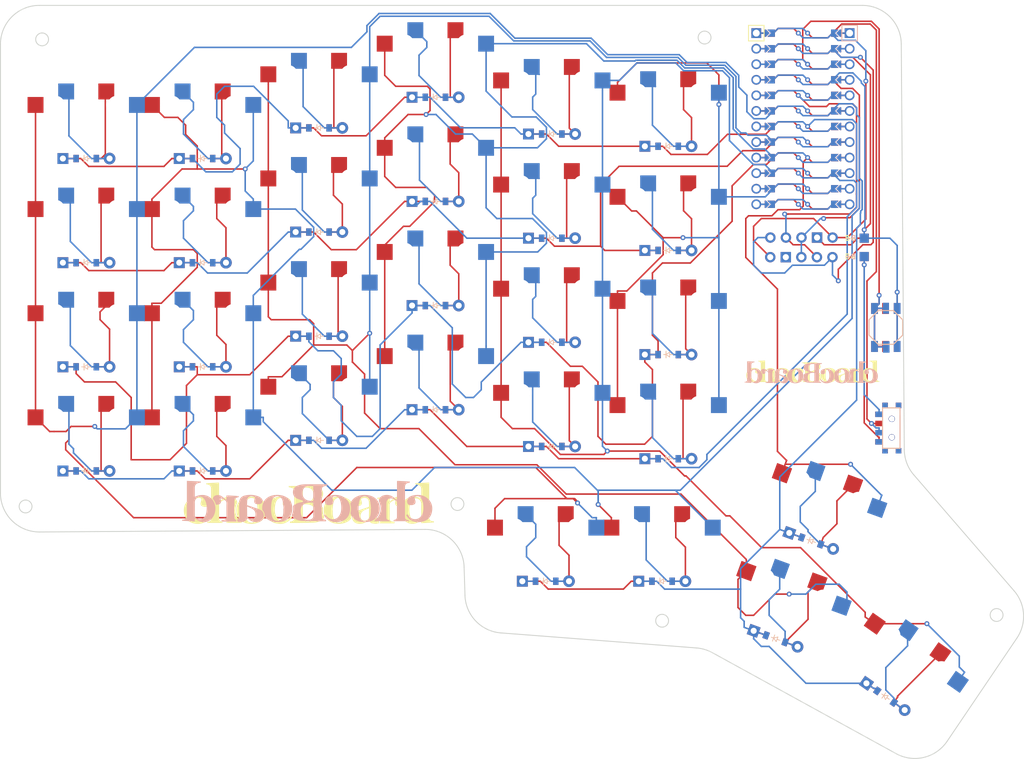
<source format=kicad_pcb>
(kicad_pcb (version 20211014) (generator pcbnew)
  (title_block (title "board") (rev "v1.0.0") (company "Unknown"))
  (layers (0 "F.Cu" signal) (31 "B.Cu" signal) (34 "B.Paste" user) (35 "F.Paste" user) (36 "B.SilkS" user "B.Silkscreen") (37 "F.SilkS" user "F.Silkscreen") (38 "B.Mask" user) (39 "F.Mask" user) (44 "Edge.Cuts" user))
  (net 0 "")
  (net 1 "outer_bottom")
  (net 2 "P20")
  (net 3 "outer_home")
  (net 4 "outer_top")
  (net 5 "outer_num")
  (net 6 "pinky_bottom")
  (net 7 "P19")
  (net 8 "pinky_home")
  (net 9 "pinky_top")
  (net 10 "pinky_num")
  (net 11 "ring_bottom")
  (net 12 "P18")
  (net 13 "ring_home")
  (net 14 "ring_top")
  (net 15 "ring_num")
  (net 16 "middle_bottom")
  (net 17 "P15")
  (net 18 "middle_home")
  (net 19 "middle_top")
  (net 20 "middle_num")
  (net 21 "index_bottom")
  (net 22 "P14")
  (net 23 "index_home")
  (net 24 "index_top")
  (net 25 "index_num")
  (net 26 "inner_bottom")
  (net 27 "P16")
  (net 28 "inner_home")
  (net 29 "inner_top")
  (net 30 "inner_num")
  (net 31 "near1_home")
  (net 32 "near2_home")
  (net 33 "home_home")
  (net 34 "home_top")
  (net 35 "far_home")
  (net 36 "P7")
  (net 37 "P6")
  (net 38 "P5")
  (net 39 "P4")
  (net 40 "P3")
  (net 41 "RAW")
  (net 42 "GND")
  (net 43 "RST")
  (net 44 "VCC")
  (net 45 "P21")
  (net 46 "P10")
  (net 47 "P1")
  (net 48 "P0")
  (net 49 "P2")
  (net 50 "P8")
  (net 51 "P9")
  (net 52 "Bplus")
  (footprint "E73:SPDT_C128955" (layer "F.Cu") (at 131.7812 15.1533 -90)
    (fp_text reference "T1" hide)
    (fp_text value "" hide)
  )
  (footprint "E73:SW_TACT_ALPS_SKQGABE010" (layer "F.Cu") (at 130.81 -1.27 -90)
    (fp_text reference "B1" hide)
    (fp_text value "" hide)
  )
  (footprint "ComboDiode" (layer "F.Cu") (at 57.2812 -21.8467)
    (fp_text reference "D15" hide)
    (fp_text value "" hide)
  )
  (footprint "ComboDiode" (layer "F.Cu") (at 94.2812 40.1533)
    (fp_text reference "D26" hide)
    (fp_text value "" hide)
  )
  (footprint "ComboDiode" (layer "F.Cu") (at 19.2812 22.1533)
    (fp_text reference "D5" hide)
    (fp_text value "" hide)
  )
  (footprint "ComboDiode" (layer "F.Cu") (at 112.8165 49.5489 -20)
    (fp_text reference "D27" hide)
    (fp_text value "" hide)
  )
  (footprint "ComboDiode" (layer "F.Cu") (at 76.2812 18.1533)
    (fp_text reference "D17" hide)
    (fp_text value "" hide)
  )
  (footprint "PG1350" (layer "F.Cu") (at 95.2812 15.1533)
    (fp_text reference "S21" hide)
    (fp_text value "" hide)
  )
  (footprint "ComboDiode" (layer "F.Cu") (at 0.2812 -28.8467)
    (fp_text reference "D4" hide)
    (fp_text value "" hide)
  )
  (footprint "PG1350" (layer "F.Cu") (at 114.5266 44.8505 -20)
    (fp_text reference "S27" hide)
    (fp_text value "" hide)
  )
  (footprint "ComboDiode" (layer "F.Cu") (at 38.2812 0.1533)
    (fp_text reference "D10" hide)
    (fp_text value "" hide)
  )
  (footprint "ProMicro" (layer "F.Cu") (at 117.2812 -35.3467 -90)
    (fp_text reference "MCU1" hide)
    (fp_text value "")
  )
  (footprint "PG1350" (layer "F.Cu") (at 19.2812 0.1533)
    (fp_text reference "S6" hide)
    (fp_text value "" hide)
  )
  (footprint "PG1350" (layer "F.Cu") (at 76.2812 -3.8467)
    (fp_text reference "S18" hide)
    (fp_text value "" hide)
  )
  (footprint "SMDPad" (layer "F.Cu") (at 127.2812 -15.8467)
    (fp_text reference "PAD2" hide)
    (fp_text value "" hide)
  )
  (footprint "PG1350" (layer "F.Cu") (at 57.2812 -43.8467)
    (fp_text reference "S16" hide)
    (fp_text value "" hide)
  )
  (footprint "ComboDiode" (layer "F.Cu") (at 0.2812 5.1533)
    (fp_text reference "D2" hide)
    (fp_text value "" hide)
  )
  (footprint "E73:SPDT_C128955" (layer "F.Cu") (at 131.7812 15.1533 -90)
    (fp_text reference "T2" hide)
    (fp_text value "" hide)
  )
  (footprint "PG1350" (layer "F.Cu") (at 95.2812 -18.8467)
    (fp_text reference "S23" hide)
    (fp_text value "" hide)
  )
  (footprint "PG1350" (layer "F.Cu") (at 19.2812 -16.8467)
    (fp_text reference "S7" hide)
    (fp_text value "" hide)
  )
  (footprint "PG1350" (layer "F.Cu") (at 0.2812 -33.8467)
    (fp_text reference "S4" hide)
    (fp_text value "" hide)
  )
  (footprint "ComboDiode" (layer "F.Cu") (at 19.2812 -28.8467)
    (fp_text reference "D8" hide)
    (fp_text value "" hide)
  )
  (footprint "PG1350" (layer "F.Cu") (at 57.2812 -9.8467)
    (fp_text reference "S14" hide)
    (fp_text value "" hide)
  )
  (footprint "ComboDiode" (layer "F.Cu") (at 19.2812 -11.8467)
    (fp_text reference "D7" hide)
    (fp_text value "" hide)
  )
  (footprint "PG1350" (layer "F.Cu") (at 76.2812 -20.8467)
    (fp_text reference "S19" hide)
    (fp_text value "" hide)
  )
  (footprint "PG1350" (layer "F.Cu") (at 38.2812 -4.8467)
    (fp_text reference "S10" hide)
    (fp_text value "" hide)
  )
  (footprint "ComboDiode" (layer "F.Cu") (at 130.7644 59.0024 -35)
    (fp_text reference "D29" hide)
    (fp_text value "" hide)
  )
  (footprint "PG1350" (layer "F.Cu") (at 0.2812 0.1533)
    (fp_text reference "S2" hide)
    (fp_text value "" hide)
  )
  (footprint "ComboDiode" (layer "F.Cu") (at 0.2812 -11.8467)
    (fp_text reference "D3" hide)
    (fp_text value "" hide)
  )
  (footprint "PG1350" (layer "F.Cu") (at 38.2812 -21.8467)
    (fp_text reference "S11" hide)
    (fp_text value "" hide)
  )
  (footprint "ComboDiode" (layer "F.Cu") (at 95.2812 3.1533)
    (fp_text reference "D22" hide)
    (fp_text value "" hide)
  )
  (footprint "PG1350" (layer "F.Cu") (at 95.2812 -1.8467)
    (fp_text reference "S22" hide)
    (fp_text value "" hide)
  )
  (footprint "ComboDiode" (layer "F.Cu") (at 38.2812 -33.8467)
    (fp_text reference "D12" hide)
    (fp_text value "" hide)
  )
  (footprint "ComboDiode" (layer "F.Cu") (at 19.2812 5.1533)
    (fp_text reference "D6" hide)
    (fp_text value "" hide)
  )
  (footprint "PG1350" (layer "F.Cu") (at 76.2812 -37.8467)
    (fp_text reference "S20" hide)
    (fp_text value "" hide)
  )
  (footprint "PG1350" (layer "F.Cu") (at 94.2812 35.1533)
    (fp_text reference "S26" hide)
    (fp_text value "" hide)
  )
  (footprint "SMDPad" (layer "F.Cu") (at 127.2812 -12.8467)
    (fp_text reference "PAD1" hide)
    (fp_text value "" hide)
  )
  (footprint "PG1350" (layer "F.Cu") (at 38.2812 12.1533)
    (fp_text reference "S9" hide)
    (fp_text value "" hide)
  )
  (footprint "ComboDiode" (layer "F.Cu") (at 95.2812 -13.8467)
    (fp_text reference "D23" hide)
    (fp_text value "" hide)
  )
  (footprint "lib:OLED_headers" (layer "F.Cu") (at 124.2812 -14.3467 -90)
    (fp_text reference "OLED2" hide)
    (fp_text value "OLED")
  )
  (footprint "lib:OLED_headers" (layer "F.Cu") (at 109.7812 -14.3467 90)
    (fp_text reference "OLED1" hide)
    (fp_text value "OLED")
  )
  (footprint "PG1350" (layer "F.Cu") (at 19.2812 17.1533)
    (fp_text reference "S5" hide)
    (fp_text value "" hide)
  )
  (footprint "ComboDiode" (layer "F.Cu") (at 118.6309 33.5742 -20)
    (fp_text reference "D28" hide)
    (fp_text value "" hide)
  )
  (footprint "PG1350" (layer "F.Cu") (at 0.2812 -16.8467)
    (fp_text reference "S3" hide)
    (fp_text value "" hide)
  )
  (footprint "PG1350" (layer "F.Cu") (at 75.2812 35.1533)
    (fp_text reference "S25" hide)
    (fp_text value "" hide)
  )
  (footprint "PG1350" (layer "F.Cu") (at 57.2812 -26.8467)
    (fp_text reference "S15" hide)
    (fp_text value "" hide)
  )
  (footprint "PG1350" (layer "F.Cu") (at 0.2812 17.1533)
    (fp_text reference "S1" hide)
    (fp_text value "" hide)
  )
  (footprint "ComboDiode" (layer "F.Cu") (at 38.2812 17.1533)
    (fp_text reference "D9" hide)
    (fp_text value "" hide)
  )
  (footprint "PG1350" (layer "F.Cu") (at 38.2812 -38.8467)
    (fp_text reference "S12" hide)
    (fp_text value "" hide)
  )
  (footprint "PG1350" (layer "F.Cu") (at 19.2812 -33.8467)
    (fp_text reference "S8" hide)
    (fp_text value "" hide)
  )
  (footprint "ComboDiode" (layer "F.Cu") (at 75.2812 40.1533)
    (fp_text reference "D25" hide)
    (fp_text value "" hide)
  )
  (footprint "ComboDiode" (layer "F.Cu") (at 76.2812 -32.8467)
    (fp_text reference "D20" hide)
    (fp_text value "" hide)
  )
  (footprint "ComboDiode" (layer "F.Cu") (at 95.2812 20.1533)
    (fp_text reference "D21" hide)
    (fp_text value "" hide)
  )
  (footprint "ComboDiode" (layer "F.Cu") (at 0.2812 22.1533)
    (fp_text reference "D1" hide)
    (fp_text value "" hide)
  )
  (footprint "E73:SW_TACT_ALPS_SKQGABE010" (layer "F.Cu") (at 130.81 -1.27 -90)
    (fp_text reference "B2" hide)
    (fp_text value "" hide)
  )
  (footprint "ComboDiode" (layer "F.Cu") (at 76.2812 1.1533)
    (fp_text reference "D18" hide)
    (fp_text value "" hide)
  )
  (footprint "ComboDiode" (layer "F.Cu") (at 57.2812 -4.8467)
    (fp_text reference "D14" hide)
    (fp_text value "" hide)
  )
  (footprint "ComboDiode" (layer "F.Cu") (at 38.2812 -16.8467)
    (fp_text reference "D11" hide)
    (fp_text value "" hide)
  )
  (footprint "PG1350" (layer "F.Cu") (at 57.2812 7.1533)
    (fp_text reference "S13" hide)
    (fp_text value "" hide)
  )
  (footprint "ComboDiode" (layer "F.Cu") (at 57.2812 12.1533)
    (fp_text reference "D13" hide)
    (fp_text value "" hide)
  )
  (footprint "PG1350" (layer "F.Cu") (at 76.2812 13.1533)
    (fp_text reference "S17" hide)
    (fp_text value "" hide)
  )
  (footprint "PG1350" (layer "F.Cu") (at 95.2812 -35.8467)
    (fp_text reference "S24" hide)
    (fp_text value "" hide)
  )
  (footprint "ComboDiode" (layer "F.Cu") (at 57.2812 -38.8467)
    (fp_text reference "D16" hide)
    (fp_text value "" hide)
  )
  (footprint "PG1350" (layer "F.Cu") (at 120.341 28.8757 -20)
    (fp_text reference "S28" hide)
    (fp_text value "" hide)
  )
  (footprint "PG1350" (layer "F.Cu") (at 133.6323 54.9066 -35)
    (fp_text reference "S29" hide)
    (fp_text value "" hide)
  )
  (footprint "ComboDiode" (layer "F.Cu") (at 76.2812 -15.8467)
    (fp_text reference "D19" hide)
    (fp_text value "" hide)
  )
  (footprint "ComboDiode" (layer "F.Cu") (at 95.2812 -30.8467)
    (fp_text reference "D24" hide)
    (fp_text value "" hide)
  )
  (gr_poly (pts (xy 21.562568 39.333754) (xy 21.559532 39.334187) (xy 21.562177 39.331541)) (layer "B.SilkS") (width 0) (fill solid))
  (gr_poly (pts (xy 51.13231 23.769082) (xy 51.151792 23.770096) (xy 51.459367 23.788203) (xy 51.766945 23.80383) (xy 52.382101 23.833596) (xy 53.10177 23.875929) (xy 53.10177 24.0532) (xy 53.059477 24.062625) (xy 53.019417 24.071059) (xy 52.980845 24.0785) (xy 52.961884 24.081849) (xy 52.943017 24.08495) (xy 52.864934 24.099512) (xy 52.792365 24.117485) (xy 52.725246 24.138993) (xy 52.693709 24.151111) (xy 52.66351 24.164159) (xy 52.63464 24.178153) (xy 52.607092 24.193108) (xy 52.580856 24.20904) (xy 52.555925 24.225964) (xy 52.53229 24.243896) (xy 52.509944 24.262851) (xy 52.488877 24.282845) (xy 52.469083 24.303892) (xy 52.450552 24.32601) (xy 52.433276 24.349213) (xy 52.417247 24.373516) (xy 52.402456 24.398936) (xy 52.388897 24.425487) (xy 52.376559 24.453186) (xy 52.365436 24.482047) (xy 52.355519 24.512086) (xy 52.346799 24.54332) (xy 52.339268 24.575762) (xy 52.332919 24.609429) (xy 52.327743 24.644337) (xy 52.320875 24.717934) (xy 52.318601 24.796679) (xy 52.315957 29.654429) (xy 52.317707 29.715219) (xy 52.323006 29.771662) (xy 52.327011 29.798289) (xy 52.331933 29.823872) (xy 52.337781 29.848426) (xy 52.344565 29.871966) (xy 52.352295 29.894506) (xy 52.36098 29.91606) (xy 52.37063 29.936644) (xy 52.381255 29.956271) (xy 52.392864 29.974956) (xy 52.405468 29.992714) (xy 52.419075 30.00956) (xy 52.433696 30.025507) (xy 52.44934 30.040571) (xy 52.466017 30.054765) (xy 52.483736 30.068105) (xy 52.502508 30.080604) (xy 52.522342 30.092279) (xy 52.543247 30.103142) (xy 52.565234 30.113209) (xy 52.588312 30.122493) (xy 52.61249 30.131011) (xy 52.637779 30.138775) (xy 52.691727 30.152104) (xy 52.750233 30.162596) (xy 52.813375 30.170366) (xy 52.833466 30.172971) (xy 52.842954 30.174738) (xy 52.852069 30.176815) (xy 52.860813 30.179203) (xy 52.869184 30.1819) (xy 52.877183 30.184908) (xy 52.88481 30.188226) (xy 52.892066 30.191853) (xy 52.898949 30.195791) (xy 52.90546 30.200039) (xy 52.911599 30.204597) (xy 52.917366 30.209464) (xy 52.92276 30.214642) (xy 52.927783 30.22013) (xy 52.932434 30.225929) (xy 52.936713 30.232037) (xy 52.940619 30.238455) (xy 52.944154 30.245183) (xy 52.947316 30.252221) (xy 52.950107 30.25957) (xy 52.952525 30.267228) (xy 52.954572 30.275197) (xy 52.956246 30.283475) (xy 52.957548 30.292064) (xy 52.958478 30.300963) (xy 52.959037 30.310172) (xy 52.959223 30.31969) (xy 52.959037 30.329519) (xy 52.958479 30.339658) (xy 52.956247 30.360866) (xy 52.95096 30.355574) (xy 50.461229 30.355574) (xy 50.45373 30.332122) (xy 50.450687 30.321023) (xy 50.448119 30.310332) (xy 50.446029 30.300037) (xy 50.444422 30.290131) (xy 50.4433 30.280603) (xy 50.442667 30.271445) (xy 50.442526 30.262648) (xy 50.442881 30.254202) (xy 50.443734 30.246097) (xy 50.445091 30.238326) (xy 50.446953 30.230878) (xy 50.449324 30.223745) (xy 50.452207 30.216917) (xy 50.455607 30.210385) (xy 50.459526 30.204139) (xy 50.463968 30.198171) (xy 50.468935 30.192472) (xy 50.474433 30.187032) (xy 50.480463 30.181842) (xy 50.487029 30.176892) (xy 50.494136 30.172175) (xy 50.501785 30.167679) (xy 50.509981 30.163397) (xy 50.518726 30.159319) (xy 50.528025 30.155435) (xy 50.537881 30.151737) (xy 50.559275 30.144861) (xy 50.582937 30.138616) (xy 50.640014 30.123981) (xy 50.692286 30.107729) (xy 50.739906 30.089671) (xy 50.76202 30.079906) (xy 50.78303 30.069618) (xy 50.802955 30.058783) (xy 50.821814 30.047378) (xy 50.839626 30.035379) (xy 50.856411 30.022763) (xy 50.872189 30.009505) (xy 50.886978 29.995582) (xy 50.900798 29.980969) (xy 50.913669 29.965645) (xy 50.92561 29.949584) (xy 50.936639 29.932762) (xy 50.946777 29.915157) (xy 50.956044 29.896744) (xy 50.964457 29.8775) (xy 50.972037 29.857401) (xy 50.978804 29.836423) (xy 50.984776 29.814543) (xy 50.989972 29.791736) (xy 50.994413 29.767979) (xy 51.001105 29.71752) (xy 51.005007 29.662976) (xy 51.006273 29.604158) (xy 51.006273 27.312867) (xy 51.006116 27.303326) (xy 51.005642 27.293596) (xy 51.004843 27.283735) (xy 51.00371 27.273799) (xy 51.002235 27.263848) (xy 51.000413 27.25394) (xy 50.998233 27.244132) (xy 50.995689 27.234484) (xy 50.992773 27.225052) (xy 50.989478 27.215896) (xy 50.985795 27.207073) (xy 50.981716 27.198641) (xy 50.977234 27.190659) (xy 50.972342 27.183185) (xy 50.967031 27.176276) (xy 50.964216 27.173052) (xy 50.961294 27.169992) (xy 50.868112 27.073584) (xy 50.821118 27.025442) (xy 50.773442 26.978169) (xy 50.724773 26.932383) (xy 50.699969 26.910243) (xy 50.674802 26.888706) (xy 50.649231 26.867852) (xy 50.623218 26.847758) (xy 50.596724 26.828501) (xy 50.569711 26.810158) (xy 50.521194 26.780014) (xy 50.471909 26.752183) (xy 50.421895 26.726809) (xy 50.371192 26.704036) (xy 50.319837 26.684007) (xy 50.26787 26.666865) (xy 50.21533 26.652754) (xy 50.162255 26.641817) (xy 50.108683 26.634198) (xy 50.054655 26.63004) (xy 50.000207 26.629487) (xy 49.94538 26.632681) (xy 49.890211 26.639766) (xy 49.834741 26.650886) (xy 49.779006 26.666184) (xy 49.723047 26.685804) (xy 49.691292 26.699209) (xy 49.660994 26.713609) (xy 49.632124 26.728975) (xy 49.604651 26.745278) (xy 49.578544 26.762491) (xy 49.553772 26.780583) (xy 49.530306 26.799527) (xy 49.508114 26.819295) (xy 49.487167 26.839856) (xy 49.467433 26.861184) (xy 49.448882 26.883249) (xy 49.431483 26.906023) (xy 49.400022 26.953583) (xy 49.372805 27.003635) (xy 49.349587 27.05595) (xy 49.330125 27.1103) (xy 49.314174 27.166456) (xy 49.301491 27.22419) (xy 49.291831 27.283272) (xy 49.284949 27.343474) (xy 49.280603 27.404568) (xy 49.278547 27.466325) (xy 49.271808 28.032285) (xy 49.270278 28.598741) (xy 49.275899 29.731158) (xy 49.277422 29.781087) (xy 49.279329 29.804812) (xy 49.282002 29.827721) (xy 49.285445 29.849819) (xy 49.28966 29.871115) (xy 49.294649 29.891614) (xy 49.300415 29.911323) (xy 49.306959 29.930249) (xy 49.314285 29.948399) (xy 49.322395 29.96578) (xy 49.331291 29.982398) (xy 49.340976 29.998261) (xy 49.351452 30.013375) (xy 49.362722 30.027746) (xy 49.374788 30.041382) (xy 49.387652 30.054289) (xy 49.401317 30.066475) (xy 49.415785 30.077945) (xy 49.431058 30.088707) (xy 49.44714 30.098768) (xy 49.464033 30.108134) (xy 49.481738 30.116811) (xy 49.500259 30.124808) (xy 49.519597 30.132131) (xy 49.539756 30.138785) (xy 49.560737 30.144779) (xy 49.582543 30.150119) (xy 49.628641 30.158864) (xy 49.678068 30.165074) (xy 49.705624 30.168057) (xy 49.729848 30.171198) (xy 49.750877 30.174719) (xy 49.768853 30.178841) (xy 49.776739 30.181196) (xy 49.783914 30.183784) (xy 49.790395 30.186633) (xy 49.7962 30.189771) (xy 49.801346 30.193224) (xy 49.80585 30.19702) (xy 49.809731 30.201188) (xy 49.813004 30.205754) (xy 49.815689 30.210747) (xy 49.817802 30.216193) (xy 49.819361 30.222122) (xy 49.820383 30.228559) (xy 49.820886 30.235533) (xy 49.820887 30.243072) (xy 49.820403 30.251202) (xy 49.819453 30.259952) (xy 49.81622 30.279422) (xy 49.811329 30.301702) (xy 49.804918 30.327012) (xy 49.797128 30.355574) (xy 47.291524 30.355574) (xy 47.301613 30.339947) (xy 47.311089 30.324811) (xy 47.328484 30.296002) (xy 47.358994 30.244119) (xy 47.373225 30.220983) (xy 47.38033 30.210104) (xy 47.387519 30.199677) (xy 47.394864 30.189701) (xy 47.402433 30.180169) (xy 47.410297 30.17108) (xy 47.418525 30.162429) (xy 47.446686 30.134414) (xy 47.475513 30.106856) (xy 47.53461 30.052709) (xy 47.654665 29.94547) (xy 47.71339 29.890766) (xy 47.741939 29.862789) (xy 47.769759 29.834263) (xy 47.79671 29.805085) (xy 47.822655 29.775155) (xy 47.847451 29.744373) (xy 47.870962 29.712637) (xy 47.973156 29.559256) (xy 48.062572 29.404723) (xy 48.139392 29.249067) (xy 48.203799 29.092313) (xy 48.255973 28.93449) (xy 48.296097 28.775624) (xy 48.324354 28.615743) (xy 48.340926 28.454874) (xy 48.345995 28.293043) (xy 48.339742 28.130279) (xy 48.322351 27.966607) (xy 48.294003 27.802056) (xy 48.254881 27.636652) (xy 48.205167 27.470423) (xy 48.145042 27.303395) (xy 48.074689 27.135595) (xy 48.066586 27.117173) (xy 48.058483 27.097851) (xy 48.050876 27.077971) (xy 48.047414 27.067928) (xy 48.044261 27.057874) (xy 48.041481 27.047851) (xy 48.039135 27.037901) (xy 48.037285 27.028068) (xy 48.035994 27.018393) (xy 48.035322 27.00892) (xy 48.035333 26.999692) (xy 48.036088 26.99075) (xy 48.036763 26.9864) (xy 48.037649 26.982137) (xy 48.059057 26.905453) (xy 48.083651 26.831273) (xy 48.111517 26.759744) (xy 48.142738 26.691013) (xy 48.177401 26.625227) (xy 48.215591 26.562535) (xy 48.257393 26.503082) (xy 48.302893 26.447017) (xy 48.352175 26.394487) (xy 48.378262 26.369593) (xy 48.405326 26.345638) (xy 48.433378 26.322641) (xy 48.462429 26.300619) (xy 48.49249 26.279592) (xy 48.523572 26.259577) (xy 48.555684 26.240592) (xy 48.588838 26.222658) (xy 48.623044 26.205791) (xy 48.658313 26.19001) (xy 48.694655 26.175333) (xy 48.732082 26.16178) (xy 48.770604 26.149368) (xy 48.810232 26.138116) (xy 48.910744 26.11358) (xy 49.010834 26.093633) (xy 49.110451 26.078399) (xy 49.209545 26.068002) (xy 49.308065 26.062565) (xy 49.405962 26.062214) (xy 49.503184 26.067071) (xy 49.599681 26.077262) (xy 49.695404 26.09291) (xy 49.7903 26.114138) (xy 49.884321 26.141072) (xy 49.977415 26.173835) (xy 50.069533 26.212551) (xy 50.160623 26.257344) (xy 50.250636 26.308338) (xy 50.339521 26.365658) (xy 50.371498 26.388341) (xy 50.402975 26.411691) (xy 50.43401 26.43563) (xy 50.464662 26.460081) (xy 50.525046 26.510207) (xy 50.584593 26.561449) (xy 50.703035 26.664802) (xy 50.762861 26.715673) (xy 50.823709 26.765179) (xy 50.832329 26.771917) (xy 50.841325 26.778284) (xy 50.850702 26.78434) (xy 50.860461 26.790149) (xy 50.870609 26.795771) (xy 50.881148 26.801269) (xy 50.903415 26.812142) (xy 50.952818 26.835128) (xy 50.980014 26.848233) (xy 51.008916 26.863074) (xy 51.008916 26.667283) (xy 51.010902 25.286158) (xy 51.008916 23.905033) (xy 51.009329 23.885118) (xy 51.010606 23.867004) (xy 51.011587 23.858606) (xy 51.012805 23.850635) (xy 51.014269 23.843087) (xy 51.015985 23.835952) (xy 51.017961 23.829225) (xy 51.020204 23.822897) (xy 51.022721 23.816961) (xy 51.025519 23.811411) (xy 51.028607 23.806239) (xy 51.03199 23.801437) (xy 51.035676 23.796998) (xy 51.039673 23.792916) (xy 51.043988 23.789182) (xy 51.048628 23.78579) (xy 51.0536 23.782733) (xy 51.058912 23.780002) (xy 51.064571 23.777591) (xy 51.070584 23.775493) (xy 51.076959 23.773699) (xy 51.083702 23.772204) (xy 51.090821 23.770999) (xy 51.098323 23.770078) (xy 51.106216 23.769433) (xy 51.114506 23.769057)) (layer "B.SilkS") (width 0) (fill solid))
  (gr_poly (pts (xy 27.198729 26.055434) (xy 27.326516 26.06168) (xy 27.454129 26.072529) (xy 27.581548 26.08806) (xy 27.708754 26.108351) (xy 27.835728 26.133479) (xy 27.96245 26.163521) (xy 28.0889 26.198555) (xy 28.21506 26.238658) (xy 28.263977 26.255475) (xy 28.312464 26.27323) (xy 28.360463 26.291992) (xy 28.407915 26.311832) (xy 28.454763 26.332819) (xy 28.500948 26.355023) (xy 28.546413 26.378514) (xy 28.591098 26.403362) (xy 28.634946 26.429635) (xy 28.677899 26.457405) (xy 28.719898 26.48674) (xy 28.760886 26.517711) (xy 28.800804 26.550387) (xy 28.839595 26.584839) (xy 28.877199 26.621135) (xy 28.913559 26.659346) (xy 28.939586 26.689583) (xy 28.963113 26.720694) (xy 28.98417 26.752576) (xy 29.002784 26.785126) (xy 29.018984 26.818243) (xy 29.032797 26.851823) (xy 29.044251 26.885763) (xy 29.053376 26.91996) (xy 29.060198 26.954313) (xy 29.064746 26.988719) (xy 29.067048 27.023073) (xy 29.067132 27.057275) (xy 29.065026 27.091221) (xy 29.060759 27.124808) (xy 29.054358 27.157935) (xy 29.045851 27.190497) (xy 29.035268 27.222393) (xy 29.022635 27.253519) (xy 29.00798 27.283773) (xy 28.991333 27.313053) (xy 28.97272 27.341255) (xy 28.952171 27.368277) (xy 28.929713 27.394016) (xy 28.905374 27.418369) (xy 28.879183 27.441234) (xy 28.851167 27.462509) (xy 28.821355 27.482089) (xy 28.789774 27.499873) (xy 28.756453 27.515758) (xy 28.72142 27.529642) (xy 28.684703 27.54142) (xy 28.64633 27.550992) (xy 28.614371 27.557505) (xy 28.582024 27.563167) (xy 28.549337 27.567991) (xy 28.516354 27.571993) (xy 28.483124 27.575189) (xy 28.449692 27.577595) (xy 28.416105 27.579225) (xy 28.382409 27.580096) (xy 28.348651 27.580222) (xy 28.314878 27.57962) (xy 28.247471 27.576292) (xy 28.180561 27.570236) (xy 28.114519 27.561575) (xy 28.087435 27.556903) (xy 28.061254 27.551327) (xy 28.035978 27.544859) (xy 28.01161 27.537509) (xy 27.988153 27.52929) (xy 27.965609 27.520211) (xy 27.943982 27.510285) (xy 27.923274 27.499522) (xy 27.903489 27.487933) (xy 27.884629 27.47553) (xy 27.866698 27.462324) (xy 27.849697 27.448326) (xy 27.833631 27.433547) (xy 27.818502 27.417998) (xy 27.804312 27.40169) (xy 27.791065 27.384635) (xy 27.778764 27.366843) (xy 27.767412 27.348326) (xy 27.757011 27.329095) (xy 27.747564 27.309161) (xy 27.739075 27.288536) (xy 27.731546 27.267229) (xy 27.72498 27.245253) (xy 27.71938 27.222619) (xy 27.714749 27.199337) (xy 27.71109 27.17542) (xy 27.708406 27.150877) (xy 27.706699 27.125721) (xy 27.70623 27.073611) (xy 27.709707 27.019179) (xy 27.714388 26.98545) (xy 27.720373 26.951752) (xy 27.727473 26.918116) (xy 27.735503 26.884572) (xy 27.744278 26.851153) (xy 27.753611 26.817889) (xy 27.773207 26.75195) (xy 27.790245 26.697661) (xy 27.804466 26.649522) (xy 27.815594 26.606988) (xy 27.823354 26.569512) (xy 27.825885 26.552499) (xy 27.82747 26.536546) (xy 27.828076 26.521585) (xy 27.827669 26.507546) (xy 27.826212 26.494362) (xy 27.823673 26.481965) (xy 27.820017 26.470285) (xy 27.815209 26.459255) (xy 27.809215 26.448806) (xy 27.802001 26.43887) (xy 27.793532 26.429379) (xy 27.783774 26.420265) (xy 27.772693 26.411458) (xy 27.760253 26.402892) (xy 27.746421 26.394497) (xy 27.731162 26.386205) (xy 27.696227 26.369657) (xy 27.655172 26.352703) (xy 27.607722 26.334795) (xy 27.553602 26.315388) (xy 27.504521 26.29939) (xy 27.456039 26.286101) (xy 27.408213 26.275485) (xy 27.361097 26.267504) (xy 27.314749 26.262125) (xy 27.269224 26.25931) (xy 27.224579 26.259024) (xy 27.180871 26.261231) (xy 27.138154 26.265895) (xy 27.096486 26.272981) (xy 27.055922 26.282452) (xy 27.016519 26.294273) (xy 26.978333 26.308407) (xy 26.94142 26.32482) (xy 26.905837 26.343475) (xy 26.871639 26.364336) (xy 26.838883 26.387367) (xy 26.807625 26.412533) (xy 26.777921 26.439798) (xy 26.749828 26.469125) (xy 26.723401 26.50048) (xy 26.698697 26.533825) (xy 26.675771 26.569126) (xy 26.654681 26.606347) (xy 26.635482 26.645451) (xy 26.618231 26.686403) (xy 26.602984 26.729166) (xy 26.589796 26.773706) (xy 26.578725 26.819986) (xy 26.569826 26.86797) (xy 26.563155 26.917623) (xy 26.55877 26.968908) (xy 26.534956 27.595971) (xy 26.534433 27.613339) (xy 26.534526 27.621659) (xy 26.534858 27.629741) (xy 26.535433 27.637589) (xy 26.536253 27.645206) (xy 26.53732 27.652595) (xy 26.538636 27.65976) (xy 26.540204 27.666704) (xy 26.542026 27.67343) (xy 26.544106 27.679943) (xy 26.546444 27.686244) (xy 26.549044 27.692338) (xy 26.551908 27.698229) (xy 26.555039 27.703918) (xy 26.558438 27.709411) (xy 26.562109 27.71471) (xy 26.566053 27.719818) (xy 26.570274 27.724739) (xy 26.574773 27.729477) (xy 26.579553 27.734034) (xy 26.584617 27.738415) (xy 26.589966 27.742622) (xy 26.595604 27.746659) (xy 26.601532 27.75053) (xy 26.607754 27.754237) (xy 26.61427 27.757784) (xy 26.621085 27.761175) (xy 26.628201 27.764413) (xy 26.635619 27.767501) (xy 26.651373 27.773242) (xy 27.055855 27.907187) (xy 27.257475 27.974532) (xy 27.458352 28.043117) (xy 28.090044 28.255775) (xy 28.247347 28.311188) (xy 28.40341 28.369422) (xy 28.557737 28.431439) (xy 28.709831 28.4982) (xy 28.750285 28.517835) (xy 28.789291 28.53901) (xy 28.826844 28.561681) (xy 28.862938 28.585807) (xy 28.897567 28.611346) (xy 28.930724 28.638255) (xy 28.992604 28.696017) (xy 29.048531 28.758756) (xy 29.098458 28.826133) (xy 29.142339 28.897813) (xy 29.180128 28.973458) (xy 29.211777 29.05273) (xy 29.23724 29.135293) (xy 29.256472 29.220809) (xy 29.269424 29.308941) (xy 29.276052 29.399352) (xy 29.276308 29.491705) (xy 29.270145 29.585663) (xy 29.257518 29.680887) (xy 29.25044 29.718623) (xy 29.241633 29.755905) (xy 29.231136 29.792696) (xy 29.218988 29.828961) (xy 29.205228 29.864664) (xy 29.189894 29.899769) (xy 29.154662 29.968043) (xy 29.113599 30.033495) (xy 29.067018 30.095839) (xy 29.015228 30.154787) (xy 28.958539 30.210054) (xy 28.897261 30.261352) (xy 28.831705 30.308394) (xy 28.762179 30.350894) (xy 28.688995 30.388565) (xy 28.612462 30.42112) (xy 28.532891 30.448272) (xy 28.450591 30.469734) (xy 28.365873 30.485221) (xy 28.247278 30.499043) (xy 28.130621 30.506749) (xy 28.015917 30.508301) (xy 27.903182 30.503659) (xy 27.792432 30.492785) (xy 27.683681 30.47564) (xy 27.576946 30.452185) (xy 27.472242 30.422382) (xy 27.369584 30.386192) (xy 27.268988 30.343575) (xy 27.17047 30.294494) (xy 27.074044 30.23891) (xy 26.979727 30.176783) (xy 26.887534 30.108076) (xy 26.79748 30.032748) (xy 26.709581 29.950762) (xy 26.687756 29.930397) (xy 26.667811 29.912977) (xy 26.658491 29.905381) (xy 26.649579 29.898533) (xy 26.641053 29.892437) (xy 26.632893 29.887097) (xy 26.625078 29.882516) (xy 26.617587 29.8787) (xy 26.6104 29.87565) (xy 26.603495 29.873372) (xy 26.596851 29.871869) (xy 26.590448 29.871144) (xy 26.584265 29.871203) (xy 26.578282 29.872049) (xy 26.572476 29.873685) (xy 26.566828 29.876116) (xy 26.561317 29.879345) (xy 26.555921 29.883376) (xy 26.550621 29.888214) (xy 26.545394 29.893861) (xy 26.540221 29.900323) (xy 26.53508 29.907602) (xy 26.529951 29.915703) (xy 26.524813 29.92463) (xy 26.519644 29.934385) (xy 26.514425 29.944975) (xy 26.503751 29.968668) (xy 26.492623 29.995741) (xy 26.475473 30.036687) (xy 26.456754 30.076129) (xy 26.436446 30.11399) (xy 26.414529 30.150192) (xy 26.390984 30.184657) (xy 26.365793 30.217309) (xy 26.338934 30.248069) (xy 26.31039 30.276861) (xy 26.280141 30.303606) (xy 26.248167 30.328227) (xy 26.214448 30.350647) (xy 26.178967 30.370788) (xy 26.141702 30.388573) (xy 26.102635 30.403923) (xy 26.061747 30.416762) (xy 26.019018 30.427012) (xy 25.934222 30.443083) (xy 25.848651 30.457356) (xy 25.762523 30.469521) (xy 25.676053 30.479267) (xy 25.589458 30.486285) (xy 25.502957 30.490264) (xy 25.416766 30.490894) (xy 25.373854 30.489857) (xy 25.331102 30.487866) (xy 25.184982 30.480378) (xy 25.12937 30.477291) (xy 25.083882 30.473604) (xy 25.047385 30.468536) (xy 25.032155 30.465242) (xy 25.018749 30.46131) (xy 25.007025 30.456644) (xy 24.996841 30.451146) (xy 24.988056 30.444719) (xy 24.980529 30.437265) (xy 24.974118 30.428687) (xy 24.968682 30.418888) (xy 24.96408 30.40777) (xy 24.960169 30.395236) (xy 24.953856 30.365531) (xy 24.948614 30.328992) (xy 24.936811 30.232301) (xy 24.927987 30.170589) (xy 24.915706 30.098929) (xy 24.920998 30.077762) (xy 24.918351 30.077763) (xy 24.955003 30.066298) (xy 24.989566 30.052772) (xy 25.02206 30.03723) (xy 25.052503 30.01972) (xy 25.080915 30.000287) (xy 25.107316 29.978978) (xy 25.131725 29.95584) (xy 25.154161 29.930919) (xy 25.174643 29.904261) (xy 25.193192 29.875914) (xy 25.209826 29.845924) (xy 25.224565 29.814337) (xy 25.237428 29.781199) (xy 25.248434 29.746558) (xy 25.257603 29.710459) (xy 25.264955 29.67295) (xy 25.26766 29.655061) (xy 25.269854 29.637117) (xy 25.271582 29.619128) (xy 25.272892 29.601099) (xy 25.274442 29.564956) (xy 25.274876 29.528752) (xy 25.272892 29.384554) (xy 25.256687 28.356648) (xy 25.252981 28.093387) (xy 26.537601 28.093387) (xy 26.547193 28.805447) (xy 26.558769 29.519491) (xy 26.559359 29.526028) (xy 26.560138 29.53272) (xy 26.561112 29.539536) (xy 26.562283 29.546446) (xy 26.563655 29.553417) (xy 26.565234 29.560419) (xy 26.567021 29.567421) (xy 26.569021 29.574392) (xy 26.571239 29.581301) (xy 26.573677 29.588117) (xy 26.576341 29.594809) (xy 26.579232 29.601346) (xy 26.582357 29.607698) (xy 26.585718 29.613832) (xy 26.589319 29.619717) (xy 26.593165 29.625324) (xy 26.628869 29.672175) (xy 26.669202 29.716363) (xy 26.713704 29.757706) (xy 26.761919 29.796022) (xy 26.81339 29.831129) (xy 26.86766 29.862845) (xy 26.92427 29.890987) (xy 26.982764 29.915374) (xy 27.042684 29.935823) (xy 27.103573 29.952152) (xy 27.164973 29.964179) (xy 27.226428 29.971722) (xy 27.28748 29.974598) (xy 27.347671 29.972626) (xy 27.406545 29.965623) (xy 27.435345 29.960179) (xy 27.463643 29.953408) (xy 27.508484 29.939803) (xy 27.550755 29.923823) (xy 27.590491 29.90551) (xy 27.627727 29.884906) (xy 27.662498 29.862054) (xy 27.694839 29.836996) (xy 27.724785 29.809776) (xy 27.75237 29.780436) (xy 27.77763 29.749019) (xy 27.8006 29.715567) (xy 27.821313 29.680123) (xy 27.839807 29.642729) (xy 27.856114 29.603429) (xy 27.87027 29.562264) (xy 27.88231 29.519277) (xy 27.892269 29.474512) (xy 27.90016 29.429092) (xy 27.906472 29.384123) (xy 27.911206 29.339624) (xy 27.914365 29.295613) (xy 27.915951 29.252108) (xy 27.915965 29.209127) (xy 27.914409 29.166687) (xy 27.911285 29.124807) (xy 27.906596 29.083505) (xy 27.900343 29.042798) (xy 27.892528 29.002704) (xy 27.883153 28.963241) (xy 27.87222 28.924428) (xy 27.85973 28.886281) (xy 27.845687 28.84882) (xy 27.830091 28.812062) (xy 27.812946 28.776024) (xy 27.794251 28.740726) (xy 27.774011 28.706184) (xy 27.752225 28.672416) (xy 27.728898 28.639442) (xy 27.704029 28.607278) (xy 27.677622 28.575942) (xy 27.649679 28.545453) (xy 27.6202 28.515828) (xy 27.589189 28.487085) (xy 27.556646 28.459242) (xy 27.522575 28.432317) (xy 27.486977 28.406329) (xy 27.449853 28.381294) (xy 27.411207 28.357231) (xy 27.371039 28.334158) (xy 27.273831 28.282316) (xy 27.174793 28.233451) (xy 27.074081 28.186818) (xy 26.97185 28.141674) (xy 26.550831 27.961095) (xy 26.55083 27.966387) (xy 26.545415 28.01116) (xy 26.541239 28.04477) (xy 26.539694 28.058552) (xy 26.538552 28.070939) (xy 26.537844 28.082396) (xy 26.537662 28.087921) (xy 26.537601 28.093387) (xy 25.252981 28.093387) (xy 25.249452 27.842695) (xy 25.246435 27.328742) (xy 25.247619 27.271786) (xy 25.250672 27.216022) (xy 25.255585 27.161462) (xy 25.262351 27.10812) (xy 25.270961 27.056008) (xy 25.281409 27.005139) (xy 25.293686 26.955528) (xy 25.307785 26.907186) (xy 25.323697 26.860127) (xy 25.341416 26.814364) (xy 25.360932 26.76991) (xy 25.38224 26.726778) (xy 25.40533 26.684982) (xy 25.430196 26.644533) (xy 25.456828 26.605446) (xy 25.485221 26.567734) (xy 25.515365 26.531409) (xy 25.547253 26.496484) (xy 25.580878 26.462974) (xy 25.616231 26.43089) (xy 25.653305 26.400245) (xy 25.692092 26.371054) (xy 25.732584 26.343329) (xy 25.774774 26.317082) (xy 25.818654 26.292328) (xy 25.864216 26.26908) (xy 25.911452 26.247349) (xy 25.960355 26.22715) (xy 26.010916 26.208495) (xy 26.063129 26.191398) (xy 26.116985 26.175872) (xy 26.172476 26.161929) (xy 26.300961 26.13413) (xy 26.429427 26.110315) (xy 26.557854 26.090562) (xy 26.686222 26.074947) (xy 26.814514 26.06355) (xy 26.942708 26.056447) (xy 27.070786 26.053716)) (layer "B.SilkS") (width 0) (fill solid))
  (gr_poly (pts (xy 45.767218 26.061177) (xy 45.87977 26.064519) (xy 45.992772 26.070822) (xy 46.106185 26.079908) (xy 46.214893 26.09197) (xy 46.321681 26.107788) (xy 46.426462 26.12732) (xy 46.529147 26.150524) (xy 46.629645 26.177357) (xy 46.727868 26.207778) (xy 46.823728 26.241745) (xy 46.917133 26.279214) (xy 47.007997 26.320144) (xy 47.096228 26.364494) (xy 47.181739 26.41222) (xy 47.26444 26.46328) (xy 47.344242 26.517633) (xy 47.421056 26.575237) (xy 47.494793 26.636048) (xy 47.565363 26.700025) (xy 47.632677 26.767127) (xy 47.696647 26.83731) (xy 47.757182 26.910532) (xy 47.814195 26.986752) (xy 47.867596 27.065927) (xy 47.917295 27.148015) (xy 47.963203 27.232975) (xy 48.005233 27.320763) (xy 48.043293 27.411337) (xy 48.077295 27.504656) (xy 48.107151 27.600678) (xy 48.13277 27.69936) (xy 48.154064 27.800659) (xy 48.170943 27.904535) (xy 48.183319 28.010944) (xy 48.191102 28.119845) (xy 48.195322 28.272937) (xy 48.191996 28.422587) (xy 48.180957 28.568702) (xy 48.162039 28.71119) (xy 48.135075 28.849956) (xy 48.099898 28.984909) (xy 48.079178 29.050927) (xy 48.056342 29.115956) (xy 48.03137 29.179985) (xy 48.00424 29.243002) (xy 47.974932 29.304996) (xy 47.943426 29.365956) (xy 47.909699 29.425869) (xy 47.873732 29.484724) (xy 47.835503 29.542509) (xy 47.794992 29.599213) (xy 47.752177 29.654824) (xy 47.707039 29.70933) (xy 47.659556 29.76272) (xy 47.609707 29.814983) (xy 47.557472 29.866105) (xy 47.502829 29.916077) (xy 47.445759 29.964886) (xy 47.386239 30.012521) (xy 47.324249 30.058969) (xy 47.259769 30.10422) (xy 47.174698 30.158881) (xy 47.088073 30.208876) (xy 46.999767 30.254374) (xy 46.90965 30.295547) (xy 46.817595 30.332566) (xy 46.723475 30.3656) (xy 46.627161 30.39482) (xy 46.528525 30.420397) (xy 46.42744 30.442502) (xy 46.323778 30.461304) (xy 46.21741 30.476975) (xy 46.10821 30.489685) (xy 45.996048 30.499604) (xy 45.880797 30.506904) (xy 45.76233 30.511753) (xy 45.640518 30.514324) (xy 45.637872 30.514324) (xy 45.375604 30.486874) (xy 45.291976 30.476678) (xy 45.20441 30.464095) (xy 45.114549 30.448597) (xy 45.024038 30.429658) (xy 44.893927 30.396427) (xy 44.767599 30.358158) (xy 44.645178 30.314711) (xy 44.526787 30.265947) (xy 44.412551 30.211725) (xy 44.302594 30.151907) (xy 44.19704 30.086353) (xy 44.096013 30.014923) (xy 43.999636 29.937479) (xy 43.908034 29.853879) (xy 43.821332 29.763985) (xy 43.739652 29.667658) (xy 43.663119 29.564757) (xy 43.591857 29.455144) (xy 43.52599 29.338678) (xy 43.465642 29.215221) (xy 43.457612 29.196456) (xy 43.450387 29.177843) (xy 43.443969 29.159346) (xy 43.438357 29.140931) (xy 43.433551 29.122562) (xy 43.429551 29.104204) (xy 43.426358 29.085824) (xy 43.42397 29.067385) (xy 43.422389 29.048853) (xy 43.421614 29.030193) (xy 43.421645 29.011371) (xy 43.422483 28.992351) (xy 43.424126 28.973098) (xy 43.426576 28.953578) (xy 43.429831 28.933755) (xy 43.433893 28.913596) (xy 43.451153 28.832703) (xy 43.466186 28.751761) (xy 43.478931 28.670779) (xy 43.489332 28.58977) (xy 43.497329 28.508746) (xy 43.502866 28.427718) (xy 43.505883 28.346698) (xy 43.505977 28.329528) (xy 44.724069 28.329528) (xy 44.725656 28.456494) (xy 44.730255 28.583383) (xy 44.737992 28.710179) (xy 44.748997 28.836866) (xy 44.763398 28.96343) (xy 44.781321 29.089853) (xy 44.802895 29.216122) (xy 44.828248 29.34222) (xy 44.837176 29.382951) (xy 44.847084 29.42374) (xy 44.857962 29.464521) (xy 44.869796 29.505228) (xy 44.882576 29.545796) (xy 44.896291 29.586159) (xy 44.910927 29.62625) (xy 44.926475 29.666004) (xy 44.942922 29.705355) (xy 44.960256 29.744237) (xy 44.978466 29.782584) (xy 44.99754 29.820331) (xy 45.017467 29.85741) (xy 45.038235 29.893758) (xy 45.059833 29.929307) (xy 45.082248 29.963991) (xy 45.112573 30.005795) (xy 45.144922 30.044889) (xy 45.179161 30.081274) (xy 45.21516 30.114954) (xy 45.252787 30.14593) (xy 45.29191 30.174205) (xy 45.332398 30.199782) (xy 45.374117 30.222663) (xy 45.416938 30.24285) (xy 45.460727 30.260346) (xy 45.505354 30.275153) (xy 45.550685 30.287274) (xy 45.596591 30.296711) (xy 45.642938 30.303466) (xy 45.689595 30.307542) (xy 45.736431 30.308942) (xy 45.783313 30.307667) (xy 45.83011 30.30372) (xy 45.87669 30.297104) (xy 45.922921 30.287822) (xy 45.968671 30.275874) (xy 46.013809 30.261264) (xy 46.058203 30.243995) (xy 46.101721 30.224068) (xy 46.144231 30.201487) (xy 46.185602 30.176253) (xy 46.225702 30.148369) (xy 46.264398 30.117837) (xy 46.30156 30.08466) (xy 46.337055 30.048841) (xy 46.370752 30.010381) (xy 46.402519 29.969283) (xy 46.444718 29.907594) (xy 46.483139 29.844614) (xy 46.517971 29.780417) (xy 46.549404 29.715076) (xy 46.577628 29.648666) (xy 46.602832 29.58126) (xy 46.625208 29.512932) (xy 46.644944 29.443754) (xy 46.66223 29.373802) (xy 46.677257 29.303148) (xy 46.690214 29.231866) (xy 46.701292 29.16003) (xy 46.718567 29.01499) (xy 46.730602 28.868617) (xy 46.73364 28.798171) (xy 46.735067 28.727726) (xy 46.735253 28.65728) (xy 46.734571 28.586835) (xy 46.73209 28.445944) (xy 46.730602 28.305054) (xy 46.744079 28.303111) (xy 46.7506 28.302217) (xy 46.75706 28.301416) (xy 46.763519 28.300739) (xy 46.77004 28.300217) (xy 46.776686 28.299881) (xy 46.78057 28.299813) (xy 46.780878 28.302408) (xy 46.783517 28.299762) (xy 46.78057 28.299813) (xy 46.708116 27.687583) (xy 46.667767 27.38079) (xy 46.644864 27.227657) (xy 46.619481 27.074741) (xy 46.611142 27.0314) (xy 46.601012 26.988705) (xy 46.589099 26.946685) (xy 46.575411 26.905367) (xy 46.559956 26.864777) (xy 46.542741 26.824943) (xy 46.523775 26.785892) (xy 46.503064 26.74765) (xy 46.480617 26.710246) (xy 46.456441 26.673707) (xy 46.430545 26.638058) (xy 46.402935 26.603329) (xy 46.373621 26.569544) (xy 46.342608 26.536733) (xy 46.309906 26.504922) (xy 46.275522 26.474137) (xy 46.241491 26.446169) (xy 46.206426 26.420303) (xy 46.17041 26.396532) (xy 46.133525 26.374851) (xy 46.095853 26.355254) (xy 46.057477 26.337733) (xy 46.018478 26.322283) (xy 45.97894 26.308897) (xy 45.938945 26.297569) (xy 45.898574 26.288293) (xy 45.857911 26.281062) (xy 45.817038 26.27587) (xy 45.776037 26.272712) (xy 45.73499 26.271579) (xy 45.69398 26.272467) (xy 45.653089 26.275369) (xy 45.6124 26.280279) (xy 45.571994 26.287189) (xy 45.531955 26.296095) (xy 45.492365 26.30699) (xy 45.453305 26.319867) (xy 45.414859 26.33472) (xy 45.377109 26.351543) (xy 45.340137 26.37033) (xy 45.304025 26.391073) (xy 45.268856 26.413768) (xy 45.234712 26.438408) (xy 45.201675 26.464985) (xy 45.169829 26.493495) (xy 45.139254 26.523931) (xy 45.110035 26.556286) (xy 45.082252 26.590554) (xy 45.052534 26.631135) (xy 45.024844 26.672487) (xy 44.999099 26.714575) (xy 44.975219 26.757365) (xy 44.953121 26.800822) (xy 44.932725 26.84491) (xy 44.913949 26.889596) (xy 44.896711 26.934843) (xy 44.880931 26.980617) (xy 44.866527 27.026884) (xy 44.853417 27.073608) (xy 44.84152 27.120754) (xy 44.830756 27.168288) (xy 44.821041 27.216175) (xy 44.804437 27.312866) (xy 44.770625 27.56697) (xy 44.745278 27.821197) (xy 44.729418 28.075424) (xy 44.725366 28.202499) (xy 44.724069 28.329528) (xy 43.505977 28.329528) (xy 43.506323 28.265697) (xy 43.504128 28.184727) (xy 43.499239 28.1038) (xy 43.491598 28.022927) (xy 43.481147 27.94212) (xy 43.467828 27.86139) (xy 43.451583 27.78075) (xy 43.432353 27.70021) (xy 43.410081 27.619783) (xy 43.407381 27.60872) (xy 43.405224 27.597387) (xy 43.403593 27.58582) (xy 43.402474 27.57406) (xy 43.401852 27.562145) (xy 43.40171 27.550113) (xy 43.402032 27.538004) (xy 43.402805 27.525856) (xy 43.404012 27.513708) (xy 43.405637 27.501599) (xy 43.407665 27.489568) (xy 43.410081 27.477652) (xy 43.412869 27.465892) (xy 43.416014 27.454326) (xy 43.419499 27.442992) (xy 43.423311 27.431929) (xy 43.457288 27.343651) (xy 43.494707 27.258389) (xy 43.535537 27.176119) (xy 43.579746 27.096818) (xy 43.627304 27.020462) (xy 43.678179 26.947029) (xy 43.732341 26.876494) (xy 43.789759 26.808835) (xy 43.850401 26.744029) (xy 43.914237 26.682053) (xy 43.981236 26.622882) (xy 44.051366 26.566494) (xy 44.124597 26.512865) (xy 44.200897 26.461973) (xy 44.280236 26.413794) (xy 44.362583 26.368304) (xy 44.465764 26.316929) (xy 44.569898 26.270832) (xy 44.674947 26.229836) (xy 44.780872 26.193762) (xy 44.887634 26.162432) (xy 44.995195 26.135667) (xy 45.103515 26.11329) (xy 45.212556 26.095122) (xy 45.322279 26.080984) (xy 45.432645 26.0707) (xy 45.543617 26.064089) (xy 45.655154 26.060974)) (layer "B.SilkS") (width 0) (fill solid))
  (gr_poly (pts (xy 31.505715 26.06102) (xy 31.614963 26.064473) (xy 31.72459 26.070817) (xy 31.834562 26.079908) (xy 31.944395 26.092007) (xy 32.052091 26.107924) (xy 32.157576 26.127604) (xy 32.260773 26.150989) (xy 32.361608 26.178024) (xy 32.460005 26.208651) (xy 32.55589 26.242813) (xy 32.649188 26.280454) (xy 32.739823 26.321518) (xy 32.82772 26.365947) (xy 32.912805 26.413685) (xy 32.995001 26.464676) (xy 33.074235 26.518862) (xy 33.15043 26.576186) (xy 33.223513 26.636593) (xy 33.293407 26.700026) (xy 33.360037 26.766427) (xy 33.42333 26.83574) (xy 33.483208 26.907909) (xy 33.539598 26.982877) (xy 33.592425 27.060586) (xy 33.641612 27.140981) (xy 33.687086 27.224005) (xy 33.72877 27.309601) (xy 33.766591 27.397712) (xy 33.800472 27.488282) (xy 33.830339 27.581254) (xy 33.856117 27.676571) (xy 33.87773 27.774176) (xy 33.895103 27.874014) (xy 33.908162 27.976027) (xy 33.916831 28.080158) (xy 33.922814 28.229032) (xy 33.921782 28.374952) (xy 33.913541 28.517818) (xy 33.897897 28.657529) (xy 33.874657 28.793984) (xy 33.843626 28.927083) (xy 33.804612 29.056725) (xy 33.75742 29.182809) (xy 33.701856 29.305234) (xy 33.670874 29.365043) (xy 33.637727 29.4239) (xy 33.602389 29.481792) (xy 33.564838 29.538706) (xy 33.525049 29.594629) (xy 33.482997 29.64955) (xy 33.438658 29.703456) (xy 33.392009 29.756333) (xy 33.343024 29.80817) (xy 33.29168 29.858954) (xy 33.237953 29.908671) (xy 33.181818 29.957311) (xy 33.12325 30.004859) (xy 33.062227 30.051303) (xy 32.97451 30.113069) (xy 32.884987 30.169513) (xy 32.79365 30.220834) (xy 32.700492 30.267228) (xy 32.605504 30.308894) (xy 32.508679 30.34603) (xy 32.410009 30.378832) (xy 32.309487 30.407499) (xy 32.207104 30.432228) (xy 32.102854 30.453217) (xy 31.996727 30.470664) (xy 31.888717 30.484765) (xy 31.778815 30.49572) (xy 31.667015 30.503726) (xy 31.553307 30.508979) (xy 31.437685 30.511679) (xy 31.43504 30.511679) (xy 31.362032 30.506015) (xy 31.273644 30.500104) (xy 31.175335 30.492704) (xy 31.124165 30.488058) (xy 31.072561 30.482575) (xy 30.956921 30.466831) (xy 30.843216 30.447285) (xy 30.731518 30.423794) (xy 30.621901 30.396213) (xy 30.51444 30.364401) (xy 30.409207 30.328212) (xy 30.306276 30.287505) (xy 30.20572 30.242135) (xy 30.107615 30.191959) (xy 30.012032 30.136834) (xy 29.919046 30.076616) (xy 29.828731 30.011162) (xy 29.741159 29.940328) (xy 29.656405 29.863972) (xy 29.574543 29.781949) (xy 29.495645 29.694117) (xy 29.486439 29.683308) (xy 29.477687 29.671767) (xy 29.469408 29.659567) (xy 29.461621 29.646781) (xy 29.454345 29.633484) (xy 29.447601 29.619749) (xy 29.441407 29.60565) (xy 29.435782 29.59126) (xy 29.430747 29.576653) (xy 29.42632 29.561903) (xy 29.422521 29.547083) (xy 29.41937 29.532266) (xy 29.416885 29.517527) (xy 29.415086 29.50294) (xy 29.413992 29.488577) (xy 29.413623 29.474513) (xy 29.411127 29.411421) (xy 29.406549 29.349166) (xy 29.399793 29.28778) (xy 29.390762 29.227293) (xy 29.379359 29.167735) (xy 29.365487 29.109139) (xy 29.349049 29.051536) (xy 29.329949 28.994955) (xy 29.308089 28.939429) (xy 29.283373 28.884988) (xy 29.255704 28.831663) (xy 29.224984 28.779485) (xy 29.191117 28.728485) (xy 29.154006 28.678695) (xy 29.113555 28.630145) (xy 29.069665 28.582866) (xy 29.064274 28.576703) (xy 29.05903 28.570144) (xy 29.053957 28.563228) (xy 29.049077 28.555995) (xy 29.044415 28.548482) (xy 29.039993 28.54073) (xy 29.035834 28.532775) (xy 29.031962 28.524658) (xy 29.028401 28.516417) (xy 29.025172 28.508091) (xy 29.0223 28.499718) (xy 29.019808 28.491337) (xy 29.017719 28.482988) (xy 29.016057 28.474708) (xy 29.014844 28.466537) (xy 29.014103 28.458512) (xy 29.008503 28.363924) (xy 30.453105 28.363924) (xy 30.455839 28.498085) (xy 30.461895 28.632176) (xy 30.471401 28.76619) (xy 30.484483 28.900118) (xy 30.501271 29.033954) (xy 30.521892 29.167688) (xy 30.546474 29.301315) (xy 30.575144 29.434825) (xy 30.589138 29.490243) (xy 30.60524 29.545288) (xy 30.623327 29.599838) (xy 30.643274 29.653768) (xy 30.664957 29.706953) (xy 30.688253 29.75927) (xy 30.713037 29.810595) (xy 30.739186 29.860804) (xy 30.770035 29.914192) (xy 30.803048 29.964208) (xy 30.838215 30.010829) (xy 30.875529 30.054032) (xy 30.914983 30.093793) (xy 30.956568 30.13009) (xy 31.000277 30.162898) (xy 31.046103 30.192194) (xy 31.094037 30.217956) (xy 31.144071 30.240161) (xy 31.196198 30.258783) (xy 31.250411 30.273802) (xy 31.3067 30.285193) (xy 31.36506 30.292933) (xy 31.425481 30.296998) (xy 31.487956 30.297366) (xy 31.518932 30.296166) (xy 31.549351 30.294056) (xy 31.579216 30.291044) (xy 31.608528 30.287134) (xy 31.63729 30.282333) (xy 31.665504 30.276647) (xy 31.693171 30.27008) (xy 31.720294 30.26264) (xy 31.746874 30.254331) (xy 31.772914 30.24516) (xy 31.798415 30.235133) (xy 31.823378 30.224255) (xy 31.847808 30.212531) (xy 31.871704 30.199969) (xy 31.895069 30.186574) (xy 31.917905 30.172351) (xy 31.940214 30.157306) (xy 31.961998 30.141446) (xy 31.983259 30.124775) (xy 32.003998 30.1073) (xy 32.024218 30.089027) (xy 32.043921 30.069962) (xy 32.063108 30.050109) (xy 32.081781 30.029476) (xy 32.117595 29.985889) (xy 32.151379 29.939249) (xy 32.183147 29.889601) (xy 32.212915 29.836991) (xy 32.241606 29.781619) (xy 32.268193 29.725655) (xy 32.292742 29.669124) (xy 32.315317 29.612054) (xy 32.335986 29.554473) (xy 32.354813 29.496408) (xy 32.371866 29.437885) (xy 32.387209 29.378932) (xy 32.400909 29.319575) (xy 32.413032 29.259843) (xy 32.423643 29.199762) (xy 32.432809 29.13936) (xy 32.440595 29.078662) (xy 32.447067 29.017698) (xy 32.456333 28.895075) (xy 32.459371 28.820542) (xy 32.460797 28.745792) (xy 32.460983 28.670856) (xy 32.460301 28.595765) (xy 32.457821 28.445242) (xy 32.456333 28.29447) (xy 32.470223 28.292528) (xy 32.477168 28.291634) (xy 32.484113 28.290833) (xy 32.491058 28.290156) (xy 32.498003 28.289634) (xy 32.504949 28.289298) (xy 32.511894 28.289179) (xy 32.511896 28.283887) (xy 32.438143 27.675676) (xy 32.398414 27.371943) (xy 32.375775 27.220495) (xy 32.3505 27.06945) (xy 32.341664 27.025175) (xy 32.331038 26.981657) (xy 32.318629 26.938905) (xy 32.304445 26.896933) (xy 32.288493 26.855751) (xy 32.270782 26.815372) (xy 32.25132 26.775807) (xy 32.230113 26.737067) (xy 32.20717 26.699164) (xy 32.182499 26.66211) (xy 32.156106 26.625917) (xy 32.128001 26.590595) (xy 32.09819 26.556157) (xy 32.066682 26.522615) (xy 32.033484 26.489979) (xy 31.998603 26.458262) (xy 31.965774 26.43148) (xy 31.931837 26.406693) (xy 31.896877 26.383896) (xy 31.860978 26.363085) (xy 31.824227 26.344254) (xy 31.786709 26.327398) (xy 31.748508 26.312514) (xy 31.709711 26.299595) (xy 31.670402 26.288637) (xy 31.630667 26.279636) (xy 31.59059 26.272586) (xy 31.550258 26.267483) (xy 31.509755 26.264322) (xy 31.469167 26.263097) (xy 31.428579 26.263805) (xy 31.388077 26.266439) (xy 31.347745 26.270996) (xy 31.307668 26.277471) (xy 31.267933 26.285858) (xy 31.228624 26.296153) (xy 31.189826 26.308351) (xy 31.151626 26.322448) (xy 31.114107 26.338437) (xy 31.077356 26.356315) (xy 31.041458 26.376077) (xy 31.006498 26.397717) (xy 30.97256 26.421231) (xy 30.939732 26.446614) (xy 30.908097 26.473862) (xy 30.877741 26.502969) (xy 30.848749 26.53393) (xy 30.821206 26.566741) (xy 30.790528 26.606857) (xy 30.761938 26.647806) (xy 30.735357 26.689554) (xy 30.710701 26.732065) (xy 30.687891 26.775304) (xy 30.666843 26.819238) (xy 30.647478 26.86383) (xy 30.629714 26.909046) (xy 30.613469 26.954852) (xy 30.598662 27.001211) (xy 30.585211 27.04809) (xy 30.573035 27.095454) (xy 30.562053 27.143266) (xy 30.552184 27.191494) (xy 30.535456 27.289054) (xy 30.499288 27.557927) (xy 30.472825 27.826737) (xy 30.457089 28.095423) (xy 30.453564 28.229701) (xy 30.453105 28.363924) (xy 29.008503 28.363924) (xy 29.005162 28.307511) (xy 29.005333 28.155627) (xy 29.014922 28.003587) (xy 29.034236 27.852121) (xy 29.063579 27.701957) (xy 29.082108 27.627591) (xy 29.10326 27.553824) (xy 29.127072 27.480746) (xy 29.153583 27.40845) (xy 29.182831 27.337026) (xy 29.214855 27.266565) (xy 29.249692 27.197158) (xy 29.287382 27.128896) (xy 29.327962 27.061871) (xy 29.371471 26.996173) (xy 29.417946 26.931894) (xy 29.467427 26.869124) (xy 29.519951 26.807955) (xy 29.575556 26.748478) (xy 29.634282 26.690783) (xy 29.696166 26.634963) (xy 29.761247 26.581107) (xy 29.829562 26.529307) (xy 29.90115 26.479655) (xy 29.97605 26.432241) (xy 30.054299 26.387156) (xy 30.135936 26.344492) (xy 30.237072 26.297308) (xy 30.33904 26.25488) (xy 30.441807 26.217064) (xy 30.545338 26.183716) (xy 30.649597 26.154694) (xy 30.75455 26.129854) (xy 30.860162 26.109052) (xy 30.966397 26.092145) (xy 31.073222 26.078991) (xy 31.180601 26.069444) (xy 31.2885 26.063362) (xy 31.396883 26.060602)) (layer "B.SilkS") (width 0) (fill solid))
  (gr_poly (pts (xy 116.043479 5.469803) (xy 116.101634 5.471603) (xy 116.15996 5.474924) (xy 116.218433 5.479686) (xy 116.276912 5.486169) (xy 116.334249 5.494683) (xy 116.390407 5.5052) (xy 116.445345 5.517688) (xy 116.499023 5.532118) (xy 116.551402 5.54846) (xy 116.602441 5.566684) (xy 116.652102 5.586759) (xy 116.700345 5.608656) (xy 116.747129 5.632344) (xy 116.792415 5.657794) (xy 116.836164 5.684975) (xy 116.878335 5.713858) (xy 116.918889 5.744412) (xy 116.957786 5.776607) (xy 116.994986 5.810414) (xy 117.03045 5.845803) (xy 117.064138 5.882742) (xy 117.096011 5.921203) (xy 117.126027 5.961154) (xy 117.154149 6.002567) (xy 117.180335 6.045412) (xy 117.204547 6.089657) (xy 117.226745 6.135273) (xy 117.246888 6.18223) (xy 117.264937 6.230498) (xy 117.280853 6.280047) (xy 117.294596 6.330847) (xy 117.306125 6.382868) (xy 117.315402 6.43608) (xy 117.322386 6.490452) (xy 117.327038 6.545956) (xy 117.330182 6.62551) (xy 117.329622 6.703409) (xy 117.325247 6.779611) (xy 117.316951 6.854072) (xy 117.304623 6.926751) (xy 117.288156 6.997604) (xy 117.267442 7.066589) (xy 117.242371 7.133663) (xy 117.212835 7.198784) (xy 117.196359 7.230598) (xy 117.178726 7.261908) (xy 117.159923 7.292709) (xy 117.139935 7.322994) (xy 117.11875 7.35276) (xy 117.096354 7.381999) (xy 117.072733 7.410708) (xy 117.047873 7.43888) (xy 117.021762 7.466511) (xy 116.994386 7.493595) (xy 116.96573 7.520126) (xy 116.935782 7.5461) (xy 116.904528 7.571511) (xy 116.871954 7.596353) (xy 116.825321 7.629173) (xy 116.777696 7.659233) (xy 116.729079 7.686627) (xy 116.679469 7.711447) (xy 116.628868 7.733786) (xy 116.577274 7.753739) (xy 116.524688 7.771396) (xy 116.47111 7.786853) (xy 116.41654 7.800201) (xy 116.360977 7.811533) (xy 116.304423 7.820944) (xy 116.246876 7.828524) (xy 116.188337 7.834369) (xy 116.128806 7.83857) (xy 116.068283 7.841221) (xy 116.006767 7.842415) (xy 116.001476 7.842415) (xy 115.80833 7.82654) (xy 115.747257 7.818095) (xy 115.687102 7.807596) (xy 115.627916 7.794973) (xy 115.56975 7.780157) (xy 115.512653 7.763077) (xy 115.456677 7.743663) (xy 115.401871 7.721847) (xy 115.348285 7.697558) (xy 115.295971 7.670726) (xy 115.244979 7.641282) (xy 115.195359 7.609156) (xy 115.147161 7.574279) (xy 115.100436 7.536579) (xy 115.055234 7.495989) (xy 115.011605 7.452437) (xy 114.969601 7.405855) (xy 114.965201 7.400187) (xy 114.960945 7.394124) (xy 114.956851 7.387704) (xy 114.95294 7.380967) (xy 114.94923 7.37395) (xy 114.945741 7.366693) (xy 114.942493 7.359235) (xy 114.939504 7.351614) (xy 114.936794 7.343869) (xy 114.934383 7.336038) (xy 114.932289 7.328162) (xy 114.930533 7.320277) (xy 114.929133 7.312423) (xy 114.928109 7.30464) (xy 114.927481 7.296964) (xy 114.927267 7.289436) (xy 114.926205 7.255456) (xy 114.92398 7.221983) (xy 114.920547 7.18903) (xy 114.915857 7.156607) (xy 114.909865 7.124728) (xy 114.902525 7.093402) (xy 114.893789 7.062642) (xy 114.883611 7.03246) (xy 114.871945 7.002867) (xy 114.858745 6.973875) (xy 114.843963 6.945494) (xy 114.827553 6.917738) (xy 114.809469 6.890618) (xy 114.789664 6.864145) (xy 114.768091 6.83833) (xy 114.744705 6.813187) (xy 114.741762 6.810089) (xy 114.738896 6.806763) (xy 114.736124 6.803228) (xy 114.73346 6.799502) (xy 114.73092 6.795606) (xy 114.72852 6.791559) (xy 114.726274 6.787381) (xy 114.7242 6.783089) (xy 114.722311 6.778705) (xy 114.720624 6.774247) (xy 114.719153 6.769735) (xy 114.717916 6.765188) (xy 114.716926 6.760626) (xy 114.7162 6.756067) (xy 114.715753 6.751532) (xy 114.715601 6.74704) (xy 114.712797 6.697762) (xy 115.481241 6.697762) (xy 115.482724 6.769306) (xy 115.485979 6.840807) (xy 115.491071 6.912255) (xy 115.498066 6.983636) (xy 115.50703 7.05494) (xy 115.518029 7.126155) (xy 115.531128 7.197269) (xy 115.546394 7.26827) (xy 115.55002 7.283121) (xy 115.553945 7.297907) (xy 115.562642 7.327264) (xy 115.572394 7.356311) (xy 115.583106 7.385018) (xy 115.594687 7.413352) (xy 115.607042 7.441283) (xy 115.62008 7.46878) (xy 115.633707 7.495811) (xy 115.65017 7.524209) (xy 115.667803 7.550852) (xy 115.686599 7.575719) (xy 115.70655 7.598791) (xy 115.727649 7.62005) (xy 115.749886 7.639476) (xy 115.773256 7.657049) (xy 115.797749 7.67275) (xy 115.823358 7.68656) (xy 115.850076 7.698459) (xy 115.877895 7.708428) (xy 115.906807 7.716447) (xy 115.936804 7.722498) (xy 115.967878 7.726561) (xy 116.000022 7.728615) (xy 116.033228 7.728643) (xy 116.0497 7.727908) (xy 116.065878 7.726694) (xy 116.081764 7.725006) (xy 116.097358 7.722846) (xy 116.112661 7.720217) (xy 116.127675 7.717122) (xy 116.1424 7.713563) (xy 116.156837 7.709545) (xy 116.170988 7.705069) (xy 116.184852 7.700139) (xy 116.198432 7.694757) (xy 116.211728 7.688926) (xy 116.224741 7.68265) (xy 116.237472 7.675931) (xy 116.249922 7.668772) (xy 116.262092 7.661176) (xy 116.273983 7.653146) (xy 116.285596 7.644685) (xy 116.296932 7.635795) (xy 116.307991 7.62648) (xy 116.318776 7.616743) (xy 116.329286 7.606586) (xy 116.339523 7.596012) (xy 116.349488 7.585025) (xy 116.368604 7.561821) (xy 116.386643 7.536997) (xy 116.403612 7.510576) (xy 116.419519 7.482582) (xy 116.434811 7.453129) (xy 116.448964 7.423324) (xy 116.462016 7.393186) (xy 116.474006 7.362734) (xy 116.484973 7.331987) (xy 116.494955 7.300965) (xy 116.503992 7.269687) (xy 116.512122 7.238173) (xy 116.519384 7.206442) (xy 116.525816 7.174513) (xy 116.531458 7.142406) (xy 116.536348 7.11014) (xy 116.544027 7.045208) (xy 116.549164 6.979874) (xy 116.550683 6.940072) (xy 116.551396 6.900085) (xy 116.551489 6.859973) (xy 116.551148 6.8198) (xy 116.549908 6.739516) (xy 116.549164 6.659727) (xy 116.578268 6.659727) (xy 116.580915 6.657081) (xy 116.540235 6.331975) (xy 116.518779 6.170042) (xy 116.506795 6.089338) (xy 116.493603 6.008852) (xy 116.489138 5.985228) (xy 116.483686 5.961987) (xy 116.477249 5.939142) (xy 116.469831 5.916703) (xy 116.461437 5.894683) (xy 116.45207 5.873094) (xy 116.441734 5.851946) (xy 116.430433 5.831251) (xy 116.418171 5.811022) (xy 116.404951 5.791269) (xy 116.390778 5.772005) (xy 116.375656 5.753241) (xy 116.359588 5.734988) (xy 116.342578 5.717258) (xy 116.32463 5.700064) (xy 116.305748 5.683415) (xy 116.288322 5.669074) (xy 116.270306 5.655815) (xy 116.251744 5.643633) (xy 116.232682 5.632524) (xy 116.213165 5.622486) (xy 116.193237 5.613513) (xy 116.172944 5.605602) (xy 116.15233 5.598749) (xy 116.131442 5.59295) (xy 116.110323 5.588202) (xy 116.08902 5.5845) (xy 116.067576 5.58184) (xy 116.046037 5.58022) (xy 116.024449 5.579634) (xy 116.002855 5.580079) (xy 115.981302 5.581551) (xy 115.959834 5.584046) (xy 115.938497 5.587561) (xy 115.917335 5.592091) (xy 115.896393 5.597633) (xy 115.875717 5.604182) (xy 115.855351 5.611735) (xy 115.835341 5.620288) (xy 115.815731 5.629837) (xy 115.796568 5.640379) (xy 115.777895 5.651908) (xy 115.759758 5.664422) (xy 115.742201 5.677917) (xy 115.725271 5.692388) (xy 115.709012 5.707833) (xy 115.693468 5.724246) (xy 115.678686 5.741624) (xy 115.662371 5.762705) (xy 115.647132 5.784262) (xy 115.632933 5.806277) (xy 115.619734 5.82873) (xy 115.607495 5.851601) (xy 115.596179 5.874872) (xy 115.585747 5.898522) (xy 115.57616 5.922533) (xy 115.567379 5.946885) (xy 115.559365 5.971558) (xy 115.55208 5.996534) (xy 115.545484 6.021793) (xy 115.53954 6.047316) (xy 115.534208 6.073082) (xy 115.52945 6.099074) (xy 115.525226 6.125271) (xy 115.505843 6.268254) (xy 115.4917 6.411392) (xy 115.483323 6.554592) (xy 115.481462 6.626187) (xy 115.481241 6.697762) (xy 114.712797 6.697762) (xy 114.711009 6.666333) (xy 114.711234 6.585205) (xy 114.716443 6.504037) (xy 114.726804 6.423215) (xy 114.742482 6.343121) (xy 114.752367 6.303467) (xy 114.763644 6.264139) (xy 114.776333 6.225185) (xy 114.790457 6.186653) (xy 114.806034 6.148592) (xy 114.823087 6.111048) (xy 114.841636 6.07407) (xy 114.861702 6.037705) (xy 114.883305 6.002003) (xy 114.906467 5.96701) (xy 114.931208 5.932775) (xy 114.95755 5.899346) (xy 114.985512 5.86677) (xy 115.015117 5.835096) (xy 115.046384 5.804371) (xy 115.079334 5.774644) (xy 115.113989 5.745962) (xy 115.150369 5.718374) (xy 115.188496 5.691927) (xy 115.228389 5.66667) (xy 115.270069 5.64265) (xy 115.313558 5.619915) (xy 115.367381 5.594911) (xy 115.421676 5.572435) (xy 115.47642 5.552407) (xy 115.531591 5.534752) (xy 115.587166 5.519391) (xy 115.643119 5.506247) (xy 115.69943 5.495243) (xy 115.756074 5.4863) (xy 115.813028 5.479342) (xy 115.870268 5.474291) (xy 115.927773 5.471069) (xy 115.985517 5.469598)) (layer "B.SilkS") (width 0) (fill solid))
  (gr_poly (pts (xy 120.377683 4.648896) (xy 120.336254 4.661345) (xy 120.29529 4.673081) (xy 120.214633 4.695529) (xy 120.174879 4.7068) (xy 120.135465 4.718474) (xy 120.096361 4.730829) (xy 120.057537 4.744146) (xy 120.040175 4.750562) (xy 120.023809 4.757892) (xy 120.008442 4.766122) (xy 119.99408 4.775235) (xy 119.980725 4.785216) (xy 119.968381 4.79605) (xy 119.957053 4.807721) (xy 119.946745 4.820214) (xy 119.937459 4.833513) (xy 119.9292 4.847603) (xy 119.921973 4.862467) (xy 119.91578 4.878092) (xy 119.910626 4.89446) (xy 119.906514 4.911558) (xy 119.903449 4.929368) (xy 119.901434 4.947876) (xy 119.899492 4.975657) (xy 119.897797 5.003438) (xy 119.89712 5.017329) (xy 119.896598 5.03122) (xy 119.896262 5.04511) (xy 119.896143 5.059001) (xy 119.896143 7.31854) (xy 119.897546 7.353091) (xy 119.900794 7.385348) (xy 119.903124 7.400635) (xy 119.905933 7.415372) (xy 119.909226 7.429566) (xy 119.91301 7.443226) (xy 119.91729 7.456358) (xy 119.922071 7.468971) (xy 119.927361 7.481072) (xy 119.933164 7.49267) (xy 119.939486 7.503771) (xy 119.946334 7.514384) (xy 119.953712 7.524517) (xy 119.961627 7.534176) (xy 119.970085 7.543371) (xy 119.979091 7.552108) (xy 119.988652 7.560396) (xy 119.998772 7.568242) (xy 120.009459 7.575653) (xy 120.020717 7.582639) (xy 120.032552 7.589206) (xy 120.044971 7.595362) (xy 120.057979 7.601115) (xy 120.071582 7.606472) (xy 120.085785 7.611442) (xy 120.100595 7.616033) (xy 120.132058 7.624105) (xy 120.166017 7.630751) (xy 120.17891 7.632848) (xy 120.191772 7.635132) (xy 120.21728 7.64001) (xy 120.242291 7.644889) (xy 120.254533 7.647173) (xy 120.266558 7.649271) (xy 120.266558 7.768331) (xy 120.266556 7.765684) (xy 119.986099 7.765684) (xy 119.112974 7.757747) (xy 118.676411 7.751546) (xy 118.239849 7.741873) (xy 118.195822 7.74023) (xy 118.152051 7.737289) (xy 118.108543 7.733054) (xy 118.065307 7.727527) (xy 118.022349 7.720715) (xy 117.979679 7.712619) (xy 117.937303 7.703244) (xy 117.895229 7.692594) (xy 117.853466 7.680673) (xy 117.81202 7.667484) (xy 117.7709 7.653032) (xy 117.730113 7.637321) (xy 117.689667 7.620353) (xy 117.64957 7.602134) (xy 117.60983 7.582667) (xy 117.570454 7.561956) (xy 117.548876 7.549769) (xy 117.52781 7.537012) (xy 117.507271 7.523674) (xy 117.487275 7.509742) (xy 117.467837 7.495206) (xy 117.448972 7.480054) (xy 117.430697 7.464274) (xy 117.413026 7.447854) (xy 117.395975 7.430784) (xy 117.37956 7.41305) (xy 117.363796 7.394642) (xy 117.348699 7.375549) (xy 117.334284 7.355757) (xy 117.320566 7.335257) (xy 117.307562 7.314035) (xy 117.295286 7.292082) (xy 117.293396 7.287905) (xy 117.2917 7.283349) (xy 117.290205 7.278467) (xy 117.28892 7.273313) (xy 117.287852 7.267943) (xy 117.287008 7.26241) (xy 117.286397 7.256768) (xy 117.286026 7.251072) (xy 117.285903 7.245376) (xy 117.286036 7.239734) (xy 117.286433 7.234201) (xy 117.287101 7.22883) (xy 117.288048 7.223677) (xy 117.289281 7.218795) (xy 117.29081 7.214239) (xy 117.292641 7.210062) (xy 117.311968 7.167275) (xy 117.329316 7.124248) (xy 117.344748 7.080989) (xy 117.358332 7.037504) (xy 117.370133 6.993803) (xy 117.380217 6.949892) (xy 117.38865 6.905779) (xy 117.395498 6.861473) (xy 117.395894 6.858166) (xy 118.051998 6.858166) (xy 118.05424 6.9292) (xy 118.05645 6.96438) (xy 118.059521 6.999304) (xy 118.063553 7.03395) (xy 118.068647 7.068292) (xy 118.074904 7.10231) (xy 118.082424 7.135978) (xy 118.091309 7.169275) (xy 118.101658 7.202176) (xy 118.113573 7.234658) (xy 118.127155 7.266699) (xy 118.142504 7.298274) (xy 118.159721 7.329362) (xy 118.178907 7.359937) (xy 118.200163 7.389978) (xy 118.217301 7.411362) (xy 118.235442 7.431851) (xy 118.254535 7.451431) (xy 118.27453 7.470092) (xy 118.295376 7.48782) (xy 118.317022 7.504604) (xy 118.362509 7.535292) (xy 118.410586 7.562057) (xy 118.460845 7.584803) (xy 118.512878 7.603433) (xy 118.56628 7.61785) (xy 118.620643 7.627957) (xy 118.67556 7.633658) (xy 118.730625 7.634855) (xy 118.78543 7.631451) (xy 118.839568 7.623351) (xy 118.86626 7.617508) (xy 118.892633 7.610455) (xy 118.918635 7.60218) (xy 118.944217 7.592669) (xy 118.969327 7.581911) (xy 118.993914 7.569895) (xy 119.01273 7.559688) (xy 119.030464 7.548889) (xy 119.04709 7.537461) (xy 119.062581 7.525371) (xy 119.076909 7.512583) (xy 119.090047 7.499062) (xy 119.101968 7.484774) (xy 119.112645 7.469684) (xy 119.12205 7.453757) (xy 119.130157 7.436957) (xy 119.136939 7.419251) (xy 119.142368 7.400603) (xy 119.146418 7.380978) (xy 119.14906 7.360342) (xy 119.150269 7.338659) (xy 119.150017 7.315895) (xy 119.148498 7.250292) (xy 119.147785 7.184471) (xy 119.148033 7.052303) (xy 119.150017 6.786728) (xy 119.150017 6.784082) (xy 119.149024 6.498331) (xy 119.1489 6.355456) (xy 119.150017 6.212582) (xy 119.149796 6.202593) (xy 119.149117 6.193446) (xy 119.1486 6.189179) (xy 119.147959 6.185112) (xy 119.147192 6.181242) (xy 119.146296 6.177565) (xy 119.145269 6.174079) (xy 119.144106 6.170778) (xy 119.142807 6.167661) (xy 119.141366 6.164724) (xy 119.139783 6.161963) (xy 119.138053 6.159375) (xy 119.136173 6.156956) (xy 119.134142 6.154704) (xy 119.131956 6.152614) (xy 119.129611 6.150684) (xy 119.127106 6.14891) (xy 119.124437 6.147288) (xy 119.121602 6.145816) (xy 119.118597 6.144489) (xy 119.115419 6.143305) (xy 119.112066 6.14226) (xy 119.108535 6.141351) (xy 119.104823 6.140574) (xy 119.100926 6.139925) (xy 119.096843 6.139403) (xy 119.088103 6.13872) (xy 119.078581 6.138498) (xy 118.942154 6.136183) (xy 118.874313 6.13608) (xy 118.80672 6.137837) (xy 118.773017 6.139684) (xy 118.739376 6.142322) (xy 118.705796 6.14586) (xy 118.672279 6.150405) (xy 118.638824 6.156066) (xy 118.60543 6.162952) (xy 118.572099 6.171171) (xy 118.53883 6.180832) (xy 118.48229 6.200589) (xy 118.428816 6.224043) (xy 118.378497 6.251048) (xy 118.331421 6.281456) (xy 118.287679 6.315119) (xy 118.24736 6.351891) (xy 118.210551 6.391624) (xy 118.177344 6.43417) (xy 118.147826 6.479383) (xy 118.122086 6.527116) (xy 118.100215 6.57722) (xy 118.082301 6.629549) (xy 118.068433 6.683955) (xy 118.058701 6.740292) (xy 118.053192 6.798411) (xy 118.051998 6.858166) (xy 117.395894 6.858166) (xy 117.400827 6.816981) (xy 117.404702 6.772311) (xy 117.407189 6.72747) (xy 117.408355 6.682466) (xy 117.408266 6.637307) (xy 117.406986 6.592001) (xy 117.404583 6.546556) (xy 117.401121 6.500978) (xy 117.400347 6.491329) (xy 117.400015 6.482199) (xy 117.400132 6.47355) (xy 117.400362 6.469394) (xy 117.400707 6.465343) (xy 117.401168 6.461392) (xy 117.401747 6.457538) (xy 117.402444 6.453775) (xy 117.40326 6.450098) (xy 117.404196 6.446502) (xy 117.405253 6.442983) (xy 117.406432 6.439536) (xy 117.407735 6.436155) (xy 117.409161 6.432837) (xy 117.410713 6.429576) (xy 117.41239 6.426367) (xy 117.414194 6.423205) (xy 117.416127 6.420086) (xy 117.418188 6.417005) (xy 117.420379 6.413957) (xy 117.4227 6.410937) (xy 117.42774 6.404962) (xy 117.433315 6.399041) (xy 117.439432 6.393135) (xy 117.4461 6.387207) (xy 117.486802 6.354725) (xy 117.528508 6.324673) (xy 117.571168 6.296939) (xy 117.61473 6.271411) (xy 117.659145 6.247975) (xy 117.704363 6.22652) (xy 117.750332 6.206933) (xy 117.797003 6.189101) (xy 117.844325 6.172913) (xy 117.892248 6.158256) (xy 117.940721 6.145017) (xy 117.989694 6.133084) (xy 118.039116 6.122345) (xy 118.088938 6.112688) (xy 118.189577 6.096167) (xy 118.195611 6.095776) (xy 118.201762 6.095526) (xy 118.214134 6.095009) (xy 118.220215 6.094526) (xy 118.226133 6.093748) (xy 118.229009 6.093215) (xy 118.231819 6.092567) (xy 118.234552 6.091792) (xy 118.237202 6.090875) (xy 118.239759 6.089803) (xy 118.242213 6.088562) (xy 118.244558 6.08714) (xy 118.246783 6.085521) (xy 118.24888 6.083693) (xy 118.250841 6.081643) (xy 118.252656 6.079356) (xy 118.254317 6.076819) (xy 118.255816 6.074018) (xy 118.257143 6.070941) (xy 118.25829 6.067573) (xy 118.259247 6.0639) (xy 118.260008 6.05991) (xy 118.260561 6.055588) (xy 118.2609 6.050921) (xy 118.261015 6.045896) (xy 118.260884 6.037301) (xy 118.260467 6.02935) (xy 118.259724 6.022003) (xy 118.259219 6.018544) (xy 118.258617 6.015221) (xy 118.257915 6.012031) (xy 118.257107 6.008967) (xy 118.256188 6.006026) (xy 118.255155 6.003201) (xy 118.254001 6.000489) (xy 118.252722 5.997885) (xy 118.251313 5.995383) (xy 118.24977 5.992979) (xy 118.248087 5.990669) (xy 118.24626 5.988446) (xy 118.244283 5.986307) (xy 118.242153 5.984246) (xy 118.239863 5.982259) (xy 118.23741 5.98034) (xy 118.234788 5.978486) (xy 118.231993 5.976691) (xy 118.22902 5.97495) (xy 118.225863 5.973258) (xy 118.222518 5.971611) (xy 118.218981 5.970004) (xy 118.211308 5.966889) (xy 118.202806 5.963875) (xy 118.07994 5.922327) (xy 118.018817 5.901227) (xy 117.958066 5.879539) (xy 117.897811 5.856982) (xy 117.838177 5.833278) (xy 117.779286 5.808148) (xy 117.721264 5.781313) (xy 117.691537 5.76581) (xy 117.662911 5.749072) (xy 117.635432 5.7311) (xy 117.609147 5.7119) (xy 117.584102 5.691476) (xy 117.560344 5.669831) (xy 117.537919 5.646968) (xy 117.516874 5.622893) (xy 117.497255 5.597608) (xy 117.479109 5.571118) (xy 117.462482 5.543427) (xy 117.447421 5.514538) (xy 117.433972 5.484455) (xy 117.422182 5.453182) (xy 117.412097 5.420724) (xy 117.403765 5.387083) (xy 117.397515 5.354801) (xy 117.393769 5.330269) (xy 118.212116 5.330269) (xy 118.213072 5.362005) (xy 118.215301 5.393274) (xy 118.218789 5.42405) (xy 118.223521 5.454303) (xy 118.229481 5.484006) (xy 118.236655 5.51313) (xy 118.245028 5.541648) (xy 118.254584 5.569531) (xy 118.265308 5.596752) (xy 118.277186 5.623281) (xy 118.290203 5.649092) (xy 118.304343 5.674156) (xy 118.319591 5.698444) (xy 118.335933 5.721929) (xy 118.353354 5.744583) (xy 118.371837 5.766378) (xy 118.39137 5.787284) (xy 118.411935 5.807276) (xy 118.433519 5.826323) (xy 118.456106 5.844399) (xy 118.479682 5.861474) (xy 118.50423 5.877522) (xy 118.529738 5.892514) (xy 118.556188 5.906421) (xy 118.583566 5.919216) (xy 118.611858 5.93087) (xy 118.641048 5.941356) (xy 118.671121 5.950645) (xy 118.699022 5.958097) (xy 118.727139 5.964618) (xy 118.755442 5.970272) (xy 118.7839 5.975119) (xy 118.812482 5.979222) (xy 118.841157 5.982643) (xy 118.869894 5.985443) (xy 118.898662 5.987686) (xy 118.928562 5.989206) (xy 118.958772 5.989919) (xy 118.989354 5.990012) (xy 119.020371 5.989671) (xy 119.083953 5.98843) (xy 119.150017 5.987686) (xy 119.147373 5.987686) (xy 119.147373 4.765311) (xy 119.147647 4.755759) (xy 119.147455 4.746935) (xy 119.146767 4.738824) (xy 119.146228 4.735032) (xy 119.145553 4.731411) (xy 119.144738 4.727962) (xy 119.14378 4.724681) (xy 119.142675 4.721566) (xy 119.141418 4.718616) (xy 119.140007 4.715829) (xy 119.138437 4.713203) (xy 119.136703 4.710736) (xy 119.134804 4.708426) (xy 119.132733 4.706271) (xy 119.130489 4.704268) (xy 119.128066 4.702417) (xy 119.125461 4.700716) (xy 119.122669 4.699161) (xy 119.119688 4.697752) (xy 119.116514 4.696486) (xy 119.113141 4.695362) (xy 119.109567 4.694377) (xy 119.105788 4.69353) (xy 119.101799 4.692818) (xy 119.097597 4.692241) (xy 119.093178 4.691795) (xy 119.088539 4.691478) (xy 119.078581 4.691228) (xy 119.031725 4.692442) (xy 118.984529 4.69251) (xy 118.889734 4.691559) (xy 118.842445 4.691719) (xy 118.795435 4.693088) (xy 118.772083 4.694411) (xy 118.748858 4.696256) (xy 118.725782 4.698699) (xy 118.702871 4.701812) (xy 118.649995 4.712049) (xy 118.600464 4.724921) (xy 118.554212 4.74046) (xy 118.532295 4.74924) (xy 118.511173 4.758697) (xy 118.490838 4.768836) (xy 118.471281 4.779662) (xy 118.452494 4.791178) (xy 118.43447 4.803387) (xy 118.417199 4.816294) (xy 118.400674 4.829902) (xy 118.384886 4.844216) (xy 118.369828 4.859239) (xy 118.35549 4.874975) (xy 118.341865 4.891428) (xy 118.328944 4.908602) (xy 118.31672 4.926501) (xy 118.305184 4.945128) (xy 118.294327 4.964488) (xy 118.284141 4.984584) (xy 118.274619 5.005421) (xy 118.257532 5.04933) (xy 118.242998 5.096247) (xy 118.230953 5.146203) (xy 118.221331 5.199228) (xy 118.217041 5.232547) (xy 118.214086 5.265512) (xy 118.212449 5.298096) (xy 118.212116 5.330269) (xy 117.393769 5.330269) (xy 117.392652 5.322953) (xy 117.389166 5.291554) (xy 117.387047 5.260621) (xy 117.386287 5.230168) (xy 117.386876 5.200211) (xy 117.388805 5.170766) (xy 117.392065 5.141848) (xy 117.396647 5.113472) (xy 117.402541 5.085655) (xy 117.409738 5.058411) (xy 117.418229 5.031756) (xy 117.428005 5.005706) (xy 117.439056 4.980276) (xy 117.451374 4.955482) (xy 117.464949 4.931339) (xy 117.479773 4.907862) (xy 117.495835 4.885068) (xy 117.513126 4.862971) (xy 117.531638 4.841587) (xy 117.551361 4.820932) (xy 117.572286 4.801021) (xy 117.594404 4.78187) (xy 117.617705 4.763494) (xy 117.642181 4.745908) (xy 117.667822 4.729129) (xy 117.694618 4.713171) (xy 117.722562 4.69805) (xy 117.751643 4.683782) (xy 117.781852 4.670383) (xy 117.813181 4.657867) (xy 117.845619 4.64625) (xy 117.886886 4.632942) (xy 117.928327 4.620774) (xy 117.969931 4.609706) (xy 118.011687 4.5997) (xy 118.053581 4.590718) (xy 118.095604 4.582719) (xy 118.137743 4.575667) (xy 118.179986 4.569521) (xy 118.264741 4.559796) (xy 118.349775 4.553233) (xy 118.434994 4.549523) (xy 118.520307 4.548355) (xy 120.377683 4.548355)) (layer "B.SilkS") (width 0) (fill solid))
  (gr_poly (pts (xy 39.639768 24.516221) (xy 39.333515 24.60188) (xy 39.258967 24.623217) (xy 39.1851 24.64533) (xy 39.111854 24.66862) (xy 39.039165 24.693492) (xy 39.007265 24.706172) (xy 38.977066 24.720395) (xy 38.948596 24.736152) (xy 38.921881 24.753437) (xy 38.896949 24.77224) (xy 38.873827 24.792556) (xy 38.852543 24.814375) (xy 38.833122 24.83769) (xy 38.815593 24.862493) (xy 38.799982 24.888777) (xy 38.786317 24.916534) (xy 38.774624 24.945756) (xy 38.764932 24.976435) (xy 38.757266 25.008563) (xy 38.751655 25.042133) (xy 38.748125 25.077138) (xy 38.744238 25.129145) (xy 38.740848 25.181648) (xy 38.739494 25.207931) (xy 38.73845 25.234151) (xy 38.737778 25.260248) (xy 38.737541 25.286159) (xy 38.737541 29.530075) (xy 38.740252 29.594429) (xy 38.746455 29.654604) (xy 38.750891 29.683157) (xy 38.756231 29.710703) (xy 38.762485 29.737255) (xy 38.769662 29.762825) (xy 38.777774 29.787427) (xy 38.78683 29.811072) (xy 38.79684 29.833773) (xy 38.807815 29.855543) (xy 38.819764 29.876395) (xy 38.832699 29.89634) (xy 38.846629 29.915393) (xy 38.861563 29.933564) (xy 38.877514 29.950867) (xy 38.89449 29.967315) (xy 38.912501 29.98292) (xy 38.931559 29.997695) (xy 38.951673 30.011651) (xy 38.972853 30.024803) (xy 38.99511 30.037162) (xy 39.018453 30.04874) (xy 39.042893 30.059552) (xy 39.06844 30.069609) (xy 39.095105 30.078923) (xy 39.122896 30.087508) (xy 39.181902 30.102539) (xy 39.24554 30.114803) (xy 39.293123 30.123154) (xy 39.340459 30.132001) (xy 39.387298 30.140848) (xy 39.433393 30.149199) (xy 39.433393 30.371449) (xy 39.433389 30.368805) (xy 38.906869 30.368805) (xy 37.267776 30.350945) (xy 36.448229 30.339039) (xy 35.628683 30.321179) (xy 35.546521 30.317521) (xy 35.464755 30.311511) (xy 35.383407 30.303151) (xy 35.302501 30.292447) (xy 35.222061 30.279402) (xy 35.142108 30.26402) (xy 35.062667 30.246304) (xy 34.983761 30.22626) (xy 34.905413 30.20389) (xy 34.827647 30.179198) (xy 34.750484 30.152189) (xy 34.67395 30.122866) (xy 34.598067 30.091233) (xy 34.522858 30.057294) (xy 34.448347 30.021052) (xy 34.374557 29.982513) (xy 34.333881 29.959658) (xy 34.294221 29.93573) (xy 34.2556 29.910709) (xy 34.21804 29.884575) (xy 34.181566 29.85731) (xy 34.1462 29.828894) (xy 34.111966 29.799307) (xy 34.078886 29.768531) (xy 34.046985 29.736545) (xy 34.016286 29.703331) (xy 33.986811 29.668868) (xy 33.958584 29.633139) (xy 33.931628 29.596122) (xy 33.905967 29.557799) (xy 33.881624 29.518151) (xy 33.858621 29.477158) (xy 33.854404 29.468894) (xy 33.850684 29.460033) (xy 33.847459 29.45066) (xy 33.844731 29.440861) (xy 33.842498 29.430721) (xy 33.840762 29.420325) (xy 33.839522 29.409758) (xy 33.838778 29.399106) (xy 33.83853 29.388455) (xy 33.838778 29.377888) (xy 33.839522 29.367492) (xy 33.840762 29.357352) (xy 33.842498 29.347553) (xy 33.844731 29.33818) (xy 33.84746 29.329318) (xy 33.850685 29.321054) (xy 33.886516 29.240938) (xy 33.918686 29.16034) (xy 33.947313 29.079278) (xy 33.972517 28.997766) (xy 33.99442 28.91582) (xy 34.01314 28.833456) (xy 34.028799 28.750688) (xy 34.041516 28.667533) (xy 35.282081 28.667533) (xy 35.286314 28.800791) (xy 35.290412 28.866829) (xy 35.296096 28.932405) (xy 35.303563 28.997471) (xy 35.31301 29.061974) (xy 35.324635 29.125864) (xy 35.338637 29.189092) (xy 35.355211 29.251607) (xy 35.374557 29.313359) (xy 35.396871 29.374296) (xy 35.422352 29.43437) (xy 35.451197 29.493528) (xy 35.483604 29.551722) (xy 35.519771 29.6089) (xy 35.559894 29.665012) (xy 35.591644 29.705106) (xy 35.625311 29.743519) (xy 35.660801 29.780228) (xy 35.698015 29.815209) (xy 35.736857 29.848441) (xy 35.77723 29.8799) (xy 35.862181 29.937409) (xy 35.952093 29.987553) (xy 36.046191 30.030152) (xy 36.143699 30.065023) (xy 36.243843 30.091983) (xy 36.345847 30.110851) (xy 36.448936 30.121444) (xy 36.552336 30.12358) (xy 36.65527 30.117077) (xy 36.756964 30.101753) (xy 36.807104 30.090727) (xy 36.856643 30.077426) (xy 36.905484 30.061829) (xy 36.953531 30.043913) (xy 37.000686 30.023655) (xy 37.046853 30.001033) (xy 37.082068 29.981673) (xy 37.115252 29.961247) (xy 37.146359 29.939682) (xy 37.175342 29.916904) (xy 37.202154 29.892839) (xy 37.226749 29.867413) (xy 37.249081 29.840554) (xy 37.269103 29.812187) (xy 37.286769 29.782238) (xy 37.302031 29.750635) (xy 37.314845 29.717303) (xy 37.325162 29.682169) (xy 37.332937 29.645159) (xy 37.338123 29.606199) (xy 37.340673 29.565217) (xy 37.340541 29.522137) (xy 37.336629 29.398) (xy 37.334546 29.273677) (xy 37.334256 29.02472) (xy 37.337894 28.527304) (xy 37.343185 28.529949) (xy 37.341201 27.991853) (xy 37.340953 27.723673) (xy 37.343185 27.455741) (xy 37.342774 27.437191) (xy 37.341511 27.420203) (xy 37.340544 27.412279) (xy 37.339348 27.404727) (xy 37.337915 27.39754) (xy 37.336239 27.390712) (xy 37.334316 27.384236) (xy 37.332139 27.378107) (xy 37.329702 27.372318) (xy 37.326999 27.366863) (xy 37.324026 27.361735) (xy 37.320775 27.356929) (xy 37.317241 27.352437) (xy 37.313419 27.348254) (xy 37.309302 27.344374) (xy 37.304884 27.340789) (xy 37.300161 27.337494) (xy 37.295125 27.334482) (xy 37.289772 27.331748) (xy 37.284095 27.329284) (xy 37.278089 27.327085) (xy 37.271747 27.325144) (xy 37.265064 27.323456) (xy 37.258035 27.322012) (xy 37.250652 27.320808) (xy 37.242912 27.319837) (xy 37.226332 27.318569) (xy 37.208248 27.318158) (xy 36.9528 27.313404) (xy 36.825526 27.312902) (xy 36.698593 27.315843) (xy 36.635264 27.319117) (xy 36.572032 27.323868) (xy 36.508901 27.330301) (xy 36.445875 27.338622) (xy 36.382957 27.349035) (xy 36.320151 27.361747) (xy 36.257462 27.376962) (xy 36.194892 27.394887) (xy 36.089472 27.432608) (xy 35.989634 27.477135) (xy 35.895562 27.528204) (xy 35.807443 27.585552) (xy 35.725464 27.648915) (xy 35.64981 27.71803) (xy 35.580667 27.792633) (xy 35.518221 27.87246) (xy 35.462658 27.957248) (xy 35.414165 28.046733) (xy 35.372928 28.140653) (xy 35.339131 28.238742) (xy 35.312963 28.340739) (xy 35.294607 28.446378) (xy 35.284251 28.555397) (xy 35.282081 28.667533) (xy 34.041516 28.667533) (xy 34.051411 28.584006) (xy 34.058605 28.500122) (xy 34.063218 28.415898) (xy 34.065369 28.331347) (xy 34.06518 28.246487) (xy 34.06277 28.161332) (xy 34.05826 28.075898) (xy 34.051769 27.9902) (xy 34.05022 27.972766) (xy 34.049546 27.956145) (xy 34.049757 27.940284) (xy 34.050196 27.932622) (xy 34.050859 27.925129) (xy 34.051746 27.917799) (xy 34.05286 27.910625) (xy 34.0542 27.9036) (xy 34.055768 27.896717) (xy 34.057564 27.88997) (xy 34.05959 27.883352) (xy 34.061847 27.876856) (xy 34.064335 27.870476) (xy 34.067056 27.864204) (xy 34.07001 27.858033) (xy 34.073199 27.851958) (xy 34.076624 27.845971) (xy 34.080284 27.840065) (xy 34.084183 27.834234) (xy 34.092695 27.822768) (xy 34.102169 27.811519) (xy 34.112611 27.800434) (xy 34.12403 27.789456) (xy 34.136434 27.778533) (xy 34.212816 27.717415) (xy 34.291086 27.660912) (xy 34.371146 27.608805) (xy 34.4529 27.560872) (xy 34.536251 27.516892) (xy 34.621101 27.476645) (xy 34.707355 27.439909) (xy 34.794915 27.406463) (xy 34.883684 27.376087) (xy 34.973565 27.34856) (xy 35.064462 27.32366) (xy 35.156278 27.301167) (xy 35.248915 27.28086) (xy 35.342277 27.262518) (xy 35.530788 27.230846) (xy 35.542332 27.229165) (xy 35.554058 27.227942) (xy 35.577545 27.225967) (xy 35.58905 27.224767) (xy 35.600225 27.223125) (xy 35.60565 27.222068) (xy 35.610944 27.220817) (xy 35.616091 27.219342) (xy 35.621077 27.217617) (xy 35.625884 27.215612) (xy 35.630497 27.2133) (xy 35.634899 27.210653) (xy 35.639076 27.207643) (xy 35.64301 27.204241) (xy 35.646686 27.20042) (xy 35.650087 27.196151) (xy 35.653199 27.191406) (xy 35.656004 27.186158) (xy 35.658487 27.180377) (xy 35.660632 27.174037) (xy 35.662423 27.167108) (xy 35.663844 27.159563) (xy 35.664878 27.151374) (xy 35.665511 27.142512) (xy 35.665725 27.13295) (xy 35.665465 27.117158) (xy 35.66464 27.102482) (xy 35.663179 27.08886) (xy 35.662188 27.082425) (xy 35.661012 27.07623) (xy 35.659643 27.070268) (xy 35.658071 27.06453) (xy 35.656288 27.05901) (xy 35.654284 27.053699) (xy 35.652052 27.04859) (xy 35.649583 27.043674) (xy 35.646868 27.038944) (xy 35.643897 27.034393) (xy 35.642432 27.032408) (xy 37.337892 27.032408) (xy 37.337894 27.027116) (xy 37.337892 27.027116) (xy 37.337892 27.032408) (xy 35.642432 27.032408) (xy 35.640664 27.030012) (xy 35.637158 27.025794) (xy 35.633371 27.021731) (xy 35.629294 27.017815) (xy 35.624919 27.014039) (xy 35.620236 27.010394) (xy 35.615238 27.006874) (xy 35.609915 27.00347) (xy 35.604259 27.000174) (xy 35.598261 26.996979) (xy 35.591912 26.993877) (xy 35.585204 26.990861) (xy 35.570674 26.985052) (xy 35.554601 26.979492) (xy 35.325819 26.901936) (xy 35.211459 26.86229) (xy 35.097533 26.821403) (xy 34.984351 26.77878) (xy 34.872224 26.733925) (xy 34.76146 26.686342) (xy 34.652372 26.635533) (xy 34.596358 26.606605) (xy 34.542471 26.575382) (xy 34.490794 26.541865) (xy 34.441407 26.506053) (xy 34.394393 26.467947) (xy 34.349831 26.427546) (xy 34.307805 26.384851) (xy 34.268394 26.339861) (xy 34.231681 26.292578) (xy 34.197747 26.242999) (xy 34.166673 26.191126) (xy 34.138541 26.136959) (xy 34.113432 26.080498) (xy 34.091428 26.021741) (xy 34.072609 25.960691) (xy 34.057058 25.897346) (xy 34.045466 25.836959) (xy 34.038944 25.793719) (xy 35.576729 25.793719) (xy 35.578509 25.853217) (xy 35.582697 25.911847) (xy 35.589262 25.969555) (xy 35.598175 26.026288) (xy 35.609406 26.081995) (xy 35.622924 26.136622) (xy 35.6387 26.190116) (xy 35.656704 26.242425) (xy 35.676905 26.293496) (xy 35.699274 26.343275) (xy 35.72378 26.39171) (xy 35.750393 26.438749) (xy 35.779084 26.484338) (xy 35.809823 26.528425) (xy 35.842578 26.570957) (xy 35.877321 26.611881) (xy 35.914021 26.651144) (xy 35.952648 26.688693) (xy 35.993173 26.724476) (xy 36.035565 26.75844) (xy 36.079793 26.790532) (xy 36.125829 26.820699) (xy 36.173642 26.848889) (xy 36.223202 26.875048) (xy 36.274479 26.899124) (xy 36.327442 26.921064) (xy 36.382063 26.940815) (xy 36.43831 26.958325) (xy 36.490256 26.972241) (xy 36.542821 26.984328) (xy 36.595882 26.994741) (xy 36.649316 27.003635) (xy 36.702997 27.011164) (xy 36.756803 27.017484) (xy 36.810608 27.02275) (xy 36.86429 27.027116) (xy 36.921754 27.029395) (xy 36.979219 27.030465) (xy 37.036931 27.030605) (xy 37.095139 27.030093) (xy 37.214036 27.028233) (xy 37.337892 27.027116) (xy 37.337892 26.254533) (xy 37.335908 25.495179) (xy 37.33566 25.115254) (xy 37.337892 24.735825) (xy 37.337569 24.717652) (xy 37.336548 24.700824) (xy 37.334753 24.685322) (xy 37.33354 24.678062) (xy 37.332104 24.671126) (xy 37.330436 24.664512) (xy 37.328526 24.658216) (xy 37.326364 24.652238) (xy 37.32394 24.646574) (xy 37.321245 24.641223) (xy 37.318268 24.63618) (xy 37.315001 24.631445) (xy 37.311434 24.627015) (xy 37.307557 24.622887) (xy 37.30336 24.619059) (xy 37.298833 24.615528) (xy 37.293968 24.612292) (xy 37.288753 24.609349) (xy 37.28318 24.606696) (xy 37.277239 24.604331) (xy 37.27092 24.602252) (xy 37.264213 24.600455) (xy 37.257109 24.598938) (xy 37.249598 24.5977) (xy 37.241671 24.596738) (xy 37.233317 24.596048) (xy 37.224527 24.59563) (xy 37.215291 24.59548) (xy 37.2056 24.595596) (xy 37.117078 24.597151) (xy 37.028247 24.596629) (xy 36.850398 24.593942) (xy 36.761753 24.594071) (xy 36.673541 24.596712) (xy 36.629656 24.599332) (xy 36.58595 24.603011) (xy 36.542444 24.607891) (xy 36.499164 24.614116) (xy 36.400112 24.632977) (xy 36.307269 24.656853) (xy 36.220518 24.685798) (xy 36.179391 24.702189) (xy 36.139744 24.719867) (xy 36.101562 24.73884) (xy 36.06483 24.759114) (xy 36.029534 24.780696) (xy 35.99566 24.803593) (xy 35.963192 24.827812) (xy 35.932117 24.853359) (xy 35.90242 24.880241) (xy 35.874086 24.908465) (xy 35.847101 24.938038) (xy 35.82145 24.968967) (xy 35.797118 25.001258) (xy 35.774092 25.034918) (xy 35.752357 25.069953) (xy 35.731897 25.106372) (xy 35.712699 25.14418) (xy 35.694748 25.183384) (xy 35.662529 25.266008) (xy 35.635124 25.354299) (xy 35.612416 25.44831) (xy 35.594289 25.548095) (xy 35.586137 25.61054) (xy 35.580514 25.672328) (xy 35.577388 25.733405) (xy 35.576729 25.793719) (xy 34.038944 25.793719) (xy 34.036477 25.777363) (xy 34.030072 25.718587) (xy 34.026233 25.660663) (xy 34.024942 25.60362) (xy 34.026182 25.547489) (xy 34.029934 25.492302) (xy 34.036181 25.438087) (xy 34.044904 25.384877) (xy 34.056086 25.3327) (xy 34.069709 25.281589) (xy 34.085754 25.231573) (xy 34.104205 25.182683) (xy 34.125042 25.134949) (xy 34.148248 25.088402) (xy 34.173806 25.043073) (xy 34.201696 24.998991) (xy 34.231902 24.956188) (xy 34.264405 24.914695) (xy 34.299188 24.87454) (xy 34.336232 24.835756) (xy 34.37552 24.798372) (xy 34.417033 24.76242) (xy 34.460754 24.727929) (xy 34.506665 24.69493) (xy 34.554748 24.663454) (xy 34.604985 24.633532) (xy 34.657357 24.605192) (xy 34.711848 24.578468) (xy 34.768439 24.553387) (xy 34.827112 24.529983) (xy 34.887849 24.508284) (xy 34.964957 24.48356) (xy 35.042471 24.460938) (xy 35.120365 24.440346) (xy 35.198612 24.421715) (xy 35.277184 24.404976) (xy 35.356055 24.390058) (xy 35.514582 24.365409) (xy 35.673978 24.347208) (xy 35.834025 24.334899) (xy 35.994506 24.327923) (xy 36.155204 24.325721) (xy 39.639768 24.325721)) (layer "B.SilkS") (width 0) (fill solid))
  (gr_poly (pts (xy 123.576496 7.842415) (xy 123.57385 7.842415) (xy 123.576123 7.842376)) (layer "B.SilkS") (width 0) (fill solid))
  (gr_poly (pts (xy 41.09749 26.066536) (xy 41.229378 26.074492) (xy 41.359576 26.088479) (xy 41.487972 26.108656) (xy 41.614453 26.13518) (xy 41.738908 26.168213) (xy 41.861222 26.207911) (xy 41.981286 26.254435) (xy 42.098984 26.307943) (xy 42.214207 26.368593) (xy 42.32684 26.436546) (xy 42.436772 26.511959) (xy 42.54389 26.594992) (xy 42.648082 26.685804) (xy 42.761463 26.796729) (xy 42.864565 26.911165) (xy 42.957528 27.029027) (xy 43.040492 27.15023) (xy 43.113596 27.274689) (xy 43.176979 27.402318) (xy 43.230782 27.533032) (xy 43.275144 27.666747) (xy 43.310204 27.803375) (xy 43.336101 27.942833) (xy 43.352976 28.085035) (xy 43.360968 28.229896) (xy 43.360216 28.37733) (xy 43.35086 28.527252) (xy 43.333039 28.679578) (xy 43.306894 28.834221) (xy 43.281115 28.952001) (xy 43.250365 29.06618) (xy 43.214567 29.176694) (xy 43.17365 29.283475) (xy 43.12754 29.386457) (xy 43.076163 29.485576) (xy 43.019444 29.580765) (xy 42.957312 29.671957) (xy 42.889691 29.759088) (xy 42.816509 29.842092) (xy 42.737692 29.920901) (xy 42.653165 29.995452) (xy 42.562856 30.065677) (xy 42.466691 30.131511) (xy 42.364596 30.192887) (xy 42.256498 30.249741) (xy 42.18522 30.283089) (xy 42.113287 30.313742) (xy 42.040726 30.3418) (xy 41.967564 30.367357) (xy 41.893829 30.390511) (xy 41.819547 30.411359) (xy 41.744746 30.429998) (xy 41.669452 30.446525) (xy 41.593694 30.461036) (xy 41.517498 30.473629) (xy 41.44089 30.484401) (xy 41.3639 30.493447) (xy 41.208876 30.506754) (xy 41.052642 30.514324) (xy 40.946878 30.51483) (xy 40.842898 30.510433) (xy 40.740684 30.501191) (xy 40.640222 30.487163) (xy 40.541497 30.468407) (xy 40.444493 30.44498) (xy 40.349193 30.416941) (xy 40.255584 30.384348) (xy 40.163649 30.347259) (xy 40.073373 30.305733) (xy 39.98474 30.259827) (xy 39.897735 30.209599) (xy 39.812342 30.155108) (xy 39.728546 30.096412) (xy 39.646332 30.033569) (xy 39.565683 29.966637) (xy 39.529962 29.934487) (xy 39.495217 29.901545) (xy 39.461433 29.867829) (xy 39.428596 29.833353) (xy 39.396688 29.798133) (xy 39.365695 29.762184) (xy 39.335601 29.725522) (xy 39.306391 29.688163) (xy 39.27805 29.650121) (xy 39.25056 29.611413) (xy 39.223908 29.572054) (xy 39.198078 29.532059) (xy 39.173053 29.491444) (xy 39.14882 29.450224) (xy 39.125361 29.408415) (xy 39.102662 29.366033) (xy 39.206843 29.293934) (xy 39.293163 29.233741) (xy 39.287872 29.239032) (xy 39.340649 29.300388) (xy 39.392093 29.361278) (xy 39.492593 29.480796) (xy 39.542456 29.538988) (xy 39.592598 29.595848) (xy 39.643422 29.651157) (xy 39.695331 29.704699) (xy 39.731362 29.738532) (xy 39.770384 29.771005) (xy 39.856707 29.831451) (xy 39.952921 29.8852) (xy 40.057646 29.931414) (xy 40.169502 29.969256) (xy 40.28711 29.99789) (xy 40.409089 30.016478) (xy 40.471287 30.021744) (xy 40.534061 30.024183) (xy 40.597237 30.023693) (xy 40.660645 30.020168) (xy 40.72411 30.013504) (xy 40.787461 30.003595) (xy 40.850525 29.990339) (xy 40.91313 29.973628) (xy 40.975103 29.95336) (xy 41.036272 29.929429) (xy 41.096465 29.901732) (xy 41.155508 29.870162) (xy 41.213229 29.834616) (xy 41.269457 29.794988) (xy 41.324018 29.751175) (xy 41.37674 29.703071) (xy 41.42745 29.650573) (xy 41.475976 29.593574) (xy 41.505274 29.556644) (xy 41.533627 29.519263) (xy 41.561018 29.481418) (xy 41.587432 29.443092) (xy 41.612854 29.404271) (xy 41.637269 29.364937) (xy 41.66066 29.325076) (xy 41.683012 29.284673) (xy 41.704311 29.243712) (xy 41.724539 29.202177) (xy 41.743683 29.160053) (xy 41.761726 29.117324) (xy 41.778652 29.073976) (xy 41.794447 29.029991) (xy 41.809095 28.985356) (xy 41.82258 28.940054) (xy 41.846482 28.84769) (xy 41.866706 28.755155) (xy 41.883419 28.662466) (xy 41.896787 28.569637) (xy 41.906977 28.476684) (xy 41.914156 28.383622) (xy 41.918489 28.290468) (xy 41.920145 28.197236) (xy 41.919289 28.103942) (xy 41.916088 28.010601) (xy 41.91071 27.91723) (xy 41.903319 27.823843) (xy 41.88317 27.637084) (xy 41.856975 27.45045) (xy 41.846506 27.388604) (xy 41.834863 27.327134) (xy 41.821925 27.266106) (xy 41.807573 27.205586) (xy 41.791686 27.145639) (xy 41.774143 27.086332) (xy 41.754826 27.027731) (xy 41.733614 26.9699) (xy 41.710386 26.912907) (xy 41.685022 26.856817) (xy 41.657403 26.801695) (xy 41.627408 26.747609) (xy 41.594917 26.694623) (xy 41.55981 26.642804) (xy 41.521967 26.592217) (xy 41.481267 26.542929) (xy 41.440873 26.499238) (xy 41.399086 26.459435) (xy 41.355944 26.4235) (xy 41.311479 26.391413) (xy 41.265728 26.363156) (xy 41.218725 26.338709) (xy 41.170505 26.318052) (xy 41.121103 26.301166) (xy 41.070554 26.288031) (xy 41.018893 26.27863) (xy 40.966154 26.272941) (xy 40.912372 26.270945) (xy 40.857583 26.272624) (xy 40.801821 26.277958) (xy 40.745121 26.286927) (xy 40.687519 26.299512) (xy 40.671465 26.303728) (xy 40.656047 26.308432) (xy 40.641265 26.313618) (xy 40.627118 26.319278) (xy 40.613607 26.325405) (xy 40.600732 26.331993) (xy 40.588492 26.339032) (xy 40.576888 26.346517) (xy 40.56592 26.35444) (xy 40.555587 26.362793) (xy 40.54589 26.37157) (xy 40.536829 26.380763) (xy 40.528403 26.390365) (xy 40.520612 26.400368) (xy 40.513458 26.410766) (xy 40.506939 26.421551) (xy 40.501056 26.432716) (xy 40.495808 26.444253) (xy 40.491196 26.456156) (xy 40.487219 26.468416) (xy 40.483878 26.481028) (xy 40.481173 26.493983) (xy 40.479103 26.507274) (xy 40.477669 26.520894) (xy 40.476871 26.534835) (xy 40.476708 26.549092) (xy 40.477181 26.563655) (xy 40.47829 26.578518) (xy 40.482414 26.609115) (xy 40.48908 26.640824) (xy 40.503524 26.696273) (xy 40.518805 26.751536) (xy 40.550265 26.861751) (xy 40.565639 26.916828) (xy 40.580237 26.971967) (xy 40.593658 27.02723) (xy 40.605497 27.082679) (xy 40.610202 27.11115) (xy 40.613896 27.139014) (xy 40.616578 27.166272) (xy 40.618246 27.19292) (xy 40.618895 27.218958) (xy 40.618525 27.244384) (xy 40.617133 27.269196) (xy 40.614716 27.293394) (xy 40.611272 27.316976) (xy 40.606799 27.33994) (xy 40.601293 27.362285) (xy 40.594754 27.384009) (xy 40.587177 27.405111) (xy 40.578561 27.42559) (xy 40.568904 27.445443) (xy 40.558203 27.464671) (xy 40.546455 27.48327) (xy 40.533659 27.50124) (xy 40.519811 27.518579) (xy 40.504909 27.535286) (xy 40.488951 27.55136) (xy 40.471935 27.566798) (xy 40.453858 27.5816) (xy 40.434717 27.595763) (xy 40.414511 27.609288) (xy 40.393236 27.622171) (xy 40.37089 27.634412) (xy 40.347472 27.646008) (xy 40.322978 27.65696) (xy 40.297406 27.667265) (xy 40.270754 27.676922) (xy 40.243019 27.685928) (xy 40.220048 27.692568) (xy 40.196794 27.69861) (xy 40.173284 27.704079) (xy 40.149546 27.708997) (xy 40.101492 27.717275) (xy 40.052849 27.723632) (xy 40.003834 27.728251) (xy 39.954664 27.731321) (xy 39.905556 27.733026) (xy 39.856727 27.733554) (xy 39.82128 27.73319) (xy 39.786875 27.731609) (xy 39.753514 27.728815) (xy 39.7212 27.724815) (xy 39.689937 27.719616) (xy 39.659727 27.713223) (xy 39.630574 27.705644) (xy 39.602479 27.696884) (xy 39.575446 27.68695) (xy 39.549478 27.675847) (xy 39.524578 27.663583) (xy 39.500749 27.650163) (xy 39.477993 27.635595) (xy 39.456313 27.619883) (xy 39.435713 27.603035) (xy 39.416196 27.585056) (xy 39.397763 27.565954) (xy 39.380419 27.545734) (xy 39.364165 27.524402) (xy 39.349006 27.501966) (xy 39.334943 27.47843) (xy 39.32198 27.453803) (xy 39.31012 27.428089) (xy 39.299365 27.401295) (xy 39.289719 27.373427) (xy 39.281184 27.344493) (xy 39.273764 27.314497) (xy 39.26746 27.283447) (xy 39.262277 27.251348) (xy 39.258217 27.218207) (xy 39.255282 27.18403) (xy 39.253477 27.148824) (xy 39.252926 27.111559) (xy 39.253752 27.074685) (xy 39.255952 27.038223) (xy 39.259523 27.002192) (xy 39.264462 26.966614) (xy 39.270766 26.931506) (xy 39.278433 26.89689) (xy 39.287459 26.862785) (xy 39.297841 26.829211) (xy 39.309578 26.796188) (xy 39.322665 26.763735) (xy 39.337099 26.731873) (xy 39.352879 26.700622) (xy 39.37 26.67) (xy 39.388461 26.640029) (xy 39.408258 26.610728) (xy 39.429388 26.582117) (xy 39.451848 26.554215) (xy 39.475636 26.527044) (xy 39.500748 26.500621) (xy 39.527182 26.474968) (xy 39.554935 26.450104) (xy 39.584003 26.426049) (xy 39.614385 26.402823) (xy 39.646076 26.380446) (xy 39.679075 26.358938) (xy 39.713377 26.338318) (xy 39.748981 26.318606) (xy 39.785884 26.299823) (xy 39.824081 26.281988) (xy 39.863572 26.265121) (xy 39.904352 26.249241) (xy 39.999437 26.216132) (xy 40.09601 26.186279) (xy 40.193823 26.159712) (xy 40.292628 26.136463) (xy 40.392178 26.116562) (xy 40.492223 26.100041) (xy 40.592517 26.086931) (xy 40.692811 26.077262) (xy 40.829094 26.06808) (xy 40.964025 26.064451)) (layer "B.SilkS") (width 0) (fill solid))
  (gr_poly (pts (xy 123.64193 5.472536) (xy 123.701915 5.474276) (xy 123.762133 5.477573) (xy 123.822559 5.482332) (xy 123.880362 5.48856) (xy 123.937155 5.496811) (xy 123.992891 5.507061) (xy 124.047522 5.519286) (xy 124.101 5.533462) (xy 124.153277 5.549566) (xy 124.204305 5.567574) (xy 124.254037 5.587462) (xy 124.302423 5.609207) (xy 124.349416 5.632785) (xy 124.394969 5.658171) (xy 124.439033 5.685343) (xy 124.48156 5.714276) (xy 124.522502 5.744947) (xy 124.561812 5.777332) (xy 124.599441 5.811407) (xy 124.635342 5.847149) (xy 124.669466 5.884534) (xy 124.701765 5.923538) (xy 124.732192 5.964137) (xy 124.760699 6.006308) (xy 124.787237 6.050026) (xy 124.811759 6.095269) (xy 124.834217 6.142012) (xy 124.854562 6.190232) (xy 124.872747 6.239905) (xy 124.888724 6.291007) (xy 124.902445 6.343514) (xy 124.913862 6.397403) (xy 124.922926 6.45265) (xy 124.929591 6.509232) (xy 124.933807 6.567123) (xy 124.935808 6.649034) (xy 124.933813 6.729041) (xy 124.927733 6.807103) (xy 124.917478 6.883177) (xy 124.902961 6.957219) (xy 124.884091 7.029189) (xy 124.872995 7.064382) (xy 124.860779 7.099042) (xy 124.84743 7.133161) (xy 124.832936 7.166736) (xy 124.817288 7.19976) (xy 124.800474 7.232229) (xy 124.782483 7.264136) (xy 124.763303 7.295478) (xy 124.742923 7.326247) (xy 124.721333 7.35644) (xy 124.698521 7.38605) (xy 124.674476 7.415073) (xy 124.649187 7.443502) (xy 124.622643 7.471333) (xy 124.594832 7.498561) (xy 124.565743 7.52518) (xy 124.535366 7.551184) (xy 124.50369 7.576569) (xy 124.470702 7.601328) (xy 124.436392 7.625458) (xy 124.391329 7.654462) (xy 124.345395 7.68101) (xy 124.298522 7.705185) (xy 124.250646 7.727074) (xy 124.2017 7.746761) (xy 124.151619 7.764333) (xy 124.100336 7.779873) (xy 124.047785 7.793468) (xy 123.993902 7.805202) (xy 123.938619 7.815161) (xy 123.881871 7.823431) (xy 123.823592 7.830095) (xy 123.763717 7.835241) (xy 123.702179 7.838953) (xy 123.638912 7.841315) (xy 123.576123 7.842376) (xy 123.435275 7.827863) (xy 123.390591 7.822365) (xy 123.343953 7.815626) (xy 123.29626 7.807399) (xy 123.248413 7.797436) (xy 123.17897 7.77975) (xy 123.111574 7.759382) (xy 123.046286 7.736254) (xy 122.983169 7.71029) (xy 122.922284 7.68141) (xy 122.863693 7.649539) (xy 122.807459 7.614598) (xy 122.753643 7.57651) (xy 122.702308 7.535198) (xy 122.653515 7.490583) (xy 122.607327 7.442588) (xy 122.563805 7.391137) (xy 122.523011 7.33615) (xy 122.485008 7.277552) (xy 122.449858 7.215264) (xy 122.417621 7.149208) (xy 122.41381 7.13978) (xy 122.41032 7.130341) (xy 122.407164 7.120879) (xy 122.404352 7.111381) (xy 122.401897 7.101838) (xy 122.39981 7.092235) (xy 122.398103 7.082564) (xy 122.396787 7.072811) (xy 122.395874 7.062964) (xy 122.395376 7.053013) (xy 122.395304 7.042946) (xy 122.395671 7.032751) (xy 122.396486 7.022417) (xy 122.397764 7.011931) (xy 122.399514 7.001282) (xy 122.401749 6.990459) (xy 122.41064 6.947329) (xy 122.418434 6.904252) (xy 122.425089 6.861223) (xy 122.430562 6.818231) (xy 122.43481 6.775271) (xy 122.437791 6.732335) (xy 122.439462 6.689413) (xy 122.43956 6.676264) (xy 123.084699 6.676264) (xy 123.085594 6.743948) (xy 123.088074 6.811563) (xy 123.092205 6.8791) (xy 123.098052 6.946552) (xy 123.105683 7.013911) (xy 123.115162 7.081169) (xy 123.126556 7.148318) (xy 123.139931 7.215351) (xy 123.144644 7.236739) (xy 123.149853 7.258212) (xy 123.155559 7.279731) (xy 123.16176 7.301258) (xy 123.168457 7.322754) (xy 123.175651 7.344181) (xy 123.18334 7.365499) (xy 123.191526 7.386669) (xy 123.200207 7.407654) (xy 123.209385 7.428414) (xy 123.219059 7.44891) (xy 123.229229 7.469104) (xy 123.239895 7.488957) (xy 123.251057 7.50843) (xy 123.262715 7.527484) (xy 123.27487 7.546081) (xy 123.291059 7.568421) (xy 123.308325 7.589306) (xy 123.326597 7.608737) (xy 123.345806 7.626717) (xy 123.365882 7.643247) (xy 123.386753 7.65833) (xy 123.40835 7.671967) (xy 123.430603 7.684161) (xy 123.45344 7.694912) (xy 123.476793 7.704224) (xy 123.50059 7.712098) (xy 123.524762 7.718536) (xy 123.549238 7.72354) (xy 123.573949 7.727112) (xy 123.598823 7.729253) (xy 123.62379 7.729967) (xy 123.648781 7.729254) (xy 123.673724 7.727117) (xy 123.698551 7.723557) (xy 123.723189 7.718577) (xy 123.747571 7.712179) (xy 123.771624 7.704364) (xy 123.795279 7.695134) (xy 123.818465 7.684492) (xy 123.841113 7.672439) (xy 123.863152 7.658976) (xy 123.884511 7.644108) (xy 123.905122 7.627834) (xy 123.924912 7.610157) (xy 123.943812 7.591079) (xy 123.961753 7.570601) (xy 123.978662 7.548727) (xy 124.001407 7.515649) (xy 124.022086 7.481925) (xy 124.040804 7.447588) (xy 124.057666 7.412673) (xy 124.072775 7.377216) (xy 124.086238 7.341251) (xy 124.098157 7.304814) (xy 124.108639 7.267938) (xy 124.117788 7.230659) (xy 124.125708 7.193012) (xy 124.132504 7.155032) (xy 124.138281 7.116753) (xy 124.143143 7.078211) (xy 124.147195 7.03944) (xy 124.153288 6.961351) (xy 124.154807 6.924522) (xy 124.15552 6.887476) (xy 124.155613 6.850244) (xy 124.155272 6.812856) (xy 124.154032 6.73774) (xy 124.153288 6.662374) (xy 124.182392 6.662374) (xy 124.179745 6.662372) (xy 124.139064 6.335612) (xy 124.117608 6.171984) (xy 124.105625 6.090325) (xy 124.092432 6.008852) (xy 124.087998 5.985723) (xy 124.082634 5.962974) (xy 124.076339 5.940612) (xy 124.069115 5.918646) (xy 124.06096 5.897083) (xy 124.051875 5.87593) (xy 124.04186 5.855196) (xy 124.030915 5.834889) (xy 124.019039 5.815015) (xy 124.006234 5.795584) (xy 123.992498 5.776602) (xy 123.977832 5.758077) (xy 123.962236 5.740017) (xy 123.94571 5.72243) (xy 123.928254 5.705324) (xy 123.909868 5.688706) (xy 123.891721 5.673645) (xy 123.873029 5.659711) (xy 123.853835 5.646903) (xy 123.834183 5.635216) (xy 123.814116 5.624647) (xy 123.793677 5.615193) (xy 123.772912 5.606851) (xy 123.751862 5.599616) (xy 123.730572 5.593486) (xy 123.709085 5.588457) (xy 123.687446 5.584526) (xy 123.665697 5.581689) (xy 123.643882 5.579944) (xy 123.622044 5.579286) (xy 123.600228 5.579712) (xy 123.578477 5.581219) (xy 123.556834 5.583804) (xy 123.535344 5.587462) (xy 123.514049 5.592192) (xy 123.492994 5.597988) (xy 123.472221 5.604849) (xy 123.451775 5.61277) (xy 123.4317 5.621748) (xy 123.412038 5.631779) (xy 123.392833 5.642861) (xy 123.374129 5.65499) (xy 123.35597 5.668163) (xy 123.338399 5.682376) (xy 123.321459 5.697625) (xy 123.305195 5.713908) (xy 123.28965 5.731221) (xy 123.274868 5.74956) (xy 123.259048 5.771106) (xy 123.244302 5.793067) (xy 123.230586 5.815422) (xy 123.217859 5.838154) (xy 123.206078 5.861242) (xy 123.195199 5.884668) (xy 123.185181 5.908411) (xy 123.175981 5.932453) (xy 123.167556 5.956774) (xy 123.159863 5.981354) (xy 123.15286 6.006175) (xy 123.146504 6.031217) (xy 123.140753 6.05646) (xy 123.135564 6.081886) (xy 123.126701 6.133205) (xy 123.10893 6.269125) (xy 123.095655 6.404983) (xy 123.087402 6.540716) (xy 123.085324 6.608517) (xy 123.084699 6.676264) (xy 122.43956 6.676264) (xy 122.439781 6.6465) (xy 122.438704 6.603586) (xy 122.436189 6.560665) (xy 122.432194 6.517728) (xy 122.426675 6.474768) (xy 122.419591 6.431778) (xy 122.410899 6.388748) (xy 122.400555 6.345672) (xy 122.388517 6.302542) (xy 122.386716 6.2965) (xy 122.385272 6.290299) (xy 122.384168 6.283967) (xy 122.383391 6.277529) (xy 122.382923 6.271015) (xy 122.38275 6.26445) (xy 122.382855 6.257862) (xy 122.383225 6.251278) (xy 122.383842 6.244725) (xy 122.384692 6.23823) (xy 122.385759 6.23182) (xy 122.387028 6.225523) (xy 122.388483 6.219365) (xy 122.390108 6.213374) (xy 122.391888 6.207576) (xy 122.393808 6.202) (xy 122.412069 6.155149) (xy 122.432116 6.109845) (xy 122.453938 6.066084) (xy 122.477524 6.023861) (xy 122.502862 5.983173) (xy 122.529939 5.944016) (xy 122.558746 5.906385) (xy 122.589269 5.870278) (xy 122.621498 5.835691) (xy 122.65542 5.802619) (xy 122.691025 5.771058) (xy 122.7283 5.741005) (xy 122.767234 5.712455) (xy 122.807814 5.685406) (xy 122.850031 5.659852) (xy 122.893871 5.635791) (xy 122.948716 5.608458) (xy 123.004097 5.583944) (xy 123.059988 5.56215) (xy 123.116369 5.54298) (xy 123.173214 5.526337) (xy 123.230501 5.512124) (xy 123.288207 5.500244) (xy 123.346308 5.4906) (xy 123.404782 5.483096) (xy 123.463604 5.477635) (xy 123.522751 5.474119) (xy 123.582201 5.472452)) (layer "B.SilkS") (width 0) (fill solid))
  (gr_poly (pts (xy 18.986393 23.873283) (xy 18.986393 24.0532) (xy 18.810445 24.083957) (xy 18.725944 24.099708) (xy 18.642435 24.1167) (xy 18.563331 24.135842) (xy 18.489695 24.158588) (xy 18.421478 24.185009) (xy 18.389385 24.199619) (xy 18.358628 24.215174) (xy 18.3292 24.231682) (xy 18.301096 24.249153) (xy 18.274308 24.267594) (xy 18.248831 24.287015) (xy 18.224658 24.307424) (xy 18.201783 24.32883) (xy 18.180199 24.351242) (xy 18.159901 24.374668) (xy 18.140882 24.399118) (xy 18.123135 24.424599) (xy 18.106655 24.451121) (xy 18.091435 24.478693) (xy 18.077469 24.507322) (xy 18.06475 24.537019) (xy 18.053272 24.567791) (xy 18.04303 24.599647) (xy 18.034016 24.632596) (xy 18.026224 24.666647) (xy 18.019648 24.701808) (xy 18.014282 24.738088) (xy 18.007154 24.814041) (xy 18.004789 24.894575) (xy 18.004789 26.24395) (xy 18.012727 26.365658) (xy 18.0774 26.339566) (xy 18.140678 26.313196) (xy 18.264412 26.261478) (xy 18.32555 26.237061) (xy 18.386657 26.214225) (xy 18.448075 26.193436) (xy 18.479006 26.183954) (xy 18.510143 26.175158) (xy 18.657724 26.139455) (xy 18.803774 26.110919) (xy 18.948251 26.089832) (xy 19.091111 26.076476) (xy 19.232312 26.071136) (xy 19.371812 26.074094) (xy 19.509568 26.085633) (xy 19.645537 26.106035) (xy 19.779677 26.135585) (xy 19.911944 26.174564) (xy 20.042297 26.223255) (xy 20.170693 26.281942) (xy 20.297089 26.350907) (xy 20.421443 26.430434) (xy 20.543711 26.520805) (xy 20.663852 26.622304) (xy 20.750225 26.704322) (xy 20.830343 26.789488) (xy 20.904337 26.877571) (xy 20.972339 26.968339) (xy 21.034482 27.061561) (xy 21.090895 27.157004) (xy 21.141713 27.254437) (xy 21.187065 27.353628) (xy 21.227085 27.454347) (xy 21.261903 27.556362) (xy 21.291652 27.65944) (xy 21.316463 27.76335) (xy 21.336468 27.867861) (xy 21.351799 27.972742) (xy 21.362588 28.07776) (xy 21.368966 28.182684) (xy 21.369018 28.391324) (xy 21.353009 28.596808) (xy 21.321992 28.797286) (xy 21.277024 28.990903) (xy 21.219156 29.175808) (xy 21.149445 29.350147) (xy 21.068943 29.512069) (xy 20.978706 29.65972) (xy 20.894836 29.776135) (xy 20.806939 29.884228) (xy 20.715019 29.983927) (xy 20.619079 30.075157) (xy 20.519125 30.157845) (xy 20.415159 30.231918) (xy 20.307186 30.297301) (xy 20.195209 30.353921) (xy 20.079232 30.401704) (xy 19.95926 30.440577) (xy 19.835295 30.470466) (xy 19.707342 30.491297) (xy 19.575405 30.502997) (xy 19.439488 30.505493) (xy 19.299594 30.498709) (xy 19.155727 30.482574) (xy 19.088349 30.471209) (xy 19.022133 30.457015) (xy 18.957065 30.440077) (xy 18.893128 30.42048) (xy 18.830308 30.39831) (xy 18.768588 30.373651) (xy 18.707954 30.346589) (xy 18.648389 30.31721) (xy 18.589878 30.285598) (xy 18.532406 30.251839) (xy 18.475957 30.216019) (xy 18.420516 30.178221) (xy 18.366067 30.138532) (xy 18.312595 30.097037) (xy 18.260084 30.053822) (xy 18.208519 30.00897) (xy 18.200808 30.002792) (xy 18.192592 29.997121) (xy 18.183927 29.991908) (xy 18.174867 29.987101) (xy 18.165466 29.982651) (xy 18.155778 29.978507) (xy 18.145857 29.974619) (xy 18.135759 29.970937) (xy 18.094665 29.957253) (xy 18.07446 29.950333) (xy 18.064632 29.946678) (xy 18.055061 29.942824) (xy 18.0478 29.962555) (xy 18.040136 29.982099) (xy 18.032411 30.001519) (xy 18.024964 30.020877) (xy 18.018138 30.040235) (xy 18.015064 30.049933) (xy 18.012272 30.059655) (xy 18.009807 30.069407) (xy 18.007709 30.079199) (xy 18.006023 30.089037) (xy 18.00479 30.098929) (xy 18.00327 30.135769) (xy 18.002557 30.172888) (xy 18.002464 30.210317) (xy 18.002805 30.248087) (xy 18.004046 30.324775) (xy 18.00479 30.403199) (xy 15.938394 30.281491) (xy 15.938394 30.101575) (xy 15.933102 30.101574) (xy 16.083253 30.083053) (xy 16.153368 30.074041) (xy 16.221498 30.064533) (xy 16.275916 30.05467) (xy 16.327062 30.04194) (xy 16.351414 30.034494) (xy 16.374953 30.026326) (xy 16.397683 30.017433) (xy 16.419604 30.007813) (xy 16.44072 29.997464) (xy 16.461031 29.986385) (xy 16.48054 29.974573) (xy 16.499248 29.962027) (xy 16.517158 29.948745) (xy 16.534272 29.934724) (xy 16.550591 29.919963) (xy 16.566118 29.90446) (xy 16.580853 29.888212) (xy 16.594801 29.871219) (xy 16.607961 29.853477) (xy 16.620336 29.834986) (xy 16.631929 29.815743) (xy 16.642741 29.795745) (xy 16.652773 29.774992) (xy 16.662029 29.753482) (xy 16.670509 29.731212) (xy 16.678217 29.70818) (xy 16.685153 29.684384) (xy 16.691319 29.659824) (xy 16.701352 29.608398) (xy 16.708331 29.553887) (xy 16.710078 29.529956) (xy 16.71139 29.505807) (xy 16.712331 29.481473) (xy 16.712961 29.456983) (xy 16.71354 29.407663) (xy 16.713623 29.358095) (xy 16.713623 27.248908) (xy 18.006961 27.248908) (xy 18.007436 27.2917) (xy 18.010588 27.422669) (xy 18.012314 27.553637) (xy 18.012727 27.815575) (xy 18.010081 28.33945) (xy 18.010082 28.336804) (xy 18.008428 28.907973) (xy 18.008966 29.192937) (xy 18.012728 29.477158) (xy 18.013591 29.490667) (xy 18.015167 29.504365) (xy 18.017425 29.518196) (xy 18.020334 29.5321) (xy 18.023864 29.54602) (xy 18.027983 29.559897) (xy 18.032659 29.573673) (xy 18.037863 29.587291) (xy 18.043563 29.600691) (xy 18.049728 29.613816) (xy 18.056327 29.626608) (xy 18.063329 29.639009) (xy 18.070703 29.65096) (xy 18.078419 29.662403) (xy 18.086444 29.67328) (xy 18.094748 29.683533) (xy 18.137932 29.729774) (xy 18.183518 29.772734) (xy 18.231319 29.812389) (xy 18.28115 29.848712) (xy 18.332825 29.881678) (xy 18.386155 29.911263) (xy 18.440955 29.937442) (xy 18.497039 29.960188) (xy 18.55422 29.979477) (xy 18.61231 29.995284) (xy 18.671125 30.007583) (xy 18.730477 30.01635) (xy 18.79018 30.021559) (xy 18.850047 30.023184) (xy 18.909891 30.021201) (xy 18.969527 30.015585) (xy 19.028767 30.00631) (xy 19.087426 29.993351) (xy 19.145316 29.976683) (xy 19.202252 29.956281) (xy 19.258046 29.93212) (xy 19.312512 29.904173) (xy 19.365463 29.872417) (xy 19.416714 29.836826) (xy 19.466077 29.797375) (xy 19.513366 29.754038) (xy 19.558395 29.70679) (xy 19.600977 29.655607) (xy 19.640925 29.600463) (xy 19.678053 29.541332) (xy 19.712174 29.478191) (xy 19.743102 29.411012) (xy 19.760995 29.367054) (xy 19.777968 29.322527) (xy 19.809207 29.231964) (xy 19.836911 29.139726) (xy 19.861173 29.046218) (xy 19.882086 28.951841) (xy 19.899744 28.857) (xy 19.914239 28.762096) (xy 19.925665 28.667533) (xy 19.942697 28.469152) (xy 19.948129 28.370069) (xy 19.951296 28.271113) (xy 19.952046 28.172328) (xy 19.950221 28.073755) (xy 19.945669 27.975439) (xy 19.938232 27.877421) (xy 19.927758 27.779744) (xy 19.914089 27.682451) (xy 19.897072 27.585584) (xy 19.876551 27.489187) (xy 19.852372 27.3933) (xy 19.824379 27.297968) (xy 19.792417 27.203233) (xy 19.756331 27.109137) (xy 19.740491 27.072001) (xy 19.723739 27.035044) (xy 19.706096 26.998319) (xy 19.687581 26.96188) (xy 19.668213 26.925783) (xy 19.648013 26.890081) (xy 19.626998 26.854829) (xy 19.605188 26.82008) (xy 19.582604 26.78589) (xy 19.559263 26.752312) (xy 19.535187 26.7194) (xy 19.510393 26.68721) (xy 19.484902 26.655794) (xy 19.458732 26.625208) (xy 19.431904 26.595506) (xy 19.404436 26.566742) (xy 19.372229 26.536175) (xy 19.338682 26.507965) (xy 19.303895 26.482098) (xy 19.267968 26.458557) (xy 19.231003 26.437328) (xy 19.1931 26.418396) (xy 19.154359 26.401746) (xy 19.114882 26.387362) (xy 19.07477 26.375231) (xy 19.034122 26.365336) (xy 18.993041 26.357663) (xy 18.951626 26.352196) (xy 18.909979 26.348922) (xy 18.868199 26.347824) (xy 18.826389 26.348888) (xy 18.784649 26.352098) (xy 18.743079 26.35744) (xy 18.701781 26.364899) (xy 18.660854 26.37446) (xy 18.620401 26.386107) (xy 18.580521 26.399825) (xy 18.541315 26.4156) (xy 18.502885 26.433417) (xy 18.46533 26.45326) (xy 18.428752 26.475115) (xy 18.393252 26.498966) (xy 18.35893 26.524799) (xy 18.325886 26.552598) (xy 18.294223 26.582348) (xy 18.26404 26.614035) (xy 18.235438 26.647644) (xy 18.208519 26.683158) (xy 18.184808 26.717113) (xy 18.16233 26.751521) (xy 18.141139 26.786402) (xy 18.121289 26.821775) (xy 18.102834 26.85766) (xy 18.085829 26.894076) (xy 18.070327 26.931042) (xy 18.056383 26.968577) (xy 18.044052 27.006702) (xy 18.033387 27.045436) (xy 18.024443 27.084797) (xy 18.017275 27.124806) (xy 18.011935 27.165481) (xy 18.008479 27.206842) (xy 18.006961 27.248908) (xy 16.713623 27.248908) (xy 16.713623 23.764804)) (layer "B.SilkS") (width 0) (fill solid))
  (gr_poly (pts (xy 21.821153 26.087757) (xy 21.878605 26.091938) (xy 21.935476 26.099033) (xy 21.99173 26.109012) (xy 22.047333 26.121843) (xy 22.10225 26.137496) (xy 22.156447 26.155939) (xy 22.209887 26.177142) (xy 22.262537 26.201073) (xy 22.314362 26.227702) (xy 22.365326 26.256998) (xy 22.415394 26.288929) (xy 22.452271 26.314213) (xy 22.488532 26.340393) (xy 22.524242 26.367371) (xy 22.559468 26.395051) (xy 22.62873 26.452128) (xy 22.696845 26.510848) (xy 22.831741 26.630117) (xy 22.899576 26.689116) (xy 22.968373 26.746658) (xy 22.988625 26.762104) (xy 23.009839 26.776961) (xy 23.03223 26.791632) (xy 23.056017 26.806519) (xy 23.108644 26.838559) (xy 23.137918 26.856516) (xy 23.169456 26.876303) (xy 23.171441 26.545244) (xy 23.171689 26.395961) (xy 23.170976 26.323536) (xy 23.169456 26.251887) (xy 23.16937 26.234854) (xy 23.170128 26.219434) (xy 23.170836 26.212309) (xy 23.17177 26.205564) (xy 23.172935 26.199191) (xy 23.174335 26.193182) (xy 23.175975 26.18753) (xy 23.17786 26.182227) (xy 23.179996 26.177265) (xy 23.182386 26.172636) (xy 23.185036 26.168332) (xy 23.18795 26.164347) (xy 23.191134 26.160671) (xy 23.194592 26.157298) (xy 23.198329 26.154219) (xy 23.20235 26.151428) (xy 23.20666 26.148915) (xy 23.211263 26.146673) (xy 23.216164 26.144696) (xy 23.221369 26.142973) (xy 23.226882 26.141499) (xy 23.232708 26.140266) (xy 23.238852 26.139264) (xy 23.245319 26.138488) (xy 23.259239 26.137578) (xy 23.274508 26.137475) (xy 23.291165 26.138116) (xy 24.004217 26.178796) (xy 24.717268 26.217491) (xy 24.830295 26.224312) (xy 24.942826 26.232374) (xy 25.164414 26.249241) (xy 25.170922 26.273564) (xy 25.173472 26.28501) (xy 25.17555 26.295993) (xy 25.177154 26.306524) (xy 25.17828 26.316615) (xy 25.178926 26.326276) (xy 25.17909 26.33552) (xy 25.17877 26.344357) (xy 25.177963 26.352797) (xy 25.176667 26.360853) (xy 25.174879 26.368536) (xy 25.172596 26.375856) (xy 25.169818 26.382825) (xy 25.16654 26.389454) (xy 25.16276 26.395754) (xy 25.158477 26.401736) (xy 25.153688 26.407412) (xy 25.14839 26.412791) (xy 25.142581 26.417887) (xy 25.136258 26.422709) (xy 25.129419 26.42727) (xy 25.122062 26.431579) (xy 25.114184 26.435648) (xy 25.105783 26.439489) (xy 25.096857 26.443112) (xy 25.087402 26.446529) (xy 25.077417 26.449751) (xy 25.055845 26.455653) (xy 25.032122 26.460908) (xy 24.998824 26.468129) (xy 24.966405 26.476389) (xy 24.934878 26.485669) (xy 24.904254 26.495955) (xy 24.874545 26.507228) (xy 24.845762 26.519474) (xy 24.817916 26.532675) (xy 24.791021 26.546815) (xy 24.765086 26.561877) (xy 24.740125 26.577845) (xy 24.716147 26.594703) (xy 24.693166 26.612433) (xy 24.671193 26.63102) (xy 24.650239 26.650448) (xy 24.630316 26.670699) (xy 24.611435 26.691757) (xy 24.593608 26.713605) (xy 24.576848 26.736228) (xy 24.561165 26.759609) (xy 24.546571 26.78373) (xy 24.533077 26.808577) (xy 24.520696 26.834132) (xy 24.509439 26.860378) (xy 24.499318 26.8873) (xy 24.490343 26.914881) (xy 24.482528 26.943104) (xy 24.475883 26.971953) (xy 24.47042 27.001412) (xy 24.466151 27.031464) (xy 24.463087 27.062092) (xy 24.46124 27.09328) (xy 24.460622 27.125012) (xy 24.460622 29.731157) (xy 24.461189 29.759643) (xy 24.462927 29.787521) (xy 24.465889 29.81474) (xy 24.470131 29.841249) (xy 24.475705 29.866999) (xy 24.482668 29.891939) (xy 24.486686 29.904089) (xy 24.491072 29.916018) (xy 24.495831 29.927719) (xy 24.500971 29.939186) (xy 24.506499 29.950413) (xy 24.512422 29.961394) (xy 24.518745 29.972121) (xy 24.525477 29.982589) (xy 24.532623 29.992792) (xy 24.54019 30.002723) (xy 24.548186 30.012376) (xy 24.556617 30.021745) (xy 24.56549 30.030822) (xy 24.574811 30.039603) (xy 24.584588 30.048081) (xy 24.594827 30.056249) (xy 24.605534 30.064101) (xy 24.616718 30.071631) (xy 24.628384 30.078832) (xy 24.64054 30.085699) (xy 24.653596 30.093249) (xy 24.665986 30.101014) (xy 24.677728 30.108994) (xy 24.688836 30.117186) (xy 24.699329 30.125589) (xy 24.709221 30.134202) (xy 24.718531 30.143024) (xy 24.727273 30.152052) (xy 24.735465 30.161286) (xy 24.743123 30.170723) (xy 24.750264 30.180363) (xy 24.756904 30.190205) (xy 24.768747 30.210485) (xy 24.778784 30.231551) (xy 24.787146 30.253393) (xy 24.793966 30.275998) (xy 24.799375 30.299355) (xy 24.803506 30.323453) (xy 24.806489 30.348279) (xy 24.808456 30.373822) (xy 24.80954 30.40007) (xy 24.809872 30.427012) (xy 22.394227 30.427012) (xy 22.385793 30.371615) (xy 22.376368 30.315226) (xy 22.35493 30.193746) (xy 22.528173 30.169044) (xy 22.610483 30.156972) (xy 22.650723 30.150626) (xy 22.69056 30.143908) (xy 22.753959 30.130921) (xy 22.812284 30.115662) (xy 22.865672 30.097969) (xy 22.890556 30.088159) (xy 22.914257 30.07768) (xy 22.936792 30.06651) (xy 22.958176 30.054631) (xy 22.978428 30.04202) (xy 22.997565 30.028659) (xy 23.015602 30.014527) (xy 23.032558 29.999603) (xy 23.048449 29.983867) (xy 23.063292 29.967299) (xy 23.077104 29.949878) (xy 23.089902 29.931584) (xy 23.101703 29.912396) (xy 23.112524 29.892295) (xy 23.122382 29.87126) (xy 23.131294 29.849271) (xy 23.139276 29.826307) (xy 23.146346 29.802347) (xy 23.152521 29.777373) (xy 23.157818 29.751362) (xy 23.165844 29.696152) (xy 23.17056 29.636555) (xy 23.172102 29.572408) (xy 23.167141 28.524658) (xy 23.168753 28.000783) (xy 23.172862 27.738845) (xy 23.18004 27.476908) (xy 23.180458 27.451148) (xy 23.180226 27.425952) (xy 23.179342 27.401309) (xy 23.177807 27.377209) (xy 23.175621 27.353641) (xy 23.172784 27.330597) (xy 23.169296 27.308065) (xy 23.165157 27.286036) (xy 23.160367 27.264499) (xy 23.154925 27.243443) (xy 23.148832 27.22286) (xy 23.142089 27.202739) (xy 23.134694 27.183069) (xy 23.126648 27.16384) (xy 23.11795 27.145042) (xy 23.108602 27.126666) (xy 23.098603 27.1087) (xy 23.087952 27.091135) (xy 23.076651 27.07396) (xy 23.064698 27.057166) (xy 23.052094 27.040742) (xy 23.038839 27.024678) (xy 23.024933 27.008963) (xy 23.010376 26.993589) (xy 22.995167 26.978543) (xy 22.979308 26.963817) (xy 22.962797 26.9494) (xy 22.945635 26.935282) (xy 22.909358 26.907902) (xy 22.870477 26.881595) (xy 22.832521 26.856837) (xy 22.794037 26.832358) (xy 22.754996 26.808437) (xy 22.715365 26.785353) (xy 22.675114 26.763386) (xy 22.634212 26.742813) (xy 22.613507 26.733137) (xy 22.592628 26.723915) (xy 22.571571 26.715181) (xy 22.550331 26.706971) (xy 22.530362 26.699859) (xy 22.510137 26.693364) (xy 22.489649 26.687419) (xy 22.468889 26.681959) (xy 22.426525 26.672229) (xy 22.382982 26.663645) (xy 22.292114 26.647811) (xy 22.244665 26.639507) (xy 22.195789 26.630241) (xy 22.217411 26.727972) (xy 22.237792 26.816773) (xy 22.24713 26.858754) (xy 22.255693 26.89962) (xy 22.263326 26.939742) (xy 22.269873 26.979491) (xy 22.273857 27.008744) (xy 22.27688 27.037463) (xy 22.278942 27.065642) (xy 22.280043 27.093272) (xy 22.280183 27.120349) (xy 22.279361 27.146865) (xy 22.277578 27.172813) (xy 22.274834 27.198186) (xy 22.271129 27.222978) (xy 22.266462 27.247182) (xy 22.260835 27.27079) (xy 22.254246 27.293798) (xy 22.246696 27.316196) (xy 22.238185 27.33798) (xy 22.228713 27.359141) (xy 22.218279 27.379673) (xy 22.206885 27.39957) (xy 22.194529 27.418825) (xy 22.181212 27.43743) (xy 22.166934 27.455379) (xy 22.151694 27.472666) (xy 22.135494 27.489283) (xy 22.118332 27.505224) (xy 22.100209 27.520481) (xy 22.081125 27.535049) (xy 22.06108 27.54892) (xy 22.040073 27.562088) (xy 22.018106 27.574545) (xy 21.995177 27.586286) (xy 21.971287 27.597302) (xy 21.946436 27.607588) (xy 21.920623 27.617137) (xy 21.898179 27.624186) (xy 21.87551 27.630495) (xy 21.852639 27.63613) (xy 21.82959 27.641156) (xy 21.78305 27.649647) (xy 21.736076 27.656494) (xy 21.547561 27.677991) (xy 21.541189 27.678611) (xy 21.534972 27.678985) (xy 21.528908 27.679112) (xy 21.522999 27.678994) (xy 21.517242 27.678631) (xy 21.511638 27.678026) (xy 21.506187 27.677178) (xy 21.500886 27.676089) (xy 21.495737 27.67476) (xy 21.490739 27.673192) (xy 21.485891 27.671385) (xy 21.481192 27.66934) (xy 21.476643 27.66706) (xy 21.472243 27.664544) (xy 21.467991 27.661793) (xy 21.463886 27.658809) (xy 21.459929 27.655592) (xy 21.456118 27.652144) (xy 21.452454 27.648465) (xy 21.448936 27.644556) (xy 21.445563 27.640419) (xy 21.442335 27.636054) (xy 21.439251 27.631463) (xy 21.436312 27.626645) (xy 21.433515 27.621603) (xy 21.430862 27.616337) (xy 21.428351 27.610848) (xy 21.425981 27.605138) (xy 21.421667 27.593054) (xy 21.417915 27.580095) (xy 21.401269 27.522949) (xy 21.3831 27.466593) (xy 21.363436 27.411013) (xy 21.342302 27.356192) (xy 21.319726 27.302115) (xy 21.295736 27.248767) (xy 21.270359 27.196132) (xy 21.243621 27.144194) (xy 21.215549 27.092939) (xy 21.186172 27.04235) (xy 21.155516 26.992413) (xy 21.123607 26.943111) (xy 21.090474 26.894429) (xy 21.056144 26.846352) (xy 21.020643 26.798864) (xy 20.983998 26.751949) (xy 20.979661 26.745608) (xy 20.975596 26.73855) (xy 20.971825 26.730863) (xy 20.968371 26.722638) (xy 20.965259 26.713964) (xy 20.962511 26.704929) (xy 20.960151 26.695623) (xy 20.958202 26.686134) (xy 20.956686 26.676553) (xy 20.955628 26.666967) (xy 20.955051 26.657467) (xy 20.954977 26.648142) (xy 20.955431 26.639079) (xy 20.956434 26.63037) (xy 20.958012 26.622103) (xy 20.960186 26.614366) (xy 20.978259 26.564014) (xy 20.998731 26.51615) (xy 21.021583 26.470782) (xy 21.046796 26.427917) (xy 21.074349 26.387565) (xy 21.104224 26.349731) (xy 21.1364 26.314424) (xy 21.17086 26.281653) (xy 21.207583 26.251423) (xy 21.246551 26.223744) (xy 21.287743 26.198623) (xy 21.33114 26.176067) (xy 21.376723 26.156085) (xy 21.424472 26.138685) (xy 21.474369 26.123873) (xy 21.526394 26.111658) (xy 21.586229 26.100801) (xy 21.645658 26.093013) (xy 21.704645 26.088264) (xy 21.763155 26.086522)) (layer "B.SilkS") (width 0) (fill solid))
  (gr_poly (pts (xy 109.378955 4.299643) (xy 109.378955 4.394894) (xy 109.355266 4.399627) (xy 109.331826 4.403989) (xy 109.28569 4.412092) (xy 109.240545 4.420195) (xy 109.218344 4.424556) (xy 109.196392 4.42929) (xy 109.154189 4.439652) (xy 109.114878 4.451914) (xy 109.078434 4.466113) (xy 109.061281 4.473952) (xy 109.044835 4.482289) (xy 109.029096 4.491131) (xy 109.014058 4.500481) (xy 108.999721 4.510344) (xy 108.986079 4.520726) (xy 108.973132 4.531631) (xy 108.960875 4.543065) (xy 108.949307 4.555031) (xy 108.938423 4.567535) (xy 108.928222 4.580581) (xy 108.9187 4.594175) (xy 108.909854 4.608322) (xy 108.901681 4.623025) (xy 108.894179 4.63829) (xy 108.887345 4.654123) (xy 108.881175 4.670526) (xy 108.875667 4.687507) (xy 108.870818 4.705069) (xy 108.866625 4.723216) (xy 108.863085 4.741955) (xy 108.860196 4.76129) (xy 108.856355 4.801767) (xy 108.85508 4.844685) (xy 108.85508 5.564353) (xy 108.857725 5.630499) (xy 108.8921 5.61728) (xy 108.925855 5.603627) (xy 108.992001 5.576259) (xy 109.024639 5.563164) (xy 109.057154 5.550875) (xy 109.089669 5.539703) (xy 109.105966 5.534632) (xy 109.122309 5.529957) (xy 109.201247 5.510975) (xy 109.279301 5.495804) (xy 109.356457 5.484593) (xy 109.432697 5.477495) (xy 109.508008 5.47466) (xy 109.582373 5.476239) (xy 109.655777 5.482384) (xy 109.728204 5.493246) (xy 109.799639 5.508975) (xy 109.870066 5.529724) (xy 109.93947 5.555643) (xy 110.007836 5.586883) (xy 110.075147 5.623596) (xy 110.141388 5.665933) (xy 110.206545 5.714044) (xy 110.2706 5.768082) (xy 110.316539 5.811872) (xy 110.359153 5.857338) (xy 110.398511 5.904354) (xy 110.434683 5.952799) (xy 110.467739 6.002548) (xy 110.497749 6.053477) (xy 110.524783 6.105463) (xy 110.548909 6.158383) (xy 110.570198 6.212113) (xy 110.58872 6.26653) (xy 110.604545 6.321509) (xy 110.617742 6.376928) (xy 110.628381 6.432663) (xy 110.636532 6.48859) (xy 110.642264 6.544585) (xy 110.645647 6.600526) (xy 110.645647 6.71175) (xy 110.63709 6.821273) (xy 110.620533 6.928105) (xy 110.596534 7.03126) (xy 110.565652 7.129748) (xy 110.528445 7.222581) (xy 110.485471 7.308772) (xy 110.437288 7.387331) (xy 110.392577 7.449615) (xy 110.345754 7.507453) (xy 110.296814 7.560804) (xy 110.245755 7.609623) (xy 110.192571 7.653869) (xy 110.13726 7.6935) (xy 110.079817 7.728471) (xy 110.020239 7.758741) (xy 109.958521 7.784268) (xy 109.89466 7.805007) (xy 109.828652 7.820918) (xy 109.760492 7.831956) (xy 109.690178 7.838081) (xy 109.617705 7.839248) (xy 109.54307 7.835415) (xy 109.466267 7.82654) (xy 109.430361 7.820781) (xy 109.395068 7.813461) (xy 109.360379 7.804629) (xy 109.326286 7.794336) (xy 109.292783 7.782632) (xy 109.259861 7.769568) (xy 109.227513 7.755193) (xy 109.195731 7.739559) (xy 109.164507 7.722716) (xy 109.133833 7.704714) (xy 109.103702 7.685603) (xy 109.074105 7.665435) (xy 109.045036 7.644258) (xy 109.016486 7.622125) (xy 108.988448 7.599084) (xy 108.960914 7.575188) (xy 108.956795 7.571866) (xy 108.952397 7.568826) (xy 108.947751 7.566043) (xy 108.942888 7.563488) (xy 108.937839 7.561135) (xy 108.932636 7.558957) (xy 108.927308 7.556925) (xy 108.921887 7.555014) (xy 108.91089 7.551443) (xy 108.899893 7.548027) (xy 108.889145 7.544549) (xy 108.883941 7.542719) (xy 108.878892 7.540792) (xy 108.877287 7.545754) (xy 108.875476 7.550719) (xy 108.87141 7.560677) (xy 108.862687 7.58081) (xy 108.860632 7.585911) (xy 108.858713 7.591047) (xy 108.856972 7.596222) (xy 108.855452 7.601439) (xy 108.854196 7.606703) (xy 108.853245 7.612017) (xy 108.852644 7.617385) (xy 108.852434 7.622812) (xy 108.851674 7.642661) (xy 108.851318 7.662541) (xy 108.851442 7.702518) (xy 108.852062 7.742992) (xy 108.852434 7.784208) (xy 108.299124 7.750144) (xy 107.751768 7.718063) (xy 107.751768 7.622812) (xy 107.751767 7.617517) (xy 107.792488 7.613508) (xy 107.831473 7.609249) (xy 107.850392 7.60695) (xy 107.868969 7.604495) (xy 107.887237 7.601854) (xy 107.905226 7.598997) (xy 107.934124 7.593757) (xy 107.961294 7.586962) (xy 107.974234 7.582981) (xy 107.986744 7.578609) (xy 107.998825 7.573847) (xy 108.01048 7.568694) (xy 108.021708 7.56315) (xy 108.032511 7.557214) (xy 108.042889 7.550885) (xy 108.052844 7.544164) (xy 108.062377 7.537049) (xy 108.071488 7.52954) (xy 108.080178 7.521637) (xy 108.088449 7.513338) (xy 108.096302 7.504645) (xy 108.103736 7.495556) (xy 108.110754 7.48607) (xy 108.117357 7.476188) (xy 108.123545 7.465909) (xy 108.129319 7.455231) (xy 108.13468 7.444156) (xy 108.13963 7.432682) (xy 108.144168 7.420808) (xy 108.148297 7.408535) (xy 108.152017 7.395862) (xy 108.155329 7.382788) (xy 108.160733 7.355437) (xy 108.164517 7.326477) (xy 108.16539 7.312705) (xy 108.166047 7.29915) (xy 108.166517 7.285781) (xy 108.166832 7.272567) (xy 108.167121 7.24648) (xy 108.167163 7.220642) (xy 108.167163 6.102199) (xy 108.855077 6.102199) (xy 108.85508 6.125271) (xy 108.8566 6.194838) (xy 108.857313 6.264591) (xy 108.857065 6.404406) (xy 108.85508 6.683542) (xy 108.857727 6.688833) (xy 108.855742 6.991781) (xy 108.855494 7.143503) (xy 108.857727 7.294729) (xy 108.857941 7.301732) (xy 108.858569 7.308832) (xy 108.859593 7.316002) (xy 108.860993 7.323215) (xy 108.862749 7.330442) (xy 108.864843 7.337658) (xy 108.867254 7.344836) (xy 108.869964 7.351947) (xy 108.872953 7.358965) (xy 108.876202 7.365863) (xy 108.87969 7.372614) (xy 108.8834 7.379191) (xy 108.887311 7.385565) (xy 108.891405 7.391712) (xy 108.895661 7.397602) (xy 108.900061 7.40321) (xy 108.923058 7.427655) (xy 108.947336 7.45038) (xy 108.972795 7.47137) (xy 108.999336 7.49061) (xy 109.026859 7.508084) (xy 109.055266 7.523778) (xy 109.084456 7.537676) (xy 109.114331 7.549764) (xy 109.144791 7.560026) (xy 109.175737 7.568448) (xy 109.20707 7.575014) (xy 109.23869 7.57971) (xy 109.270498 7.58252) (xy 109.302395 7.58343) (xy 109.334281 7.582424) (xy 109.366057 7.579487) (xy 109.397624 7.574605) (xy 109.428882 7.567763) (xy 109.459732 7.558944) (xy 109.490075 7.548135) (xy 109.519812 7.535321) (xy 109.548842 7.520485) (xy 109.577068 7.503614) (xy 109.604389 7.484692) (xy 109.630706 7.463705) (xy 109.65592 7.440636) (xy 109.679931 7.415472) (xy 109.702641 7.388197) (xy 109.72395 7.358796) (xy 109.743758 7.327254) (xy 109.761967 7.293557) (xy 109.778477 7.257688) (xy 109.788151 7.234221) (xy 109.797334 7.210466) (xy 109.814237 7.16219) (xy 109.829218 7.113046) (xy 109.842308 7.06322) (xy 109.853537 7.012897) (xy 109.862937 6.962265) (xy 109.870538 6.911508) (xy 109.876372 6.860813) (xy 109.885312 6.754685) (xy 109.888174 6.701689) (xy 109.88985 6.648774) (xy 109.890254 6.595968) (xy 109.889302 6.543297) (xy 109.886908 6.490789) (xy 109.882987 6.438471) (xy 109.877454 6.386371) (xy 109.870223 6.334514) (xy 109.861209 6.282929) (xy 109.850328 6.231642) (xy 109.837492 6.18068) (xy 109.822619 6.130072) (xy 109.805621 6.079843) (xy 109.786414 6.030022) (xy 109.7782 6.010214) (xy 109.769443 5.990499) (xy 109.76016 5.970908) (xy 109.750364 5.951473) (xy 109.740073 5.932223) (xy 109.729301 5.913191) (xy 109.718064 5.894406) (xy 109.706377 5.875901) (xy 109.694257 5.857706) (xy 109.681717 5.839851) (xy 109.668775 5.822369) (xy 109.655445 5.80529) (xy 109.641743 5.788645) (xy 109.627685 5.772465) (xy 109.613285 5.756781) (xy 109.59856 5.741625) (xy 109.581322 5.725151) (xy 109.563378 5.709956) (xy 109.54478 5.696028) (xy 109.525583 5.68336) (xy 109.505839 5.671941) (xy 109.485602 5.661764) (xy 109.464925 5.652817) (xy 109.443862 5.645094) (xy 109.422465 5.638583) (xy 109.400788 5.633276) (xy 109.378885 5.629164) (xy 109.356808 5.626237) (xy 109.334611 5.624486) (xy 109.312347 5.623903) (xy 109.290069 5.624478) (xy 109.267831 5.626201) (xy 109.245686 5.629063) (xy 109.223688 5.633056) (xy 109.201889 5.63817) (xy 109.180343 5.644396) (xy 109.159103 5.651724) (xy 109.138223 5.660146) (xy 109.117755 5.669652) (xy 109.097754 5.680233) (xy 109.078271 5.69188) (xy 109.059362 5.704584) (xy 109.041078 5.718335) (xy 109.023474 5.733124) (xy 109.006602 5.748942) (xy 108.990516 5.76578) (xy 108.975269 5.783629) (xy 108.960914 5.802479) (xy 108.94836 5.820435) (xy 108.936508 5.838596) (xy 108.925376 5.856982) (xy 108.914984 5.875612) (xy 108.905352 5.894505) (xy 108.896499 5.913682) (xy 108.888445 5.933161) (xy 108.881208 5.952961) (xy 108.874809 5.973103) (xy 108.869266 5.993605) (xy 108.864599 6.014487) (xy 108.860827 6.035768) (xy 108.85797 6.057467) (xy 108.856047 6.079605) (xy 108.855077 6.102199) (xy 108.167163 6.102199) (xy 108.167163 4.241435)) (layer "B.SilkS") (width 0) (fill solid))
  (gr_poly (pts (xy 128.295394 5.473821) (xy 128.365743 5.478074) (xy 128.435209 5.485568) (xy 128.503725 5.496383) (xy 128.571225 5.510601) (xy 128.637644 5.528304) (xy 128.702916 5.549572) (xy 128.766975 5.574487) (xy 128.829754 5.603131) (xy 128.891189 5.635584) (xy 128.951213 5.671929) (xy 129.009761 5.712246) (xy 129.066765 5.756618) (xy 129.122162 5.805124) (xy 129.182418 5.864586) (xy 129.237225 5.925866) (xy 129.286652 5.988921) (xy 129.33077 6.053709) (xy 129.369647 6.120186) (xy 129.403354 6.18831) (xy 129.431961 6.258039) (xy 129.455537 6.32933) (xy 129.474153 6.402141) (xy 129.487877 6.476428) (xy 129.496779 6.552148) (xy 129.50093 6.629261) (xy 129.500399 6.707722) (xy 129.495256 6.787489) (xy 129.485571 6.86852) (xy 129.471413 6.950771) (xy 129.453434 7.030271) (xy 129.431275 7.106059) (xy 129.404968 7.178141) (xy 129.374549 7.246526) (xy 129.340053 7.311221) (xy 129.301514 7.372234) (xy 129.258968 7.429573) (xy 129.212449 7.483245) (xy 129.161993 7.533259) (xy 129.107634 7.579622) (xy 129.049407 7.622341) (xy 128.987347 7.661425) (xy 128.921488 7.696882) (xy 128.851867 7.728718) (xy 128.778517 7.756943) (xy 128.701473 7.781563) (xy 128.663678 7.792039) (xy 128.625705 7.801623) (xy 128.587562 7.810293) (xy 128.549256 7.818026) (xy 128.510794 7.824796) (xy 128.472186 7.830583) (xy 128.433438 7.835362) (xy 128.394558 7.839109) (xy 128.355554 7.841803) (xy 128.316433 7.843419) (xy 128.277205 7.843934) (xy 128.237875 7.843326) (xy 128.198452 7.84157) (xy 128.158945 7.838644) (xy 128.119359 7.834524) (xy 128.079704 7.829187) (xy 128.009501 7.817008) (xy 127.941743 7.801328) (xy 127.876397 7.782184) (xy 127.813426 7.75961) (xy 127.752796 7.733641) (xy 127.694472 7.704311) (xy 127.638419 7.671656) (xy 127.584602 7.635711) (xy 127.532987 7.59651) (xy 127.483539 7.554088) (xy 127.436222 7.508481) (xy 127.391002 7.459722) (xy 127.347843 7.407847) (xy 127.306712 7.352891) (xy 127.267573 7.294889) (xy 127.23039 7.233875) (xy 127.257388 7.214402) (xy 127.283639 7.195178) (xy 127.338871 7.154499) (xy 127.336227 7.162435) (xy 127.363553 7.200801) (xy 127.390136 7.237182) (xy 127.416222 7.27257) (xy 127.44206 7.307959) (xy 127.46572 7.337783) (xy 127.490508 7.365758) (xy 127.516345 7.391912) (xy 127.54315 7.416272) (xy 127.570842 7.438864) (xy 127.599342 7.459716) (xy 127.628568 7.478855) (xy 127.65844 7.496308) (xy 127.688878 7.512102) (xy 127.719802 7.526265) (xy 127.751131 7.538823) (xy 127.782784 7.549803) (xy 127.814681 7.559234) (xy 127.846743 7.567141) (xy 127.878887 7.573552) (xy 127.911034 7.578494) (xy 127.943104 7.581995) (xy 127.975016 7.58408) (xy 128.00669 7.584779) (xy 128.038045 7.584117) (xy 128.099476 7.57882) (xy 128.158668 7.568407) (xy 128.187222 7.56135) (xy 128.214976 7.553095) (xy 128.241847 7.54367) (xy 128.267757 7.533102) (xy 128.292624 7.521417) (xy 128.316367 7.508643) (xy 128.338908 7.494807) (xy 128.360165 7.479937) (xy 128.389717 7.456683) (xy 128.417866 7.43257) (xy 128.444636 7.407604) (xy 128.470049 7.381793) (xy 128.494129 7.355145) (xy 128.516899 7.327667) (xy 128.538383 7.299368) (xy 128.558602 7.270255) (xy 128.577582 7.240336) (xy 128.595344 7.209618) (xy 128.611913 7.17811) (xy 128.627311 7.145819) (xy 128.641562 7.112752) (xy 128.654689 7.078919) (xy 128.666715 7.044325) (xy 128.677664 7.00898) (xy 128.690545 6.959341) (xy 128.701466 6.909647) (xy 128.710511 6.859907) (xy 128.717765 6.810129) (xy 128.723314 6.760319) (xy 128.727243 6.710486) (xy 128.729637 6.660638) (xy 128.730581 6.610782) (xy 128.730161 6.560925) (xy 128.728463 6.511077) (xy 128.72557 6.461244) (xy 128.721569 6.411434) (xy 128.710583 6.311916) (xy 128.696186 6.212583) (xy 128.690905 6.179444) (xy 128.684946 6.146525) (xy 128.678251 6.113863) (xy 128.670761 6.081491) (xy 128.662418 6.049444) (xy 128.653165 6.017758) (xy 128.642942 5.986468) (xy 128.631693 5.955607) (xy 128.619358 5.925212) (xy 128.60588 5.895316) (xy 128.591201 5.865956) (xy 128.575262 5.837165) (xy 128.558005 5.808979) (xy 128.539373 5.781432) (xy 128.519306 5.754559) (xy 128.497747 5.728396) (xy 128.476602 5.706011) (xy 128.45484 5.685489) (xy 128.432466 5.666836) (xy 128.409483 5.650054) (xy 128.385896 5.635149) (xy 128.361709 5.622123) (xy 128.336924 5.610981) (xy 128.311546 5.601727) (xy 128.285579 5.594363) (xy 128.259027 5.588895) (xy 128.231894 5.585327) (xy 128.204183 5.583661) (xy 128.175899 5.583902) (xy 128.147045 5.586053) (xy 128.117625 5.59012) (xy 128.087643 5.596105) (xy 128.077922 5.598461) (xy 128.068604 5.601064) (xy 128.059686 5.603914) (xy 128.051169 5.607008) (xy 128.043051 5.610347) (xy 128.035332 5.613929) (xy 128.028009 5.617753) (xy 128.021083 5.621819) (xy 128.014553 5.626124) (xy 128.008416 5.630669) (xy 128.002673 5.635453) (xy 127.997322 5.640474) (xy 127.992363 5.645731) (xy 127.987795 5.651224) (xy 127.983615 5.656951) (xy 127.979825 5.662912) (xy 127.976422 5.669105) (xy 127.973405 5.67553) (xy 127.970774 5.682185) (xy 127.968528 5.68907) (xy 127.966666 5.696184) (xy 127.965186 5.703525) (xy 127.964088 5.711094) (xy 127.963371 5.718888) (xy 127.963033 5.726906) (xy 127.963075 5.735149) (xy 127.963494 5.743614) (xy 127.964291 5.752302) (xy 127.96701 5.770338) (xy 127.971226 5.78925) (xy 127.979375 5.818902) (xy 127.987804 5.848368) (xy 128.004629 5.90699) (xy 128.012593 5.93627) (xy 128.019967 5.965611) (xy 128.026535 5.995077) (xy 128.03208 6.024729) (xy 128.034304 6.039208) (xy 128.036017 6.053378) (xy 128.037219 6.067237) (xy 128.037909 6.080787) (xy 128.038087 6.094026) (xy 128.037754 6.106956) (xy 128.036909 6.119575) (xy 128.035552 6.131885) (xy 128.033684 6.143884) (xy 128.031304 6.155573) (xy 128.028413 6.166952) (xy 128.02501 6.178021) (xy 128.021096 6.188781) (xy 128.016669 6.19923) (xy 128.011732 6.209368) (xy 128.006282 6.219197) (xy 128.000322 6.228716) (xy 127.993849 6.237925) (xy 127.986865 6.246824) (xy 127.979369 6.255412) (xy 127.971362 6.263691) (xy 127.962843 6.27166) (xy 127.953813 6.279318) (xy 127.944271 6.286667) (xy 127.934217 6.293705) (xy 127.923652 6.300433) (xy 127.912575 6.306851) (xy 127.900987 6.312959) (xy 127.888887 6.318758) (xy 127.876275 6.324246) (xy 127.863152 6.329423) (xy 127.849518 6.334291) (xy 127.837025 6.338106) (xy 127.824361 6.341619) (xy 127.811543 6.344837) (xy 127.798585 6.347768) (xy 127.772312 6.352802) (xy 127.745667 6.356781) (xy 127.718774 6.359768) (xy 127.691758 6.361824) (xy 127.664742 6.363013) (xy 127.63785 6.363396) (xy 127.618053 6.363295) (xy 127.598848 6.362502) (xy 127.580236 6.361018) (xy 127.562221 6.358848) (xy 127.544805 6.355996) (xy 127.52799 6.352466) (xy 127.511779 6.348261) (xy 127.496174 6.343386) (xy 127.481177 6.337845) (xy 127.466791 6.33164) (xy 127.453019 6.324777) (xy 127.439862 6.317258) (xy 127.427324 6.309089) (xy 127.415406 6.300272) (xy 127.404111 6.290812) (xy 127.393441 6.280713) (xy 127.3834 6.269978) (xy 127.373988 6.258611) (xy 127.36521 6.246616) (xy 127.357066 6.233997) (xy 127.34956 6.220758) (xy 127.342694 6.206903) (xy 127.336471 6.192435) (xy 127.330892 6.177359) (xy 127.325961 6.161679) (xy 127.321679 6.145397) (xy 127.318049 6.128519) (xy 127.315074 6.111048) (xy 127.312756 6.092988) (xy 127.311097 6.074342) (xy 127.3101 6.055115) (xy 127.309767 6.035311) (xy 127.310416 6.013009) (xy 127.311858 5.991246) (xy 127.31408 5.970018) (xy 127.317069 5.949321) (xy 127.320812 5.929151) (xy 127.325295 5.909505) (xy 127.330507 5.890377) (xy 127.336432 5.871766) (xy 127.34306 5.853665) (xy 127.350375 5.836073) (xy 127.358367 5.818984) (xy 127.36702 5.802395) (xy 127.376322 5.786303) (xy 127.386261 5.770702) (xy 127.396823 5.75559) (xy 127.407994 5.740963) (xy 127.419763 5.726816) (xy 127.432115 5.713145) (xy 127.445038 5.699948) (xy 127.458518 5.687219) (xy 127.472543 5.674956) (xy 127.4871 5.663154) (xy 127.517755 5.640918) (xy 127.550379 5.62048) (xy 127.584867 5.601809) (xy 127.621115 5.584875) (xy 127.659017 5.569646) (xy 127.709975 5.552541) (xy 127.761584 5.536986) (xy 127.813751 5.523044) (xy 127.866383 5.510776) (xy 127.919388 5.500244) (xy 127.972671 5.49151) (xy 128.026141 5.484637) (xy 128.079704 5.479687) (xy 128.152309 5.474708) (xy 128.224227 5.472726)) (layer "B.SilkS") (width 0) (fill solid))
  (gr_poly (pts (xy 126.508079 4.252021) (xy 126.672369 4.262604) (xy 126.836163 4.271203) (xy 127.164247 4.286417) (xy 127.547893 4.310229) (xy 127.547893 4.405479) (xy 127.524989 4.409448) (xy 127.503574 4.413417) (xy 127.463226 4.421355) (xy 127.421548 4.42915) (xy 127.382812 4.438697) (xy 127.346983 4.450074) (xy 127.330147 4.456472) (xy 127.314025 4.463357) (xy 127.298613 4.470738) (xy 127.283905 4.478625) (xy 127.269898 4.487027) (xy 127.256587 4.495955) (xy 127.243968 4.505417) (xy 127.232036 4.515424) (xy 127.220787 4.525985) (xy 127.210218 4.53711) (xy 127.200322 4.548808) (xy 127.191097 4.56109) (xy 127.182537 4.573965) (xy 127.174638 4.587443) (xy 127.167397 4.601533) (xy 127.160808 4.616245) (xy 127.154867 4.631588) (xy 127.14957 4.647573) (xy 127.144913 4.66421) (xy 127.14089 4.681507) (xy 127.137499 4.699474) (xy 127.134734 4.718122) (xy 127.131065 4.757497) (xy 127.12985 4.799709) (xy 127.12985 7.387333) (xy 127.130787 7.419869) (xy 127.131965 7.435251) (xy 127.133623 7.450053) (xy 127.135765 7.464283) (xy 127.138396 7.47795) (xy 127.141522 7.491062) (xy 127.145147 7.503626) (xy 127.149275 7.515652) (xy 127.153912 7.527148) (xy 127.159063 7.538121) (xy 127.164732 7.54858) (xy 127.170925 7.558533) (xy 127.177645 7.567989) (xy 127.184898 7.576955) (xy 127.192689 7.585441) (xy 127.201023 7.593453) (xy 127.209904 7.601001) (xy 127.219337 7.608093) (xy 127.229328 7.614736) (xy 127.23988 7.62094) (xy 127.251 7.626711) (xy 127.262691 7.63206) (xy 127.274958 7.636993) (xy 127.287807 7.641519) (xy 127.301242 7.645647) (xy 127.32989 7.652739) (xy 127.360941 7.658335) (xy 127.394434 7.6625) (xy 127.405276 7.663823) (xy 127.410394 7.664733) (xy 127.415311 7.665807) (xy 127.420027 7.667048) (xy 127.424541 7.668453) (xy 127.428853 7.670024) (xy 127.432964 7.67176) (xy 127.436873 7.673662) (xy 127.440581 7.675729) (xy 127.444087 7.677961) (xy 127.447392 7.680359) (xy 127.450495 7.682922) (xy 127.453397 7.685651) (xy 127.456097 7.688545) (xy 127.458595 7.691604) (xy 127.460892 7.694828) (xy 127.462988 7.698218) (xy 127.464882 7.701774) (xy 127.466574 7.705494) (xy 127.468065 7.70938) (xy 127.469354 7.713432) (xy 127.470442 7.717648) (xy 127.471328 7.722031) (xy 127.472013 7.726578) (xy 127.472496 7.731291) (xy 127.472778 7.736169) (xy 127.472858 7.741213) (xy 127.472736 7.746422) (xy 127.472413 7.751796) (xy 127.471163 7.76304) (xy 127.46587 7.768335) (xy 126.140308 7.768335) (xy 126.137967 7.761994) (xy 126.135905 7.755866) (xy 126.134122 7.749947) (xy 126.132619 7.744234) (xy 126.131394 7.738722) (xy 126.130448 7.733408) (xy 126.129781 7.728287) (xy 126.129394 7.723357) (xy 126.129285 7.718612) (xy 126.129456 7.71405) (xy 126.129905 7.709665) (xy 126.130634 7.705456) (xy 126.131642 7.701417) (xy 126.132928 7.697544) (xy 126.134494 7.693834) (xy 126.136339 7.690283) (xy 126.138463 7.686888) (xy 126.140866 7.683643) (xy 126.143548 7.680545) (xy 126.146509 7.677592) (xy 126.149749 7.674777) (xy 126.153268 7.672098) (xy 126.157066 7.669551) (xy 126.161143 7.667132) (xy 126.1655 7.664837) (xy 126.170135 7.662662) (xy 126.17505 7.660603) (xy 126.180243 7.658657) (xy 126.185716 7.656819) (xy 126.191467 7.655086) (xy 126.203808 7.651918) (xy 126.234239 7.643622) (xy 126.262088 7.63454) (xy 126.287442 7.624565) (xy 126.299209 7.619211) (xy 126.310384 7.613595) (xy 126.320979 7.607704) (xy 126.331002 7.601524) (xy 126.340465 7.595043) (xy 126.349379 7.588248) (xy 126.357754 7.581125) (xy 126.365601 7.573662) (xy 126.372931 7.565845) (xy 126.379754 7.557661) (xy 126.386081 7.549097) (xy 126.391923 7.540141) (xy 126.397289 7.530778) (xy 126.402192 7.520997) (xy 126.406641 7.510783) (xy 126.410647 7.500124) (xy 126.414221 7.489007) (xy 126.417374 7.477418) (xy 126.420116 7.465345) (xy 126.422458 7.452774) (xy 126.425983 7.426088) (xy 126.428036 7.397254) (xy 126.428701 7.366169) (xy 126.428701 6.146438) (xy 126.428608 6.141391) (xy 126.428329 6.136196) (xy 126.427864 6.130893) (xy 126.427213 6.12552) (xy 126.426376 6.120116) (xy 126.425353 6.114719) (xy 126.424144 6.10937) (xy 126.422749 6.104105) (xy 126.421167 6.098965) (xy 126.4194 6.093987) (xy 126.417447 6.089211) (xy 126.415308 6.084675) (xy 126.412982 6.080418) (xy 126.410471 6.076479) (xy 126.407773 6.072897) (xy 126.406355 6.071251) (xy 126.40489 6.06971) (xy 126.355116 6.017579) (xy 126.329918 5.991622) (xy 126.304349 5.966192) (xy 126.278283 5.94163) (xy 126.265025 5.929781) (xy 126.251597 5.918277) (xy 126.237983 5.907161) (xy 126.224167 5.896475) (xy 126.210135 5.886262) (xy 126.195869 5.876564) (xy 126.169859 5.860299) (xy 126.143439 5.845289) (xy 126.11663 5.831613) (xy 126.089457 5.819348) (xy 126.061944 5.808571) (xy 126.034112 5.799359) (xy 126.005986 5.791791) (xy 125.977588 5.785944) (xy 125.948943 5.781895) (xy 125.920072 5.779722) (xy 125.891001 5.779502) (xy 125.861751 5.781314) (xy 125.832345 5.785233) (xy 125.802809 5.791339) (xy 125.773163 5.799708) (xy 125.743433 5.810418) (xy 125.726229 5.817632) (xy 125.70983 5.825373) (xy 125.694218 5.833626) (xy 125.679375 5.842374) (xy 125.665283 5.851604) (xy 125.651927 5.861298) (xy 125.639287 5.871442) (xy 125.627347 5.882021) (xy 125.616089 5.893017) (xy 125.605495 5.904417) (xy 125.595549 5.916205) (xy 125.586233 5.928364) (xy 125.577529 5.94088) (xy 125.56942 5.953737) (xy 125.554917 5.980413) (xy 125.542584 6.008266) (xy 125.532282 6.037174) (xy 125.523872 6.067012) (xy 125.517213 6.097657) (xy 125.512167 6.128983) (xy 125.508593 6.160868) (xy 125.506353 6.193186) (xy 125.505306 6.225815) (xy 125.503075 6.52744) (xy 125.503323 6.829065) (xy 125.505306 7.432314) (xy 125.506114 7.458706) (xy 125.507126 7.471238) (xy 125.508546 7.483334) (xy 125.510375 7.494998) (xy 125.512614 7.506234) (xy 125.515264 7.517047) (xy 125.518328 7.52744) (xy 125.521807 7.537419) (xy 125.525702 7.546987) (xy 125.530014 7.55615) (xy 125.534746 7.564911) (xy 125.539898 7.573274) (xy 125.545472 7.581245) (xy 125.551469 7.588827) (xy 125.557892 7.596025) (xy 125.56474 7.602844) (xy 125.572017 7.609286) (xy 125.579723 7.615358) (xy 125.587859 7.621063) (xy 125.596427 7.626405) (xy 125.60543 7.63139) (xy 125.614867 7.63602) (xy 125.624741 7.640302) (xy 125.635052 7.644238) (xy 125.645803 7.647834) (xy 125.656995 7.651094) (xy 125.66863 7.654022) (xy 125.693231 7.6589) (xy 125.71962 7.662502) (xy 125.734111 7.664009) (xy 125.746873 7.665628) (xy 125.757977 7.667472) (xy 125.767492 7.669654) (xy 125.771675 7.670906) (xy 125.775487 7.672285) (xy 125.778937 7.673804) (xy 125.782033 7.675478) (xy 125.784785 7.67732) (xy 125.7872 7.679345) (xy 125.789287 7.681567) (xy 125.791056 7.683999) (xy 125.792515 7.686656) (xy 125.793672 7.689553) (xy 125.794537 7.692702) (xy 125.795118 7.696117) (xy 125.795423 7.699814) (xy 125.795463 7.703806) (xy 125.795244 7.708107) (xy 125.794777 7.712732) (xy 125.79313 7.723006) (xy 125.790591 7.734741) (xy 125.787231 7.74805) (xy 125.783119 7.763044) (xy 124.446972 7.763044) (xy 124.457307 7.746673) (xy 124.46665 7.731294) (xy 124.483353 7.703513) (xy 124.491208 7.69111) (xy 124.49512 7.685281) (xy 124.499063 7.6797) (xy 124.503068 7.674367) (xy 124.507165 7.669282) (xy 124.511387 7.664445) (xy 124.515764 7.659857) (xy 124.530851 7.644624) (xy 124.546295 7.629651) (xy 124.577942 7.600282) (xy 124.642104 7.542445) (xy 124.673379 7.513171) (xy 124.688543 7.498268) (xy 124.703289 7.483121) (xy 124.717539 7.467679) (xy 124.731215 7.451893) (xy 124.74424 7.435712) (xy 124.756536 7.419084) (xy 124.810688 7.337388) (xy 124.858107 7.255033) (xy 124.898883 7.172042) (xy 124.933105 7.088438) (xy 124.960862 7.004245) (xy 124.982244 6.919487) (xy 124.997339 6.834186) (xy 125.006237 6.748366) (xy 125.009027 6.662049) (xy 125.005798 6.57526) (xy 124.996639 6.488021) (xy 124.981639 6.400355) (xy 124.960887 6.312287) (xy 124.934474 6.223839) (xy 124.902486 6.135034) (xy 124.865015 6.045896) (xy 124.860964 6.035752) (xy 124.856913 6.025267) (xy 124.85311 6.014596) (xy 124.851378 6.009239) (xy 124.849802 6.003894) (xy 124.848412 5.99858) (xy 124.847239 5.993316) (xy 124.846314 5.988122) (xy 124.845668 5.983017) (xy 124.845332 5.978021) (xy 124.845337 5.973152) (xy 124.845714 5.968431) (xy 124.846495 5.963877) (xy 124.858223 5.922868) (xy 124.871609 5.883235) (xy 124.886701 5.845052) (xy 124.903545 5.808392) (xy 124.922187 5.773329) (xy 124.942675 5.739936) (xy 124.965053 5.708287) (xy 124.989369 5.678456) (xy 125.01567 5.650517) (xy 125.029579 5.637279) (xy 125.044002 5.624542) (xy 125.058943 5.612315) (xy 125.074411 5.600606) (xy 125.090409 5.589426) (xy 125.106943 5.578783) (xy 125.124021 5.568686) (xy 125.141647 5.559145) (xy 125.159827 5.550169) (xy 125.178567 5.541767) (xy 125.197873 5.533948) (xy 125.217751 5.526722) (xy 125.238206 5.520097) (xy 125.259245 5.514084) (xy 125.312725 5.500917) (xy 125.365993 5.49023) (xy 125.41902 5.482086) (xy 125.47178 5.476546) (xy 125.524245 5.473673) (xy 125.576388 5.473528) (xy 125.628183 5.476174) (xy 125.679602 5.481672) (xy 125.730618 5.490085) (xy 125.781203 5.501475) (xy 125.831331 5.515903) (xy 125.880975 5.533432) (xy 125.930107 5.554123) (xy 125.9787 5.578039) (xy 126.026727 5.605241) (xy 126.074161 5.635793) (xy 126.091375 5.647442) (xy 126.10831 5.659538) (xy 126.124996 5.672029) (xy 126.141466 5.684864) (xy 126.173877 5.711369) (xy 126.205793 5.738649) (xy 126.269127 5.793922) (xy 126.301043 5.821108) (xy 126.333454 5.847458) (xy 126.338013 5.850842) (xy 126.342761 5.854068) (xy 126.347703 5.857161) (xy 126.352843 5.86015) (xy 126.363732 5.865922) (xy 126.375457 5.871602) (xy 126.401543 5.883549) (xy 126.415966 5.890252) (xy 126.431351 5.89773) (xy 126.431351 4.323459) (xy 126.431573 4.313035) (xy 126.43226 4.303568) (xy 126.432788 4.299183) (xy 126.433443 4.295024) (xy 126.434231 4.291087) (xy 126.435154 4.287367) (xy 126.436216 4.283861) (xy 126.437422 4.280563) (xy 126.438776 4.27747) (xy 126.44028 4.274577) (xy 126.44194 4.27188) (xy 126.443758 4.269374) (xy 126.445739 4.267055) (xy 126.447887 4.264919) (xy 126.450205 4.262961) (xy 126.452698 4.261177) (xy 126.455369 4.259563) (xy 126.458222 4.258113) (xy 126.461261 4.256825) (xy 126.46449 4.255693) (xy 126.467913 4.254713) (xy 126.471534 4.253881) (xy 126.475356 4.253192) (xy 126.479383 4.252643) (xy 126.48807 4.251943) (xy 126.497625 4.251748)) (layer "B.SilkS") (width 0) (fill solid))
  (gr_poly (pts (xy 121.154064 5.477448) (xy 121.224268 5.481835) (xy 121.293572 5.489385) (xy 121.361923 5.500191) (xy 121.429267 5.514345) (xy 121.495549 5.53194) (xy 121.560714 5.553071) (xy 121.624709 5.577829) (xy 121.687479 5.606308) (xy 121.74897 5.638601) (xy 121.809128 5.6748) (xy 121.867899 5.714999) (xy 121.925227 5.759291) (xy 121.98106 5.807769) (xy 122.041781 5.866765) (xy 122.096996 5.927637) (xy 122.146776 5.990339) (xy 122.191196 6.054823) (xy 122.23033 6.121044) (xy 122.264251 6.188955) (xy 122.293033 6.258508) (xy 122.31675 6.329659) (xy 122.335474 6.40236) (xy 122.34928 6.476565) (xy 122.358242 6.552227) (xy 122.362432 6.6293) (xy 122.361925 6.707737) (xy 122.356794 6.787492) (xy 122.347114 6.868518) (xy 122.332956 6.950769) (xy 122.319215 7.013769) (xy 122.302777 7.074762) (xy 122.28361 7.133723) (xy 122.261683 7.19063) (xy 122.236967 7.24546) (xy 122.209428 7.29819) (xy 122.179037 7.348795) (xy 122.145763 7.397253) (xy 122.109573 7.443541) (xy 122.070439 7.487635) (xy 122.028328 7.529512) (xy 121.983209 7.569149) (xy 121.935051 7.606523) (xy 121.883824 7.641609) (xy 121.829497 7.674386) (xy 121.772037 7.70483) (xy 121.733685 7.722479) (xy 121.695035 7.738745) (xy 121.656097 7.75367) (xy 121.616885 7.767296) (xy 121.577408 7.779667) (xy 121.53768 7.790825) (xy 121.497711 7.800812) (xy 121.457514 7.809672) (xy 121.4171 7.817446) (xy 121.37648 7.824177) (xy 121.335667 7.829909) (xy 121.294671 7.834684) (xy 121.253505 7.838543) (xy 121.21218 7.841531) (xy 121.129101 7.84506) (xy 121.07301 7.845251) (xy 121.017842 7.842864) (xy 120.963588 7.837926) (xy 120.910241 7.830466) (xy 120.857793 7.82051) (xy 120.806237 7.808085) (xy 120.755564 7.793218) (xy 120.705768 7.775937) (xy 120.656839 7.756268) (xy 120.608771 7.734239) (xy 120.561556 7.709877) (xy 120.515185 7.683209) (xy 120.469652 7.654262) (xy 120.424948 7.623063) (xy 120.381066 7.589639) (xy 120.337997 7.554018) (xy 120.318927 7.536935) (xy 120.300403 7.519426) (xy 120.282413 7.501499) (xy 120.264947 7.48316) (xy 120.247993 7.464419) (xy 120.231538 7.445282) (xy 120.215572 7.425757) (xy 120.200083 7.405852) (xy 120.185058 7.385576) (xy 120.170487 7.364935) (xy 120.156358 7.343938) (xy 120.14266 7.322591) (xy 120.129379 7.300904) (xy 120.116506 7.278883) (xy 120.104028 7.256537) (xy 120.091934 7.233873) (xy 120.120294 7.213038) (xy 120.146173 7.194187) (xy 120.158338 7.185505) (xy 120.170069 7.177319) (xy 120.181428 7.169629) (xy 120.192476 7.162435) (xy 120.192478 7.165085) (xy 120.301949 7.295392) (xy 120.328464 7.326264) (xy 120.355072 7.356329) (xy 120.38199 7.385526) (xy 120.409435 7.413793) (xy 120.428613 7.431806) (xy 120.449374 7.449097) (xy 120.495281 7.481288) (xy 120.546428 7.509921) (xy 120.602086 7.534551) (xy 120.661527 7.554731) (xy 120.724022 7.570016) (xy 120.788842 7.57996) (xy 120.821897 7.58279) (xy 120.85526 7.584118) (xy 120.888839 7.583888) (xy 120.922545 7.582044) (xy 120.956285 7.578531) (xy 120.98997 7.573292) (xy 121.023507 7.566272) (xy 121.056805 7.557416) (xy 121.089774 7.546668) (xy 121.122323 7.533971) (xy 121.15436 7.519271) (xy 121.185795 7.502512) (xy 121.216535 7.483637) (xy 121.246491 7.462591) (xy 121.275571 7.439319) (xy 121.303683 7.413764) (xy 121.330738 7.385871) (xy 121.356644 7.355585) (xy 121.372269 7.335646) (xy 121.387391 7.31551) (xy 121.402001 7.295164) (xy 121.416092 7.274598) (xy 121.429656 7.253799) (xy 121.442685 7.232755) (xy 121.455171 7.211456) (xy 121.467107 7.18989) (xy 121.478485 7.168044) (xy 121.489297 7.145908) (xy 121.499536 7.123469) (xy 121.509193 7.100716) (xy 121.518261 7.077638) (xy 121.526732 7.054223) (xy 121.534599 7.030459) (xy 121.541853 7.006334) (xy 121.554734 6.957161) (xy 121.565654 6.907875) (xy 121.574699 6.858488) (xy 121.581953 6.809013) (xy 121.587502 6.759459) (xy 121.59143 6.70984) (xy 121.593824 6.660167) (xy 121.594769 6.610451) (xy 121.594349 6.560704) (xy 121.59265 6.510938) (xy 121.589758 6.461163) (xy 121.585757 6.411393) (xy 121.57477 6.311911) (xy 121.560373 6.212583) (xy 121.555092 6.179444) (xy 121.549133 6.146525) (xy 121.542438 6.113863) (xy 121.534948 6.081491) (xy 121.526605 6.049444) (xy 121.517352 6.017758) (xy 121.50713 5.986468) (xy 121.49588 5.955607) (xy 121.483546 5.925212) (xy 121.470068 5.895316) (xy 121.455388 5.865956) (xy 121.439449 5.837165) (xy 121.422193 5.808979) (xy 121.40356 5.781432) (xy 121.383493 5.754559) (xy 121.361935 5.728396) (xy 121.340234 5.70511) (xy 121.317808 5.683867) (xy 121.294678 5.664662) (xy 121.270861 5.647491) (xy 121.246377 5.632352) (xy 121.221246 5.61924) (xy 121.195488 5.608151) (xy 121.16912 5.599081) (xy 121.142164 5.592026) (xy 121.114638 5.586983) (xy 121.086562 5.583948) (xy 121.057954 5.582916) (xy 121.028835 5.583885) (xy 120.999224 5.586849) (xy 120.96914 5.591805) (xy 120.938602 5.59875) (xy 120.930084 5.601106) (xy 120.921892 5.603707) (xy 120.914027 5.60655) (xy 120.906491 5.609633) (xy 120.899284 5.612952) (xy 120.892408 5.616505) (xy 120.885863 5.620288) (xy 120.87965 5.624299) (xy 120.873771 5.628534) (xy 120.868226 5.632992) (xy 120.863016 5.637668) (xy 120.858143 5.642561) (xy 120.853606 5.647667) (xy 120.849408 5.652983) (xy 120.845549 5.658506) (xy 120.84203 5.664234) (xy 120.838852 5.670164) (xy 120.836016 5.676292) (xy 120.833523 5.682615) (xy 120.831375 5.689132) (xy 120.829571 5.695838) (xy 120.828112 5.702732) (xy 120.827001 5.709809) (xy 120.826238 5.717068) (xy 120.825823 5.724505) (xy 120.825759 5.732117) (xy 120.826044 5.739902) (xy 120.826682 5.747857) (xy 120.827672 5.755978) (xy 120.829016 5.764263) (xy 120.832769 5.781312) (xy 120.84005 5.810964) (xy 120.847859 5.84043) (xy 120.864189 5.899051) (xy 120.872277 5.928331) (xy 120.880023 5.957673) (xy 120.887211 5.987139) (xy 120.893623 6.01679) (xy 120.896088 6.031999) (xy 120.898023 6.046867) (xy 120.899428 6.061394) (xy 120.900299 6.075583) (xy 120.900636 6.089432) (xy 120.900436 6.102942) (xy 120.899697 6.116114) (xy 120.898418 6.128949) (xy 120.896596 6.141446) (xy 120.89423 6.153607) (xy 120.891317 6.165432) (xy 120.887855 6.17692) (xy 120.883844 6.188074) (xy 120.87928 6.198893) (xy 120.874162 6.209377) (xy 120.868487 6.219528) (xy 120.862255 6.229345) (xy 120.855462 6.23883) (xy 120.848108 6.247982) (xy 120.840189 6.256802) (xy 120.831705 6.265291) (xy 120.822653 6.273449) (xy 120.813031 6.281277) (xy 120.802838 6.288775) (xy 120.792071 6.295943) (xy 120.780728 6.302782) (xy 120.768808 6.309293) (xy 120.756309 6.315476) (xy 120.743228 6.321331) (xy 120.729564 6.326859) (xy 120.715314 6.332061) (xy 120.700477 6.336937) (xy 120.688015 6.340722) (xy 120.67544 6.344151) (xy 120.662764 6.347238) (xy 120.65 6.35) (xy 120.637157 6.352452) (xy 120.624249 6.354609) (xy 120.598282 6.358102) (xy 120.572191 6.360603) (xy 120.546068 6.362236) (xy 120.520008 6.363125) (xy 120.494102 6.363394) (xy 120.475042 6.363076) (xy 120.456555 6.362126) (xy 120.438643 6.360544) (xy 120.421306 6.358335) (xy 120.404544 6.355499) (xy 120.388359 6.35204) (xy 120.37275 6.34796) (xy 120.357718 6.343261) (xy 120.343263 6.337945) (xy 120.329387 6.332017) (xy 120.316089 6.325476) (xy 120.303369 6.318327) (xy 120.29123 6.310571) (xy 120.27967 6.302211) (xy 120.26869 6.293249) (xy 120.258292 6.283688) (xy 120.248475 6.27353) (xy 120.239239 6.262778) (xy 120.230586 6.251434) (xy 120.222516 6.2395) (xy 120.215029 6.226979) (xy 120.208126 6.213873) (xy 120.201807 6.200185) (xy 120.196073 6.185916) (xy 120.190924 6.171071) (xy 120.186361 6.15565) (xy 120.182384 6.139657) (xy 120.178994 6.123093) (xy 120.176191 6.105962) (xy 120.173976 6.088265) (xy 120.172349 6.070006) (xy 120.17131 6.051186) (xy 120.170938 6.031437) (xy 120.171308 6.011885) (xy 120.172418 5.992541) (xy 120.174266 5.973417) (xy 120.176851 5.954524) (xy 120.180171 5.935872) (xy 120.184222 5.917474) (xy 120.189005 5.899339) (xy 120.194516 5.88148) (xy 120.200753 5.863906) (xy 120.207716 5.846631) (xy 120.215401 5.829664) (xy 120.223807 5.813016) (xy 120.232932 5.7967) (xy 120.242774 5.780726) (xy 120.253331 5.765105) (xy 120.264601 5.749848) (xy 120.276583 5.734966) (xy 120.289273 5.720471) (xy 120.302671 5.706374) (xy 120.316775 5.692686) (xy 120.331582 5.679418) (xy 120.34709 5.666581) (xy 120.363298 5.654187) (xy 120.380204 5.642245) (xy 120.397805 5.630769) (xy 120.4161 5.619768) (xy 120.435087 5.609254) (xy 120.454763 5.599238) (xy 120.475128 5.589731) (xy 120.496179 5.580744) (xy 120.517914 5.572289) (xy 120.568871 5.555185) (xy 120.62048 5.53963) (xy 120.672647 5.525688) (xy 120.725279 5.51342) (xy 120.778284 5.502888) (xy 120.831568 5.494155) (xy 120.885038 5.487282) (xy 120.9386 5.482331) (xy 121.011176 5.477789) (xy 121.083015 5.47613)) (layer "B.SilkS") (width 0) (fill solid))
  (gr_poly (pts (xy 113.754171 5.464474) (xy 113.822211 5.467675) (xy 113.890147 5.473342) (xy 113.957967 5.48152) (xy 114.025658 5.492255) (xy 114.09321 5.505596) (xy 114.160611 5.521587) (xy 114.227849 5.540276) (xy 114.294913 5.561708) (xy 114.321078 5.570861) (xy 114.346972 5.580487) (xy 114.372571 5.590625) (xy 114.397852 5.601313) (xy 114.422792 5.61259) (xy 114.447368 5.624495) (xy 114.471557 5.637066) (xy 114.495335 5.650343) (xy 114.518678 5.664365) (xy 114.541564 5.679169) (xy 114.56397 5.694794) (xy 114.585872 5.71128) (xy 114.607246 5.728665) (xy 114.628071 5.746989) (xy 114.648321 5.766289) (xy 114.667975 5.786604) (xy 114.681698 5.802733) (xy 114.694102 5.819334) (xy 114.705201 5.836352) (xy 114.715011 5.853731) (xy 114.723546 5.871417) (xy 114.73082 5.889353) (xy 114.736848 5.907485) (xy 114.741645 5.925758) (xy 114.745225 5.944116) (xy 114.747602 5.962504) (xy 114.748791 5.980866) (xy 114.748807 5.999149) (xy 114.747664 6.017295) (xy 114.745377 6.035251) (xy 114.74196 6.052961) (xy 114.737428 6.070369) (xy 114.731795 6.087421) (xy 114.725076 6.104061) (xy 114.717286 6.120234) (xy 114.708438 6.135885) (xy 114.698548 6.150958) (xy 114.687629 6.165398) (xy 114.675697 6.179151) (xy 114.662766 6.19216) (xy 114.648851 6.204371) (xy 114.633966 6.215729) (xy 114.618125 6.226177) (xy 114.601344 6.235661) (xy 114.583636 6.244127) (xy 114.565017 6.251517) (xy 114.5455 6.257778) (xy 114.525101 6.262854) (xy 114.508114 6.26611) (xy 114.490906 6.268941) (xy 114.473505 6.271353) (xy 114.455936 6.273354) (xy 114.438229 6.274952) (xy 114.420409 6.276155) (xy 114.38454 6.277405) (xy 114.348548 6.277167) (xy 114.312648 6.275503) (xy 114.277059 6.272475) (xy 114.241997 6.268145) (xy 114.227362 6.265673) (xy 114.213224 6.262726) (xy 114.199585 6.259309) (xy 114.186444 6.255427) (xy 114.173804 6.251086) (xy 114.161664 6.246292) (xy 114.150026 6.241048) (xy 114.138891 6.235361) (xy 114.12826 6.229237) (xy 114.118134 6.222679) (xy 114.108514 6.215695) (xy 114.0994 6.208288) (xy 114.090794 6.200465) (xy 114.082697 6.19223) (xy 114.07511 6.18359) (xy 114.068033 6.174549) (xy 114.061467 6.165112) (xy 114.055414 6.155285) (xy 114.049875 6.145074) (xy 114.044851 6.134484) (xy 114.040341 6.123519) (xy 114.036348 6.112186) (xy 114.032873 6.100489) (xy 114.029916 6.088435) (xy 114.027478 6.076028) (xy 114.025561 6.063273) (xy 114.024165 6.050176) (xy 114.023291 6.036743) (xy 114.023114 6.008888) (xy 114.025038 5.97975) (xy 114.027384 5.961022) (xy 114.030412 5.942542) (xy 114.034061 5.92431) (xy 114.038267 5.906327) (xy 114.04297 5.888592) (xy 114.048106 5.871104) (xy 114.053615 5.853865) (xy 114.059434 5.836874) (xy 114.068649 5.807865) (xy 114.076353 5.782159) (xy 114.082398 5.75946) (xy 114.086637 5.739474) (xy 114.088033 5.730406) (xy 114.088922 5.721907) (xy 114.089286 5.713938) (xy 114.089107 5.706463) (xy 114.088366 5.699446) (xy 114.087044 5.692849) (xy 114.085123 5.686636) (xy 114.082585 5.68077) (xy 114.079412 5.675213) (xy 114.075585 5.66993) (xy 114.071085 5.664884) (xy 114.065894 5.660037) (xy 114.059994 5.655353) (xy 114.053366 5.650795) (xy 114.045993 5.646326) (xy 114.037854 5.641909) (xy 114.019211 5.633085) (xy 113.997288 5.624029) (xy 113.97194 5.614445) (xy 113.943018 5.60404) (xy 113.91711 5.595588) (xy 113.891497 5.588574) (xy 113.866209 5.58298) (xy 113.841277 5.578786) (xy 113.816734 5.575974) (xy 113.792609 5.574525) (xy 113.768933 5.574419) (xy 113.745738 5.575639) (xy 113.723055 5.578165) (xy 113.700914 5.581978) (xy 113.679347 5.587059) (xy 113.658384 5.59339) (xy 113.638057 5.600951) (xy 113.618397 5.609724) (xy 113.599434 5.61969) (xy 113.5812 5.63083) (xy 113.563726 5.643124) (xy 113.547042 5.656555) (xy 113.53118 5.671103) (xy 113.51617 5.686749) (xy 113.502045 5.703474) (xy 113.488834 5.72126) (xy 113.476568 5.740088) (xy 113.465279 5.759938) (xy 113.454998 5.780792) (xy 113.445756 5.802631) (xy 113.437583 5.825436) (xy 113.430511 5.849189) (xy 113.424571 5.873869) (xy 113.419794 5.899459) (xy 113.41621 5.925939) (xy 113.413851 5.953291) (xy 113.411221 5.994962) (xy 113.40918 6.036634) (xy 113.406245 6.119978) (xy 113.403806 6.203322) (xy 113.400622 6.286665) (xy 113.400346 6.295845) (xy 113.400524 6.30454) (xy 113.400789 6.30871) (xy 113.401174 6.312762) (xy 113.401683 6.3167) (xy 113.402317 6.320524) (xy 113.403079 6.324235) (xy 113.403971 6.327835) (xy 113.404996 6.331326) (xy 113.406156 6.334709) (xy 113.407454 6.337985) (xy 113.408892 6.341156) (xy 113.410472 6.344223) (xy 113.412197 6.347189) (xy 113.41407 6.350053) (xy 113.416092 6.352818) (xy 113.418266 6.355485) (xy 113.420595 6.358056) (xy 113.42308 6.360532) (xy 113.425725 6.362914) (xy 113.428532 6.365205) (xy 113.431504 6.367404) (xy 113.434641 6.369515) (xy 113.437948 6.371538) (xy 113.441427 6.373475) (xy 113.445079 6.375327) (xy 113.448908 6.377095) (xy 113.452915 6.378782) (xy 113.457104 6.380388) (xy 113.461476 6.381916) (xy 113.675788 6.452361) (xy 113.782945 6.487955) (xy 113.890101 6.52479) (xy 114.057905 6.582544) (xy 114.226452 6.639553) (xy 114.310308 6.669096) (xy 114.393512 6.700035) (xy 114.475786 6.732895) (xy 114.556851 6.768206) (xy 114.578299 6.77855) (xy 114.598983 6.789724) (xy 114.618902 6.801706) (xy 114.63805 6.814471) (xy 114.656425 6.827999) (xy 114.674024 6.842265) (xy 114.706878 6.872923) (xy 114.736584 6.906263) (xy 114.763117 6.942102) (xy 114.786448 6.98026) (xy 114.806551 7.020553) (xy 114.823398 7.062799) (xy 114.836962 7.106816) (xy 114.847217 7.152423) (xy 114.854135 7.199436) (xy 114.857688 7.247674) (xy 114.85785 7.296955) (xy 114.854594 7.347096) (xy 114.847893 7.397915) (xy 114.843958 7.417903) (xy 114.839114 7.437668) (xy 114.83338 7.457192) (xy 114.826778 7.476453) (xy 114.819326 7.495431) (xy 114.811046 7.514106) (xy 114.792082 7.550464) (xy 114.770048 7.585365) (xy 114.745108 7.618646) (xy 114.717424 7.650144) (xy 114.687158 7.679697) (xy 114.654474 7.707141) (xy 114.619534 7.732314) (xy 114.582501 7.755052) (xy 114.543539 7.775195) (xy 114.502808 7.792577) (xy 114.460474 7.807037) (xy 114.416697 7.818413) (xy 114.371642 7.82654) (xy 114.30864 7.834319) (xy 114.246642 7.838793) (xy 114.185659 7.839941) (xy 114.125703 7.837744) (xy 114.066786 7.832183) (xy 114.00892 7.823239) (xy 113.952115 7.810891) (xy 113.896384 7.795122) (xy 113.841738 7.77591) (xy 113.788189 7.753238) (xy 113.735748 7.727085) (xy 113.684428 7.697432) (xy 113.634239 7.66426) (xy 113.585194 7.62755) (xy 113.537303 7.587282) (xy 113.490579 7.543436) (xy 113.47872 7.532338) (xy 113.467888 7.522863) (xy 113.46283 7.518739) (xy 113.457994 7.515024) (xy 113.453371 7.511722) (xy 113.448949 7.508833) (xy 113.444717 7.506358) (xy 113.440663 7.5043) (xy 113.436778 7.502659) (xy 113.433048 7.501438) (xy 113.429464 7.500637) (xy 113.426014 7.500258) (xy 113.422688 7.500302) (xy 113.419473 7.500771) (xy 113.416359 7.501667) (xy 113.413334 7.50299) (xy 113.410389 7.504743) (xy 113.40751 7.506926) (xy 113.404688 7.509541) (xy 113.40191 7.51259) (xy 113.399167 7.516074) (xy 113.396446 7.519995) (xy 113.393737 7.524353) (xy 113.391029 7.529151) (xy 113.388309 7.53439) (xy 113.385568 7.540071) (xy 113.379976 7.552766) (xy 113.374163 7.567247) (xy 113.364829 7.589192) (xy 113.354676 7.610346) (xy 113.343694 7.630663) (xy 113.331871 7.650096) (xy 113.319196 7.668599) (xy 113.305656 7.686125) (xy 113.29124 7.702628) (xy 113.275937 7.718061) (xy 113.259735 7.732378) (xy 113.242621 7.745533) (xy 113.224586 7.757478) (xy 113.205616 7.768167) (xy 113.1857 7.777554) (xy 113.164828 7.785592) (xy 113.142986 7.792235) (xy 113.120164 7.797436) (xy 113.075283 7.805963) (xy 113.029998 7.81356) (xy 112.984404 7.82004) (xy 112.938593 7.825218) (xy 112.892657 7.828908) (xy 112.846691 7.830923) (xy 112.800787 7.831078) (xy 112.777887 7.8304) (xy 112.755038 7.829187) (xy 112.676469 7.825421) (xy 112.646557 7.823822) (xy 112.622085 7.821871) (xy 112.602451 7.81916) (xy 112.594258 7.817392) (xy 112.587049 7.815282) (xy 112.580746 7.812779) (xy 112.575274 7.809831) (xy 112.570558 7.806388) (xy 112.566523 7.802399) (xy 112.563092 7.797813) (xy 112.56019 7.79258) (xy 112.557741 7.786648) (xy 112.555671 7.779966) (xy 112.552361 7.764151) (xy 112.549656 7.744728) (xy 112.54364 7.693428) (xy 112.539121 7.660738) (xy 112.532788 7.622812) (xy 112.535434 7.612228) (xy 112.540726 7.606935) (xy 112.560479 7.600924) (xy 112.579069 7.59382) (xy 112.596513 7.585646) (xy 112.612824 7.576426) (xy 112.62802 7.566183) (xy 112.642115 7.554939) (xy 112.655124 7.542719) (xy 112.667064 7.529546) (xy 112.67795 7.515442) (xy 112.687797 7.500431) (xy 112.696621 7.484537) (xy 112.704437 7.467782) (xy 112.71126 7.45019) (xy 112.717108 7.431785) (xy 112.721994 7.412588) (xy 112.725934 7.392624) (xy 112.727301 7.383168) (xy 112.72844 7.373659) (xy 112.730109 7.354508) (xy 112.731096 7.335232) (xy 112.731556 7.315895) (xy 112.731644 7.296558) (xy 112.731515 7.277282) (xy 112.731226 7.239166) (xy 112.721303 6.691479) (xy 112.719144 6.551248) (xy 113.397975 6.551248) (xy 113.402275 6.929933) (xy 113.408559 7.310602) (xy 113.40865 7.31457) (xy 113.40892 7.31853) (xy 113.409361 7.322474) (xy 113.409964 7.326395) (xy 113.410722 7.330285) (xy 113.411628 7.334136) (xy 113.412673 7.337941) (xy 113.41385 7.341691) (xy 113.415151 7.34538) (xy 113.416568 7.348998) (xy 113.418094 7.352539) (xy 113.41972 7.355995) (xy 113.42144 7.359358) (xy 113.423245 7.36262) (xy 113.425127 7.365773) (xy 113.427079 7.368811) (xy 113.436104 7.381537) (xy 113.445796 7.39391) (xy 113.467051 7.417552) (xy 113.490592 7.439644) (xy 113.516169 7.460093) (xy 113.543528 7.478805) (xy 113.572419 7.495688) (xy 113.602588 7.510648) (xy 113.633785 7.523593) (xy 113.665756 7.53443) (xy 113.698251 7.543065) (xy 113.731017 7.549406) (xy 113.763802 7.553359) (xy 113.796355 7.554831) (xy 113.828424 7.553731) (xy 113.859756 7.549963) (xy 113.875067 7.54705) (xy 113.890099 7.543436) (xy 113.913758 7.53634) (xy 113.936123 7.527964) (xy 113.9572 7.518333) (xy 113.976999 7.50747) (xy 113.995526 7.495397) (xy 114.01279 7.482138) (xy 114.028798 7.467716) (xy 114.043558 7.452155) (xy 114.057078 7.435478) (xy 114.069365 7.417708) (xy 114.080428 7.398868) (xy 114.090274 7.378981) (xy 114.09891 7.358072) (xy 114.106345 7.336162) (xy 114.112586 7.313276) (xy 114.117641 7.289436) (xy 114.121928 7.265245) (xy 114.125364 7.241297) (xy 114.12795 7.2176) (xy 114.129687 7.194165) (xy 114.130578 7.171002) (xy 114.130624 7.148119) (xy 114.129825 7.125527) (xy 114.128184 7.103235) (xy 114.125702 7.081254) (xy 114.12238 7.059592) (xy 114.11822 7.03826) (xy 114.113224 7.017267) (xy 114.107392 6.996622) (xy 114.100727 6.976336) (xy 114.093229 6.956419) (xy 114.0849 6.936879) (xy 114.075742 6.917727) (xy 114.065756 6.898972) (xy 114.054943 6.880624) (xy 114.043306 6.862692) (xy 114.030844 6.845187) (xy 114.017561 6.828118) (xy 114.003457 6.811495) (xy 113.988534 6.795327) (xy 113.972793 6.779624) (xy 113.956235 6.764396) (xy 113.938863 6.749652) (xy 113.920677 6.735403) (xy 113.90168 6.721657) (xy 113.881871 6.708425) (xy 113.861254 6.695716) (xy 113.839829 6.68354) (xy 113.787755 6.655806) (xy 113.734781 6.629838) (xy 113.681002 6.605173) (xy 113.626509 6.581345) (xy 113.515756 6.53434) (xy 113.459682 6.510233) (xy 113.405395 6.486052) (xy 113.40244 6.5066) (xy 113.401075 6.516315) (xy 113.399959 6.52479) (xy 113.399091 6.532273) (xy 113.398471 6.539012) (xy 113.398099 6.545254) (xy 113.397975 6.551248) (xy 112.719144 6.551248) (xy 112.718125 6.485103) (xy 113.403267 6.485103) (xy 113.405395 6.486052) (xy 113.405912 6.482456) (xy 113.403267 6.485103) (xy 112.718125 6.485103) (xy 112.717086 6.417635) (xy 112.71535 6.143791) (xy 112.715853 6.113352) (xy 112.71736 6.083556) (xy 112.719865 6.054409) (xy 112.723365 6.025917) (xy 112.727855 5.998089) (xy 112.733332 5.97093) (xy 112.739789 5.944447) (xy 112.747224 5.918647) (xy 112.755632 5.893538) (xy 112.765008 5.869125) (xy 112.775348 5.845415) (xy 112.786648 5.822415) (xy 112.798904 5.800133) (xy 112.81211 5.778574) (xy 112.826263 5.757746) (xy 112.841358 5.737656) (xy 112.857391 5.718309) (xy 112.874358 5.699714) (xy 112.892254 5.681876) (xy 112.911075 5.664802) (xy 112.930816 5.6485) (xy 112.951474 5.632976) (xy 112.973043 5.618237) (xy 112.99552 5.604289) (xy 113.018899 5.59114) (xy 113.043177 5.578796) (xy 113.06835 5.567264) (xy 113.094413 5.55655) (xy 113.121361 5.546663) (xy 113.14919 5.537607) (xy 113.177897 5.529391) (xy 113.207476 5.52202) (xy 113.275934 5.507176) (xy 113.344382 5.494425) (xy 113.412806 5.483813) (xy 113.481195 5.475388) (xy 113.549538 5.469194) (xy 113.617823 5.46528) (xy 113.686037 5.463691)) (layer "B.SilkS") (width 0) (fill solid))
  (gr_poly (pts (xy 110.890255 5.485874) (xy 110.920912 5.488116) (xy 110.951281 5.491901) (xy 110.981337 5.497217) (xy 111.011052 5.504051) (xy 111.040398 5.512394) (xy 111.069349 5.522233) (xy 111.097878 5.533556) (xy 111.125957 5.546351) (xy 111.153559 5.560608) (xy 111.180657 5.576315) (xy 111.207225 5.593459) (xy 111.226452 5.607064) (xy 111.245455 5.621064) (xy 111.282879 5.650096) (xy 111.319683 5.680244) (xy 111.356053 5.711198) (xy 111.428235 5.774285) (xy 111.464419 5.805797) (xy 111.500913 5.836876) (xy 111.511103 5.844715) (xy 111.521914 5.852461) (xy 111.533469 5.860269) (xy 111.545892 5.868294) (xy 111.573839 5.885616) (xy 111.606747 5.905666) (xy 111.607739 5.728065) (xy 111.607863 5.648566) (xy 111.607506 5.610165) (xy 111.606747 5.572291) (xy 111.606471 5.563295) (xy 111.606654 5.555135) (xy 111.606924 5.551359) (xy 111.607316 5.547782) (xy 111.607835 5.544397) (xy 111.608483 5.541203) (xy 111.609263 5.538195) (xy 111.610177 5.535369) (xy 111.611229 5.532721) (xy 111.612421 5.530248) (xy 111.613757 5.527945) (xy 111.615239 5.525809) (xy 111.61687 5.523836) (xy 111.618653 5.522021) (xy 111.620592 5.520362) (xy 111.622688 5.518854) (xy 111.624945 5.517493) (xy 111.627366 5.516275) (xy 111.629954 5.515197) (xy 111.632711 5.514254) (xy 111.63564 5.513444) (xy 111.638745 5.512761) (xy 111.642029 5.512202) (xy 111.645493 5.511763) (xy 111.652977 5.511231) (xy 111.66122 5.511133) (xy 111.670247 5.511437) (xy 112.049924 5.533597) (xy 112.429601 5.553771) (xy 112.460235 5.554996) (xy 112.490621 5.556624) (xy 112.550648 5.560717) (xy 112.667726 5.569647) (xy 112.671197 5.582552) (xy 112.672557 5.588644) (xy 112.673664 5.594503) (xy 112.674517 5.600133) (xy 112.675115 5.60554) (xy 112.675456 5.610727) (xy 112.67554 5.6157) (xy 112.675363 5.620464) (xy 112.674925 5.625024) (xy 112.674225 5.629384) (xy 112.673261 5.633549) (xy 112.672031 5.637525) (xy 112.670534 5.641315) (xy 112.668769 5.644925) (xy 112.666734 5.64836) (xy 112.664428 5.651624) (xy 112.661848 5.654722) (xy 112.658995 5.65766) (xy 112.655866 5.660442) (xy 112.65246 5.663072) (xy 112.648776 5.665556) (xy 112.644811 5.667899) (xy 112.640565 5.670105) (xy 112.636036 5.67218) (xy 112.631223 5.674127) (xy 112.626123 5.675952) (xy 112.620737 5.67766) (xy 112.609096 5.680744) (xy 112.596289 5.683417) (xy 112.561478 5.691934) (xy 112.544764 5.696986) (xy 112.52852 5.702558) (xy 112.512753 5.708642) (xy 112.497469 5.715229) (xy 112.482675 5.722313) (xy 112.468379 5.729885) (xy 112.454586 5.737937) (xy 112.441304 5.746463) (xy 112.42854 5.755453) (xy 112.416299 5.764901) (xy 112.40459 5.774798) (xy 112.393418 5.785137) (xy 112.382791 5.79591) (xy 112.372716 5.80711) (xy 112.363198 5.818728) (xy 112.354245 5.830757) (xy 112.345864 5.843189) (xy 112.338061 5.856016) (xy 112.330844 5.869231) (xy 112.324219 5.882826) (xy 112.318192 5.896793) (xy 112.312771 5.911124) (xy 112.307962 5.925812) (xy 112.303773 5.940848) (xy 112.300209 5.956226) (xy 112.297278 5.971936) (xy 112.294987 5.987973) (xy 112.293342 6.004327) (xy 112.29235 6.020991) (xy 112.292018 6.037958) (xy 112.292018 7.427021) (xy 112.292332 7.44224) (xy 112.293289 7.457122) (xy 112.294913 7.47164) (xy 112.297227 7.485766) (xy 112.300254 7.499474) (xy 112.304017 7.512736) (xy 112.306182 7.519192) (xy 112.30854 7.525525) (xy 112.311094 7.531734) (xy 112.313846 7.537815) (xy 112.3168 7.543763) (xy 112.319958 7.549577) (xy 112.323324 7.555252) (xy 112.3269 7.560785) (xy 112.330689 7.566173) (xy 112.334694 7.571412) (xy 112.338918 7.576499) (xy 112.343364 7.58143) (xy 112.348034 7.586203) (xy 112.352933 7.590813) (xy 112.358062 7.595257) (xy 112.363425 7.599533) (xy 112.369023 7.603636) (xy 112.374862 7.607563) (xy 112.380942 7.61131) (xy 112.387268 7.614876) (xy 112.394277 7.618666) (xy 112.400923 7.622594) (xy 112.407215 7.626657) (xy 112.413163 7.630854) (xy 112.418775 7.635183) (xy 112.424062 7.639642) (xy 112.429032 7.644228) (xy 112.433694 7.648941) (xy 112.438058 7.653778) (xy 112.442132 7.658736) (xy 112.445926 7.663815) (xy 112.44945 7.669012) (xy 112.455722 7.679753) (xy 112.46102 7.690944) (xy 112.46542 7.702568) (xy 112.468994 7.714611) (xy 112.471816 7.727058) (xy 112.47396 7.739891) (xy 112.475499 7.753097) (xy 112.476508 7.76666) (xy 112.477059 7.780563) (xy 112.477226 7.794792) (xy 111.191351 7.794792) (xy 111.189247 7.780007) (xy 111.186927 7.765316) (xy 111.181759 7.735591) (xy 111.176095 7.704379) (xy 111.170184 7.670437) (xy 111.172828 7.675728) (xy 111.220659 7.669734) (xy 111.265763 7.663492) (xy 111.309378 7.656754) (xy 111.352745 7.649271) (xy 111.386585 7.642249) (xy 111.417708 7.634026) (xy 111.446187 7.624516) (xy 111.459459 7.619252) (xy 111.472097 7.613634) (xy 111.484112 7.607652) (xy 111.495511 7.601295) (xy 111.506305 7.594552) (xy 111.516503 7.587414) (xy 111.526113 7.579868) (xy 111.535146 7.571904) (xy 111.543609 7.563512) (xy 111.551514 7.554682) (xy 111.558867 7.545401) (xy 111.56568 7.535661) (xy 111.571961 7.525449) (xy 111.577719 7.514756) (xy 111.582963 7.503571) (xy 111.587703 7.491883) (xy 111.591948 7.479682) (xy 111.595707 7.466956) (xy 111.59899 7.453695) (xy 111.601804 7.439889) (xy 111.606068 7.410597) (xy 111.608573 7.378996) (xy 111.609391 7.344999) (xy 111.609474 7.065243) (xy 111.608068 6.785736) (xy 111.608647 6.506724) (xy 111.610766 6.367482) (xy 111.614683 6.228456) (xy 111.615001 6.21472) (xy 111.614963 6.201288) (xy 111.614569 6.188154) (xy 111.61382 6.175312) (xy 111.612717 6.162758) (xy 111.611259 6.150484) (xy 111.609448 6.138486) (xy 111.607283 6.126757) (xy 111.604766 6.115292) (xy 111.601896 6.104084) (xy 111.598675 6.093129) (xy 111.595103 6.082419) (xy 111.59118 6.07195) (xy 111.586906 6.061715) (xy 111.582283 6.051709) (xy 111.577311 6.041926) (xy 111.571989 6.032359) (xy 111.56632 6.023004) (xy 111.560302 6.013855) (xy 111.553937 6.004905) (xy 111.547226 5.996148) (xy 111.540168 5.98758) (xy 111.532764 5.979194) (xy 111.525014 5.970984) (xy 111.51692 5.962945) (xy 111.508481 5.955071) (xy 111.499698 5.947355) (xy 111.490572 5.939793) (xy 111.471291 5.925104) (xy 111.450642 5.910957) (xy 111.408887 5.885326) (xy 111.387854 5.87282) (xy 111.366636 5.860686) (xy 111.345169 5.849049) (xy 111.323393 5.838031) (xy 111.301244 5.827758) (xy 111.290011 5.82294) (xy 111.278662 5.818354) (xy 111.267685 5.814535) (xy 111.256585 5.811) (xy 111.234013 5.80467) (xy 111.210945 5.799145) (xy 111.18738 5.79421) (xy 111.088161 5.77602) (xy 111.110982 5.874578) (xy 111.11599 5.897047) (xy 111.120532 5.918896) (xy 111.124516 5.940248) (xy 111.127849 5.961229) (xy 111.130066 5.976716) (xy 111.131757 5.99192) (xy 111.132923 6.006839) (xy 111.133565 6.021468) (xy 111.133683 6.035805) (xy 111.133279 6.049846) (xy 111.132354 6.063587) (xy 111.130908 6.077025) (xy 111.128944 6.090158) (xy 111.12646 6.102981) (xy 111.12346 6.11549) (xy 111.119943 6.127684) (xy 111.11591 6.139557) (xy 111.111363 6.151108) (xy 111.106303 6.162332) (xy 111.100729 6.173226) (xy 111.094645 6.183787) (xy 111.088049 6.194011) (xy 111.080944 6.203895) (xy 111.073331 6.213435) (xy 111.065209 6.222629) (xy 111.056581 6.231472) (xy 111.047447 6.239962) (xy 111.037808 6.248094) (xy 111.027666 6.255867) (xy 111.01702 6.263275) (xy 111.005873 6.270316) (xy 110.994225 6.276986) (xy 110.982076 6.283283) (xy 110.969429 6.289202) (xy 110.956284 6.29474) (xy 110.942641 6.299894) (xy 110.930675 6.303652) (xy 110.918596 6.30701) (xy 110.906416 6.310004) (xy 110.894148 6.312668) (xy 110.86939 6.317149) (xy 110.844414 6.32073) (xy 110.744203 6.331644) (xy 110.740777 6.332078) (xy 110.737443 6.332388) (xy 110.7342 6.332572) (xy 110.731047 6.332631) (xy 110.727983 6.332565) (xy 110.725007 6.332371) (xy 110.722118 6.332051) (xy 110.719316 6.331603) (xy 110.716599 6.331028) (xy 110.713966 6.330324) (xy 110.711417 6.329491) (xy 110.70895 6.328529) (xy 110.706564 6.327437) (xy 110.704259 6.326214) (xy 110.702033 6.324861) (xy 110.699886 6.323377) (xy 110.697816 6.321761) (xy 110.695823 6.320012) (xy 110.693905 6.318131) (xy 110.692062 6.316116) (xy 110.690293 6.313968) (xy 110.688596 6.311686) (xy 110.686971 6.309269) (xy 110.685417 6.306716) (xy 110.683932 6.304028) (xy 110.682516 6.301204) (xy 110.681168 6.298244) (xy 110.679887 6.295146) (xy 110.677522 6.288537) (xy 110.675412 6.281374) (xy 110.667013 6.250832) (xy 110.657708 6.220716) (xy 110.647518 6.191019) (xy 110.636469 6.161733) (xy 110.624582 6.132849) (xy 110.611881 6.104362) (xy 110.59839 6.076261) (xy 110.584131 6.048541) (xy 110.569128 6.021192) (xy 110.553404 5.994208) (xy 110.536983 5.967581) (xy 110.519887 5.941302) (xy 110.50214 5.915365) (xy 110.483765 5.889761) (xy 110.464786 5.864482) (xy 110.445225 5.839521) (xy 110.442809 5.83587) (xy 110.440533 5.831889) (xy 110.438411 5.827621) (xy 110.436461 5.823109) (xy 110.434696 5.818395) (xy 110.433133 5.813523) (xy 110.431787 5.808534) (xy 110.430673 5.803472) (xy 110.429808 5.798378) (xy 110.429206 5.793296) (xy 110.428883 5.788269) (xy 110.428854 5.783338) (xy 110.429136 5.778547) (xy 110.429743 5.773938) (xy 110.430691 5.769554) (xy 110.431996 5.765437) (xy 110.441575 5.738804) (xy 110.452444 5.713477) (xy 110.464593 5.689459) (xy 110.478009 5.666756) (xy 110.49268 5.645371) (xy 110.508596 5.625307) (xy 110.525744 5.606568) (xy 110.544113 5.589159) (xy 110.563691 5.573083) (xy 110.584467 5.558344) (xy 110.606429 5.544947) (xy 110.629565 5.532894) (xy 110.653864 5.52219) (xy 110.679314 5.512838) (xy 110.705903 5.504843) (xy 110.73362 5.498209) (xy 110.765304 5.492564) (xy 110.796836 5.488519) (xy 110.82819 5.486064) (xy 110.859339 5.485186)) (layer "B.SilkS") (width 0) (fill solid))
  (gr_poly (pts (xy 54.511864 26.065134) (xy 54.643752 26.073417) (xy 54.77395 26.0877) (xy 54.902346 26.108149) (xy 55.028827 26.134931) (xy 55.153281 26.168212) (xy 55.275596 26.20816) (xy 55.395659 26.254941) (xy 55.513358 26.308721) (xy 55.62858 26.369668) (xy 55.741214 26.437947) (xy 55.851145 26.513726) (xy 55.958264 26.597171) (xy 56.062456 26.688449) (xy 56.17537 26.79984) (xy 56.278061 26.914684) (xy 56.370659 27.032899) (xy 56.453296 27.154405) (xy 56.526104 27.279121) (xy 56.589215 27.406964) (xy 56.642761 27.537853) (xy 56.686873 27.671707) (xy 56.721684 27.808445) (xy 56.747324 27.947985) (xy 56.763927 28.090245) (xy 56.771623 28.235145) (xy 56.770544 28.382603) (xy 56.760822 28.532538) (xy 56.74259 28.684868) (xy 56.715978 28.839511) (xy 56.681819 28.988808) (xy 56.6399 29.131116) (xy 56.590276 29.266456) (xy 56.533002 29.394847) (xy 56.468132 29.516308) (xy 56.395719 29.630858) (xy 56.315818 29.738518) (xy 56.228484 29.839306) (xy 56.13377 29.933241) (xy 56.031731 30.020344) (xy 55.922421 30.100633) (xy 55.805895 30.174128) (xy 55.682206 30.240848) (xy 55.551409 30.300813) (xy 55.413559 30.354041) (xy 55.268709 30.400553) (xy 55.197119 30.42008) (xy 55.125239 30.437952) (xy 55.053088 30.454126) (xy 54.980684 30.468559) (xy 54.908049 30.48121) (xy 54.8352 30.492036) (xy 54.762157 30.500993) (xy 54.688939 30.50804) (xy 54.615567 30.513133) (xy 54.542059 30.516231) (xy 54.468435 30.517289) (xy 54.394714 30.516267) (xy 54.320915 30.513121) (xy 54.247059 30.507808) (xy 54.173163 30.500285) (xy 54.099248 30.490512) (xy 53.967588 30.467362) (xy 53.840463 30.437647) (xy 53.717818 30.401436) (xy 53.599599 30.358799) (xy 53.485752 30.309806) (xy 53.376222 30.254526) (xy 53.270956 30.19303) (xy 53.169899 30.125387) (xy 53.072996 30.051666) (xy 52.980194 29.971939) (xy 52.891439 29.886273) (xy 52.806675 29.79474) (xy 52.725849 29.697409) (xy 52.648907 29.594349) (xy 52.575794 29.485631) (xy 52.506456 29.371324) (xy 52.609643 29.298233) (xy 52.660493 29.261564) (xy 52.712831 29.223158) (xy 52.715478 29.220512) (xy 52.768851 29.293644) (xy 52.818997 29.363056) (xy 52.867656 29.429987) (xy 52.916562 29.495678) (xy 52.960837 29.551722) (xy 53.007239 29.604297) (xy 53.055617 29.653456) (xy 53.105822 29.699247) (xy 53.1577 29.741723) (xy 53.211102 29.780934) (xy 53.265875 29.816931) (xy 53.32187 29.849765) (xy 53.378934 29.879487) (xy 53.436917 29.906147) (xy 53.495667 29.929797) (xy 53.555033 29.950488) (xy 53.614865 29.968269) (xy 53.67501 29.983193) (xy 53.735319 29.99531) (xy 53.795639 30.00467) (xy 53.855819 30.011326) (xy 53.915709 30.015327) (xy 53.975156 30.016724) (xy 54.034011 30.015569) (xy 54.149338 30.005804) (xy 54.260478 29.986439) (xy 54.314101 29.973283) (xy 54.366223 29.957881) (xy 54.416695 29.940281) (xy 54.465365 29.920536) (xy 54.512081 29.898696) (xy 54.556692 29.874812) (xy 54.599048 29.848935) (xy 54.638997 29.821116) (xy 54.694721 29.778054) (xy 54.747817 29.733224) (xy 54.798324 29.686659) (xy 54.846281 29.638388) (xy 54.891726 29.588442) (xy 54.934699 29.536854) (xy 54.975238 29.483653) (xy 55.013381 29.428871) (xy 55.049169 29.372538) (xy 55.082638 29.314687) (xy 55.113829 29.255347) (xy 55.14278 29.194549) (xy 55.169529 29.132326) (xy 55.194115 29.068707) (xy 55.216578 29.003724) (xy 55.236955 28.937407) (xy 55.261322 28.845043) (xy 55.28195 28.752504) (xy 55.299004 28.659802) (xy 55.312651 28.566949) (xy 55.323058 28.473957) (xy 55.330392 28.380837) (xy 55.334819 28.2876) (xy 55.336505 28.194259) (xy 55.335619 28.100825) (xy 55.332325 28.007309) (xy 55.326791 27.913724) (xy 55.319184 27.82008) (xy 55.298415 27.632665) (xy 55.271352 27.445157) (xy 55.260883 27.383312) (xy 55.24924 27.321842) (xy 55.236302 27.260814) (xy 55.22195 27.200294) (xy 55.206062 27.140347) (xy 55.18852 27.08104) (xy 55.169203 27.022438) (xy 55.147991 26.964608) (xy 55.124763 26.907615) (xy 55.099399 26.851524) (xy 55.07178 26.796403) (xy 55.041785 26.742317) (xy 55.009294 26.689331) (xy 54.974187 26.637512) (xy 54.936343 26.586925) (xy 54.895643 26.537637) (xy 54.856767 26.495311) (xy 54.816554 26.456629) (xy 54.77503 26.421574) (xy 54.732224 26.390131) (xy 54.688162 26.362286) (xy 54.642871 26.338021) (xy 54.596378 26.317322) (xy 54.548711 26.300173) (xy 54.499897 26.286559) (xy 54.449963 26.276464) (xy 54.398935 26.269873) (xy 54.346842 26.26677) (xy 54.293711 26.267139) (xy 54.239567 26.270966) (xy 54.184439 26.278234) (xy 54.128354 26.288928) (xy 54.10965 26.293377) (xy 54.091733 26.29829) (xy 54.074601 26.303663) (xy 54.058251 26.309496) (xy 54.042679 26.315786) (xy 54.027884 26.322531) (xy 54.013862 26.32973) (xy 54.000611 26.33738) (xy 53.988127 26.34548) (xy 53.976407 26.354028) (xy 53.965449 26.363021) (xy 53.955249 26.372458) (xy 53.945805 26.382337) (xy 53.937114 26.392656) (xy 53.929173 26.403413) (xy 53.921979 26.414605) (xy 53.91553 26.426232) (xy 53.909821 26.438291) (xy 53.904851 26.450781) (xy 53.900616 26.463698) (xy 53.897114 26.477042) (xy 53.894341 26.49081) (xy 53.892295 26.505001) (xy 53.890973 26.519612) (xy 53.890371 26.534642) (xy 53.890488 26.550088) (xy 53.89132 26.565949) (xy 53.892863 26.582223) (xy 53.895117 26.598908) (xy 53.898076 26.616001) (xy 53.906103 26.651407) (xy 53.920542 26.706748) (xy 53.935786 26.761747) (xy 53.966957 26.871342) (xy 53.982015 26.926249) (xy 53.996143 26.981434) (xy 54.008906 27.037053) (xy 54.019872 27.093262) (xy 54.024112 27.120275) (xy 54.027405 27.146743) (xy 54.029749 27.172664) (xy 54.031144 27.198036) (xy 54.031586 27.222854) (xy 54.031076 27.247118) (xy 54.029612 27.270825) (xy 54.027191 27.293973) (xy 54.023813 27.316558) (xy 54.019477 27.338579) (xy 54.01418 27.360033) (xy 54.007921 27.380918) (xy 54.0007 27.401232) (xy 53.992514 27.420971) (xy 53.983361 27.440134) (xy 53.973242 27.458717) (xy 53.962153 27.47672) (xy 53.950094 27.494138) (xy 53.937063 27.510971) (xy 53.923059 27.527214) (xy 53.90808 27.542867) (xy 53.892125 27.557926) (xy 53.875192 27.57239) (xy 53.85728 27.586255) (xy 53.838388 27.599519) (xy 53.818514 27.61218) (xy 53.797656 27.624236) (xy 53.775813 27.635683) (xy 53.752984 27.64652) (xy 53.729167 27.656745) (xy 53.70436 27.666354) (xy 53.678564 27.675345) (xy 53.654601 27.682945) (xy 53.63036 27.689887) (xy 53.605871 27.696192) (xy 53.581165 27.701886) (xy 53.556272 27.70699) (xy 53.531225 27.711529) (xy 53.480789 27.719001) (xy 53.430104 27.724489) (xy 53.37942 27.728179) (xy 53.328983 27.730256) (xy 53.279043 27.730907) (xy 53.241898 27.730761) (xy 53.205874 27.729333) (xy 53.170973 27.726629) (xy 53.137201 27.722655) (xy 53.10456 27.717415) (xy 53.073055 27.710914) (xy 53.042689 27.70316) (xy 53.013466 27.694155) (xy 52.985391 27.683907) (xy 52.958467 27.672419) (xy 52.932698 27.659699) (xy 52.908088 27.64575) (xy 52.88464 27.630578) (xy 52.862359 27.614189) (xy 52.841248 27.596588) (xy 52.821312 27.57778) (xy 52.802554 27.55777) (xy 52.784979 27.536565) (xy 52.768589 27.514168) (xy 52.753389 27.490586) (xy 52.739383 27.465824) (xy 52.726574 27.439887) (xy 52.714967 27.412781) (xy 52.704565 27.38451) (xy 52.695372 27.35508) (xy 52.687393 27.324497) (xy 52.68063 27.292766) (xy 52.675089 27.259892) (xy 52.670772 27.225881) (xy 52.667684 27.190737) (xy 52.665828 27.154466) (xy 52.665208 27.117074) (xy 52.666212 27.075416) (xy 52.66871 27.034774) (xy 52.67268 26.995138) (xy 52.678096 26.9565) (xy 52.684934 26.918853) (xy 52.693171 26.882187) (xy 52.702782 26.846496) (xy 52.713742 26.81177) (xy 52.726028 26.778001) (xy 52.739615 26.745182) (xy 52.754479 26.713303) (xy 52.770596 26.682357) (xy 52.787942 26.652335) (xy 52.806492 26.623229) (xy 52.826223 26.595031) (xy 52.847109 26.567733) (xy 52.869127 26.541326) (xy 52.892252 26.515803) (xy 52.916461 26.491154) (xy 52.941729 26.467372) (xy 52.995345 26.422376) (xy 53.052906 26.380747) (xy 53.114219 26.342421) (xy 53.17909 26.30733) (xy 53.247325 26.27541) (xy 53.318731 26.246595) (xy 53.413055 26.212726) (xy 53.509271 26.182516) (xy 53.607038 26.155903) (xy 53.706014 26.132824) (xy 53.805857 26.113218) (xy 53.906228 26.097023) (xy 54.006785 26.084176) (xy 54.107187 26.074616) (xy 54.243469 26.0659) (xy 54.378399 26.062684)) (layer "B.SilkS") (width 0) (fill solid))
  (gr_poly (pts (xy 27.43523 26.341398) (xy 27.546202 26.348009) (xy 27.656568 26.358293) (xy 27.766292 26.372431) (xy 27.875333 26.390599) (xy 27.983653 26.412976) (xy 28.091214 26.439741) (xy 28.197976 26.471071) (xy 28.303901 26.507145) (xy 28.40895 26.548141) (xy 28.513085 26.594238) (xy 28.616266 26.645613) (xy 28.698612 26.691103) (xy 28.777951 26.739282) (xy 28.854251 26.790174) (xy 28.927482 26.843803) (xy 28.997612 26.900191) (xy 29.064611 26.959361) (xy 29.128446 27.021338) (xy 29.189089 27.086144) (xy 29.246506 27.153803) (xy 29.300668 27.224338) (xy 29.351544 27.297771) (xy 29.399102 27.374127) (xy 29.443311 27.453428) (xy 29.48414 27.535698) (xy 29.521559 27.62096) (xy 29.555536 27.709238) (xy 29.559347 27.720301) (xy 29.562833 27.731635) (xy 29.565978 27.743201) (xy 29.568766 27.754961) (xy 29.571181 27.766877) (xy 29.57321 27.778908) (xy 29.574835 27.791017) (xy 29.576042 27.803165) (xy 29.576814 27.815313) (xy 29.577137 27.827422) (xy 29.576995 27.839454) (xy 29.576372 27.851369) (xy 29.575253 27.863129) (xy 29.573623 27.874696) (xy 29.571465 27.886029) (xy 29.568765 27.897092) (xy 29.546493 27.977519) (xy 29.527264 28.058059) (xy 29.511019 28.138699) (xy 29.4977 28.219429) (xy 29.487249 28.300236) (xy 29.479608 28.381109) (xy 29.474719 28.462036) (xy 29.472523 28.543006) (xy 29.472963 28.624007) (xy 29.475981 28.705027) (xy 29.481517 28.786055) (xy 29.489515 28.867079) (xy 29.499915 28.948088) (xy 29.51266 29.02907) (xy 29.527693 29.110012) (xy 29.544953 29.190905) (xy 29.549015 29.211064) (xy 29.55227 29.230887) (xy 29.55472 29.250407) (xy 29.556363 29.26966) (xy 29.5572 29.28868) (xy 29.557231 29.307502) (xy 29.556456 29.326162) (xy 29.554875 29.344694) (xy 29.552487 29.363133) (xy 29.549294 29.381513) (xy 29.545294 29.399871) (xy 29.540488 29.41824) (xy 29.534876 29.436655) (xy 29.528458 29.455152) (xy 29.521234 29.473765) (xy 29.513203 29.49253) (xy 29.452855 29.615987) (xy 29.386989 29.732453) (xy 29.315727 29.842066) (xy 29.239194 29.944967) (xy 29.157514 30.041294) (xy 29.070811 30.131188) (xy 28.97921 30.214788) (xy 28.882833 30.292232) (xy 28.781806 30.363662) (xy 28.676251 30.429216) (xy 28.566294 30.489034) (xy 28.452058 30.543256) (xy 28.333668 30.59202) (xy 28.211246 30.635467) (xy 28.084918 30.673736) (xy 27.954807 30.706967) (xy 27.864296 30.725906) (xy 27.774436 30.741404) (xy 27.68687 30.753987) (xy 27.603242 30.764183) (xy 27.340974 30.791633) (xy 27.338328 30.791633) (xy 27.216516 30.789062) (xy 27.098048 30.784213) (xy 26.982797 30.776913) (xy 26.870635 30.766994) (xy 26.761434 30.754284) (xy 26.655067 30.738613) (xy 26.551404 30.719811) (xy 26.450319 30.697706) (xy 26.351684 30.672129) (xy 26.25537 30.642909) (xy 26.16125 30.609875) (xy 26.069196 30.572856) (xy 25.979079 30.531683) (xy 25.890772 30.486185) (xy 25.804148 30.43619) (xy 25.719078 30.38153) (xy 25.654598 30.336278) (xy 25.592608 30.28983) (xy 25.533088 30.242195) (xy 25.476018 30.193386) (xy 25.421375 30.143414) (xy 25.36914 30.092291) (xy 25.319291 30.040029) (xy 25.271808 29.986639) (xy 25.22667 29.932133) (xy 25.183855 29.876522) (xy 25.143344 29.819818) (xy 25.105115 29.762033) (xy 25.069148 29.703178) (xy 25.035421 29.643265) (xy 25.003914 29.582305) (xy 24.974607 29.520311) (xy 24.947477 29.457294) (xy 24.922505 29.393265) (xy 24.899669 29.328236) (xy 24.878948 29.262218) (xy 24.843772 29.127265) (xy 24.816808 28.988499) (xy 24.79789 28.846011) (xy 24.786851 28.699896) (xy 24.784121 28.577071) (xy 26.195327 28.577071) (xy 26.197974 28.579717) (xy 26.198281 28.577122) (xy 26.202159 28.57719) (xy 26.208805 28.577526) (xy 26.215327 28.578048) (xy 26.221786 28.578725) (xy 26.228246 28.579526) (xy 26.234767 28.58042) (xy 26.248245 28.582363) (xy 26.246757 28.723253) (xy 26.244276 28.864144) (xy 26.243594 28.934589) (xy 26.24378 29.005035) (xy 26.245206 29.07548) (xy 26.248245 29.145926) (xy 26.26028 29.292299) (xy 26.277556 29.437339) (xy 26.288633 29.509175) (xy 26.30159 29.580457) (xy 26.316617 29.651111) (xy 26.333903 29.721063) (xy 26.353639 29.790241) (xy 26.376015 29.858569) (xy 26.401219 29.925975) (xy 26.429443 29.992385) (xy 26.460876 30.057726) (xy 26.495708 30.121923) (xy 26.534129 30.184903) (xy 26.576329 30.246592) (xy 26.608096 30.28769) (xy 26.641793 30.32615) (xy 26.677288 30.361969) (xy 26.71445 30.395146) (xy 26.753146 30.425678) (xy 26.793246 30.453562) (xy 26.834617 30.478796) (xy 26.877127 30.501377) (xy 26.920645 30.521304) (xy 26.965039 30.538573) (xy 27.010177 30.553183) (xy 27.055927 30.565131) (xy 27.102158 30.574413) (xy 27.148738 30.581029) (xy 27.195535 30.584976) (xy 27.242417 30.586251) (xy 27.289253 30.584851) (xy 27.33591 30.580775) (xy 27.382258 30.57402) (xy 27.428163 30.564583) (xy 27.473495 30.552462) (xy 27.518121 30.537655) (xy 27.561911 30.520159) (xy 27.604731 30.499972) (xy 27.646451 30.477091) (xy 27.686938 30.451514) (xy 27.726061 30.423239) (xy 27.763688 30.392263) (xy 27.799687 30.358583) (xy 27.833926 30.322198) (xy 27.866274 30.283104) (xy 27.896599 30.2413) (xy 27.919015 30.206616) (xy 27.940612 30.171067) (xy 27.96138 30.134719) (xy 27.981307 30.09764) (xy 28.000382 30.059893) (xy 28.018592 30.021546) (xy 28.035926 29.982664) (xy 28.052373 29.943313) (xy 28.067921 29.903559) (xy 28.082557 29.863468) (xy 28.096272 29.823105) (xy 28.109052 29.782537) (xy 28.120886 29.74183) (xy 28.131763 29.701049) (xy 28.141672 29.66026) (xy 28.150599 29.619529) (xy 28.175952 29.493431) (xy 28.197527 29.367162) (xy 28.21545 29.240739) (xy 28.22985 29.114175) (xy 28.240856 28.987488) (xy 28.248593 28.860692) (xy 28.253192 28.733803) (xy 28.254779 28.606837) (xy 28.253483 28.479808) (xy 28.249431 28.352733) (xy 28.233571 28.098506) (xy 28.208224 27.844279) (xy 28.174412 27.590175) (xy 28.157809 27.493484) (xy 28.148094 27.445597) (xy 28.137329 27.398063) (xy 28.125432 27.350917) (xy 28.112323 27.304193) (xy 28.097919 27.257926) (xy 28.082138 27.212152) (xy 28.064901 27.166905) (xy 28.046125 27.122219) (xy 28.025729 27.078131) (xy 28.003632 27.034674) (xy 27.979751 26.991884) (xy 27.954007 26.949796) (xy 27.926317 26.908444) (xy 27.896599 26.867863) (xy 27.868816 26.833595) (xy 27.839596 26.80124) (xy 27.809022 26.770804) (xy 27.777175 26.742294) (xy 27.744139 26.715717) (xy 27.709995 26.691077) (xy 27.674825 26.668382) (xy 27.638713 26.647639) (xy 27.601741 26.628852) (xy 27.563991 26.612029) (xy 27.525544 26.597176) (xy 27.486485 26.584299) (xy 27.446894 26.573404) (xy 27.406855 26.564498) (xy 27.36645 26.557588) (xy 27.325761 26.552678) (xy 27.28487 26.549776) (xy 27.24386 26.548888) (xy 27.202813 26.550021) (xy 27.161812 26.553179) (xy 27.120939 26.558371) (xy 27.080276 26.565602) (xy 27.039905 26.574878) (xy 26.99991 26.586206) (xy 26.960372 26.599592) (xy 26.921373 26.615042) (xy 26.882997 26.632563) (xy 26.845325 26.65216) (xy 26.80844 26.673841) (xy 26.772424 26.697612) (xy 26.737359 26.723478) (xy 26.703329 26.751446) (xy 26.668945 26.782231) (xy 26.636242 26.814042) (xy 26.60523 26.846853) (xy 26.575915 26.880637) (xy 26.548306 26.915367) (xy 26.522409 26.951016) (xy 26.498234 26.987555) (xy 26.475787 27.024959) (xy 26.455076 27.063201) (xy 26.43611 27.102252) (xy 26.418895 27.142086) (xy 26.40344 27.182676) (xy 26.389752 27.223994) (xy 26.377839 27.266014) (xy 26.367709 27.308709) (xy 26.35937 27.35205) (xy 26.333987 27.504966) (xy 26.311084 27.658099) (xy 26.270735 27.964892) (xy 26.198281 28.577122) (xy 26.195327 28.577071) (xy 24.784121 28.577071) (xy 24.783525 28.550246) (xy 24.787745 28.397154) (xy 24.795528 28.288253) (xy 24.807904 28.181844) (xy 24.824784 28.077968) (xy 24.846078 27.976669) (xy 24.871697 27.877987) (xy 24.901552 27.781965) (xy 24.935555 27.688646) (xy 24.973615 27.598072) (xy 25.015644 27.510284) (xy 25.061553 27.425324) (xy 25.111252 27.343236) (xy 25.164652 27.264061) (xy 25.221665 27.187841) (xy 25.282201 27.114619) (xy 25.34617 27.044436) (xy 25.413485 26.977334) (xy 25.484054 26.913357) (xy 25.557791 26.852546) (xy 25.634605 26.794942) (xy 25.714407 26.740589) (xy 25.797108 26.689529) (xy 25.882618 26.641803) (xy 25.97085 26.597453) (xy 26.061713 26.556523) (xy 26.155119 26.519054) (xy 26.250978 26.485087) (xy 26.349202 26.454667) (xy 26.4497 26.427833) (xy 26.552384 26.404629) (xy 26.657165 26.385097) (xy 26.763954 26.369279) (xy 26.872661 26.357217) (xy 26.986074 26.348131) (xy 27.099076 26.341828) (xy 27.211629 26.338486) (xy 27.323693 26.338283)) (layer "F.SilkS") (width 0) (fill solid))
  (gr_poly (pts (xy 113.956623 7.713032) (xy 113.953975 7.713032) (xy 113.954348 7.712993)) (layer "F.SilkS") (width 0) (fill solid))
  (gr_poly (pts (xy 36.984339 24.605232) (xy 37.14482 24.612208) (xy 37.304867 24.624517) (xy 37.464262 24.642718) (xy 37.62279 24.667367) (xy 37.701661 24.682285) (xy 37.780233 24.699024) (xy 37.85848 24.717655) (xy 37.936374 24.738247) (xy 38.013888 24.760869) (xy 38.090996 24.785593) (xy 38.151733 24.807292) (xy 38.210406 24.830696) (xy 38.266997 24.855777) (xy 38.321488 24.882501) (xy 38.37386 24.910841) (xy 38.424097 24.940763) (xy 38.47218 24.972239) (xy 38.51809 25.005238) (xy 38.561811 25.039729) (xy 38.603325 25.075681) (xy 38.642612 25.113065) (xy 38.679657 25.151849) (xy 38.714439 25.192004) (xy 38.746943 25.233497) (xy 38.777148 25.2763) (xy 38.805039 25.320382) (xy 38.830597 25.365711) (xy 38.853803 25.412258) (xy 38.87464 25.459992) (xy 38.893091 25.508882) (xy 38.909136 25.558898) (xy 38.922759 25.610009) (xy 38.933941 25.662186) (xy 38.942664 25.715396) (xy 38.948911 25.769611) (xy 38.952663 25.824798) (xy 38.953902 25.880929) (xy 38.952612 25.937972) (xy 38.948773 25.995896) (xy 38.942368 26.054672) (xy 38.933378 26.114268) (xy 38.921787 26.174655) (xy 38.906236 26.238) (xy 38.887417 26.29905) (xy 38.865412 26.357807) (xy 38.840303 26.414268) (xy 38.812171 26.468435) (xy 38.781098 26.520308) (xy 38.747164 26.569887) (xy 38.710451 26.61717) (xy 38.67104 26.66216) (xy 38.629013 26.704855) (xy 38.584452 26.745256) (xy 38.537437 26.783362) (xy 38.488051 26.819174) (xy 38.436373 26.852691) (xy 38.382487 26.883914) (xy 38.326473 26.912842) (xy 38.217384 26.963651) (xy 38.106621 27.011234) (xy 37.994494 27.056089) (xy 37.881312 27.098712) (xy 37.767386 27.139599) (xy 37.653026 27.179245) (xy 37.424244 27.256801) (xy 37.408171 27.262361) (xy 37.393641 27.26817) (xy 37.386933 27.271186) (xy 37.380584 27.274288) (xy 37.374585 27.277483) (xy 37.368929 27.280779) (xy 37.363607 27.284183) (xy 37.358608 27.287703) (xy 37.353926 27.291348) (xy 37.349551 27.295124) (xy 37.345474 27.29904) (xy 37.341687 27.303103) (xy 37.338181 27.307321) (xy 37.334947 27.311702) (xy 37.331977 27.316253) (xy 37.329262 27.320983) (xy 37.326792 27.325899) (xy 37.32456 27.331008) (xy 37.322557 27.336319) (xy 37.320774 27.341839) (xy 37.319202 27.347577) (xy 37.317832 27.353539) (xy 37.316657 27.359734) (xy 37.315666 27.366169) (xy 37.314205 27.379791) (xy 37.313379 27.394467) (xy 37.31312 27.410259) (xy 37.313334 27.419821) (xy 37.313966 27.428683) (xy 37.315001 27.436872) (xy 37.316422 27.444417) (xy 37.318213 27.451346) (xy 37.320358 27.457686) (xy 37.322841 27.463467) (xy 37.325646 27.468715) (xy 37.328757 27.47346) (xy 37.332159 27.477729) (xy 37.335835 27.48155) (xy 37.339769 27.484952) (xy 37.343945 27.487962) (xy 37.348348 27.490609) (xy 37.352961 27.492921) (xy 37.357768 27.494926) (xy 37.362753 27.496651) (xy 37.367901 27.498126) (xy 37.373195 27.499377) (xy 37.378619 27.500434) (xy 37.389795 27.502076) (xy 37.4013 27.503277) (xy 37.424787 27.505251) (xy 37.436513 27.506474) (xy 37.448057 27.508155) (xy 37.636568 27.539827) (xy 37.72993 27.558169) (xy 37.822567 27.578476) (xy 37.914382 27.600969) (xy 38.005279 27.625869) (xy 38.095161 27.653396) (xy 38.18393 27.683772) (xy 38.27149 27.717218) (xy 38.357743 27.753954) (xy 38.442594 27.794201) (xy 38.525945 27.838181) (xy 38.607699 27.886114) (xy 38.687759 27.938221) (xy 38.766029 27.994724) (xy 38.842411 28.055842) (xy 38.854814 28.066765) (xy 38.866234 28.077743) (xy 38.876676 28.088828) (xy 38.88615 28.100077) (xy 38.894662 28.111543) (xy 38.89856 28.117374) (xy 38.902221 28.12328) (xy 38.905645 28.129267) (xy 38.908834 28.135342) (xy 38.911789 28.141513) (xy 38.914509 28.147785) (xy 38.916998 28.154165) (xy 38.919255 28.160661) (xy 38.921281 28.167279) (xy 38.923077 28.174026) (xy 38.924645 28.180909) (xy 38.925985 28.187934) (xy 38.927098 28.195108) (xy 38.927986 28.202438) (xy 38.928649 28.209931) (xy 38.929088 28.217593) (xy 38.929298 28.233454) (xy 38.928625 28.250075) (xy 38.927076 28.267509) (xy 38.920585 28.353207) (xy 38.916074 28.438641) (xy 38.913665 28.523796) (xy 38.913475 28.608656) (xy 38.915627 28.693207) (xy 38.92024 28.777431) (xy 38.927434 28.861315) (xy 38.937329 28.944842) (xy 38.950046 29.027997) (xy 38.965705 29.110765) (xy 38.984425 29.193129) (xy 39.006328 29.275075) (xy 39.031532 29.356587) (xy 39.060159 29.437649) (xy 39.092328 29.518247) (xy 39.12816 29.598363) (xy 39.131385 29.606627) (xy 39.134114 29.615489) (xy 39.136346 29.624862) (xy 39.138083 29.634661) (xy 39.139323 29.644801) (xy 39.140067 29.655197) (xy 39.140315 29.665764) (xy 39.140067 29.676415) (xy 39.139323 29.687067) (xy 39.138083 29.697634) (xy 39.136346 29.70803) (xy 39.134114 29.71817) (xy 39.131385 29.727969) (xy 39.128161 29.737342) (xy 39.12444 29.746203) (xy 39.120224 29.754467) (xy 39.097221 29.79546) (xy 39.072878 29.835108) (xy 39.047217 29.873431) (xy 39.020261 29.910448) (xy 38.992034 29.946177) (xy 38.962559 29.98064) (xy 38.931859 30.013854) (xy 38.899958 30.04584) (xy 38.866879 30.076616) (xy 38.832645 30.106203) (xy 38.797279 30.134619) (xy 38.760804 30.161884) (xy 38.723245 30.188018) (xy 38.684623 30.213039) (xy 38.644963 30.236967) (xy 38.604288 30.259822) (xy 38.530498 30.298361) (xy 38.455986 30.334603) (xy 38.380778 30.368542) (xy 38.304894 30.400175) (xy 38.22836 30.429498) (xy 38.151198 30.456507) (xy 38.073432 30.481199) (xy 37.995084 30.503569) (xy 37.916177 30.523613) (xy 37.836737 30.541329) (xy 37.756784 30.556711) (xy 37.676343 30.569756) (xy 37.595437 30.58046) (xy 37.51409 30.58882) (xy 37.432324 30.59483) (xy 37.350162 30.598489) (xy 36.530616 30.616348) (xy 35.711069 30.628254) (xy 34.071975 30.646114) (xy 33.545456 30.646114) (xy 33.545452 30.648758) (xy 33.545452 30.426508) (xy 33.591547 30.418157) (xy 33.638386 30.40931) (xy 33.685721 30.400463) (xy 33.733305 30.392112) (xy 33.796942 30.379848) (xy 33.855948 30.364817) (xy 33.88374 30.356232) (xy 33.910405 30.346918) (xy 33.935952 30.336861) (xy 33.960392 30.326049) (xy 33.983735 30.314471) (xy 34.005992 30.302112) (xy 34.027172 30.28896) (xy 34.047286 30.275004) (xy 34.066343 30.260229) (xy 34.084355 30.244624) (xy 34.101331 30.228176) (xy 34.117281 30.210873) (xy 34.132216 30.192702) (xy 34.146146 30.173649) (xy 34.15908 30.153704) (xy 34.17103 30.132852) (xy 34.182005 30.111082) (xy 34.192015 30.088381) (xy 34.201071 30.064736) (xy 34.209182 30.040134) (xy 34.21636 30.014564) (xy 34.222614 29.988012) (xy 34.227954 29.960466) (xy 34.23239 29.931913) (xy 34.238593 29.871738) (xy 34.241304 29.807384) (xy 34.241304 28.807258) (xy 35.63566 28.807258) (xy 35.640951 28.804613) (xy 35.644589 29.302029) (xy 35.644299 29.550986) (xy 35.642216 29.675309) (xy 35.638303 29.799446) (xy 35.638172 29.842526) (xy 35.640722 29.883508) (xy 35.645908 29.922468) (xy 35.653683 29.959478) (xy 35.664 29.994612) (xy 35.676813 30.027944) (xy 35.692076 30.059547) (xy 35.709742 30.089496) (xy 35.729764 30.117863) (xy 35.752095 30.144722) (xy 35.776691 30.170148) (xy 35.803503 30.194213) (xy 35.832486 30.216991) (xy 35.863592 30.238556) (xy 35.896776 30.258982) (xy 35.931991 30.278342) (xy 35.978158 30.300964) (xy 36.025314 30.321222) (xy 36.073361 30.339138) (xy 36.122202 30.354735) (xy 36.171741 30.368036) (xy 36.221881 30.379062) (xy 36.323575 30.394386) (xy 36.426509 30.400889) (xy 36.529908 30.398753) (xy 36.632998 30.38816) (xy 36.735002 30.369292) (xy 36.835146 30.342332) (xy 36.932654 30.307461) (xy 37.026752 30.264862) (xy 37.116663 30.214718) (xy 37.201614 30.157209) (xy 37.241987 30.12575) (xy 37.280829 30.092518) (xy 37.318044 30.057537) (xy 37.353533 30.020828) (xy 37.387201 29.982415) (xy 37.418951 29.942321) (xy 37.459074 29.886209) (xy 37.495241 29.829031) (xy 37.527647 29.770837) (xy 37.556492 29.711679) (xy 37.581973 29.651605) (xy 37.604288 29.590668) (xy 37.623634 29.528916) (xy 37.640208 29.466402) (xy 37.654209 29.403173) (xy 37.665835 29.339283) (xy 37.675282 29.27478) (xy 37.682748 29.209714) (xy 37.688432 29.144138) (xy 37.692531 29.0781) (xy 37.696764 28.944842) (xy 37.694593 28.832706) (xy 37.684238 28.723687) (xy 37.665882 28.618048) (xy 37.639713 28.516051) (xy 37.605917 28.417962) (xy 37.564679 28.324042) (xy 37.516186 28.234557) (xy 37.460624 28.149769) (xy 37.398178 28.069942) (xy 37.329035 27.995339) (xy 37.253381 27.926224) (xy 37.171402 27.862861) (xy 37.083283 27.805513) (xy 36.989211 27.754444) (xy 36.889372 27.709917) (xy 36.783952 27.672196) (xy 36.721383 27.654271) (xy 36.658694 27.639056) (xy 36.595888 27.626344) (xy 36.53297 27.615931) (xy 36.469944 27.60761) (xy 36.406812 27.601177) (xy 36.34358 27.596426) (xy 36.280252 27.593152) (xy 36.153319 27.590211) (xy 36.026045 27.590713) (xy 35.770597 27.595467) (xy 35.752513 27.595878) (xy 35.735933 27.597146) (xy 35.728192 27.598117) (xy 35.72081 27.599321) (xy 35.713781 27.600765) (xy 35.707098 27.602453) (xy 35.700756 27.604394) (xy 35.69475 27.606593) (xy 35.689073 27.609057) (xy 35.683719 27.611791) (xy 35.678684 27.614803) (xy 35.67396 27.618098) (xy 35.669543 27.621683) (xy 35.665426 27.625563) (xy 35.661603 27.629746) (xy 35.65807 27.634238) (xy 35.654819 27.639044) (xy 35.651845 27.644172) (xy 35.649143 27.649627) (xy 35.646706 27.655416) (xy 35.644529 27.661545) (xy 35.642605 27.668021) (xy 35.64093 27.674849) (xy 35.639497 27.682036) (xy 35.6383 27.689588) (xy 35.637334 27.697512) (xy 35.636071 27.7145) (xy 35.63566 27.73305) (xy 35.637892 28.000982) (xy 35.637644 28.269162) (xy 35.63566 28.807258) (xy 34.241304 28.807258) (xy 34.241304 27.304425) (xy 35.640951 27.304425) (xy 35.640953 27.309717) (xy 35.640953 27.304425) (xy 35.764808 27.305542) (xy 35.883705 27.307402) (xy 35.941914 27.307914) (xy 35.999626 27.307774) (xy 36.05709 27.306704) (xy 36.114555 27.304425) (xy 36.168237 27.300059) (xy 36.222042 27.294793) (xy 36.275848 27.288473) (xy 36.329529 27.280944) (xy 36.382962 27.27205) (xy 36.436024 27.261637) (xy 36.488589 27.24955) (xy 36.540535 27.235634) (xy 36.596782 27.218124) (xy 36.651403 27.198373) (xy 36.704366 27.176433) (xy 36.755643 27.152357) (xy 36.805203 27.126198) (xy 36.853016 27.098008) (xy 36.899051 27.067841) (xy 36.94328 27.035749) (xy 36.985672 27.001785) (xy 37.026196 26.966002) (xy 37.064824 26.928453) (xy 37.101524 26.88919) (xy 37.136267 26.848266) (xy 37.169022 26.805734) (xy 37.19976 26.761647) (xy 37.228451 26.716058) (xy 37.255065 26.669019) (xy 37.279571 26.620584) (xy 37.30194 26.570805) (xy 37.322141 26.519734) (xy 37.340144 26.467425) (xy 37.35592 26.413931) (xy 37.369439 26.359304) (xy 37.38067 26.303597) (xy 37.389583 26.246864) (xy 37.396148 26.189156) (xy 37.400336 26.130526) (xy 37.402115 26.071028) (xy 37.401457 26.010714) (xy 37.398331 25.949637) (xy 37.392707 25.887849) (xy 37.384556 25.825404) (xy 37.366429 25.725619) (xy 37.343721 25.631608) (xy 37.316315 25.543317) (xy 37.284096 25.460693) (xy 37.266145 25.421489) (xy 37.246948 25.383681) (xy 37.226488 25.347262) (xy 37.204752 25.312227) (xy 37.181726 25.278567) (xy 37.157395 25.246276) (xy 37.131744 25.215347) (xy 37.104759 25.185774) (xy 37.076425 25.15755) (xy 37.046727 25.130668) (xy 37.015652 25.105121) (xy 36.983185 25.080902) (xy 36.94931 25.058005) (xy 36.914015 25.036423) (xy 36.877283 25.016149) (xy 36.839101 24.997176) (xy 36.799453 24.979498) (xy 36.758327 24.963107) (xy 36.671576 24.934162) (xy 36.578733 24.910286) (xy 36.479681 24.891425) (xy 36.4364 24.8852) (xy 36.392895 24.88032) (xy 36.349188 24.876641) (xy 36.305304 24.874021) (xy 36.217092 24.87138) (xy 36.128447 24.871251) (xy 35.950598 24.873938) (xy 35.861766 24.87446) (xy 35.773245 24.872905) (xy 35.763554 24.872789) (xy 35.754318 24.872939) (xy 35.745528 24.873357) (xy 35.737174 24.874047) (xy 35.729247 24.875009) (xy 35.721736 24.876247) (xy 35.714632 24.877764) (xy 35.707926 24.879561) (xy 35.701607 24.88164) (xy 35.695665 24.884005) (xy 35.690092 24.886658) (xy 35.684878 24.889601) (xy 35.680012 24.892837) (xy 35.675486 24.896368) (xy 35.671289 24.900196) (xy 35.667411 24.904324) (xy 35.663844 24.908754) (xy 35.660577 24.913489) (xy 35.657601 24.918532) (xy 35.654906 24.923883) (xy 35.652482 24.929547) (xy 35.650319 24.935525) (xy 35.648409 24.941821) (xy 35.646741 24.948435) (xy 35.645305 24.955371) (xy 35.644092 24.962631) (xy 35.642296 24.978133) (xy 35.641276 24.994961) (xy 35.640953 25.013134) (xy 35.643185 25.392563) (xy 35.642937 25.772488) (xy 35.640953 26.531842) (xy 35.640953 27.304425) (xy 35.640951 27.304425) (xy 34.241304 27.304425) (xy 34.241304 25.563468) (xy 34.241066 25.537557) (xy 34.240395 25.51146) (xy 34.239351 25.48524) (xy 34.237997 25.458957) (xy 34.234607 25.406454) (xy 34.23072 25.354447) (xy 34.22719 25.319442) (xy 34.221579 25.285872) (xy 34.213913 25.253744) (xy 34.20422 25.223065) (xy 34.192528 25.193843) (xy 34.178863 25.166086) (xy 34.163252 25.139802) (xy 34.145723 25.114999) (xy 34.126302 25.091684) (xy 34.105017 25.069865) (xy 34.081896 25.049549) (xy 34.056964 25.030746) (xy 34.030249 25.013461) (xy 34.001779 24.997704) (xy 33.97158 24.983481) (xy 33.93968 24.970801) (xy 33.866991 24.945929) (xy 33.793745 24.922639) (xy 33.719878 24.900526) (xy 33.64533 24.879189) (xy 33.339077 24.79353) (xy 33.339077 24.60303) (xy 36.823641 24.60303)) (layer "F.SilkS") (width 0) (fill solid))
  (gr_poly (pts (xy 123.910003 5.335897) (xy 123.978288 5.339811) (xy 124.046631 5.346005) (xy 124.11502 5.354431) (xy 124.183444 5.365042) (xy 124.251891 5.377793) (xy 124.32035 5.392637) (xy 124.349929 5.400008) (xy 124.378636 5.408224) (xy 124.406465 5.41728) (xy 124.433413 5.427167) (xy 124.459476 5.437881) (xy 124.484649 5.449413) (xy 124.508927 5.461757) (xy 124.532306 5.474906) (xy 124.554783 5.488854) (xy 124.576352 5.503593) (xy 124.59701 5.519117) (xy 124.616751 5.535419) (xy 124.635572 5.552493) (xy 124.653468 5.570331) (xy 124.670434 5.588926) (xy 124.686467 5.608273) (xy 124.701563 5.628363) (xy 124.715716 5.649191) (xy 124.728922 5.67075) (xy 124.741177 5.693032) (xy 124.752477 5.716032) (xy 124.762817 5.739742) (xy 124.772193 5.764155) (xy 124.780601 5.789264) (xy 124.788036 5.815064) (xy 124.794493 5.841547) (xy 124.79997 5.868706) (xy 124.80446 5.896534) (xy 124.80796 5.925026) (xy 124.810465 5.954173) (xy 124.811972 5.983969) (xy 124.812475 6.014408) (xy 124.810739 6.288252) (xy 124.806522 6.562096) (xy 124.796602 7.109783) (xy 124.796312 7.147899) (xy 124.796183 7.167175) (xy 124.79627 7.186512) (xy 124.79673 7.205849) (xy 124.797717 7.225125) (xy 124.799386 7.244276) (xy 124.800525 7.253785) (xy 124.801893 7.263241) (xy 124.805833 7.283205) (xy 124.810719 7.302402) (xy 124.816566 7.320807) (xy 124.82339 7.338399) (xy 124.831206 7.355154) (xy 124.84003 7.371048) (xy 124.849877 7.386059) (xy 124.860762 7.400163) (xy 124.872702 7.413336) (xy 124.885711 7.425556) (xy 124.899806 7.4368) (xy 124.915002 7.447043) (xy 124.931313 7.456263) (xy 124.948756 7.464437) (xy 124.967347 7.471541) (xy 124.9871 7.477552) (xy 124.992393 7.482845) (xy 124.995039 7.493429) (xy 124.988705 7.531355) (xy 124.984186 7.564045) (xy 124.978171 7.615345) (xy 124.975466 7.634768) (xy 124.972156 7.650583) (xy 124.970085 7.657265) (xy 124.967637 7.663197) (xy 124.964735 7.66843) (xy 124.961304 7.673016) (xy 124.957268 7.677005) (xy 124.952552 7.680448) (xy 124.947081 7.683396) (xy 124.940778 7.685899) (xy 124.933568 7.688009) (xy 124.925376 7.689777) (xy 124.905742 7.692488) (xy 124.881271 7.694439) (xy 124.851358 7.696038) (xy 124.77279 7.699804) (xy 124.749941 7.701017) (xy 124.727041 7.701695) (xy 124.681136 7.70154) (xy 124.63517 7.699525) (xy 124.589235 7.695835) (xy 124.543424 7.690657) (xy 124.49783 7.684177) (xy 124.452546 7.67658) (xy 124.407665 7.668053) (xy 124.384843 7.662852) (xy 124.363001 7.656209) (xy 124.342129 7.648171) (xy 124.322213 7.638784) (xy 124.303244 7.628095) (xy 124.285208 7.61615) (xy 124.268095 7.602995) (xy 124.251892 7.588678) (xy 124.236589 7.573245) (xy 124.222173 7.556742) (xy 124.208633 7.539216) (xy 124.195958 7.520713) (xy 124.184135 7.50128) (xy 124.173153 7.480963) (xy 124.163 7.459809) (xy 124.153665 7.437864) (xy 124.147852 7.423383) (xy 124.14226 7.410688) (xy 124.139519 7.405007) (xy 124.1368 7.399768) (xy 124.134091 7.39497) (xy 124.131382 7.390612) (xy 124.128662 7.386691) (xy 124.125918 7.383207) (xy 124.123141 7.380158) (xy 124.120319 7.377543) (xy 124.11744 7.37536) (xy 124.114494 7.373607) (xy 124.11147 7.372284) (xy 124.108356 7.371388) (xy 124.105141 7.370919) (xy 124.101814 7.370875) (xy 124.098364 7.371254) (xy 124.09478 7.372055) (xy 124.091051 7.373276) (xy 124.087165 7.374917) (xy 124.083111 7.376975) (xy 124.078879 7.37945) (xy 124.074457 7.382339) (xy 124.069834 7.385641) (xy 124.064998 7.389356) (xy 124.05994 7.39348) (xy 124.049107 7.402955) (xy 124.037248 7.414053) (xy 123.990524 7.457899) (xy 123.942634 7.498167) (xy 123.893588 7.534877) (xy 123.843399 7.568049) (xy 123.792079 7.597702) (xy 123.739638 7.623855) (xy 123.686089 7.646527) (xy 123.631443 7.665739) (xy 123.575712 7.681508) (xy 123.518907 7.693856) (xy 123.46104 7.7028) (xy 123.402123 7.708361) (xy 123.342168 7.710558) (xy 123.281185 7.70941) (xy 123.219187 7.704936) (xy 123.156185 7.697157) (xy 123.111129 7.68903) (xy 123.067353 7.677654) (xy 123.025019 7.663194) (xy 122.984288 7.645812) (xy 122.945326 7.625669) (xy 122.908293 7.602931) (xy 122.873353 7.577758) (xy 122.840669 7.550314) (xy 122.810404 7.520761) (xy 122.782719 7.489263) (xy 122.757779 7.455982) (xy 122.735745 7.421081) (xy 122.716781 7.384723) (xy 122.708501 7.366048) (xy 122.70105 7.34707) (xy 122.694447 7.327809) (xy 122.688713 7.308285) (xy 122.683869 7.288519) (xy 122.679935 7.268532) (xy 122.673233 7.217713) (xy 122.669977 7.167572) (xy 122.670139 7.118291) (xy 122.673693 7.070053) (xy 122.68061 7.02304) (xy 122.681578 7.018736) (xy 123.397202 7.018736) (xy 123.397247 7.041619) (xy 123.398138 7.064782) (xy 123.399875 7.088217) (xy 123.402461 7.111914) (xy 123.405896 7.135862) (xy 123.410183 7.160053) (xy 123.415238 7.183893) (xy 123.421479 7.206779) (xy 123.428914 7.228689) (xy 123.43755 7.249598) (xy 123.447396 7.269485) (xy 123.458458 7.288325) (xy 123.470746 7.306095) (xy 123.484266 7.322772) (xy 123.499026 7.338333) (xy 123.515034 7.352755) (xy 123.532298 7.366014) (xy 123.550826 7.378087) (xy 123.570624 7.38895) (xy 123.591702 7.398581) (xy 123.614067 7.406957) (xy 123.637725 7.414053) (xy 123.652758 7.417667) (xy 123.668069 7.42058) (xy 123.699401 7.424348) (xy 123.731469 7.425449) (xy 123.764022 7.423976) (xy 123.796807 7.420023) (xy 123.829573 7.413682) (xy 123.862068 7.405047) (xy 123.89404 7.39421) (xy 123.925236 7.381265) (xy 123.955406 7.366305) (xy 123.984296 7.349422) (xy 124.011656 7.33071) (xy 124.037232 7.310261) (xy 124.060774 7.288169) (xy 124.082029 7.264527) (xy 124.091721 7.252154) (xy 124.100746 7.239428) (xy 124.102698 7.23639) (xy 124.10458 7.233237) (xy 124.106385 7.229975) (xy 124.108105 7.226612) (xy 124.109731 7.223156) (xy 124.111257 7.219615) (xy 124.112674 7.215996) (xy 124.113975 7.212308) (xy 124.115152 7.208558) (xy 124.116197 7.204753) (xy 124.117102 7.200902) (xy 124.117861 7.197012) (xy 124.118464 7.193091) (xy 124.118904 7.189147) (xy 124.119174 7.185187) (xy 124.119266 7.181219) (xy 124.12555 6.80055) (xy 124.12985 6.421865) (xy 124.129726 6.415871) (xy 124.129354 6.409629) (xy 124.128734 6.40289) (xy 124.127866 6.395407) (xy 124.12675 6.386932) (xy 124.125386 6.377217) (xy 124.122431 6.356669) (xy 124.068144 6.38085) (xy 124.01207 6.404957) (xy 123.901317 6.451962) (xy 123.846824 6.47579) (xy 123.793044 6.500455) (xy 123.74007 6.526423) (xy 123.687995 6.554157) (xy 123.666571 6.566333) (xy 123.645954 6.579042) (xy 123.626146 6.592274) (xy 123.607148 6.60602) (xy 123.588963 6.620269) (xy 123.57159 6.635013) (xy 123.555033 6.650241) (xy 123.539292 6.665944) (xy 123.524369 6.682112) (xy 123.510265 6.698735) (xy 123.496982 6.715804) (xy 123.484521 6.733309) (xy 123.472883 6.751241) (xy 123.462071 6.769589) (xy 123.452085 6.788344) (xy 123.442926 6.807496) (xy 123.434598 6.827036) (xy 123.4271 6.846953) (xy 123.420434 6.867239) (xy 123.414603 6.887884) (xy 123.409606 6.908877) (xy 123.405446 6.930209) (xy 123.402124 6.951871) (xy 123.399642 6.973852) (xy 123.398001 6.996144) (xy 123.397202 7.018736) (xy 122.681578 7.018736) (xy 122.690865 6.977433) (xy 122.704429 6.933416) (xy 122.721276 6.89117) (xy 122.741379 6.850877) (xy 122.76471 6.812719) (xy 122.791242 6.77688) (xy 122.820949 6.74354) (xy 122.853803 6.712882) (xy 122.871402 6.698616) (xy 122.889777 6.685088) (xy 122.908925 6.672323) (xy 122.928843 6.660341) (xy 122.949528 6.649167) (xy 122.970975 6.638823) (xy 123.05204 6.603512) (xy 123.134314 6.570652) (xy 123.217518 6.539713) (xy 123.301374 6.51017) (xy 123.469922 6.453161) (xy 123.637725 6.395407) (xy 123.744882 6.358572) (xy 123.761437 6.353073) (xy 124.121913 6.353073) (xy 124.122431 6.356669) (xy 124.124559 6.355721) (xy 124.121913 6.353073) (xy 123.761437 6.353073) (xy 123.852038 6.322978) (xy 124.06635 6.252533) (xy 124.070723 6.251005) (xy 124.074911 6.249399) (xy 124.078919 6.247712) (xy 124.082747 6.245944) (xy 124.0864 6.244092) (xy 124.089878 6.242155) (xy 124.093185 6.240132) (xy 124.096323 6.238021) (xy 124.099294 6.235822) (xy 124.102101 6.233531) (xy 124.104746 6.231149) (xy 124.107231 6.228673) (xy 124.10956 6.226102) (xy 124.111734 6.223435) (xy 124.113757 6.22067) (xy 124.115629 6.217806) (xy 124.117354 6.21484) (xy 124.118934 6.211773) (xy 124.120372 6.208602) (xy 124.12167 6.205326) (xy 124.12283 6.201943) (xy 124.123856 6.198452) (xy 124.124748 6.194852) (xy 124.12551 6.191141) (xy 124.126144 6.187317) (xy 124.126653 6.183379) (xy 124.127039 6.179327) (xy 124.127304 6.175157) (xy 124.127482 6.166462) (xy 124.127206 6.157282) (xy 124.124023 6.073939) (xy 124.121584 5.990595) (xy 124.118648 5.907251) (xy 124.116606 5.865579) (xy 124.113975 5.823908) (xy 124.111616 5.796556) (xy 124.108032 5.770076) (xy 124.103255 5.744486) (xy 124.097315 5.719806) (xy 124.090243 5.696053) (xy 124.08207 5.673248) (xy 124.072828 5.651409) (xy 124.062547 5.630555) (xy 124.051259 5.610705) (xy 124.038993 5.591877) (xy 124.025782 5.574091) (xy 124.011657 5.557366) (xy 123.996647 5.54172) (xy 123.980785 5.527172) (xy 123.964102 5.513741) (xy 123.946627 5.501447) (xy 123.928393 5.490307) (xy 123.909431 5.480341) (xy 123.88977 5.471568) (xy 123.869443 5.464007) (xy 123.848481 5.457676) (xy 123.826914 5.452595) (xy 123.804773 5.448782) (xy 123.78209 5.446256) (xy 123.758895 5.445036) (xy 123.735219 5.445142) (xy 123.711094 5.446591) (xy 123.68655 5.449403) (xy 123.661619 5.453597) (xy 123.636331 5.459191) (xy 123.610718 5.466205) (xy 123.58481 5.474657) (xy 123.555888 5.485062) (xy 123.530539 5.494646) (xy 123.508616 5.503702) (xy 123.489972 5.512526) (xy 123.481834 5.516943) (xy 123.47446 5.521412) (xy 123.467832 5.52597) (xy 123.461932 5.530654) (xy 123.456742 5.535501) (xy 123.452242 5.540547) (xy 123.448414 5.54583) (xy 123.445241 5.551387) (xy 123.442703 5.557253) (xy 123.440782 5.563466) (xy 123.43946 5.570063) (xy 123.438719 5.57708) (xy 123.43854 5.584555) (xy 123.438904 5.592524) (xy 123.439793 5.601023) (xy 123.441189 5.610091) (xy 123.445428 5.630077) (xy 123.451472 5.652776) (xy 123.459176 5.678482) (xy 123.468391 5.707491) (xy 123.47421 5.724482) (xy 123.479718 5.741721) (xy 123.484855 5.759209) (xy 123.489558 5.776944) (xy 123.493764 5.794927) (xy 123.497412 5.813159) (xy 123.50044 5.831639) (xy 123.502786 5.850367) (xy 123.50471 5.879505) (xy 123.504533 5.90736) (xy 123.503659 5.920793) (xy 123.502263 5.93389) (xy 123.500346 5.946645) (xy 123.497908 5.959052) (xy 123.494951 5.971106) (xy 123.491475 5.982803) (xy 123.487483 5.994136) (xy 123.482973 6.005101) (xy 123.477949 6.015691) (xy 123.472409 6.025902) (xy 123.466357 6.035729) (xy 123.459791 6.045166) (xy 123.452715 6.054207) (xy 123.445127 6.062847) (xy 123.43703 6.071082) (xy 123.428424 6.078905) (xy 123.41931 6.086312) (xy 123.40969 6.093296) (xy 123.399564 6.099854) (xy 123.388933 6.105978) (xy 123.377798 6.111665) (xy 123.366161 6.116909) (xy 123.354021 6.121703) (xy 123.341381 6.126044) (xy 123.32824 6.129926) (xy 123.314601 6.133343) (xy 123.300464 6.13629) (xy 123.285829 6.138761) (xy 123.250767 6.143092) (xy 123.215177 6.14612) (xy 123.179277 6.147784) (xy 123.143284 6.148022) (xy 123.107416 6.146772) (xy 123.089596 6.145569) (xy 123.071888 6.143971) (xy 123.05432 6.14197) (xy 123.036919 6.139558) (xy 123.019712 6.136727) (xy 123.002725 6.133471) (xy 122.982326 6.128395) (xy 122.962809 6.122134) (xy 122.944189 6.114744) (xy 122.926482 6.106278) (xy 122.9097 6.096794) (xy 122.89386 6.086346) (xy 122.878974 6.074988) (xy 122.865059 6.062777) (xy 122.852128 6.049768) (xy 122.840196 6.036015) (xy 122.829277 6.021575) (xy 122.819387 6.006502) (xy 122.810539 5.990851) (xy 122.802748 5.974678) (xy 122.796029 5.958038) (xy 122.790396 5.940986) (xy 122.785864 5.923578) (xy 122.782447 5.905868) (xy 122.78016 5.887912) (xy 122.779017 5.869766) (xy 122.779033 5.851483) (xy 122.780222 5.833121) (xy 122.782599 5.814733) (xy 122.786179 5.796375) (xy 122.790976 5.778102) (xy 122.797004 5.75997) (xy 122.804278 5.742034) (xy 122.812813 5.724348) (xy 122.822623 5.706969) (xy 122.833723 5.689951) (xy 122.846127 5.67335) (xy 122.859849 5.657221) (xy 122.879503 5.636906) (xy 122.899754 5.617606) (xy 122.920578 5.599283) (xy 122.941953 5.581897) (xy 122.963855 5.565411) (xy 122.98626 5.549786) (xy 123.009146 5.534982) (xy 123.03249 5.52096) (xy 123.056267 5.507683) (xy 123.080456 5.495112) (xy 123.105032 5.483207) (xy 123.129973 5.47193) (xy 123.155254 5.461242) (xy 123.180854 5.451104) (xy 123.206748 5.441478) (xy 123.232914 5.432325) (xy 123.299977 5.410893) (xy 123.367215 5.392204) (xy 123.434616 5.376213) (xy 123.502168 5.362872) (xy 123.569859 5.352137) (xy 123.637679 5.343959) (xy 123.705614 5.338292) (xy 123.773655 5.335091) (xy 123.841788 5.334308)) (layer "F.SilkS") (width 0) (fill solid))
  (gr_poly (pts (xy 116.519297 5.348406) (xy 116.591873 5.352948) (xy 116.645435 5.357899) (xy 116.698904 5.364772) (xy 116.752188 5.373505) (xy 116.805192 5.384037) (xy 116.857824 5.396305) (xy 116.909991 5.410247) (xy 116.9616 5.425802) (xy 117.012558 5.442906) (xy 117.034292 5.451361) (xy 117.055343 5.460348) (xy 117.075708 5.469855) (xy 117.095385 5.479871) (xy 117.114371 5.490385) (xy 117.132667 5.501386) (xy 117.150268 5.512862) (xy 117.167174 5.524804) (xy 117.183381 5.537198) (xy 117.19889 5.550035) (xy 117.213697 5.563303) (xy 117.2278 5.576991) (xy 117.241198 5.591089) (xy 117.253889 5.605583) (xy 117.265871 5.620465) (xy 117.277141 5.635722) (xy 117.287698 5.651343) (xy 117.29754 5.667317) (xy 117.306665 5.683633) (xy 117.315071 5.700281) (xy 117.322757 5.717248) (xy 117.329719 5.734523) (xy 117.335957 5.752097) (xy 117.341467 5.769956) (xy 117.34625 5.788091) (xy 117.350301 5.806489) (xy 117.353621 5.825141) (xy 117.356205 5.844034) (xy 117.358054 5.863158) (xy 117.359164 5.882502) (xy 117.359533 5.902054) (xy 117.359161 5.921803) (xy 117.358122 5.940623) (xy 117.356495 5.958882) (xy 117.35428 5.976579) (xy 117.351477 5.99371) (xy 117.348087 6.010274) (xy 117.34411 6.026267) (xy 117.339547 6.041688) (xy 117.334398 6.056533) (xy 117.328664 6.070802) (xy 117.322345 6.08449) (xy 117.315442 6.097596) (xy 117.307955 6.110117) (xy 117.299885 6.122051) (xy 117.291232 6.133395) (xy 117.281997 6.144147) (xy 117.27218 6.154305) (xy 117.261781 6.163866) (xy 117.250802 6.172828) (xy 117.239242 6.181188) (xy 117.227102 6.188944) (xy 117.214383 6.196093) (xy 117.201085 6.202634) (xy 117.187209 6.208562) (xy 117.172754 6.213878) (xy 117.157723 6.218577) (xy 117.142114 6.222657) (xy 117.125928 6.226116) (xy 117.109167 6.228952) (xy 117.09183 6.231161) (xy 117.073918 6.232743) (xy 117.055431 6.233693) (xy 117.036371 6.234011) (xy 117.010465 6.233742) (xy 116.984405 6.232853) (xy 116.958282 6.23122) (xy 116.93219 6.228719) (xy 116.906223 6.225226) (xy 116.893315 6.223069) (xy 116.880473 6.220617) (xy 116.867708 6.217855) (xy 116.855033 6.214768) (xy 116.842458 6.211339) (xy 116.829996 6.207554) (xy 116.815159 6.202678) (xy 116.80091 6.197476) (xy 116.787245 6.191948) (xy 116.774164 6.186093) (xy 116.761665 6.17991) (xy 116.749745 6.173399) (xy 116.738402 6.16656) (xy 116.727635 6.159392) (xy 116.717441 6.151894) (xy 116.70782 6.144066) (xy 116.698767 6.135908) (xy 116.690283 6.127419) (xy 116.682365 6.118599) (xy 116.67501 6.109447) (xy 116.668217 6.099962) (xy 116.661985 6.090145) (xy 116.656311 6.079994) (xy 116.651192 6.06951) (xy 116.646628 6.058691) (xy 116.642616 6.047537) (xy 116.639155 6.036049) (xy 116.636242 6.024224) (xy 116.633875 6.012063) (xy 116.632053 5.999566) (xy 116.630774 5.986731) (xy 116.630035 5.973559) (xy 116.629835 5.960049) (xy 116.630172 5.9462) (xy 116.631044 5.932011) (xy 116.632448 5.917484) (xy 116.634384 5.902616) (xy 116.636848 5.887407) (xy 116.643261 5.857756) (xy 116.65045 5.82829) (xy 116.658196 5.798948) (xy 116.666284 5.769668) (xy 116.682614 5.711047) (xy 116.690423 5.681581) (xy 116.697704 5.651929) (xy 116.701457 5.63488) (xy 116.702801 5.626595) (xy 116.703791 5.618474) (xy 116.704429 5.610519) (xy 116.704715 5.602734) (xy 116.70465 5.595122) (xy 116.704235 5.587685) (xy 116.703472 5.580426) (xy 116.702361 5.573349) (xy 116.700902 5.566455) (xy 116.699098 5.559749) (xy 116.69695 5.553232) (xy 116.694457 5.546909) (xy 116.691621 5.540781) (xy 116.688443 5.534851) (xy 116.684924 5.529123) (xy 116.681065 5.5236) (xy 116.676866 5.518284) (xy 116.67233 5.513178) (xy 116.667456 5.508286) (xy 116.662247 5.503609) (xy 116.656701 5.499151) (xy 116.650822 5.494916) (xy 116.644609 5.490905) (xy 116.638064 5.487122) (xy 116.631188 5.483569) (xy 116.623981 5.48025) (xy 116.616445 5.477167) (xy 116.60858 5.474324) (xy 116.600388 5.471723) (xy 116.591869 5.469367) (xy 116.561331 5.462422) (xy 116.531247 5.457466) (xy 116.501636 5.454502) (xy 116.472517 5.453533) (xy 116.44391 5.454565) (xy 116.415834 5.4576) (xy 116.388308 5.462643) (xy 116.361352 5.469698) (xy 116.334984 5.478768) (xy 116.309226 5.489857) (xy 116.284095 5.502969) (xy 116.259611 5.518108) (xy 116.235794 5.535279) (xy 116.212663 5.554484) (xy 116.190238 5.575727) (xy 116.168537 5.599013) (xy 116.146978 5.625176) (xy 116.126911 5.652049) (xy 116.108279 5.679596) (xy 116.091022 5.707782) (xy 116.075083 5.736573) (xy 116.060404 5.765933) (xy 116.046926 5.795829) (xy 116.034591 5.826224) (xy 116.023342 5.857085) (xy 116.01312 5.888375) (xy 116.003866 5.920061) (xy 115.995524 5.952108) (xy 115.988034 5.98448) (xy 115.981339 6.017142) (xy 115.97538 6.050061) (xy 115.9701 6.0832) (xy 115.955702 6.182528) (xy 115.944716 6.28201) (xy 115.940714 6.33178) (xy 115.937822 6.381555) (xy 115.936123 6.431321) (xy 115.935703 6.481068) (xy 115.936648 6.530784) (xy 115.939042 6.580457) (xy 115.94297 6.630076) (xy 115.948519 6.67963) (xy 115.955773 6.729105) (xy 115.964818 6.778492) (xy 115.975739 6.827778) (xy 115.98862 6.876951) (xy 115.995874 6.901076) (xy 116.00374 6.92484) (xy 116.012211 6.948255) (xy 116.021279 6.971333) (xy 116.030936 6.994086) (xy 116.041174 7.016525) (xy 116.051986 7.038661) (xy 116.063364 7.060507) (xy 116.0753 7.082073) (xy 116.087786 7.103372) (xy 116.100815 7.124416) (xy 116.114379 7.145215) (xy 116.12847 7.165781) (xy 116.14308 7.186127) (xy 116.158202 7.206263) (xy 116.173828 7.226202) (xy 116.199733 7.256488) (xy 116.226788 7.284381) (xy 116.254901 7.309936) (xy 116.283981 7.333208) (xy 116.313937 7.354254) (xy 116.344677 7.373129) (xy 116.376112 7.389888) (xy 116.408149 7.404588) (xy 116.440698 7.417285) (xy 116.473667 7.428033) (xy 116.506965 7.436889) (xy 116.540502 7.443909) (xy 116.574187 7.449148) (xy 116.607927 7.452661) (xy 116.641633 7.454505) (xy 116.675212 7.454735) (xy 116.708575 7.453407) (xy 116.74163 7.450577) (xy 116.80645 7.440633) (xy 116.868945 7.425348) (xy 116.928386 7.405168) (xy 116.984044 7.380538) (xy 117.035191 7.351905) (xy 117.081098 7.319714) (xy 117.101859 7.302423) (xy 117.121036 7.28441) (xy 117.148481 7.256143) (xy 117.1754 7.226946) (xy 117.202008 7.196881) (xy 117.228523 7.166009) (xy 117.337995 7.035702) (xy 117.337997 7.033052) (xy 117.349045 7.040246) (xy 117.360404 7.047936) (xy 117.372134 7.056122) (xy 117.384299 7.064804) (xy 117.410178 7.083655) (xy 117.438537 7.10449) (xy 117.426443 7.127154) (xy 117.413965 7.1495) (xy 117.401092 7.171521) (xy 117.387812 7.193208) (xy 117.374113 7.214555) (xy 117.359984 7.235552) (xy 117.345413 7.256193) (xy 117.330389 7.276469) (xy 117.314899 7.296374) (xy 117.298933 7.315899) (xy 117.282479 7.335036) (xy 117.265525 7.353777) (xy 117.248059 7.372116) (xy 117.23007 7.390043) (xy 117.211546 7.407552) (xy 117.192476 7.424635) (xy 117.149407 7.460256) (xy 117.105525 7.49368) (xy 117.060821 7.524879) (xy 117.015287 7.553826) (xy 116.968917 7.580494) (xy 116.921701 7.604856) (xy 116.873633 7.626885) (xy 116.824705 7.646554) (xy 116.774908 7.663835) (xy 116.724236 7.678702) (xy 116.672679 7.691127) (xy 116.620232 7.701083) (xy 116.566885 7.708543) (xy 116.512632 7.713481) (xy 116.457463 7.715868) (xy 116.401372 7.715677) (xy 116.318292 7.712148) (xy 116.276967 7.70916) (xy 116.235801 7.705301) (xy 116.194805 7.700526) (xy 116.153992 7.694794) (xy 116.113372 7.688063) (xy 116.072957 7.680289) (xy 116.03276 7.671429) (xy 115.992791 7.661442) (xy 115.953063 7.650284) (xy 115.913587 7.637913) (xy 115.874374 7.624287) (xy 115.835437 7.609362) (xy 115.796786 7.593096) (xy 115.758434 7.575447) (xy 115.700975 7.545003) (xy 115.646647 7.512226) (xy 115.59542 7.47714) (xy 115.547263 7.439766) (xy 115.502144 7.400129) (xy 115.460033 7.358252) (xy 115.420898 7.314158) (xy 115.384709 7.26787) (xy 115.351434 7.219412) (xy 115.321044 7.168807) (xy 115.293505 7.116077) (xy 115.268789 7.061247) (xy 115.246862 7.00434) (xy 115.227696 6.945379) (xy 115.211258 6.884386) (xy 115.197517 6.821386) (xy 115.18336 6.739135) (xy 115.173679 6.658109) (xy 115.168548 6.578354) (xy 115.168041 6.499917) (xy 115.172231 6.422844) (xy 115.181192 6.347182) (xy 115.194998 6.272977) (xy 115.213723 6.200276) (xy 115.237439 6.129125) (xy 115.266221 6.059572) (xy 115.300142 5.991661) (xy 115.339276 5.92544) (xy 115.383696 5.860956) (xy 115.433477 5.798254) (xy 115.488691 5.737382) (xy 115.549413 5.678386) (xy 115.605246 5.629908) (xy 115.662574 5.585616) (xy 115.721345 5.545417) (xy 115.781503 5.509218) (xy 115.842994 5.476925) (xy 115.905764 5.448446) (xy 115.969759 5.423688) (xy 116.034924 5.402557) (xy 116.101205 5.384962) (xy 116.168549 5.370808) (xy 116.2369 5.360002) (xy 116.306205 5.352452) (xy 116.376409 5.348065) (xy 116.447457 5.346747)) (layer "F.SilkS") (width 0) (fill solid))
  (gr_poly (pts (xy 111.042402 4.12256) (xy 111.051089 4.12326) (xy 111.055117 4.123809) (xy 111.058939 4.124498) (xy 111.06256 4.12533) (xy 111.065983 4.12631) (xy 111.069212 4.127442) (xy 111.072251 4.12873) (xy 111.075104 4.13018) (xy 111.077775 4.131794) (xy 111.080268 4.133578) (xy 111.082586 4.135536) (xy 111.084734 4.137672) (xy 111.086715 4.139991) (xy 111.088533 4.142497) (xy 111.090193 4.145194) (xy 111.091697 4.148087) (xy 111.093051 4.15118) (xy 111.094257 4.154478) (xy 111.095319 4.157984) (xy 111.096242 4.161704) (xy 111.09703 4.165641) (xy 111.097685 4.1698) (xy 111.098213 4.174185) (xy 111.0989 4.183652) (xy 111.099123 4.194076) (xy 111.099123 5.768347) (xy 111.114507 5.760869) (xy 111.12893 5.754166) (xy 111.155016 5.742219) (xy 111.166741 5.736539) (xy 111.177629 5.730767) (xy 111.182769 5.727778) (xy 111.187711 5.724685) (xy 111.19246 5.721459) (xy 111.197018 5.718075) (xy 111.22943 5.691725) (xy 111.261345 5.664539) (xy 111.32468 5.609266) (xy 111.356595 5.581986) (xy 111.389007 5.555481) (xy 111.405476 5.542646) (xy 111.422162 5.530155) (xy 111.439097 5.518059) (xy 111.45631 5.50641) (xy 111.503744 5.475858) (xy 111.551772 5.448656) (xy 111.600365 5.42474) (xy 111.649497 5.404049) (xy 111.699141 5.38652) (xy 111.749269 5.372092) (xy 111.799854 5.360702) (xy 111.850869 5.352289) (xy 111.902288 5.346791) (xy 111.954083 5.344145) (xy 112.006226 5.34429) (xy 112.058691 5.347163) (xy 112.111451 5.352703) (xy 112.164478 5.360847) (xy 112.217745 5.371534) (xy 112.271225 5.384701) (xy 112.292264 5.390714) (xy 112.312719 5.397339) (xy 112.332597 5.404565) (xy 112.351903 5.412384) (xy 112.370643 5.420786) (xy 112.388823 5.429762) (xy 112.406449 5.439303) (xy 112.423526 5.4494) (xy 112.440061 5.460043) (xy 112.456059 5.471223) (xy 112.471526 5.482932) (xy 112.486468 5.495159) (xy 112.500891 5.507896) (xy 112.5148 5.521134) (xy 112.541101 5.549073) (xy 112.565417 5.578904) (xy 112.587795 5.610553) (xy 112.608283 5.643946) (xy 112.626925 5.679009) (xy 112.643769 5.715669) (xy 112.658861 5.753852) (xy 112.672248 5.793485) (xy 112.683976 5.834494) (xy 112.684756 5.839048) (xy 112.685133 5.843769) (xy 112.685139 5.848638) (xy 112.684803 5.853634) (xy 112.684157 5.858739) (xy 112.683232 5.863933) (xy 112.682059 5.869197) (xy 112.680669 5.874511) (xy 112.679093 5.879856) (xy 112.677362 5.885213) (xy 112.673558 5.895884) (xy 112.669507 5.906369) (xy 112.665455 5.916513) (xy 112.627984 6.005651) (xy 112.595997 6.094456) (xy 112.569583 6.182904) (xy 112.548832 6.270972) (xy 112.533832 6.358638) (xy 112.524673 6.445877) (xy 112.521444 6.532666) (xy 112.524234 6.618983) (xy 112.533132 6.704803) (xy 112.548227 6.790104) (xy 112.569609 6.874862) (xy 112.597367 6.959055) (xy 112.631589 7.042659) (xy 112.672365 7.12565) (xy 112.719784 7.208005) (xy 112.773935 7.289701) (xy 112.786231 7.306329) (xy 112.799256 7.32251) (xy 112.812933 7.338296) (xy 112.827182 7.353738) (xy 112.841928 7.368885) (xy 112.857093 7.383788) (xy 112.888367 7.413062) (xy 112.952529 7.470899) (xy 112.984175 7.500268) (xy 112.999618 7.515241) (xy 113.014705 7.530474) (xy 113.019082 7.535062) (xy 113.023304 7.539899) (xy 113.027402 7.544984) (xy 113.031407 7.550317) (xy 113.03535 7.555898) (xy 113.039262 7.561727) (xy 113.047117 7.57413) (xy 113.063819 7.601911) (xy 113.073162 7.61729) (xy 113.083497 7.633661) (xy 111.747351 7.633661) (xy 111.743239 7.618667) (xy 111.739879 7.605358) (xy 111.73734 7.593623) (xy 111.735693 7.583349) (xy 111.735225 7.578724) (xy 111.735007 7.574423) (xy 111.735046 7.570431) (xy 111.735352 7.566734) (xy 111.735932 7.563319) (xy 111.736797 7.56017) (xy 111.737955 7.557273) (xy 111.739413 7.554616) (xy 111.741182 7.552184) (xy 111.74327 7.549962) (xy 111.745685 7.547937) (xy 111.748436 7.546095) (xy 111.751532 7.544421) (xy 111.754982 7.542902) (xy 111.758795 7.541523) (xy 111.762978 7.540271) (xy 111.772493 7.538089) (xy 111.783597 7.536245) (xy 111.79636 7.534626) (xy 111.810852 7.533119) (xy 111.837239 7.529517) (xy 111.861841 7.524639) (xy 111.873475 7.521711) (xy 111.884667 7.518451) (xy 111.895418 7.514855) (xy 111.905729 7.510919) (xy 111.915603 7.506637) (xy 111.92504 7.502007) (xy 111.934042 7.497022) (xy 111.942611 7.49168) (xy 111.950747 7.485975) (xy 111.958453 7.479903) (xy 111.965729 7.473461) (xy 111.972578 7.466642) (xy 111.979 7.459444) (xy 111.984998 7.451862) (xy 111.990572 7.443891) (xy 111.995724 7.435528) (xy 112.000455 7.426767) (xy 112.004768 7.417604) (xy 112.008663 7.408036) (xy 112.012142 7.398057) (xy 112.015206 7.387664) (xy 112.017856 7.376851) (xy 112.020095 7.365615) (xy 112.021924 7.353951) (xy 112.023344 7.341855) (xy 112.024356 7.329323) (xy 112.025164 7.302931) (xy 112.027149 6.699682) (xy 112.027397 6.398057) (xy 112.025164 6.096432) (xy 112.024118 6.063803) (xy 112.021878 6.031485) (xy 112.018304 5.9996) (xy 112.013258 5.968274) (xy 112.0066 5.937629) (xy 111.998189 5.907791) (xy 111.987888 5.878883) (xy 111.975555 5.85103) (xy 111.961052 5.824354) (xy 111.952943 5.811497) (xy 111.944239 5.798981) (xy 111.934923 5.786822) (xy 111.924977 5.775034) (xy 111.914383 5.763634) (xy 111.903125 5.752638) (xy 111.891185 5.742059) (xy 111.878545 5.731915) (xy 111.865188 5.722221) (xy 111.851097 5.712991) (xy 111.836254 5.704243) (xy 111.820641 5.69599) (xy 111.804242 5.688249) (xy 111.787038 5.681035) (xy 111.757308 5.670325) (xy 111.727662 5.661956) (xy 111.698125 5.65585) (xy 111.66872 5.651931) (xy 111.63947 5.650119) (xy 111.610398 5.650339) (xy 111.581528 5.652512) (xy 111.552883 5.656561) (xy 111.524485 5.662408) (xy 111.496359 5.669976) (xy 111.468527 5.679188) (xy 111.441014 5.689965) (xy 111.413841 5.70223) (xy 111.387033 5.715906) (xy 111.360612 5.730916) (xy 111.334602 5.747181) (xy 111.320337 5.756879) (xy 111.306304 5.767092) (xy 111.292488 5.777778) (xy 111.278874 5.788894) (xy 111.265446 5.800398) (xy 111.252188 5.812247) (xy 111.226122 5.836809) (xy 111.200553 5.862239) (xy 111.175355 5.888196) (xy 111.12558 5.940327) (xy 111.124115 5.941868) (xy 111.122697 5.943514) (xy 111.119999 5.947096) (xy 111.117488 5.951035) (xy 111.115162 5.955292) (xy 111.113023 5.959828) (xy 111.11107 5.964604) (xy 111.109302 5.969582) (xy 111.107721 5.974722) (xy 111.106326 5.979987) (xy 111.105117 5.985336) (xy 111.104093 5.990733) (xy 111.103256 5.996137) (xy 111.102605 6.00151) (xy 111.10214 6.006813) (xy 111.101861 6.012008) (xy 111.101768 6.017055) (xy 111.101768 7.236786) (xy 111.102433 7.267871) (xy 111.104486 7.296705) (xy 111.108012 7.323391) (xy 111.110354 7.335962) (xy 111.113095 7.348035) (xy 111.116248 7.359624) (xy 111.119822 7.370741) (xy 111.123829 7.3814) (xy 111.128278 7.391614) (xy 111.133181 7.401395) (xy 111.138547 7.410758) (xy 111.144389 7.419714) (xy 111.150716 7.428278) (xy 111.157539 7.436462) (xy 111.164869 7.444279) (xy 111.172716 7.451742) (xy 111.181091 7.458865) (xy 111.190005 7.46566) (xy 111.199468 7.472141) (xy 111.209492 7.478321) (xy 111.220086 7.484212) (xy 111.231262 7.489828) (xy 111.243029 7.495182) (xy 111.268383 7.505156) (xy 111.296233 7.514239) (xy 111.326664 7.522535) (xy 111.339004 7.525703) (xy 111.344755 7.527436) (xy 111.350228 7.529274) (xy 111.355421 7.53122) (xy 111.360336 7.533279) (xy 111.364971 7.535454) (xy 111.369327 7.537749) (xy 111.373405 7.540168) (xy 111.377203 7.542715) (xy 111.380722 7.545394) (xy 111.383962 7.548209) (xy 111.386923 7.551163) (xy 111.389605 7.55426) (xy 111.392008 7.557505) (xy 111.394132 7.5609) (xy 111.395977 7.564451) (xy 111.397543 7.568161) (xy 111.39883 7.572034) (xy 111.399837 7.576073) (xy 111.400566 7.580282) (xy 111.401016 7.584667) (xy 111.401186 7.589229) (xy 111.401078 7.593974) (xy 111.40069 7.598904) (xy 111.400024 7.604025) (xy 111.399078 7.609339) (xy 111.397853 7.614851) (xy 111.396349 7.620564) (xy 111.394567 7.626483) (xy 111.392505 7.632611) (xy 111.390164 7.638952) (xy 110.064601 7.638952) (xy 110.059309 7.633657) (xy 110.058058 7.622413) (xy 110.057735 7.617039) (xy 110.057614 7.61183) (xy 110.057694 7.606786) (xy 110.057976 7.601908) (xy 110.058459 7.597195) (xy 110.059144 7.592648) (xy 110.06003 7.588265) (xy 110.061118 7.584049) (xy 110.062407 7.579997) (xy 110.063898 7.576111) (xy 110.065591 7.572391) (xy 110.067485 7.568835) (xy 110.06958 7.565445) (xy 110.071877 7.562221) (xy 110.074376 7.559162) (xy 110.077076 7.556268) (xy 110.079977 7.553539) (xy 110.083081 7.550976) (xy 110.086385 7.548578) (xy 110.089891 7.546346) (xy 110.093599 7.544279) (xy 110.097509 7.542377) (xy 110.101619 7.540641) (xy 110.105932 7.53907) (xy 110.110446 7.537665) (xy 110.115161 7.536424) (xy 110.120078 7.53535) (xy 110.125197 7.53444) (xy 110.136038 7.533117) (xy 110.169531 7.528952) (xy 110.200582 7.523356) (xy 110.22923 7.516264) (xy 110.242665 7.512136) (xy 110.255514 7.50761) (xy 110.267782 7.502677) (xy 110.279473 7.497328) (xy 110.290592 7.491557) (xy 110.301145 7.485353) (xy 110.311135 7.47871) (xy 110.320569 7.471618) (xy 110.32945 7.46407) (xy 110.337783 7.456058) (xy 110.345574 7.447572) (xy 110.352828 7.438606) (xy 110.359548 7.42915) (xy 110.36574 7.419197) (xy 110.371409 7.408738) (xy 110.37656 7.397765) (xy 110.381197 7.386269) (xy 110.385326 7.374243) (xy 110.38895 7.361679) (xy 110.392076 7.348567) (xy 110.394707 7.3349) (xy 110.39685 7.32067) (xy 110.398507 7.305868) (xy 110.399685 7.290486) (xy 110.400622 7.25795) (xy 110.400622 4.670326) (xy 110.399407 4.628114) (xy 110.395738 4.588739) (xy 110.392973 4.570091) (xy 110.389582 4.552124) (xy 110.38556 4.534827) (xy 110.380902 4.51819) (xy 110.375605 4.502205) (xy 110.369664 4.486862) (xy 110.363076 4.47215) (xy 110.355834 4.45806) (xy 110.347935 4.444582) (xy 110.339376 4.431707) (xy 110.33015 4.419425) (xy 110.320255 4.407727) (xy 110.309685 4.396602) (xy 110.298436 4.386041) (xy 110.286505 4.376034) (xy 110.273885 4.366572) (xy 110.260574 4.357644) (xy 110.246567 4.349242) (xy 110.23186 4.341355) (xy 110.216447 4.333974) (xy 110.200325 4.327089) (xy 110.18349 4.320691) (xy 110.147661 4.309314) (xy 110.108925 4.299767) (xy 110.067247 4.291972) (xy 110.026898 4.284034) (xy 110.005484 4.280065) (xy 109.982581 4.276096) (xy 109.982581 4.180846) (xy 110.366227 4.157034) (xy 110.69431 4.14182) (xy 110.858103 4.133221) (xy 111.022393 4.122638) (xy 111.032847 4.122365)) (layer "F.SilkS") (width 0) (fill solid))
  (gr_poly (pts (xy 32.152398 26.345389) (xy 32.288681 26.354571) (xy 32.388974 26.36424) (xy 32.489268 26.37735) (xy 32.589313 26.393871) (xy 32.688863 26.413772) (xy 32.787668 26.437021) (xy 32.885482 26.463588) (xy 32.982055 26.493441) (xy 33.077141 26.52655) (xy 33.11792 26.54243) (xy 33.157411 26.559297) (xy 33.195608 26.577132) (xy 33.23251 26.595915) (xy 33.268114 26.615627) (xy 33.302417 26.636247) (xy 33.335415 26.657755) (xy 33.367107 26.680132) (xy 33.397488 26.703358) (xy 33.426556 26.727413) (xy 33.454309 26.752277) (xy 33.480743 26.77793) (xy 33.505855 26.804353) (xy 33.529643 26.831524) (xy 33.552104 26.859426) (xy 33.573234 26.888037) (xy 33.59303 26.917338) (xy 33.611491 26.947309) (xy 33.628612 26.977931) (xy 33.644392 27.009182) (xy 33.658827 27.041044) (xy 33.671913 27.073497) (xy 33.68365 27.10652) (xy 33.694032 27.140094) (xy 33.703058 27.174199) (xy 33.710725 27.208815) (xy 33.717029 27.243923) (xy 33.721968 27.279502) (xy 33.725539 27.315532) (xy 33.727739 27.351994) (xy 33.728565 27.388868) (xy 33.728014 27.426133) (xy 33.726208 27.461339) (xy 33.723274 27.495516) (xy 33.719213 27.528657) (xy 33.71403 27.560756) (xy 33.707727 27.591806) (xy 33.700306 27.621802) (xy 33.691771 27.650736) (xy 33.682125 27.678604) (xy 33.67137 27.705398) (xy 33.65951 27.731112) (xy 33.646547 27.755739) (xy 33.632485 27.779275) (xy 33.617325 27.801711) (xy 33.601072 27.823043) (xy 33.583727 27.843263) (xy 33.565295 27.862365) (xy 33.545777 27.880344) (xy 33.525177 27.897192) (xy 33.503498 27.912904) (xy 33.480742 27.927472) (xy 33.456913 27.940892) (xy 33.432013 27.953156) (xy 33.406045 27.964259) (xy 33.379012 27.974193) (xy 33.350918 27.982953) (xy 33.321764 27.990532) (xy 33.291554 27.996925) (xy 33.260291 28.002124) (xy 33.227978 28.006124) (xy 33.194617 28.008918) (xy 33.160212 28.010499) (xy 33.124765 28.010863) (xy 33.075936 28.010335) (xy 33.026828 28.00863) (xy 32.977658 28.005561) (xy 32.928642 28.000941) (xy 32.879999 27.994584) (xy 32.831946 27.986306) (xy 32.808207 27.981388) (xy 32.784698 27.975919) (xy 32.761444 27.969877) (xy 32.738474 27.963237) (xy 32.710738 27.954231) (xy 32.684086 27.944574) (xy 32.658514 27.934269) (xy 32.63402 27.923317) (xy 32.610602 27.91172) (xy 32.588256 27.89948) (xy 32.566981 27.886597) (xy 32.546775 27.873072) (xy 32.527634 27.858909) (xy 32.509557 27.844107) (xy 32.49254 27.828669) (xy 32.476583 27.812595) (xy 32.461681 27.795888) (xy 32.447833 27.778549) (xy 32.435036 27.760579) (xy 32.423289 27.74198) (xy 32.412587 27.722752) (xy 32.40293 27.702899) (xy 32.394314 27.68242) (xy 32.386738 27.661318) (xy 32.380198 27.639594) (xy 32.374693 27.617249) (xy 32.370219 27.594285) (xy 32.366775 27.570703) (xy 32.364358 27.546505) (xy 32.362966 27.521693) (xy 32.362596 27.496267) (xy 32.363246 27.470229) (xy 32.364913 27.443581) (xy 32.367596 27.416323) (xy 32.37129 27.388459) (xy 32.375995 27.359988) (xy 32.387834 27.304539) (xy 32.401255 27.249276) (xy 32.415853 27.194137) (xy 32.431227 27.13906) (xy 32.462687 27.028845) (xy 32.477967 26.973582) (xy 32.49241 26.918133) (xy 32.499077 26.886424) (xy 32.503201 26.855827) (xy 32.504309 26.840964) (xy 32.504782 26.826401) (xy 32.504619 26.812144) (xy 32.503821 26.798203) (xy 32.502387 26.784583) (xy 32.500317 26.771292) (xy 32.497612 26.758337) (xy 32.494271 26.745725) (xy 32.490295 26.733465) (xy 32.485683 26.721562) (xy 32.480435 26.710025) (xy 32.474552 26.69886) (xy 32.468033 26.688075) (xy 32.460878 26.677677) (xy 32.453088 26.667674) (xy 32.444662 26.658072) (xy 32.435601 26.648879) (xy 32.425904 26.640102) (xy 32.415571 26.631749) (xy 32.404603 26.623826) (xy 32.392999 26.616341) (xy 32.380759 26.609301) (xy 32.367884 26.602714) (xy 32.354373 26.596587) (xy 32.340227 26.590927) (xy 32.325445 26.585741) (xy 32.310027 26.581037) (xy 32.293974 26.576821) (xy 32.236371 26.564236) (xy 32.17967 26.555267) (xy 32.123908 26.549933) (xy 32.069119 26.548254) (xy 32.015337 26.55025) (xy 31.962598 26.555939) (xy 31.910937 26.56534) (xy 31.860387 26.578475) (xy 31.810985 26.595361) (xy 31.762765 26.616018) (xy 31.715762 26.640465) (xy 31.670011 26.668722) (xy 31.625547 26.700809) (xy 31.582404 26.736744) (xy 31.540618 26.776547) (xy 31.500223 26.820238) (xy 31.459523 26.869526) (xy 31.42168 26.920113) (xy 31.386573 26.971932) (xy 31.354083 27.024918) (xy 31.324088 27.079004) (xy 31.296469 27.134126) (xy 31.271105 27.190216) (xy 31.247877 27.247209) (xy 31.226665 27.30504) (xy 31.207347 27.363641) (xy 31.189805 27.422948) (xy 31.173918 27.482895) (xy 31.159565 27.543415) (xy 31.146628 27.604443) (xy 31.134984 27.665913) (xy 31.124515 27.727759) (xy 31.098321 27.914393) (xy 31.078172 28.101152) (xy 31.070782 28.194539) (xy 31.065403 28.28791) (xy 31.062202 28.381251) (xy 31.061346 28.474545) (xy 31.063002 28.567777) (xy 31.067335 28.660931) (xy 31.074514 28.753993) (xy 31.084704 28.846946) (xy 31.098072 28.939775) (xy 31.114785 29.032464) (xy 31.135009 29.124999) (xy 31.158911 29.217363) (xy 31.172396 29.262665) (xy 31.187044 29.3073) (xy 31.202839 29.351285) (xy 31.219765 29.394633) (xy 31.237808 29.437362) (xy 31.256952 29.479486) (xy 31.27718 29.521021) (xy 31.298479 29.561982) (xy 31.320832 29.602385) (xy 31.344223 29.642246) (xy 31.368637 29.68158) (xy 31.39406 29.720401) (xy 31.420474 29.758727) (xy 31.447865 29.796572) (xy 31.476218 29.833953) (xy 31.505516 29.870883) (xy 31.554042 29.927882) (xy 31.604753 29.98038) (xy 31.657475 30.028484) (xy 31.712036 30.072297) (xy 31.768263 30.111925) (xy 31.825985 30.147471) (xy 31.885028 30.179041) (xy 31.945221 30.206738) (xy 32.00639 30.230669) (xy 32.068363 30.250937) (xy 32.130968 30.267648) (xy 32.194033 30.280904) (xy 32.257384 30.290813) (xy 32.320849 30.297477) (xy 32.384257 30.301002) (xy 32.447433 30.301492) (xy 32.510207 30.299053) (xy 32.572405 30.293787) (xy 32.694385 30.275199) (xy 32.811993 30.246565) (xy 32.923849 30.208723) (xy 33.028574 30.162509) (xy 33.124788 30.10876) (xy 33.211111 30.048314) (xy 33.250132 30.015841) (xy 33.286163 29.982008) (xy 33.338072 29.928466) (xy 33.388895 29.873157) (xy 33.439037 29.816297) (xy 33.4889 29.758105) (xy 33.5894 29.638587) (xy 33.640844 29.577697) (xy 33.69362 29.516341) (xy 33.688326 29.51105) (xy 33.774646 29.571243) (xy 33.878826 29.643342) (xy 33.856127 29.685724) (xy 33.832669 29.727533) (xy 33.808436 29.768753) (xy 33.783412 29.809368) (xy 33.757581 29.849363) (xy 33.730929 29.888722) (xy 33.70344 29.92743) (xy 33.675098 29.965472) (xy 33.645888 30.002831) (xy 33.615794 30.039493) (xy 33.584801 30.075442) (xy 33.552894 30.110662) (xy 33.520056 30.145138) (xy 33.486272 30.178854) (xy 33.451527 30.211796) (xy 33.415806 30.243946) (xy 33.335157 30.310878) (xy 33.252942 30.373721) (xy 33.169146 30.432417) (xy 33.083753 30.486908) (xy 32.996748 30.537136) (xy 32.908115 30.583042) (xy 32.817839 30.624568) (xy 32.725904 30.661657) (xy 32.632295 30.69425) (xy 32.536996 30.722289) (xy 32.439992 30.745716) (xy 32.341267 30.764472) (xy 32.240805 30.7785) (xy 32.138592 30.787742) (xy 32.034611 30.792139) (xy 31.928848 30.791633) (xy 31.772614 30.784063) (xy 31.61759 30.770756) (xy 31.5406 30.76171) (xy 31.463993 30.750938) (xy 31.387796 30.738345) (xy 31.312038 30.723834) (xy 31.236745 30.707307) (xy 31.161944 30.688668) (xy 31.087663 30.66782) (xy 31.013927 30.644666) (xy 30.940766 30.619109) (xy 30.868205 30.591051) (xy 30.796272 30.560398) (xy 30.724994 30.52705) (xy 30.616895 30.470196) (xy 30.5148 30.40882) (xy 30.418635 30.342986) (xy 30.328326 30.272761) (xy 30.243799 30.19821) (xy 30.164982 30.119401) (xy 30.091799 30.036397) (xy 30.024179 29.949266) (xy 29.962046 29.858074) (xy 29.905328 29.762885) (xy 29.853951 29.663766) (xy 29.807841 29.560784) (xy 29.766924 29.454003) (xy 29.731127 29.343489) (xy 29.700377 29.22931) (xy 29.674598 29.11153) (xy 29.648453 28.956887) (xy 29.630632 28.804561) (xy 29.621276 28.654639) (xy 29.620524 28.507205) (xy 29.628516 28.362344) (xy 29.645391 28.220142) (xy 29.671288 28.080684) (xy 29.706348 27.944056) (xy 29.75071 27.810341) (xy 29.804513 27.679627) (xy 29.867896 27.551998) (xy 29.941 27.427539) (xy 30.023964 27.306336) (xy 30.116928 27.188474) (xy 30.22003 27.074038) (xy 30.333411 26.963113) (xy 30.437603 26.872301) (xy 30.544721 26.789268) (xy 30.654653 26.713855) (xy 30.767286 26.645902) (xy 30.882509 26.585252) (xy 31.000208 26.531744) (xy 31.120271 26.48522) (xy 31.242585 26.445522) (xy 31.36704 26.412489) (xy 31.493521 26.385965) (xy 31.621917 26.365788) (xy 31.752115 26.351801) (xy 31.884003 26.343845) (xy 32.017468 26.34176)) (layer "F.SilkS") (width 0) (fill solid))
  (gr_poly (pts (xy 56.26522 29.635404) (xy 56.265303 29.684972) (xy 56.265882 29.734292) (xy 56.266513 29.758782) (xy 56.267454 29.783116) (xy 56.268767 29.807265) (xy 56.270515 29.831196) (xy 56.277494 29.885707) (xy 56.287527 29.937133) (xy 56.293693 29.961693) (xy 56.300629 29.985489) (xy 56.308336 30.008521) (xy 56.316816 30.030791) (xy 56.326072 30.052301) (xy 56.336105 30.073054) (xy 56.346916 30.093052) (xy 56.358509 30.112295) (xy 56.370885 30.130786) (xy 56.384045 30.148528) (xy 56.397992 30.165521) (xy 56.412728 30.181769) (xy 56.428255 30.197272) (xy 56.444574 30.212033) (xy 56.461687 30.226054) (xy 56.479597 30.239336) (xy 56.498306 30.251882) (xy 56.517815 30.263694) (xy 56.538126 30.274773) (xy 56.559241 30.285122) (xy 56.581162 30.294741) (xy 56.603892 30.303635) (xy 56.627431 30.311803) (xy 56.651783 30.319249) (xy 56.702929 30.331979) (xy 56.757347 30.341842) (xy 56.825477 30.35135) (xy 56.895592 30.360362) (xy 57.045742 30.378883) (xy 57.040455 30.378884) (xy 57.040455 30.5588) (xy 54.974056 30.680508) (xy 54.9748 30.602084) (xy 54.976042 30.525396) (xy 54.976383 30.487626) (xy 54.97629 30.450197) (xy 54.975576 30.413078) (xy 54.974056 30.376238) (xy 54.972823 30.366346) (xy 54.971137 30.356508) (xy 54.969039 30.346716) (xy 54.966574 30.336964) (xy 54.963783 30.327242) (xy 54.960709 30.317544) (xy 54.953883 30.298186) (xy 54.946437 30.278828) (xy 54.938711 30.259408) (xy 54.931047 30.239864) (xy 54.923786 30.220133) (xy 54.914214 30.223987) (xy 54.904387 30.227642) (xy 54.884182 30.234562) (xy 54.843089 30.248246) (xy 54.83299 30.251928) (xy 54.823069 30.255816) (xy 54.813381 30.25996) (xy 54.80398 30.26441) (xy 54.79492 30.269216) (xy 54.786255 30.27443) (xy 54.77804 30.280101) (xy 54.770328 30.286279) (xy 54.718763 30.331131) (xy 54.666251 30.374346) (xy 54.612779 30.415841) (xy 54.55833 30.45553) (xy 54.502889 30.493328) (xy 54.44644 30.529148) (xy 54.388968 30.562907) (xy 54.330457 30.594519) (xy 54.270892 30.623898) (xy 54.210257 30.65096) (xy 54.148538 30.675619) (xy 54.085717 30.697789) (xy 54.021781 30.717386) (xy 53.956713 30.734324) (xy 53.890498 30.748518) (xy 53.82312 30.759883) (xy 53.679253 30.776018) (xy 53.539359 30.782802) (xy 53.403441 30.780306) (xy 53.271504 30.768606) (xy 53.143551 30.747775) (xy 53.019586 30.717886) (xy 52.899613 30.679013) (xy 52.783637 30.63123) (xy 52.67166 30.57461) (xy 52.563687 30.509227) (xy 52.459721 30.435154) (xy 52.359767 30.352466) (xy 52.263828 30.261236) (xy 52.171908 30.161537) (xy 52.084011 30.053444) (xy 52.000141 29.937029) (xy 51.909903 29.789378) (xy 51.829401 29.627456) (xy 51.75969 29.453117) (xy 51.701822 29.268212) (xy 51.656853 29.074595) (xy 51.625837 28.874117) (xy 51.609828 28.668633) (xy 51.609879 28.459993) (xy 51.610509 28.449637) (xy 53.026798 28.449637) (xy 53.027548 28.548422) (xy 53.030716 28.647378) (xy 53.036147 28.746461) (xy 53.05318 28.944842) (xy 53.064606 29.039405) (xy 53.079102 29.134309) (xy 53.09676 29.22915) (xy 53.117673 29.323527) (xy 53.141935 29.417035) (xy 53.169639 29.509273) (xy 53.200878 29.599836) (xy 53.217852 29.644363) (xy 53.235744 29.688321) (xy 53.266672 29.7555) (xy 53.300793 29.818641) (xy 53.337921 29.877772) (xy 53.377869 29.932916) (xy 53.420451 29.984099) (xy 53.465479 30.031347) (xy 53.512768 30.074684) (xy 53.562131 30.114135) (xy 53.613382 30.149726) (xy 53.666333 30.181482) (xy 53.720799 30.209429) (xy 53.776593 30.23359) (xy 53.833529 30.253992) (xy 53.891419 30.27066) (xy 53.950078 30.283619) (xy 54.009318 30.292894) (xy 54.068954 30.29851) (xy 54.128798 30.300493) (xy 54.188665 30.298868) (xy 54.248368 30.293659) (xy 54.30772 30.284892) (xy 54.366535 30.272593) (xy 54.424626 30.256786) (xy 54.481806 30.237497) (xy 54.53789 30.214751) (xy 54.59269 30.188572) (xy 54.646021 30.158987) (xy 54.697695 30.126021) (xy 54.747526 30.089698) (xy 54.795328 30.050044) (xy 54.840914 30.007083) (xy 54.884098 29.960842) (xy 54.892402 29.950589) (xy 54.900428 29.939712) (xy 54.908143 29.928269) (xy 54.915517 29.916318) (xy 54.922519 29.903917) (xy 54.929118 29.891125) (xy 54.935284 29.878) (xy 54.940983 29.8646) (xy 54.946187 29.850982) (xy 54.950864 29.837206) (xy 54.954982 29.823329) (xy 54.958512 29.809409) (xy 54.961421 29.795505) (xy 54.963679 29.781674) (xy 54.965255 29.767976) (xy 54.966118 29.754467) (xy 54.969878 29.470246) (xy 54.970415 29.185282) (xy 54.968761 28.614113) (xy 54.968765 28.616759) (xy 54.966119 28.092884) (xy 54.966531 27.830946) (xy 54.968257 27.699978) (xy 54.971409 27.569009) (xy 54.971883 27.526217) (xy 54.970365 27.484151) (xy 54.966909 27.44279) (xy 54.96157 27.402115) (xy 54.954401 27.362106) (xy 54.945457 27.322745) (xy 54.934792 27.284011) (xy 54.922461 27.245886) (xy 54.908518 27.208351) (xy 54.893016 27.171385) (xy 54.876011 27.134969) (xy 54.857556 27.099084) (xy 54.837706 27.063711) (xy 54.816516 27.02883) (xy 54.794038 26.994422) (xy 54.770328 26.960467) (xy 54.743409 26.924953) (xy 54.714807 26.891344) (xy 54.684624 26.859657) (xy 54.652961 26.829907) (xy 54.619917 26.802108) (xy 54.585595 26.776275) (xy 54.550094 26.752424) (xy 54.513517 26.730569) (xy 54.475962 26.710726) (xy 54.437531 26.692909) (xy 54.398326 26.677134) (xy 54.358446 26.663416) (xy 54.317992 26.651769) (xy 54.277065 26.642208) (xy 54.235767 26.634749) (xy 54.194197 26.629407) (xy 54.152456 26.626197) (xy 54.110646 26.625133) (xy 54.068867 26.626231) (xy 54.02722 26.629505) (xy 53.985805 26.634972) (xy 53.944723 26.642645) (xy 53.904076 26.65254) (xy 53.863963 26.664671) (xy 53.824486 26.679055) (xy 53.785746 26.695705) (xy 53.747842 26.714637) (xy 53.710877 26.735866) (xy 53.67495 26.759407) (xy 53.640162 26.785274) (xy 53.606615 26.813484) (xy 53.574409 26.844051) (xy 53.546941 26.872815) (xy 53.520113 26.902517) (xy 53.493943 26.933103) (xy 53.468452 26.964519) (xy 53.443658 26.996709) (xy 53.419582 27.029621) (xy 53.396241 27.063199) (xy 53.373657 27.097389) (xy 53.351848 27.132138) (xy 53.330833 27.16739) (xy 53.310632 27.203092) (xy 53.291264 27.239189) (xy 53.27275 27.275628) (xy 53.255107 27.312353) (xy 53.238355 27.34931) (xy 53.222515 27.386446) (xy 53.186429 27.480542) (xy 53.154466 27.575277) (xy 53.126473 27.670609) (xy 53.102293 27.766496) (xy 53.081772 27.862893) (xy 53.064755 27.95976) (xy 53.051086 28.057053) (xy 53.040611 28.15473) (xy 53.033175 28.252748) (xy 53.028622 28.351064) (xy 53.026798 28.449637) (xy 51.610509 28.449637) (xy 51.616257 28.355069) (xy 51.627046 28.250051) (xy 51.642377 28.14517) (xy 51.662382 28.040659) (xy 51.687194 27.936749) (xy 51.716942 27.833671) (xy 51.751761 27.731656) (xy 51.79178 27.630937) (xy 51.837133 27.531746) (xy 51.88795 27.434313) (xy 51.944364 27.33887) (xy 52.006507 27.245648) (xy 52.074509 27.15488) (xy 52.148503 27.066797) (xy 52.228621 26.981631) (xy 52.314994 26.899613) (xy 52.435135 26.798114) (xy 52.557403 26.707743) (xy 52.681756 26.628216) (xy 52.808152 26.559251) (xy 52.936548 26.500564) (xy 53.066901 26.451873) (xy 53.199169 26.412894) (xy 53.333308 26.383344) (xy 53.469278 26.362942) (xy 53.607033 26.351403) (xy 53.746534 26.348445) (xy 53.887735 26.353785) (xy 54.030596 26.367141) (xy 54.175072 26.388228) (xy 54.321123 26.416764) (xy 54.468704 26.452467) (xy 54.499841 26.461263) (xy 54.530772 26.470745) (xy 54.59219 26.491534) (xy 54.653297 26.51437) (xy 54.714436 26.538787) (xy 54.83817 26.590505) (xy 54.901448 26.616875) (xy 54.966121 26.642967) (xy 54.974056 26.521259) (xy 54.974056 25.171884) (xy 54.971691 25.09135) (xy 54.964563 25.015397) (xy 54.959197 24.979117) (xy 54.952621 24.943956) (xy 54.94483 24.909905) (xy 54.935816 24.876956) (xy 54.925573 24.8451) (xy 54.914096 24.814328) (xy 54.901377 24.784631) (xy 54.887411 24.756002) (xy 54.872191 24.72843) (xy 54.855711 24.701908) (xy 54.837964 24.676427) (xy 54.818945 24.651977) (xy 54.798647 24.628551) (xy 54.777063 24.606139) (xy 54.754188 24.584733) (xy 54.730015 24.564324) (xy 54.704538 24.544903) (xy 54.67775 24.526462) (xy 54.649646 24.508991) (xy 54.620218 24.492483) (xy 54.589461 24.476928) (xy 54.557369 24.462318) (xy 54.489151 24.435897) (xy 54.415515 24.413151) (xy 54.33641 24.394009) (xy 54.252903 24.377017) (xy 54.168401 24.361266) (xy 53.99245 24.330509) (xy 53.99245 24.150592) (xy 56.26522 24.042113)) (layer "F.SilkS") (width 0) (fill solid))
  (gr_poly (pts (xy 121.600053 5.341686) (xy 121.657557 5.344908) (xy 121.714797 5.349959) (xy 121.771751 5.356917) (xy 121.828395 5.36586) (xy 121.884705 5.376864) (xy 121.940659 5.390008) (xy 121.996234 5.405369) (xy 122.051405 5.423024) (xy 122.106149 5.443052) (xy 122.160445 5.465528) (xy 122.214267 5.490532) (xy 122.257757 5.513267) (xy 122.299437 5.537287) (xy 122.33933 5.562544) (xy 122.377456 5.588991) (xy 122.413836 5.616579) (xy 122.448491 5.645261) (xy 122.481442 5.674988) (xy 122.512709 5.705713) (xy 122.542313 5.737387) (xy 122.570276 5.769963) (xy 122.596618 5.803392) (xy 122.621359 5.837627) (xy 122.644521 5.87262) (xy 122.666124 5.908322) (xy 122.68619 5.944687) (xy 122.704739 5.981665) (xy 122.721792 6.019209) (xy 122.737369 6.05727) (xy 122.751493 6.095802) (xy 122.764182 6.134756) (xy 122.77546 6.174084) (xy 122.785345 6.213738) (xy 122.801023 6.293832) (xy 122.811383 6.374654) (xy 122.816593 6.455822) (xy 122.816819 6.53695) (xy 122.812227 6.617657) (xy 122.812074 6.622149) (xy 122.811627 6.626684) (xy 122.810901 6.631243) (xy 122.809911 6.635805) (xy 122.808674 6.640352) (xy 122.807203 6.644864) (xy 122.805516 6.649322) (xy 122.803627 6.653706) (xy 122.801552 6.657998) (xy 122.799307 6.662176) (xy 122.796906 6.666223) (xy 122.794367 6.670119) (xy 122.791703 6.673845) (xy 122.78893 6.67738) (xy 122.786065 6.680706) (xy 122.783123 6.683804) (xy 122.759736 6.708947) (xy 122.738164 6.734762) (xy 122.718359 6.761235) (xy 122.700274 6.788355) (xy 122.683864 6.816111) (xy 122.669082 6.844492) (xy 122.655881 6.873484) (xy 122.644215 6.903077) (xy 122.634038 6.933259) (xy 122.625302 6.964019) (xy 122.617961 6.995345) (xy 122.611969 7.027224) (xy 122.607279 7.059647) (xy 122.603845 7.0926) (xy 122.601621 7.126073) (xy 122.600559 7.160053) (xy 122.600345 7.167581) (xy 122.599716 7.175257) (xy 122.598693 7.18304) (xy 122.597293 7.190894) (xy 122.595537 7.198779) (xy 122.593443 7.206655) (xy 122.591032 7.214486) (xy 122.588322 7.222231) (xy 122.585333 7.229852) (xy 122.582085 7.23731) (xy 122.578596 7.244567) (xy 122.574886 7.251584) (xy 122.570975 7.258321) (xy 122.566881 7.264741) (xy 122.562625 7.270804) (xy 122.558225 7.276472) (xy 122.516221 7.323054) (xy 122.472592 7.366606) (xy 122.42739 7.407196) (xy 122.380665 7.444896) (xy 122.332467 7.479773) (xy 122.282846 7.511899) (xy 122.231854 7.541343) (xy 122.17954 7.568175) (xy 122.125954 7.592464) (xy 122.071148 7.61428) (xy 122.015172 7.633694) (xy 121.958075 7.650774) (xy 121.899909 7.66559) (xy 121.840723 7.678213) (xy 121.780568 7.688712) (xy 121.719495 7.697157) (xy 121.52635 7.713032) (xy 121.521059 7.713032) (xy 121.459543 7.711838) (xy 121.39902 7.709187) (xy 121.339489 7.704986) (xy 121.28095 7.699141) (xy 121.223403 7.69156) (xy 121.166848 7.68215) (xy 121.111286 7.670818) (xy 121.056716 7.65747) (xy 121.003138 7.642013) (xy 120.950552 7.624356) (xy 120.898958 7.604403) (xy 120.848357 7.582064) (xy 120.798747 7.557244) (xy 120.75013 7.52985) (xy 120.702505 7.49979) (xy 120.655872 7.46697) (xy 120.623298 7.442128) (xy 120.592044 7.416717) (xy 120.562096 7.390743) (xy 120.533441 7.364212) (xy 120.506064 7.337128) (xy 120.479953 7.309497) (xy 120.455094 7.281325) (xy 120.431473 7.252616) (xy 120.409077 7.223377) (xy 120.387891 7.193611) (xy 120.367904 7.163326) (xy 120.3491 7.132525) (xy 120.331467 7.101215) (xy 120.314991 7.069401) (xy 120.285456 7.00428) (xy 120.260385 6.937206) (xy 120.23967 6.868221) (xy 120.223203 6.797368) (xy 120.210875 6.724689) (xy 120.202579 6.650228) (xy 120.198204 6.574026) (xy 120.197871 6.527698) (xy 120.94691 6.527698) (xy 120.949558 6.530344) (xy 120.978662 6.530344) (xy 120.977918 6.610133) (xy 120.976678 6.690417) (xy 120.976337 6.73059) (xy 120.97643 6.770702) (xy 120.977143 6.810689) (xy 120.978662 6.850491) (xy 120.983799 6.915825) (xy 120.991478 6.980757) (xy 120.996368 7.013023) (xy 121.00201 7.04513) (xy 121.008442 7.077059) (xy 121.015704 7.10879) (xy 121.023834 7.140304) (xy 121.03287 7.171582) (xy 121.042853 7.202604) (xy 121.05382 7.233351) (xy 121.06581 7.263803) (xy 121.078862 7.293941) (xy 121.093014 7.323747) (xy 121.108306 7.353199) (xy 121.124214 7.381193) (xy 121.141183 7.407614) (xy 121.159222 7.432438) (xy 121.178338 7.455642) (xy 121.188303 7.466629) (xy 121.19854 7.477203) (xy 121.20905 7.48736) (xy 121.219835 7.497097) (xy 121.230894 7.506412) (xy 121.24223 7.515302) (xy 121.253843 7.523763) (xy 121.265734 7.531793) (xy 121.277904 7.539389) (xy 121.290354 7.546548) (xy 121.303085 7.553267) (xy 121.316098 7.559543) (xy 121.329394 7.565374) (xy 121.342973 7.570756) (xy 121.356838 7.575686) (xy 121.370989 7.580162) (xy 121.385426 7.58418) (xy 121.400151 7.587739) (xy 121.415165 7.590834) (xy 121.430468 7.593463) (xy 121.446062 7.595623) (xy 121.461948 7.597311) (xy 121.478126 7.598525) (xy 121.494598 7.59926) (xy 121.527804 7.599232) (xy 121.559948 7.597178) (xy 121.591022 7.593115) (xy 121.621019 7.587064) (xy 121.649931 7.579045) (xy 121.67775 7.569076) (xy 121.704468 7.557177) (xy 121.730078 7.543367) (xy 121.754571 7.527666) (xy 121.777941 7.510093) (xy 121.800179 7.490667) (xy 121.821277 7.469408) (xy 121.841228 7.446336) (xy 121.860024 7.421469) (xy 121.877658 7.394826) (xy 121.894121 7.366428) (xy 121.907747 7.339397) (xy 121.920785 7.3119) (xy 121.933141 7.283969) (xy 121.944721 7.255635) (xy 121.955434 7.226928) (xy 121.965186 7.197881) (xy 121.973883 7.168524) (xy 121.977807 7.153738) (xy 121.981433 7.138887) (xy 121.996699 7.067886) (xy 122.009799 6.996772) (xy 122.020797 6.925557) (xy 122.029761 6.854253) (xy 122.036756 6.782872) (xy 122.041848 6.711424) (xy 122.045103 6.639923) (xy 122.046587 6.568379) (xy 122.046365 6.496804) (xy 122.044504 6.425209) (xy 122.036127 6.282009) (xy 122.021983 6.138871) (xy 122.002599 5.995888) (xy 121.998376 5.969691) (xy 121.993618 5.943699) (xy 121.988287 5.917933) (xy 121.982343 5.89241) (xy 121.975747 5.867151) (xy 121.968462 5.842175) (xy 121.960449 5.817502) (xy 121.951668 5.79315) (xy 121.94208 5.769139) (xy 121.931648 5.745489) (xy 121.920332 5.722218) (xy 121.908094 5.699347) (xy 121.894895 5.676894) (xy 121.880695 5.654879) (xy 121.865457 5.633322) (xy 121.849142 5.612241) (xy 121.834359 5.594863) (xy 121.818816 5.57845) (xy 121.802556 5.563005) (xy 121.785626 5.548534) (xy 121.768069 5.535039) (xy 121.749932 5.522525) (xy 121.731259 5.510996) (xy 121.712095 5.500454) (xy 121.692486 5.490905) (xy 121.672475 5.482352) (xy 121.65211 5.474799) (xy 121.631433 5.46825) (xy 121.610492 5.462708) (xy 121.589329 5.458178) (xy 121.567992 5.454663) (xy 121.546524 5.452168) (xy 121.524971 5.450696) (xy 121.503377 5.450251) (xy 121.481789 5.450837) (xy 121.46025 5.452457) (xy 121.438806 5.455117) (xy 121.417503 5.458819) (xy 121.396384 5.463567) (xy 121.375495 5.469366) (xy 121.354882 5.476219) (xy 121.334589 5.48413) (xy 121.314661 5.493103) (xy 121.295144 5.503141) (xy 121.276081 5.51425) (xy 121.25752 5.526432) (xy 121.239504 5.539691) (xy 121.222078 5.554032) (xy 121.203196 5.570681) (xy 121.185248 5.587875) (xy 121.168238 5.605605) (xy 121.15217 5.623858) (xy 121.137048 5.642622) (xy 121.122875 5.661886) (xy 121.109655 5.681639) (xy 121.097393 5.701868) (xy 121.086092 5.722563) (xy 121.075756 5.743711) (xy 121.066389 5.7653) (xy 121.057995 5.78732) (xy 121.050577 5.809759) (xy 121.04414 5.832604) (xy 121.038687 5.855845) (xy 121.034223 5.879469) (xy 121.02103 5.959955) (xy 121.009047 6.040659) (xy 120.987591 6.202592) (xy 120.94691 6.527698) (xy 120.197871 6.527698) (xy 120.197644 6.496127) (xy 120.200788 6.416573) (xy 120.20544 6.361069) (xy 120.212424 6.306697) (xy 120.221701 6.253485) (xy 120.23323 6.201464) (xy 120.246973 6.150664) (xy 120.262889 6.101115) (xy 120.280938 6.052847) (xy 120.301081 6.00589) (xy 120.323279 5.960274) (xy 120.34749 5.916029) (xy 120.373677 5.873184) (xy 120.401798 5.831771) (xy 120.431815 5.79182) (xy 120.463687 5.753359) (xy 120.497375 5.71642) (xy 120.53284 5.681031) (xy 120.57004 5.647224) (xy 120.608937 5.615029) (xy 120.649491 5.584475) (xy 120.691662 5.555592) (xy 120.735411 5.528411) (xy 120.780697 5.502961) (xy 120.827481 5.479273) (xy 120.875723 5.457376) (xy 120.925384 5.437301) (xy 120.976424 5.419077) (xy 121.028803 5.402735) (xy 121.082481 5.388305) (xy 121.137419 5.375817) (xy 121.193576 5.3653) (xy 121.250914 5.356786) (xy 121.309392 5.350303) (xy 121.367866 5.345541) (xy 121.426191 5.34222) (xy 121.484347 5.34042) (xy 121.542308 5.340215)) (layer "F.SilkS") (width 0) (fill solid))
  (gr_poly (pts (xy 18.738024 26.343209) (xy 18.874307 26.351925) (xy 18.974709 26.361485) (xy 19.075266 26.374332) (xy 19.175638 26.390527) (xy 19.275482 26.410133) (xy 19.374458 26.433212) (xy 19.472224 26.459825) (xy 19.568441 26.490035) (xy 19.662766 26.523904) (xy 19.734171 26.552719) (xy 19.802406 26.584639) (xy 19.867276 26.61973) (xy 19.928589 26.658056) (xy 19.98615 26.699685) (xy 20.039766 26.744681) (xy 20.065034 26.768463) (xy 20.089242 26.793112) (xy 20.112368 26.818635) (xy 20.134385 26.845042) (xy 20.155272 26.87234) (xy 20.175002 26.900538) (xy 20.193552 26.929644) (xy 20.210898 26.959666) (xy 20.227015 26.990612) (xy 20.241879 27.022491) (xy 20.255466 27.05531) (xy 20.267752 27.089079) (xy 20.278712 27.123805) (xy 20.288323 27.159496) (xy 20.29656 27.196162) (xy 20.303398 27.233809) (xy 20.308814 27.272447) (xy 20.312784 27.312083) (xy 20.315283 27.352725) (xy 20.316286 27.394383) (xy 20.315667 27.431775) (xy 20.313811 27.468046) (xy 20.310723 27.50319) (xy 20.306406 27.537201) (xy 20.300864 27.570075) (xy 20.294102 27.601806) (xy 20.286122 27.632389) (xy 20.27693 27.661819) (xy 20.266528 27.69009) (xy 20.254921 27.717196) (xy 20.242112 27.743133) (xy 20.228106 27.767895) (xy 20.212906 27.791477) (xy 20.196516 27.813874) (xy 20.17894 27.835079) (xy 20.160182 27.855089) (xy 20.140246 27.873897) (xy 20.119136 27.891498) (xy 20.096855 27.907887) (xy 20.073407 27.923059) (xy 20.048797 27.937008) (xy 20.023028 27.949728) (xy 19.996104 27.961216) (xy 19.968029 27.971464) (xy 19.938806 27.980469) (xy 19.908441 27.988223) (xy 19.876935 27.994724) (xy 19.844295 27.999964) (xy 19.810522 28.003938) (xy 19.775622 28.006642) (xy 19.739598 28.00807) (xy 19.702453 28.008216) (xy 19.652513 28.007565) (xy 19.602077 28.005488) (xy 19.551393 28.001798) (xy 19.500708 27.99631) (xy 19.450272 27.988838) (xy 19.425225 27.984299) (xy 19.400332 27.979195) (xy 19.375626 27.973501) (xy 19.351136 27.967196) (xy 19.326895 27.960254) (xy 19.302932 27.952654) (xy 19.277135 27.943663) (xy 19.252329 27.934054) (xy 19.228512 27.923829) (xy 19.205683 27.912992) (xy 19.18384 27.901545) (xy 19.162982 27.889489) (xy 19.143107 27.876828) (xy 19.124215 27.863564) (xy 19.106303 27.849699) (xy 19.08937 27.835235) (xy 19.073415 27.820176) (xy 19.058436 27.804523) (xy 19.044431 27.78828) (xy 19.0314 27.771447) (xy 19.019341 27.754029) (xy 19.008253 27.736026) (xy 18.998133 27.717443) (xy 18.988981 27.69828) (xy 18.980794 27.678541) (xy 18.973573 27.658227) (xy 18.967314 27.637342) (xy 18.962017 27.615888) (xy 18.95768 27.593867) (xy 18.954303 27.571282) (xy 18.951882 27.548134) (xy 18.950417 27.524427) (xy 18.949907 27.500163) (xy 18.950349 27.475345) (xy 18.951743 27.449973) (xy 18.954088 27.424052) (xy 18.95738 27.397584) (xy 18.96162 27.370571) (xy 18.972586 27.314362) (xy 18.98535 27.258743) (xy 18.999478 27.203558) (xy 19.014537 27.148651) (xy 19.045708 27.039056) (xy 19.060952 26.984057) (xy 19.075391 26.928716) (xy 19.083417 26.89331) (xy 19.086377 26.876217) (xy 19.08863 26.859532) (xy 19.090174 26.843258) (xy 19.091006 26.827397) (xy 19.091123 26.811951) (xy 19.090522 26.796921) (xy 19.0892 26.78231) (xy 19.087154 26.768119) (xy 19.084381 26.754351) (xy 19.080879 26.741007) (xy 19.076644 26.72809) (xy 19.071674 26.7156) (xy 19.065966 26.703541) (xy 19.059516 26.691914) (xy 19.052322 26.680722) (xy 19.044381 26.669965) (xy 19.03569 26.659646) (xy 19.026247 26.649767) (xy 19.016047 26.64033) (xy 19.005089 26.631337) (xy 18.993369 26.622789) (xy 18.980885 26.614689) (xy 18.967633 26.607039) (xy 18.953611 26.59984) (xy 18.938816 26.593095) (xy 18.923245 26.586805) (xy 18.906895 26.580972) (xy 18.889763 26.575599) (xy 18.871846 26.570686) (xy 18.853141 26.566237) (xy 18.797056 26.555543) (xy 18.741928 26.548275) (xy 18.687785 26.544448) (xy 18.634653 26.544078) (xy 18.58256 26.547182) (xy 18.531532 26.553773) (xy 18.481598 26.563868) (xy 18.432784 26.577482) (xy 18.385117 26.594631) (xy 18.338624 26.61533) (xy 18.293333 26.639595) (xy 18.249271 26.66744) (xy 18.206464 26.698883) (xy 18.16494 26.733938) (xy 18.124726 26.77262) (xy 18.085849 26.814946) (xy 18.045149 26.864234) (xy 18.007306 26.914821) (xy 17.972199 26.96664) (xy 17.939708 27.019626) (xy 17.909713 27.073712) (xy 17.882094 27.128833) (xy 17.856731 27.184924) (xy 17.833503 27.241917) (xy 17.81229 27.299747) (xy 17.792973 27.358349) (xy 17.775431 27.417656) (xy 17.759544 27.477603) (xy 17.745191 27.538123) (xy 17.732253 27.599151) (xy 17.72061 27.660621) (xy 17.710141 27.722466) (xy 17.683078 27.909974) (xy 17.662309 28.097389) (xy 17.654702 28.191033) (xy 17.649168 28.284618) (xy 17.645874 28.378134) (xy 17.644987 28.471568) (xy 17.646674 28.564909) (xy 17.6511 28.658146) (xy 17.658434 28.751266) (xy 17.668841 28.844258) (xy 17.682488 28.937111) (xy 17.699542 29.029813) (xy 17.720169 29.122352) (xy 17.744537 29.214716) (xy 17.764914 29.281033) (xy 17.787376 29.346016) (xy 17.811963 29.409635) (xy 17.838712 29.471858) (xy 17.867662 29.532655) (xy 17.898853 29.591996) (xy 17.932322 29.649847) (xy 17.96811 29.70618) (xy 18.006253 29.760962) (xy 18.046792 29.814163) (xy 18.089765 29.865751) (xy 18.13521 29.915697) (xy 18.183167 29.963968) (xy 18.233675 30.010533) (xy 18.286771 30.055363) (xy 18.342495 30.098425) (xy 18.382444 30.126244) (xy 18.4248 30.152121) (xy 18.469412 30.176005) (xy 18.516128 30.197845) (xy 18.564797 30.21759) (xy 18.615269 30.23519) (xy 18.667392 30.250592) (xy 18.721014 30.263748) (xy 18.832155 30.283113) (xy 18.947481 30.292878) (xy 19.006336 30.294033) (xy 19.065784 30.292636) (xy 19.125674 30.288635) (xy 19.185854 30.281979) (xy 19.246174 30.272619) (xy 19.306483 30.260502) (xy 19.366628 30.245578) (xy 19.42646 30.227797) (xy 19.485826 30.207106) (xy 19.544577 30.183456) (xy 19.602559 30.156796) (xy 19.659624 30.127074) (xy 19.715618 30.09424) (xy 19.770392 30.058243) (xy 19.823794 30.019032) (xy 19.875673 29.976556) (xy 19.925877 29.930765) (xy 19.974256 29.881606) (xy 20.020658 29.829031) (xy 20.064932 29.772987) (xy 20.113839 29.707296) (xy 20.162497 29.640365) (xy 20.212644 29.570953) (xy 20.266016 29.497821) (xy 20.268661 29.500467) (xy 20.320999 29.538873) (xy 20.371849 29.575542) (xy 20.475036 29.648633) (xy 20.405698 29.76294) (xy 20.332585 29.871658) (xy 20.255643 29.974718) (xy 20.174817 30.072049) (xy 20.090053 30.163582) (xy 20.001298 30.249248) (xy 19.908496 30.328975) (xy 19.811594 30.402696) (xy 19.710537 30.470339) (xy 19.60527 30.531835) (xy 19.495741 30.587115) (xy 19.381894 30.636108) (xy 19.263675 30.678745) (xy 19.14103 30.714956) (xy 19.013904 30.744671) (xy 18.882245 30.767821) (xy 18.80833 30.777594) (xy 18.734435 30.785117) (xy 18.660578 30.790429) (xy 18.586779 30.793576) (xy 18.513059 30.794598) (xy 18.439434 30.79354) (xy 18.365927 30.790442) (xy 18.292555 30.785349) (xy 18.219337 30.778302) (xy 18.146295 30.769345) (xy 18.073446 30.758519) (xy 18.00081 30.745868) (xy 17.928407 30.731435) (xy 17.856256 30.715261) (xy 17.784376 30.697389) (xy 17.712786 30.677862) (xy 17.567936 30.63135) (xy 17.430085 30.578122) (xy 17.299288 30.518157) (xy 17.1756 30.451437) (xy 17.059073 30.377942) (xy 16.949763 30.297653) (xy 16.847724 30.21055) (xy 16.75301 30.116615) (xy 16.665676 30.015827) (xy 16.585775 29.908167) (xy 16.513362 29.793617) (xy 16.448491 29.672156) (xy 16.391217 29.543765) (xy 16.341594 29.408425) (xy 16.299675 29.266117) (xy 16.265516 29.11682) (xy 16.238904 28.962177) (xy 16.220671 28.809847) (xy 16.210949 28.659912) (xy 16.20987 28.512454) (xy 16.217566 28.367554) (xy 16.234169 28.225294) (xy 16.259809 28.085754) (xy 16.29462 27.949016) (xy 16.338732 27.815162) (xy 16.392278 27.684273) (xy 16.455389 27.55643) (xy 16.528197 27.431714) (xy 16.610834 27.310208) (xy 16.703432 27.191993) (xy 16.806122 27.077149) (xy 16.919036 26.965758) (xy 17.023228 26.87448) (xy 17.130347 26.791035) (xy 17.240278 26.715256) (xy 17.352912 26.646977) (xy 17.468134 26.58603) (xy 17.585833 26.53225) (xy 17.705896 26.485469) (xy 17.828211 26.445521) (xy 17.952665 26.41224) (xy 18.079146 26.385458) (xy 18.207542 26.365009) (xy 18.33774 26.350726) (xy 18.469628 26.342443) (xy 18.603094 26.339993)) (layer "F.SilkS") (width 0) (fill solid))
  (gr_poly (pts (xy 21.872632 24.046742) (xy 21.880524 24.047387) (xy 21.888027 24.048308) (xy 21.895146 24.049513) (xy 21.901889 24.051008) (xy 21.908263 24.052802) (xy 21.914276 24.0549) (xy 21.919935 24.057311) (xy 21.925247 24.060042) (xy 21.930219 24.063099) (xy 21.934859 24.066491) (xy 21.939174 24.070225) (xy 21.943171 24.074307) (xy 21.946858 24.078746) (xy 21.950241 24.083548) (xy 21.953328 24.08872) (xy 21.956127 24.09427) (xy 21.958644 24.100206) (xy 21.960887 24.106534) (xy 21.962862 24.113261) (xy 21.964579 24.120396) (xy 21.966042 24.127944) (xy 21.967261 24.135915) (xy 21.968242 24.144313) (xy 21.969519 24.162427) (xy 21.969932 24.182342) (xy 21.967947 25.563467) (xy 21.969932 26.944592) (xy 21.969932 27.140383) (xy 21.998834 27.125542) (xy 22.026032 27.112437) (xy 22.075435 27.089451) (xy 22.097702 27.078578) (xy 22.108241 27.07308) (xy 22.118388 27.067458) (xy 22.128148 27.061649) (xy 22.137524 27.055593) (xy 22.14652 27.049226) (xy 22.155141 27.042488) (xy 22.21599 26.992982) (xy 22.275815 26.942111) (xy 22.394258 26.838758) (xy 22.453805 26.787516) (xy 22.514188 26.73739) (xy 22.54484 26.712939) (xy 22.575875 26.689) (xy 22.607351 26.66565) (xy 22.639328 26.642967) (xy 22.728214 26.585647) (xy 22.818227 26.534653) (xy 22.909317 26.48986) (xy 23.001435 26.451144) (xy 23.09453 26.418381) (xy 23.18855 26.391447) (xy 23.283447 26.370219) (xy 23.379169 26.354571) (xy 23.475666 26.34438) (xy 23.572889 26.339523) (xy 23.670785 26.339874) (xy 23.769305 26.345311) (xy 23.8684 26.355708) (xy 23.968017 26.370942) (xy 24.068107 26.390889) (xy 24.16862 26.415425) (xy 24.208247 26.426677) (xy 24.246769 26.439089) (xy 24.284196 26.452642) (xy 24.320538 26.467319) (xy 24.355807 26.4831) (xy 24.390013 26.499967) (xy 24.423167 26.517901) (xy 24.455279 26.536886) (xy 24.486361 26.556901) (xy 24.516422 26.577928) (xy 24.545473 26.59995) (xy 24.573525 26.622947) (xy 24.600589 26.646902) (xy 24.626676 26.671796) (xy 24.675958 26.724326) (xy 24.721458 26.780391) (xy 24.76326 26.839844) (xy 24.801451 26.902536) (xy 24.836114 26.968322) (xy 24.867335 27.037053) (xy 24.895201 27.108582) (xy 24.919795 27.182762) (xy 24.941203 27.259446) (xy 24.942088 27.263709) (xy 24.942763 27.268059) (xy 24.943518 27.277001) (xy 24.943528 27.286229) (xy 24.942856 27.295702) (xy 24.941564 27.305377) (xy 24.939714 27.31521) (xy 24.937368 27.32516) (xy 24.934588 27.335183) (xy 24.931435 27.345237) (xy 24.927973 27.35528) (xy 24.920366 27.37516) (xy 24.912264 27.394482) (xy 24.904161 27.412904) (xy 24.833808 27.580704) (xy 24.773683 27.747732) (xy 24.723968 27.913961) (xy 24.684846 28.079365) (xy 24.656498 28.243916) (xy 24.639107 28.407588) (xy 24.632855 28.570352) (xy 24.637924 28.732183) (xy 24.654496 28.893052) (xy 24.682753 29.052934) (xy 24.722878 29.211799) (xy 24.775053 29.369622) (xy 24.839459 29.526376) (xy 24.916279 29.682032) (xy 25.005696 29.836565) (xy 25.107891 29.989946) (xy 25.131401 30.021682) (xy 25.156198 30.052464) (xy 25.182142 30.082394) (xy 25.209094 30.111572) (xy 25.236914 30.140098) (xy 25.265462 30.168075) (xy 25.324187 30.222779) (xy 25.444242 30.330018) (xy 25.503339 30.384165) (xy 25.532166 30.411723) (xy 25.560327 30.439738) (xy 25.568555 30.448389) (xy 25.576419 30.457478) (xy 25.583989 30.46701) (xy 25.591333 30.476986) (xy 25.598523 30.487413) (xy 25.605627 30.498292) (xy 25.619859 30.521428) (xy 25.650368 30.573311) (xy 25.667763 30.60212) (xy 25.677239 30.617256) (xy 25.687327 30.632883) (xy 23.181723 30.632883) (xy 23.173933 30.604321) (xy 23.167523 30.579011) (xy 23.162631 30.556731) (xy 23.159399 30.537261) (xy 23.158448 30.528511) (xy 23.157965 30.520381) (xy 23.157966 30.512842) (xy 23.158469 30.505868) (xy 23.159491 30.499431) (xy 23.16105 30.493502) (xy 23.163163 30.488056) (xy 23.165848 30.483063) (xy 23.169122 30.478497) (xy 23.173003 30.474329) (xy 23.177507 30.470533) (xy 23.182653 30.46708) (xy 23.188458 30.463942) (xy 23.194939 30.461094) (xy 23.202114 30.458505) (xy 23.210001 30.45615) (xy 23.227976 30.452028) (xy 23.249006 30.448507) (xy 23.273229 30.445366) (xy 23.300786 30.442383) (xy 23.350212 30.436173) (xy 23.39631 30.427428) (xy 23.418116 30.422088) (xy 23.439097 30.416094) (xy 23.459256 30.40944) (xy 23.478594 30.402117) (xy 23.497115 30.39412) (xy 23.51482 30.385443) (xy 23.531712 30.376077) (xy 23.547794 30.366016) (xy 23.563068 30.355254) (xy 23.577536 30.343784) (xy 23.591201 30.331598) (xy 23.604065 30.318691) (xy 23.61613 30.305055) (xy 23.6274 30.290684) (xy 23.637876 30.27557) (xy 23.647561 30.259707) (xy 23.656457 30.243089) (xy 23.664567 30.225708) (xy 23.671893 30.207558) (xy 23.678437 30.188632) (xy 23.684203 30.168923) (xy 23.689192 30.148424) (xy 23.693407 30.127128) (xy 23.69685 30.10503) (xy 23.699523 30.082121) (xy 23.70143 30.058396) (xy 23.702953 30.008467) (xy 23.708575 28.87605) (xy 23.707045 28.309594) (xy 23.700307 27.743634) (xy 23.69825 27.681877) (xy 23.693904 27.620784) (xy 23.687022 27.560581) (xy 23.677362 27.501499) (xy 23.664679 27.443765) (xy 23.648728 27.387609) (xy 23.629266 27.333259) (xy 23.606049 27.280944) (xy 23.578831 27.230892) (xy 23.54737 27.183332) (xy 23.529972 27.160558) (xy 23.511421 27.138493) (xy 23.491687 27.117165) (xy 23.470739 27.096604) (xy 23.448547 27.076836) (xy 23.425081 27.057892) (xy 23.40031 27.0398) (xy 23.374202 27.022587) (xy 23.346729 27.006284) (xy 23.317859 26.990918) (xy 23.287562 26.976518) (xy 23.255807 26.963113) (xy 23.199848 26.943493) (xy 23.144113 26.928195) (xy 23.088643 26.917075) (xy 23.033474 26.90999) (xy 22.978647 26.906796) (xy 22.924199 26.907349) (xy 22.87017 26.911507) (xy 22.816598 26.919126) (xy 22.763523 26.930063) (xy 22.710982 26.944174) (xy 22.659015 26.961316) (xy 22.60766 26.981345) (xy 22.556957 27.004118) (xy 22.506943 27.029492) (xy 22.457658 27.057323) (xy 22.40914 27.087467) (xy 22.382127 27.10581) (xy 22.355634 27.125067) (xy 22.329621 27.145161) (xy 22.304051 27.166015) (xy 22.278883 27.187552) (xy 22.25408 27.209692) (xy 22.205411 27.255478) (xy 22.157734 27.302751) (xy 22.110739 27.350893) (xy 22.017556 27.447301) (xy 22.014634 27.450361) (xy 22.011819 27.453585) (xy 22.006508 27.460494) (xy 22.001615 27.467968) (xy 21.997134 27.47595) (xy 21.993055 27.484382) (xy 21.989372 27.493205) (xy 21.986076 27.502361) (xy 21.98316 27.511793) (xy 21.980617 27.521441) (xy 21.978437 27.531249) (xy 21.976614 27.541157) (xy 21.97514 27.551108) (xy 21.974007 27.561044) (xy 21.973208 27.570905) (xy 21.972734 27.580635) (xy 21.972577 27.590176) (xy 21.972577 29.881467) (xy 21.973843 29.940285) (xy 21.977745 29.994829) (xy 21.984437 30.045288) (xy 21.988878 30.069045) (xy 21.994075 30.091852) (xy 22.000047 30.113732) (xy 22.006813 30.13471) (xy 22.014393 30.154809) (xy 22.022807 30.174053) (xy 22.032073 30.192466) (xy 22.042211 30.210071) (xy 22.053241 30.226893) (xy 22.065182 30.242954) (xy 22.078052 30.258278) (xy 22.091872 30.272891) (xy 22.106662 30.286814) (xy 22.122439 30.300072) (xy 22.139224 30.312688) (xy 22.157036 30.324687) (xy 22.175895 30.336092) (xy 22.19582 30.346927) (xy 22.216829 30.357215) (xy 22.238944 30.36698) (xy 22.286564 30.385038) (xy 22.338834 30.40129) (xy 22.395911 30.415925) (xy 22.419573 30.42217) (xy 22.440967 30.429046) (xy 22.450823 30.432744) (xy 22.460122 30.436628) (xy 22.468868 30.440706) (xy 22.477063 30.444988) (xy 22.484713 30.449484) (xy 22.491819 30.454201) (xy 22.498385 30.459151) (xy 22.504416 30.464341) (xy 22.509913 30.469781) (xy 22.514881 30.47548) (xy 22.519322 30.481448) (xy 22.523241 30.487694) (xy 22.526641 30.494226) (xy 22.529524 30.501054) (xy 22.531896 30.508187) (xy 22.533757 30.515635) (xy 22.535113 30.523406) (xy 22.535967 30.531511) (xy 22.536322 30.539957) (xy 22.536181 30.548754) (xy 22.535548 30.557912) (xy 22.534426 30.56744) (xy 22.532819 30.577346) (xy 22.530729 30.587641) (xy 22.528161 30.598332) (xy 22.525118 30.609431) (xy 22.517619 30.632883) (xy 20.02789 30.632883) (xy 20.022599 30.638175) (xy 20.020366 30.616967) (xy 20.019808 30.606828) (xy 20.019622 30.596999) (xy 20.019808 30.58748) (xy 20.020366 30.578272) (xy 20.021296 30.569373) (xy 20.022599 30.560784) (xy 20.024273 30.552506) (xy 20.026319 30.544537) (xy 20.028738 30.536879) (xy 20.031528 30.52953) (xy 20.034691 30.522492) (xy 20.038226 30.515764) (xy 20.042132 30.509346) (xy 20.046411 30.503238) (xy 20.051062 30.497439) (xy 20.056085 30.491951) (xy 20.06148 30.486773) (xy 20.067247 30.481906) (xy 20.073386 30.477348) (xy 20.079897 30.4731) (xy 20.086781 30.469162) (xy 20.094036 30.465535) (xy 20.101664 30.462217) (xy 20.109663 30.459209) (xy 20.118035 30.456512) (xy 20.126778 30.454124) (xy 20.135894 30.452047) (xy 20.145382 30.45028) (xy 20.165474 30.447675) (xy 20.228615 30.439905) (xy 20.28712 30.429413) (xy 20.341068 30.416084) (xy 20.366357 30.40832) (xy 20.390535 30.399802) (xy 20.413613 30.390518) (xy 20.435599 30.380451) (xy 20.456505 30.369588) (xy 20.476338 30.357913) (xy 20.49511 30.345414) (xy 20.51283 30.332074) (xy 20.529507 30.31788) (xy 20.545151 30.302816) (xy 20.559772 30.286869) (xy 20.573379 30.270023) (xy 20.585982 30.252265) (xy 20.597592 30.23358) (xy 20.608217 30.213953) (xy 20.617867 30.193369) (xy 20.626552 30.171815) (xy 20.634282 30.149275) (xy 20.641066 30.125735) (xy 20.646914 30.101181) (xy 20.651836 30.075598) (xy 20.655841 30.048971) (xy 20.661141 29.992528) (xy 20.66289 29.931738) (xy 20.660244 25.073988) (xy 20.65797 24.995243) (xy 20.651103 24.921646) (xy 20.645926 24.886738) (xy 20.639577 24.853071) (xy 20.632046 24.820629) (xy 20.623327 24.789395) (xy 20.613409 24.759356) (xy 20.602286 24.730495) (xy 20.589949 24.702796) (xy 20.576389 24.676245) (xy 20.561599 24.650825) (xy 20.54557 24.626522) (xy 20.528294 24.603319) (xy 20.509763 24.581201) (xy 20.489968 24.560154) (xy 20.468901 24.54016) (xy 20.446555 24.521205) (xy 20.42292 24.503273) (xy 20.397989 24.486349) (xy 20.371754 24.470417) (xy 20.344205 24.455462) (xy 20.315335 24.441468) (xy 20.285136 24.42842) (xy 20.253599 24.416302) (xy 20.18648 24.394794) (xy 20.113912 24.376821) (xy 20.035828 24.362259) (xy 20.016961 24.359158) (xy 19.998001 24.355809) (xy 19.959429 24.348368) (xy 19.91937 24.339934) (xy 19.877078 24.330509) (xy 19.877078 24.153238) (xy 20.596744 24.110905) (xy 21.211901 24.081139) (xy 21.519479 24.065512) (xy 21.827057 24.047405) (xy 21.846538 24.046391) (xy 21.864341 24.046366)) (layer "F.SilkS") (width 0) (fill solid))
  (gr_poly (pts (xy 129.360662 7.091259) (xy 129.360703 7.117097) (xy 129.360993 7.143184) (xy 129.361308 7.156398) (xy 129.361778 7.169767) (xy 129.362434 7.183322) (xy 129.363308 7.197094) (xy 129.367092 7.226054) (xy 129.372496 7.253405) (xy 129.375808 7.266479) (xy 129.379527 7.279152) (xy 129.383656 7.291425) (xy 129.388195 7.303299) (xy 129.393144 7.314773) (xy 129.398506 7.325848) (xy 129.40428 7.336526) (xy 129.410468 7.346805) (xy 129.41707 7.356687) (xy 129.424088 7.366173) (xy 129.431523 7.375262) (xy 129.439375 7.383955) (xy 129.447646 7.392254) (xy 129.456337 7.400157) (xy 129.465448 7.407666) (xy 129.474981 7.414781) (xy 129.484936 7.421502) (xy 129.495314 7.427831) (xy 129.506117 7.433767) (xy 129.517345 7.439311) (xy 129.529 7.444464) (xy 129.541082 7.449226) (xy 129.553592 7.453597) (xy 129.566531 7.457579) (xy 129.593701 7.464374) (xy 129.6226 7.469614) (xy 129.640589 7.472471) (xy 129.658857 7.475112) (xy 129.677435 7.477567) (xy 129.696354 7.479866) (xy 129.735339 7.484125) (xy 129.77606 7.488134) (xy 129.77606 7.58868) (xy 129.228703 7.620761) (xy 128.675392 7.654825) (xy 128.675764 7.613608) (xy 128.676384 7.573135) (xy 128.676508 7.533158) (xy 128.676151 7.513278) (xy 128.675392 7.493429) (xy 128.675182 7.488002) (xy 128.67458 7.482634) (xy 128.67363 7.47732) (xy 128.672374 7.472056) (xy 128.670854 7.466839) (xy 128.669113 7.461664) (xy 128.667194 7.456528) (xy 128.665139 7.451427) (xy 128.656416 7.431294) (xy 128.652349 7.421336) (xy 128.650538 7.416371) (xy 128.648933 7.411409) (xy 128.643884 7.413336) (xy 128.638681 7.415166) (xy 128.627932 7.418644) (xy 128.616936 7.42206) (xy 128.605939 7.425631) (xy 128.600518 7.427542) (xy 128.59519 7.429574) (xy 128.589986 7.431752) (xy 128.584938 7.434105) (xy 128.580075 7.43666) (xy 128.575429 7.439443) (xy 128.571032 7.442483) (xy 128.566913 7.445805) (xy 128.539379 7.469701) (xy 128.51134 7.492742) (xy 128.48279 7.514875) (xy 128.453721 7.536052) (xy 128.424125 7.55622) (xy 128.393993 7.575331) (xy 128.36332 7.593333) (xy 128.332095 7.610176) (xy 128.300313 7.62581) (xy 128.267965 7.640185) (xy 128.235043 7.653249) (xy 128.20154 7.664953) (xy 128.167448 7.675246) (xy 128.132759 7.684078) (xy 128.097465 7.691398) (xy 128.061559 7.697157) (xy 127.984757 7.706032) (xy 127.910121 7.709865) (xy 127.837648 7.708698) (xy 127.767334 7.702573) (xy 127.699175 7.691535) (xy 127.633167 7.675624) (xy 127.569306 7.654885) (xy 127.507588 7.629358) (xy 127.448009 7.599088) (xy 127.390566 7.564117) (xy 127.335255 7.524486) (xy 127.282071 7.48024) (xy 127.231012 7.431421) (xy 127.182072 7.37807) (xy 127.135249 7.320232) (xy 127.090538 7.257948) (xy 127.042355 7.179389) (xy 126.99938 7.093198) (xy 126.962174 7.000365) (xy 126.931292 6.901877) (xy 126.907293 6.798722) (xy 126.890736 6.69189) (xy 126.882178 6.582367) (xy 126.882178 6.471143) (xy 126.882454 6.466585) (xy 127.637573 6.466585) (xy 127.637977 6.519391) (xy 127.639653 6.572306) (xy 127.642514 6.625302) (xy 127.651455 6.73143) (xy 127.657289 6.782125) (xy 127.664891 6.832882) (xy 127.674291 6.883514) (xy 127.68552 6.933837) (xy 127.69861 6.983663) (xy 127.713591 7.032807) (xy 127.730494 7.081083) (xy 127.739676 7.104838) (xy 127.749351 7.128305) (xy 127.765861 7.164174) (xy 127.784069 7.197871) (xy 127.803877 7.229413) (xy 127.825186 7.258814) (xy 127.847896 7.286089) (xy 127.871907 7.311253) (xy 127.897121 7.334321) (xy 127.923438 7.355309) (xy 127.950759 7.374231) (xy 127.978985 7.391102) (xy 128.008015 7.405938) (xy 128.037752 7.418752) (xy 128.068095 7.429561) (xy 128.098945 7.43838) (xy 128.130203 7.445222) (xy 128.16177 7.450104) (xy 128.193546 7.453041) (xy 128.225432 7.454047) (xy 128.257329 7.453137) (xy 128.289137 7.450327) (xy 128.320757 7.445631) (xy 128.35209 7.439065) (xy 128.383036 7.430643) (xy 128.413497 7.420381) (xy 128.443372 7.408293) (xy 128.472563 7.394394) (xy 128.500969 7.378701) (xy 128.528493 7.361227) (xy 128.555034 7.341987) (xy 128.580493 7.320997) (xy 128.604771 7.298272) (xy 128.627769 7.273827) (xy 128.632168 7.268219) (xy 128.636425 7.262329) (xy 128.640518 7.256182) (xy 128.644429 7.249808) (xy 128.648139 7.243231) (xy 128.651628 7.23648) (xy 128.654876 7.229582) (xy 128.657865 7.222564) (xy 128.660575 7.215453) (xy 128.662986 7.208275) (xy 128.66508 7.201059) (xy 128.666836 7.193832) (xy 128.668236 7.186619) (xy 128.66926 7.179449) (xy 128.669889 7.172349) (xy 128.670103 7.165346) (xy 128.672335 7.01412) (xy 128.672087 6.862398) (xy 128.670103 6.55945) (xy 128.672746 6.554159) (xy 128.670763 6.275023) (xy 128.670515 6.135208) (xy 128.671228 6.065455) (xy 128.672746 5.995888) (xy 128.67275 5.972816) (xy 128.67178 5.950222) (xy 128.669858 5.928084) (xy 128.667001 5.906385) (xy 128.663229 5.885104) (xy 128.658562 5.864222) (xy 128.653019 5.84372) (xy 128.64662 5.823578) (xy 128.639383 5.803778) (xy 128.631328 5.784299) (xy 128.622476 5.765122) (xy 128.612844 5.746229) (xy 128.602452 5.727599) (xy 128.59132 5.709213) (xy 128.579467 5.691051) (xy 128.566913 5.673096) (xy 128.552559 5.654246) (xy 128.537312 5.636397) (xy 128.521226 5.619559) (xy 128.504354 5.603741) (xy 128.486749 5.588952) (xy 128.468466 5.575201) (xy 128.449556 5.562497) (xy 128.430074 5.55085) (xy 128.410072 5.540269) (xy 128.389605 5.530763) (xy 128.368724 5.522341) (xy 128.347485 5.515013) (xy 128.325939 5.508787) (xy 128.30414 5.503673) (xy 128.282141 5.49968) (xy 128.259996 5.496818) (xy 128.237759 5.495095) (xy 128.215481 5.49452) (xy 128.193217 5.495103) (xy 128.17102 5.496854) (xy 128.148943 5.499781) (xy 128.127039 5.503893) (xy 128.105363 5.5092) (xy 128.083966 5.515711) (xy 128.062902 5.523434) (xy 128.042226 5.532381) (xy 128.021989 5.542558) (xy 128.002245 5.553977) (xy 127.983048 5.566645) (xy 127.96445 5.580573) (xy 127.946506 5.595768) (xy 127.929267 5.612242) (xy 127.914542 5.627398) (xy 127.900142 5.643082) (xy 127.886083 5.659262) (xy 127.872381 5.675907) (xy 127.859051 5.692986) (xy 127.846109 5.710468) (xy 127.833569 5.728322) (xy 127.821448 5.746518) (xy 127.809762 5.765023) (xy 127.798525 5.783808) (xy 127.787753 5.80284) (xy 127.777461 5.82209) (xy 127.767666 5.841525) (xy 127.758383 5.861116) (xy 127.749626 5.880831) (xy 127.741413 5.900639) (xy 127.722206 5.95046) (xy 127.705208 6.000689) (xy 127.690334 6.051297) (xy 127.677499 6.102259) (xy 127.666617 6.153546) (xy 127.657603 6.205131) (xy 127.650373 6.256988) (xy 127.644839 6.309088) (xy 127.640918 6.361406) (xy 127.638525 6.413914) (xy 127.637573 6.466585) (xy 126.882454 6.466585) (xy 126.885562 6.415202) (xy 126.891294 6.359207) (xy 126.899445 6.30328) (xy 126.910084 6.247545) (xy 126.92328 6.192126) (xy 126.939105 6.137147) (xy 126.957627 6.08273) (xy 126.978916 6.029) (xy 127.003043 5.97608) (xy 127.030076 5.924094) (xy 127.060086 5.873165) (xy 127.093142 5.823416) (xy 127.129314 5.774971) (xy 127.168672 5.727955) (xy 127.211286 5.682489) (xy 127.257225 5.638699) (xy 127.32128 5.584661) (xy 127.386436 5.53655) (xy 127.452678 5.494213) (xy 127.519989 5.4575) (xy 127.588354 5.42626) (xy 127.657758 5.400341) (xy 127.728186 5.379592) (xy 127.79962 5.363863) (xy 127.872047 5.353001) (xy 127.945451 5.346856) (xy 128.019816 5.345277) (xy 128.095127 5.348112) (xy 128.171367 5.35521) (xy 128.248523 5.366421) (xy 128.326577 5.381592) (xy 128.405515 5.400574) (xy 128.421858 5.405249) (xy 128.438154 5.41032) (xy 128.470669 5.421492) (xy 128.503184 5.433781) (xy 128.535823 5.446876) (xy 128.601969 5.474244) (xy 128.635724 5.487897) (xy 128.670099 5.501116) (xy 128.672744 5.43497) (xy 128.672744 4.715302) (xy 128.671469 4.672384) (xy 128.667628 4.631907) (xy 128.664739 4.612572) (xy 128.661199 4.593833) (xy 128.657006 4.575685) (xy 128.652157 4.558124) (xy 128.646649 4.541143) (xy 128.640479 4.52474) (xy 128.633645 4.508907) (xy 128.626143 4.493642) (xy 128.61797 4.478939) (xy 128.609124 4.464792) (xy 128.599602 4.451198) (xy 128.589401 4.438152) (xy 128.578517 4.425648) (xy 128.566949 4.413682) (xy 128.554692 4.402248) (xy 128.541745 4.391343) (xy 128.528104 4.380961) (xy 128.513766 4.371098) (xy 128.498729 4.361748) (xy 128.482989 4.352906) (xy 128.466544 4.344569) (xy 128.44939 4.33673) (xy 128.412946 4.322531) (xy 128.373635 4.310269) (xy 128.331432 4.299907) (xy 128.30948 4.295173) (xy 128.28728 4.290812) (xy 128.242136 4.282709) (xy 128.195999 4.274606) (xy 128.172559 4.270244) (xy 128.14887 4.265511) (xy 128.14887 4.17026) (xy 129.360662 4.112052)) (layer "F.SilkS") (width 0) (fill solid))
  (gr_poly (pts (xy 46.03878 26.333756) (xy 46.166975 26.340859) (xy 46.295266 26.352256) (xy 46.423635 26.367871) (xy 46.552062 26.387624) (xy 46.680528 26.411439) (xy 46.809013 26.439238) (xy 46.864504 26.453181) (xy 46.91836 26.468707) (xy 46.970573 26.485804) (xy 47.021134 26.504459) (xy 47.070037 26.524658) (xy 47.117273 26.546389) (xy 47.162835 26.569637) (xy 47.206714 26.594392) (xy 47.248904 26.620638) (xy 47.289397 26.648363) (xy 47.328184 26.677554) (xy 47.365257 26.708199) (xy 47.400611 26.740283) (xy 47.434235 26.773793) (xy 47.466123 26.808718) (xy 47.496267 26.845043) (xy 47.52466 26.882755) (xy 47.551293 26.921842) (xy 47.576158 26.962291) (xy 47.599248 27.004087) (xy 47.620556 27.047219) (xy 47.640073 27.091673) (xy 47.657791 27.137436) (xy 47.673704 27.184495) (xy 47.687802 27.232837) (xy 47.700079 27.282448) (xy 47.710527 27.333317) (xy 47.719137 27.385429) (xy 47.725903 27.438771) (xy 47.730816 27.493331) (xy 47.733869 27.549095) (xy 47.735054 27.606051) (xy 47.732036 28.120004) (xy 47.724801 28.633957) (xy 47.708597 29.661863) (xy 47.706612 29.806061) (xy 47.707046 29.842265) (xy 47.708596 29.878408) (xy 47.709906 29.896437) (xy 47.711635 29.914426) (xy 47.713828 29.93237) (xy 47.716533 29.950259) (xy 47.723885 29.987768) (xy 47.733054 30.023867) (xy 47.744061 30.058508) (xy 47.756923 30.091646) (xy 47.771662 30.123233) (xy 47.788296 30.153223) (xy 47.806845 30.18157) (xy 47.827327 30.208228) (xy 47.849763 30.233149) (xy 47.874172 30.256287) (xy 47.900573 30.277596) (xy 47.928985 30.297029) (xy 47.959428 30.314539) (xy 47.991922 30.330081) (xy 48.026485 30.343607) (xy 48.063137 30.355072) (xy 48.060493 30.355071) (xy 48.065782 30.376238) (xy 48.053501 30.447898) (xy 48.044678 30.50961) (xy 48.032875 30.606301) (xy 48.027633 30.64284) (xy 48.021321 30.672545) (xy 48.01741 30.685079) (xy 48.012807 30.696197) (xy 48.007371 30.705996) (xy 48.00096 30.714574) (xy 47.993433 30.722028) (xy 47.984649 30.728455) (xy 47.974465 30.733953) (xy 47.96274 30.738619) (xy 47.949334 30.742551) (xy 47.934104 30.745845) (xy 47.897607 30.750913) (xy 47.852119 30.7546) (xy 47.796507 30.757687) (xy 47.650387 30.765175) (xy 47.607634 30.767166) (xy 47.564723 30.768203) (xy 47.478532 30.767573) (xy 47.392031 30.763594) (xy 47.305437 30.756576) (xy 47.218966 30.74683) (xy 47.132837 30.734665) (xy 47.047266 30.720392) (xy 46.962471 30.704321) (xy 46.919742 30.694071) (xy 46.878853 30.681232) (xy 46.839787 30.665882) (xy 46.802522 30.648097) (xy 46.767041 30.627956) (xy 46.733323 30.605536) (xy 46.701348 30.580915) (xy 46.671099 30.55417) (xy 46.642555 30.525378) (xy 46.615696 30.494618) (xy 46.590505 30.461966) (xy 46.56696 30.427501) (xy 46.545044 30.391299) (xy 46.524735 30.353438) (xy 46.506016 30.313996) (xy 46.488866 30.27305) (xy 46.477739 30.245977) (xy 46.467064 30.222284) (xy 46.461845 30.211694) (xy 46.456677 30.201939) (xy 46.451538 30.193012) (xy 46.446409 30.184911) (xy 46.441269 30.177632) (xy 46.436095 30.17117) (xy 46.430869 30.165523) (xy 46.425568 30.160685) (xy 46.420173 30.156654) (xy 46.414662 30.153425) (xy 46.409014 30.150994) (xy 46.403208 30.149358) (xy 46.397225 30.148512) (xy 46.391042 30.148453) (xy 46.384639 30.149178) (xy 46.377995 30.150681) (xy 46.37109 30.152959) (xy 46.363903 30.156009) (xy 46.356412 30.159825) (xy 46.348597 30.164406) (xy 46.340437 30.169746) (xy 46.331911 30.175842) (xy 46.322999 30.18269) (xy 46.313679 30.190285) (xy 46.293734 30.207706) (xy 46.271909 30.228071) (xy 46.18401 30.310057) (xy 46.093956 30.385385) (xy 46.001763 30.454092) (xy 45.907445 30.516219) (xy 45.811019 30.571803) (xy 45.712501 30.620884) (xy 45.611905 30.663501) (xy 45.509247 30.699691) (xy 45.404543 30.729494) (xy 45.297808 30.752949) (xy 45.189057 30.770094) (xy 45.078307 30.780968) (xy 44.965572 30.78561) (xy 44.850868 30.784058) (xy 44.734211 30.776352) (xy 44.615616 30.76253) (xy 44.530897 30.747043) (xy 44.448597 30.725581) (xy 44.369026 30.698429) (xy 44.292493 30.665874) (xy 44.219309 30.628203) (xy 44.149783 30.585703) (xy 44.084227 30.538661) (xy 44.022949 30.487363) (xy 43.96626 30.432096) (xy 43.91447 30.373148) (xy 43.867888 30.310804) (xy 43.826826 30.245352) (xy 43.791593 30.177078) (xy 43.77626 30.141973) (xy 43.7625 30.10627) (xy 43.750352 30.070005) (xy 43.739855 30.033214) (xy 43.731048 29.995932) (xy 43.72397 29.958196) (xy 43.711343 29.862972) (xy 43.70518 29.769014) (xy 43.705436 29.676661) (xy 43.712064 29.58625) (xy 43.725017 29.498118) (xy 43.727644 29.486436) (xy 45.065527 29.486436) (xy 45.065541 29.529417) (xy 45.067127 29.572923) (xy 45.070286 29.616933) (xy 45.07502 29.661432) (xy 45.081332 29.706401) (xy 45.089224 29.751821) (xy 45.099182 29.796586) (xy 45.111222 29.839573) (xy 45.125378 29.880738) (xy 45.141685 29.920038) (xy 45.160178 29.957432) (xy 45.180892 29.992876) (xy 45.203862 30.026328) (xy 45.229122 30.057745) (xy 45.256707 30.087085) (xy 45.286653 30.114305) (xy 45.318994 30.139363) (xy 45.353765 30.162215) (xy 45.391001 30.182819) (xy 45.430737 30.201132) (xy 45.473008 30.217112) (xy 45.517849 30.230717) (xy 45.546147 30.237488) (xy 45.574947 30.242932) (xy 45.633821 30.249935) (xy 45.694012 30.251907) (xy 45.755064 30.249031) (xy 45.816519 30.241488) (xy 45.87792 30.229461) (xy 45.938809 30.213132) (xy 45.998729 30.192683) (xy 46.057223 30.168296) (xy 46.113833 30.140154) (xy 46.168102 30.108438) (xy 46.219574 30.073331) (xy 46.267789 30.035015) (xy 46.312291 29.993672) (xy 46.352624 29.949484) (xy 46.388328 29.902633) (xy 46.392173 29.897026) (xy 46.395775 29.891141) (xy 46.399135 29.885007) (xy 46.40226 29.878655) (xy 46.405152 29.872118) (xy 46.407815 29.865426) (xy 46.410253 29.85861) (xy 46.412471 29.851701) (xy 46.414472 29.84473) (xy 46.416259 29.837728) (xy 46.417837 29.830726) (xy 46.41921 29.823755) (xy 46.420381 29.816845) (xy 46.421354 29.810029) (xy 46.422134 29.803337) (xy 46.422723 29.7968) (xy 46.434298 29.082756) (xy 46.443889 28.370696) (xy 46.443828 28.36523) (xy 46.443646 28.359705) (xy 46.442939 28.348248) (xy 46.441797 28.335861) (xy 46.440252 28.322079) (xy 46.436076 28.288469) (xy 46.43066 28.243696) (xy 46.43066 28.238404) (xy 46.009642 28.418983) (xy 45.907411 28.464127) (xy 45.806698 28.51076) (xy 45.707661 28.559625) (xy 45.610452 28.611467) (xy 45.570284 28.63454) (xy 45.531638 28.658603) (xy 45.494514 28.683638) (xy 45.458916 28.709626) (xy 45.424845 28.736551) (xy 45.392303 28.764394) (xy 45.361291 28.793137) (xy 45.331813 28.822762) (xy 45.303869 28.853251) (xy 45.277462 28.884587) (xy 45.252594 28.916751) (xy 45.229266 28.949725) (xy 45.207481 28.983493) (xy 45.18724 29.018035) (xy 45.168546 29.053333) (xy 45.1514 29.089371) (xy 45.135805 29.126129) (xy 45.121761 29.16359) (xy 45.109272 29.201737) (xy 45.098339 29.24055) (xy 45.088964 29.280013) (xy 45.081149 29.320106) (xy 45.074896 29.360814) (xy 45.070207 29.402116) (xy 45.067083 29.443996) (xy 45.065527 29.486436) (xy 43.727644 29.486436) (xy 43.744248 29.412602) (xy 43.769712 29.330039) (xy 43.801361 29.250767) (xy 43.839149 29.175122) (xy 43.883031 29.103442) (xy 43.932958 29.036065) (xy 43.988885 28.973326) (xy 44.050765 28.915564) (xy 44.083922 28.888655) (xy 44.118551 28.863116) (xy 44.154645 28.83899) (xy 44.192198 28.816319) (xy 44.231204 28.795144) (xy 44.271658 28.775509) (xy 44.423751 28.708748) (xy 44.578077 28.646731) (xy 44.73414 28.588497) (xy 44.891443 28.533084) (xy 45.523138 28.320426) (xy 45.724014 28.251841) (xy 45.925635 28.184496) (xy 46.330118 28.050551) (xy 46.345872 28.04481) (xy 46.35329 28.041722) (xy 46.360405 28.038484) (xy 46.36722 28.035093) (xy 46.373737 28.031546) (xy 46.379959 28.027839) (xy 46.385887 28.023968) (xy 46.391525 28.019931) (xy 46.396874 28.015724) (xy 46.401938 28.011343) (xy 46.406718 28.006786) (xy 46.411217 28.002048) (xy 46.415438 27.997127) (xy 46.419382 27.992019) (xy 46.423053 27.98672) (xy 46.426452 27.981227) (xy 46.429583 27.975538) (xy 46.432447 27.969648) (xy 46.435047 27.963553) (xy 46.437385 27.957252) (xy 46.439464 27.950739) (xy 46.441287 27.944013) (xy 46.442855 27.937069) (xy 46.444171 27.929904) (xy 46.445238 27.922515) (xy 46.446058 27.914898) (xy 46.446633 27.90705) (xy 46.446966 27.898968) (xy 46.447059 27.890648) (xy 46.446535 27.87328) (xy 46.422723 27.246217) (xy 46.418338 27.194932) (xy 46.411667 27.145279) (xy 46.402768 27.097295) (xy 46.391697 27.051015) (xy 46.37851 27.006475) (xy 46.363262 26.963712) (xy 46.346011 26.92276) (xy 46.326812 26.883656) (xy 46.305722 26.846435) (xy 46.282797 26.811134) (xy 46.258093 26.777789) (xy 46.231666 26.746434) (xy 46.203572 26.717107) (xy 46.173868 26.689842) (xy 46.14261 26.664676) (xy 46.109854 26.641645) (xy 46.075656 26.620784) (xy 46.040073 26.602129) (xy 46.00316 26.585716) (xy 45.964974 26.571582) (xy 45.925571 26.559761) (xy 45.885007 26.55029) (xy 45.843339 26.543204) (xy 45.800622 26.53854) (xy 45.756913 26.536333) (xy 45.712268 26.536619) (xy 45.666743 26.539434) (xy 45.620395 26.544813) (xy 45.573279 26.552794) (xy 45.525452 26.56341) (xy 45.476969 26.576699) (xy 45.427889 26.592697) (xy 45.373768 26.612104) (xy 45.326318 26.630012) (xy 45.285263 26.646967) (xy 45.250328 26.663514) (xy 45.23507 26.671806) (xy 45.221238 26.680201) (xy 45.208798 26.688767) (xy 45.197717 26.697574) (xy 45.187959 26.706688) (xy 45.17949 26.716179) (xy 45.172276 26.726115) (xy 45.166282 26.736564) (xy 45.161474 26.747594) (xy 45.157818 26.759274) (xy 45.155279 26.771671) (xy 45.153823 26.784855) (xy 45.153415 26.798894) (xy 45.154021 26.813855) (xy 45.155607 26.829808) (xy 45.158138 26.846821) (xy 45.165898 26.884297) (xy 45.177025 26.926831) (xy 45.191246 26.97497) (xy 45.208284 27.029259) (xy 45.22788 27.095198) (xy 45.237212 27.128462) (xy 45.245987 27.161881) (xy 45.254017 27.195425) (xy 45.261117 27.229061) (xy 45.267102 27.262759) (xy 45.271784 27.296488) (xy 45.27526 27.35092) (xy 45.274791 27.40303) (xy 45.273084 27.428186) (xy 45.2704 27.452729) (xy 45.266741 27.476646) (xy 45.26211 27.499928) (xy 45.25651 27.522562) (xy 45.249944 27.544538) (xy 45.242415 27.565845) (xy 45.233926 27.58647) (xy 45.224479 27.606404) (xy 45.214078 27.625635) (xy 45.202726 27.644152) (xy 45.190425 27.661944) (xy 45.177178 27.678999) (xy 45.162988 27.695307) (xy 45.147859 27.710856) (xy 45.131793 27.725635) (xy 45.114792 27.739633) (xy 45.096861 27.752839) (xy 45.078001 27.765242) (xy 45.058216 27.776831) (xy 45.037508 27.787594) (xy 45.015881 27.79752) (xy 44.993338 27.806599) (xy 44.96988 27.814818) (xy 44.945512 27.822168) (xy 44.920236 27.828636) (xy 44.894055 27.834212) (xy 44.866972 27.838884) (xy 44.800929 27.847545) (xy 44.734018 27.853601) (xy 44.666611 27.856929) (xy 44.632838 27.857531) (xy 44.599081 27.857405) (xy 44.565385 27.856534) (xy 44.531798 27.854904) (xy 44.498366 27.852498) (xy 44.465135 27.849302) (xy 44.432153 27.8453) (xy 44.399465 27.840476) (xy 44.367118 27.834814) (xy 44.335159 27.828301) (xy 44.296786 27.818729) (xy 44.260069 27.806951) (xy 44.225036 27.793067) (xy 44.191715 27.777182) (xy 44.160134 27.759398) (xy 44.130322 27.739818) (xy 44.102306 27.718543) (xy 44.076115 27.695678) (xy 44.051776 27.671325) (xy 44.029318 27.645586) (xy 44.008768 27.618564) (xy 43.990156 27.590362) (xy 43.973508 27.561082) (xy 43.958854 27.530828) (xy 43.946221 27.499701) (xy 43.935637 27.467806) (xy 43.927131 27.435244) (xy 43.92073 27.402117) (xy 43.916462 27.36853) (xy 43.914357 27.334584) (xy 43.914441 27.300382) (xy 43.916743 27.266028) (xy 43.921291 27.231622) (xy 43.928113 27.197269) (xy 43.937237 27.163072) (xy 43.948692 27.129132) (xy 43.962504 27.095552) (xy 43.978704 27.062435) (xy 43.997318 27.029885) (xy 44.018374 26.998003) (xy 44.041902 26.966892) (xy 44.067928 26.936655) (xy 44.104289 26.898444) (xy 44.141893 26.862148) (xy 44.180684 26.827696) (xy 44.220602 26.79502) (xy 44.26159 26.764049) (xy 44.303589 26.734714) (xy 44.346542 26.706944) (xy 44.39039 26.680671) (xy 44.435076 26.655823) (xy 44.48054 26.632332) (xy 44.526725 26.610128) (xy 44.573573 26.589141) (xy 44.621025 26.569301) (xy 44.669025 26.550539) (xy 44.717512 26.532784) (xy 44.76643 26.515967) (xy 44.892589 26.475864) (xy 45.019039 26.44083) (xy 45.145761 26.410788) (xy 45.272734 26.38566) (xy 45.39994 26.365369) (xy 45.527359 26.349838) (xy 45.654972 26.338989) (xy 45.78276 26.332743) (xy 45.910702 26.331025)) (layer "F.SilkS") (width 0) (fill solid))
  (gr_poly (pts (xy 109.375518 5.345325) (xy 109.448123 5.350304) (xy 109.501685 5.355254) (xy 109.555155 5.362127) (xy 109.608438 5.370861) (xy 109.661443 5.381393) (xy 109.714075 5.393661) (xy 109.766242 5.407603) (xy 109.817851 5.423158) (xy 109.868809 5.440263) (xy 109.906712 5.455492) (xy 109.94296 5.472426) (xy 109.977448 5.491097) (xy 110.010072 5.511535) (xy 110.040727 5.533771) (xy 110.055284 5.545573) (xy 110.069309 5.557836) (xy 110.08279 5.570565) (xy 110.095713 5.583762) (xy 110.108065 5.597433) (xy 110.119833 5.61158) (xy 110.131005 5.626207) (xy 110.141567 5.641319) (xy 110.151505 5.65692) (xy 110.160808 5.673012) (xy 110.169461 5.689601) (xy 110.177452 5.70669) (xy 110.184768 5.724282) (xy 110.191395 5.742383) (xy 110.197321 5.760994) (xy 110.202532 5.780122) (xy 110.207016 5.799768) (xy 110.210758 5.819938) (xy 110.213747 5.840635) (xy 110.215969 5.861863) (xy 110.217411 5.883626) (xy 110.21806 5.905928) (xy 110.217727 5.925732) (xy 110.21673 5.944959) (xy 110.215071 5.963605) (xy 110.212753 5.981665) (xy 110.209778 5.999136) (xy 110.206148 6.016014) (xy 110.201866 6.032296) (xy 110.196935 6.047976) (xy 110.191356 6.063052) (xy 110.185132 6.07752) (xy 110.178266 6.091375) (xy 110.17076 6.104614) (xy 110.162617 6.117233) (xy 110.153838 6.129228) (xy 110.144427 6.140595) (xy 110.134385 6.15133) (xy 110.123716 6.161429) (xy 110.112421 6.170889) (xy 110.100503 6.179706) (xy 110.087964 6.187875) (xy 110.074807 6.195394) (xy 110.061035 6.202257) (xy 110.046649 6.208462) (xy 110.031652 6.214003) (xy 110.016047 6.218878) (xy 109.999836 6.223083) (xy 109.983021 6.226613) (xy 109.965605 6.229465) (xy 109.94759 6.231635) (xy 109.928978 6.233119) (xy 109.909773 6.233912) (xy 109.889976 6.234013) (xy 109.863084 6.23363) (xy 109.836067 6.232442) (xy 109.809051 6.230385) (xy 109.782158 6.227398) (xy 109.755514 6.223418) (xy 109.729241 6.218385) (xy 109.716283 6.215454) (xy 109.703465 6.212236) (xy 109.690802 6.208723) (xy 109.678309 6.204908) (xy 109.664674 6.20004) (xy 109.651551 6.194863) (xy 109.638939 6.189375) (xy 109.626839 6.183576) (xy 109.615251 6.177468) (xy 109.604174 6.17105) (xy 109.593609 6.164322) (xy 109.583555 6.157283) (xy 109.574013 6.149935) (xy 109.564983 6.142277) (xy 109.556464 6.134308) (xy 109.548457 6.126029) (xy 109.540961 6.117441) (xy 109.533977 6.108542) (xy 109.527504 6.099333) (xy 109.521544 6.089814) (xy 109.516094 6.079985) (xy 109.511157 6.069847) (xy 109.506731 6.059398) (xy 109.502816 6.048638) (xy 109.499413 6.037569) (xy 109.496522 6.02619) (xy 109.494142 6.014501) (xy 109.492274 6.002502) (xy 109.490918 5.990192) (xy 109.490073 5.977573) (xy 109.48974 5.964643) (xy 109.489918 5.951404) (xy 109.490608 5.937854) (xy 109.491809 5.923995) (xy 109.493522 5.909825) (xy 109.495747 5.895346) (xy 109.501292 5.865694) (xy 109.50786 5.836228) (xy 109.515235 5.806887) (xy 109.523198 5.777607) (xy 109.540024 5.718985) (xy 109.548452 5.689519) (xy 109.556601 5.659867) (xy 109.560817 5.640955) (xy 109.563536 5.622919) (xy 109.564332 5.614231) (xy 109.564752 5.605766) (xy 109.564793 5.597523) (xy 109.564456 5.589505) (xy 109.563739 5.581711) (xy 109.562641 5.574142) (xy 109.561161 5.566801) (xy 109.559299 5.559687) (xy 109.557052 5.552802) (xy 109.554422 5.546147) (xy 109.551405 5.539722) (xy 109.548002 5.533529) (xy 109.544212 5.527568) (xy 109.540032 5.521841) (xy 109.535464 5.516348) (xy 109.530505 5.511091) (xy 109.525154 5.50607) (xy 109.519411 5.501286) (xy 109.513275 5.496741) (xy 109.506744 5.492436) (xy 109.499818 5.48837) (xy 109.492496 5.484546) (xy 109.484776 5.480964) (xy 109.476658 5.477625) (xy 109.468141 5.474531) (xy 109.459224 5.471681) (xy 109.449906 5.469078) (xy 109.440185 5.466722) (xy 109.410203 5.460737) (xy 109.380783 5.45667) (xy 109.351929 5.454519) (xy 109.323644 5.454278) (xy 109.295933 5.455944) (xy 109.2688 5.459512) (xy 109.242248 5.46498) (xy 109.216281 5.472344) (xy 109.190904 5.481598) (xy 109.166119 5.49274) (xy 109.141931 5.505766) (xy 109.118344 5.520671) (xy 109.095362 5.537453) (xy 109.072988 5.556106) (xy 109.051226 5.576628) (xy 109.030081 5.599013) (xy 109.008522 5.625176) (xy 108.988456 5.652049) (xy 108.969823 5.679596) (xy 108.952566 5.707782) (xy 108.936627 5.736573) (xy 108.921948 5.765933) (xy 108.90847 5.795829) (xy 108.896135 5.826224) (xy 108.884886 5.857085) (xy 108.874664 5.888375) (xy 108.865411 5.920061) (xy 108.857068 5.952108) (xy 108.849578 5.98448) (xy 108.842883 6.017142) (xy 108.836924 6.050061) (xy 108.831644 6.0832) (xy 108.817247 6.182533) (xy 108.80626 6.282051) (xy 108.802259 6.331861) (xy 108.799367 6.381694) (xy 108.797668 6.431542) (xy 108.797248 6.481399) (xy 108.798192 6.531255) (xy 108.800586 6.581103) (xy 108.804515 6.630936) (xy 108.810064 6.680746) (xy 108.817318 6.730524) (xy 108.826362 6.780264) (xy 108.837283 6.829958) (xy 108.850164 6.879597) (xy 108.861113 6.914942) (xy 108.873139 6.949536) (xy 108.886267 6.983369) (xy 108.900518 7.016436) (xy 108.915916 7.048727) (xy 108.932485 7.080235) (xy 108.950248 7.110953) (xy 108.969227 7.140872) (xy 108.989447 7.169985) (xy 109.01093 7.198284) (xy 109.0337 7.225762) (xy 109.05778 7.25241) (xy 109.083193 7.278221) (xy 109.109962 7.303187) (xy 109.138112 7.3273) (xy 109.167664 7.350554) (xy 109.188921 7.365424) (xy 109.211461 7.37926) (xy 109.235205 7.392034) (xy 109.260072 7.403719) (xy 109.285982 7.414287) (xy 109.312853 7.423712) (xy 109.340607 7.431967) (xy 109.369161 7.439024) (xy 109.428353 7.449437) (xy 109.489785 7.454734) (xy 109.521139 7.455396) (xy 109.552813 7.454698) (xy 109.584725 7.452612) (xy 109.616795 7.449111) (xy 109.648942 7.444169) (xy 109.681087 7.437758) (xy 109.713148 7.429851) (xy 109.745046 7.42042) (xy 109.776699 7.40944) (xy 109.808027 7.396882) (xy 109.838951 7.382719) (xy 109.869389 7.366925) (xy 109.899262 7.349472) (xy 109.928488 7.330333) (xy 109.956987 7.309481) (xy 109.98468 7.286889) (xy 110.011484 7.262529) (xy 110.037321 7.236375) (xy 110.06211 7.2084) (xy 110.085769 7.178575) (xy 110.111608 7.143187) (xy 110.137694 7.107799) (xy 110.164276 7.071418) (xy 110.191602 7.033052) (xy 110.188955 7.025116) (xy 110.244187 7.065795) (xy 110.270439 7.085019) (xy 110.297434 7.104492) (xy 110.260253 7.165506) (xy 110.221113 7.223508) (xy 110.179982 7.278464) (xy 110.136824 7.330339) (xy 110.091604 7.379098) (xy 110.044287 7.424705) (xy 109.994839 7.467127) (xy 109.943224 7.506328) (xy 109.889407 7.542273) (xy 109.833354 7.574928) (xy 109.775031 7.604258) (xy 109.714401 7.630227) (xy 109.65143 7.652801) (xy 109.586083 7.671945) (xy 109.518326 7.687625) (xy 109.448123 7.699804) (xy 109.408467 7.705141) (xy 109.368882 7.709261) (xy 109.329374 7.712187) (xy 109.289951 7.713943) (xy 109.250621 7.714551) (xy 109.211393 7.714036) (xy 109.172272 7.71242) (xy 109.133268 7.709726) (xy 109.094388 7.705979) (xy 109.05564 7.7012) (xy 109.017031 7.695413) (xy 108.97857 7.688643) (xy 108.940263 7.68091) (xy 108.90212 7.67224) (xy 108.864147 7.662656) (xy 108.826352 7.65218) (xy 108.749308 7.62756) (xy 108.675958 7.599335) (xy 108.606336 7.567499) (xy 108.540478 7.532042) (xy 108.478418 7.492958) (xy 108.420191 7.450239) (xy 108.365831 7.403876) (xy 108.315375 7.353862) (xy 108.268857 7.30019) (xy 108.226311 7.242851) (xy 108.187773 7.181838) (xy 108.153277 7.117143) (xy 108.122858 7.048758) (xy 108.096551 6.976676) (xy 108.074392 6.900888) (xy 108.056414 6.821388) (xy 108.042256 6.739137) (xy 108.032571 6.658106) (xy 108.027428 6.578339) (xy 108.026897 6.499878) (xy 108.031047 6.422765) (xy 108.03995 6.347045) (xy 108.053674 6.272758) (xy 108.072289 6.199947) (xy 108.095865 6.128656) (xy 108.124472 6.058927) (xy 108.158179 5.990803) (xy 108.197057 5.924326) (xy 108.241174 5.859538) (xy 108.290601 5.796483) (xy 108.345408 5.735203) (xy 108.405664 5.675741) (xy 108.46106 5.627234) (xy 108.518065 5.582863) (xy 108.576613 5.542546) (xy 108.636637 5.506201) (xy 108.698072 5.473748) (xy 108.760852 5.445104) (xy 108.82491 5.420189) (xy 108.890182 5.398921) (xy 108.956602 5.381218) (xy 109.024102 5.367) (xy 109.092618 5.356185) (xy 109.162083 5.348691) (xy 109.232432 5.344438) (xy 109.303599 5.343343)) (layer "F.SilkS") (width 0) (fill solid))
  (gr_poly (pts (xy 51.276847 26.365573) (xy 51.335833 26.370322) (xy 51.395262 26.378109) (xy 51.455097 26.388967) (xy 51.507122 26.401182) (xy 51.55702 26.415994) (xy 51.60477 26.433394) (xy 51.650353 26.453376) (xy 51.693751 26.475932) (xy 51.734943 26.501053) (xy 51.77391 26.528732) (xy 51.810634 26.558962) (xy 51.845094 26.591733) (xy 51.877271 26.62704) (xy 51.907146 26.664874) (xy 51.934699 26.705226) (xy 51.959911 26.748091) (xy 51.982763 26.793459) (xy 52.003235 26.841323) (xy 52.021309 26.891675) (xy 52.023483 26.899412) (xy 52.02506 26.907679) (xy 52.026064 26.916389) (xy 52.026518 26.925451) (xy 52.026444 26.934776) (xy 52.025867 26.944276) (xy 52.024809 26.953862) (xy 52.023293 26.963443) (xy 52.021344 26.972932) (xy 52.018984 26.982238) (xy 52.016236 26.991273) (xy 52.013124 26.999947) (xy 52.00967 27.008172) (xy 52.005899 27.015859) (xy 52.001834 27.022917) (xy 51.997497 27.029258) (xy 51.960852 27.076173) (xy 51.925351 27.123661) (xy 51.89102 27.171738) (xy 51.857886 27.22042) (xy 51.825978 27.269722) (xy 51.795321 27.319659) (xy 51.765943 27.370248) (xy 51.737872 27.421503) (xy 51.711134 27.473441) (xy 51.685756 27.526076) (xy 51.661766 27.579424) (xy 51.639191 27.633501) (xy 51.618057 27.688322) (xy 51.598393 27.743902) (xy 51.580224 27.800258) (xy 51.563579 27.857404) (xy 51.559826 27.870363) (xy 51.555512 27.882447) (xy 51.553142 27.888157) (xy 51.550631 27.893646) (xy 51.547978 27.898912) (xy 51.545181 27.903954) (xy 51.542241 27.908772) (xy 51.539158 27.913363) (xy 51.53593 27.917728) (xy 51.532557 27.921865) (xy 51.529039 27.925774) (xy 51.525375 27.929453) (xy 51.521564 27.932901) (xy 51.517607 27.936118) (xy 51.513503 27.939102) (xy 51.509251 27.941853) (xy 51.50485 27.944369) (xy 51.500301 27.946649) (xy 51.495603 27.948694) (xy 51.490755 27.950501) (xy 51.485757 27.952069) (xy 51.480608 27.953398) (xy 51.475308 27.954487) (xy 51.469856 27.955335) (xy 51.464252 27.95594) (xy 51.458495 27.956303) (xy 51.452586 27.956421) (xy 51.446522 27.956293) (xy 51.440305 27.95592) (xy 51.433933 27.9553) (xy 51.245416 27.933803) (xy 51.198442 27.926956) (xy 51.151901 27.918465) (xy 51.128852 27.913439) (xy 51.105981 27.907804) (xy 51.083312 27.901495) (xy 51.060867 27.894446) (xy 51.035055 27.884897) (xy 51.010204 27.874611) (xy 50.986314 27.863595) (xy 50.963385 27.851854) (xy 50.941418 27.839397) (xy 50.920411 27.826229) (xy 50.900366 27.812358) (xy 50.881282 27.79779) (xy 50.863159 27.782533) (xy 50.845997 27.766592) (xy 50.829797 27.749975) (xy 50.814558 27.732688) (xy 50.800279 27.714739) (xy 50.786962 27.696134) (xy 50.774607 27.676879) (xy 50.763212 27.656982) (xy 50.752778 27.63645) (xy 50.743306 27.615289) (xy 50.734795 27.593505) (xy 50.727245 27.571107) (xy 50.720656 27.548099) (xy 50.715028 27.524491) (xy 50.710362 27.500287) (xy 50.706657 27.475495) (xy 50.703912 27.450122) (xy 50.702129 27.424174) (xy 50.701308 27.397658) (xy 50.701447 27.370581) (xy 50.702548 27.342951) (xy 50.704609 27.314772) (xy 50.707632 27.286053) (xy 50.711616 27.2568) (xy 50.718163 27.217051) (xy 50.725795 27.176929) (xy 50.734358 27.136063) (xy 50.743696 27.094082) (xy 50.764077 27.005281) (xy 50.785698 26.90755) (xy 50.736823 26.916816) (xy 50.689374 26.92512) (xy 50.598507 26.940954) (xy 50.554964 26.949538) (xy 50.5126 26.959268) (xy 50.491841 26.964728) (xy 50.471353 26.970673) (xy 50.451128 26.977168) (xy 50.43116 26.98428) (xy 50.40992 26.99249) (xy 50.388863 27.001224) (xy 50.367984 27.010446) (xy 50.347279 27.020122) (xy 50.306377 27.040695) (xy 50.266126 27.062662) (xy 50.226495 27.085746) (xy 50.187453 27.109667) (xy 50.148968 27.134146) (xy 50.111011 27.158905) (xy 50.07213 27.185211) (xy 50.035853 27.212591) (xy 50.018691 27.226709) (xy 50.00218 27.241126) (xy 49.986321 27.255852) (xy 49.971112 27.270898) (xy 49.956555 27.286272) (xy 49.942649 27.301987) (xy 49.929394 27.318051) (xy 49.91679 27.334475) (xy 49.904837 27.351269) (xy 49.893535 27.368444) (xy 49.882885 27.386009) (xy 49.872885 27.403975) (xy 49.863537 27.422351) (xy 49.85484 27.441149) (xy 49.846794 27.460377) (xy 49.839399 27.480048) (xy 49.832655 27.500169) (xy 49.826563 27.520752) (xy 49.821121 27.541808) (xy 49.816331 27.563345) (xy 49.812192 27.585374) (xy 49.808703 27.607906) (xy 49.805867 27.63095) (xy 49.803681 27.654518) (xy 49.802146 27.678618) (xy 49.801262 27.703261) (xy 49.80103 27.728457) (xy 49.801449 27.754217) (xy 49.808626 28.016154) (xy 49.812734 28.278092) (xy 49.814347 28.801967) (xy 49.809387 29.849717) (xy 49.810929 29.913864) (xy 49.815645 29.973461) (xy 49.823671 30.028671) (xy 49.828968 30.054682) (xy 49.835143 30.079656) (xy 49.842213 30.103616) (xy 49.850195 30.12658) (xy 49.859107 30.148569) (xy 49.868965 30.169604) (xy 49.879786 30.189705) (xy 49.891587 30.208893) (xy 49.904385 30.227187) (xy 49.918197 30.244608) (xy 49.93304 30.261176) (xy 49.948931 30.276912) (xy 49.965887 30.291836) (xy 49.983925 30.305968) (xy 50.003061 30.319329) (xy 50.023314 30.33194) (xy 50.044699 30.343819) (xy 50.067233 30.354989) (xy 50.090934 30.365468) (xy 50.115819 30.375278) (xy 50.169207 30.392971) (xy 50.227532 30.40823) (xy 50.290931 30.421217) (xy 50.330768 30.427935) (xy 50.371008 30.434281) (xy 50.453317 30.446353) (xy 50.626562 30.471056) (xy 50.605123 30.592535) (xy 50.595698 30.648924) (xy 50.587265 30.704321) (xy 48.171621 30.704321) (xy 48.171953 30.677379) (xy 48.173037 30.651131) (xy 48.175004 30.625588) (xy 48.177987 30.600762) (xy 48.182117 30.576664) (xy 48.187527 30.553307) (xy 48.194346 30.530702) (xy 48.202709 30.50886) (xy 48.212746 30.487794) (xy 48.224589 30.467514) (xy 48.231228 30.457672) (xy 48.238369 30.448032) (xy 48.246028 30.438595) (xy 48.25422 30.429361) (xy 48.262962 30.420333) (xy 48.272271 30.411511) (xy 48.282164 30.402898) (xy 48.292657 30.394495) (xy 48.303765 30.386303) (xy 48.315507 30.378323) (xy 48.327897 30.370558) (xy 48.340954 30.363008) (xy 48.353109 30.356141) (xy 48.364775 30.34894) (xy 48.375959 30.34141) (xy 48.386667 30.333558) (xy 48.396906 30.32539) (xy 48.406683 30.316912) (xy 48.416004 30.308131) (xy 48.424877 30.299054) (xy 48.433308 30.289685) (xy 48.441304 30.280032) (xy 48.448871 30.270101) (xy 48.456017 30.259898) (xy 48.462748 30.24943) (xy 48.469072 30.238703) (xy 48.474994 30.227722) (xy 48.480522 30.216495) (xy 48.485662 30.205028) (xy 48.490422 30.193327) (xy 48.494807 30.181398) (xy 48.498825 30.169247) (xy 48.505787 30.144308) (xy 48.511362 30.118558) (xy 48.515603 30.092049) (xy 48.518565 30.06483) (xy 48.520303 30.036952) (xy 48.52087 30.008466) (xy 48.52087 27.402321) (xy 48.520252 27.370589) (xy 48.518405 27.339401) (xy 48.515341 27.308773) (xy 48.511072 27.278721) (xy 48.505609 27.249262) (xy 48.498964 27.220413) (xy 48.491149 27.19219) (xy 48.482175 27.164609) (xy 48.472053 27.137687) (xy 48.460796 27.111441) (xy 48.448415 27.085886) (xy 48.434922 27.061039) (xy 48.420328 27.036918) (xy 48.404645 27.013537) (xy 48.387884 26.990914) (xy 48.370058 26.969066) (xy 48.351177 26.948008) (xy 48.331254 26.927757) (xy 48.310299 26.90833) (xy 48.288326 26.889742) (xy 48.265345 26.872012) (xy 48.241368 26.855154) (xy 48.216406 26.839186) (xy 48.190471 26.824124) (xy 48.163576 26.809984) (xy 48.13573 26.796783) (xy 48.106947 26.784537) (xy 48.077238 26.773264) (xy 48.046614 26.762978) (xy 48.015086 26.753698) (xy 47.982668 26.745438) (xy 47.949369 26.738217) (xy 47.925646 26.732962) (xy 47.904075 26.72706) (xy 47.89409 26.723838) (xy 47.884635 26.720421) (xy 47.875708 26.716798) (xy 47.867307 26.712957) (xy 47.859429 26.708888) (xy 47.852072 26.704578) (xy 47.845234 26.700018) (xy 47.838911 26.695196) (xy 47.833102 26.6901) (xy 47.827804 26.684721) (xy 47.823015 26.679045) (xy 47.818731 26.673063) (xy 47.814952 26.666763) (xy 47.811674 26.660134) (xy 47.808896 26.653165) (xy 47.806613 26.645845) (xy 47.804825 26.638162) (xy 47.803529 26.630106) (xy 47.802722 26.621666) (xy 47.802402 26.612829) (xy 47.802566 26.603585) (xy 47.803212 26.593924) (xy 47.804338 26.583833) (xy 47.805941 26.573302) (xy 47.808019 26.562319) (xy 47.81057 26.550873) (xy 47.817077 26.52655) (xy 48.038668 26.509683) (xy 48.151198 26.501621) (xy 48.264225 26.4948) (xy 48.977276 26.456105) (xy 49.69033 26.415425) (xy 49.706986 26.414784) (xy 49.722255 26.414887) (xy 49.736175 26.415797) (xy 49.742641 26.416573) (xy 49.748785 26.417575) (xy 49.754611 26.418808) (xy 49.760124 26.420282) (xy 49.765329 26.422005) (xy 49.770231 26.423982) (xy 49.774834 26.426224) (xy 49.779143 26.428737) (xy 49.783164 26.431528) (xy 49.786901 26.434607) (xy 49.790359 26.43798) (xy 49.793543 26.441656) (xy 49.796457 26.445641) (xy 49.799107 26.449945) (xy 49.801497 26.454574) (xy 49.803633 26.459536) (xy 49.805518 26.464839) (xy 49.807159 26.470491) (xy 49.808559 26.4765) (xy 49.809723 26.482873) (xy 49.810657 26.489618) (xy 49.811366 26.496743) (xy 49.812124 26.512163) (xy 49.812038 26.529196) (xy 49.810519 26.600845) (xy 49.809806 26.67327) (xy 49.810054 26.822553) (xy 49.812038 27.153612) (xy 49.843576 27.133825) (xy 49.87285 27.115868) (xy 49.925476 27.083828) (xy 49.949263 27.068941) (xy 49.971655 27.05427) (xy 49.992869 27.039413) (xy 50.013122 27.023967) (xy 50.081919 26.966425) (xy 50.149754 26.907426) (xy 50.284649 26.788157) (xy 50.352763 26.729437) (xy 50.422024 26.67236) (xy 50.45725 26.64468) (xy 50.49296 26.617702) (xy 50.52922 26.591522) (xy 50.566097 26.566238) (xy 50.616166 26.534307) (xy 50.66713 26.505011) (xy 50.718954 26.478382) (xy 50.771604 26.454451) (xy 50.825045 26.433248) (xy 50.879241 26.414805) (xy 50.934158 26.399152) (xy 50.989762 26.386321) (xy 51.046016 26.376342) (xy 51.102886 26.369247) (xy 51.160338 26.365066) (xy 51.218337 26.363831)) (layer "F.SilkS") (width 0) (fill solid))
  (gr_poly (pts (xy 114.007721 5.344736) (xy 114.066869 5.348252) (xy 114.125691 5.353713) (xy 114.184164 5.361217) (xy 114.242265 5.370861) (xy 114.299971 5.382741) (xy 114.357258 5.396954) (xy 114.414104 5.413597) (xy 114.470484 5.432767) (xy 114.526376 5.454561) (xy 114.581756 5.479075) (xy 114.636602 5.506408) (xy 114.680442 5.530469) (xy 114.722659 5.556023) (xy 114.763239 5.583072) (xy 114.802173 5.611622) (xy 114.839448 5.641675) (xy 114.875052 5.673235) (xy 114.908974 5.706308) (xy 114.941203 5.740896) (xy 114.971726 5.777002) (xy 115.000532 5.814633) (xy 115.02761 5.85379) (xy 115.052948 5.894478) (xy 115.076533 5.936701) (xy 115.098355 5.980462) (xy 115.118403 6.025766) (xy 115.136663 6.072617) (xy 115.138583 6.078193) (xy 115.140363 6.08399) (xy 115.141988 6.089982) (xy 115.143443 6.09614) (xy 115.144712 6.102437) (xy 115.145779 6.108847) (xy 115.146629 6.115342) (xy 115.147246 6.121895) (xy 115.147616 6.128479) (xy 115.147722 6.135067) (xy 115.147548 6.141632) (xy 115.147081 6.148147) (xy 115.146303 6.154584) (xy 115.145199 6.160916) (xy 115.143755 6.167117) (xy 115.141954 6.173159) (xy 115.129917 6.216289) (xy 115.119573 6.259365) (xy 115.11088 6.302395) (xy 115.103796 6.345385) (xy 115.098278 6.388345) (xy 115.094282 6.431282) (xy 115.091768 6.474203) (xy 115.090691 6.517117) (xy 115.091009 6.56003) (xy 115.092681 6.602952) (xy 115.095662 6.645888) (xy 115.09991 6.688848) (xy 115.105383 6.73184) (xy 115.112038 6.774869) (xy 115.119833 6.817946) (xy 115.128725 6.861076) (xy 115.130959 6.871899) (xy 115.132709 6.882548) (xy 115.133986 6.893034) (xy 115.134802 6.903368) (xy 115.135168 6.913563) (xy 115.135096 6.92363) (xy 115.134598 6.933581) (xy 115.133685 6.943428) (xy 115.13237 6.953181) (xy 115.130662 6.962852) (xy 115.128575 6.972455) (xy 115.12612 6.981998) (xy 115.123308 6.991496) (xy 115.120151 7.000958) (xy 115.116661 7.010397) (xy 115.11285 7.019825) (xy 115.080614 7.085881) (xy 115.045464 7.148169) (xy 115.007461 7.206767) (xy 114.966667 7.261754) (xy 114.923146 7.313205) (xy 114.876957 7.3612) (xy 114.828164 7.405815) (xy 114.776829 7.447127) (xy 114.723013 7.485215) (xy 114.666779 7.520156) (xy 114.608188 7.552027) (xy 114.547303 7.580907) (xy 114.484185 7.606871) (xy 114.418897 7.629999) (xy 114.351501 7.650367) (xy 114.282058 7.668053) (xy 114.234211 7.678016) (xy 114.186519 7.686243) (xy 114.139881 7.692982) (xy 114.095197 7.69848) (xy 113.954348 7.712993) (xy 113.891561 7.711932) (xy 113.828294 7.70957) (xy 113.766756 7.705858) (xy 113.706881 7.700712) (xy 113.648602 7.694048) (xy 113.591854 7.685778) (xy 113.536571 7.675819) (xy 113.482687 7.664085) (xy 113.430137 7.65049) (xy 113.378854 7.63495) (xy 113.328772 7.617378) (xy 113.279827 7.597691) (xy 113.23195 7.575802) (xy 113.185078 7.551627) (xy 113.139144 7.525079) (xy 113.094081 7.496075) (xy 113.059772 7.471945) (xy 113.026784 7.447186) (xy 112.995107 7.421801) (xy 112.96473 7.395797) (xy 112.935642 7.369178) (xy 112.907831 7.34195) (xy 112.881287 7.314119) (xy 112.855998 7.28569) (xy 112.831953 7.256667) (xy 112.809141 7.227057) (xy 112.78755 7.196864) (xy 112.767171 7.166095) (xy 112.747991 7.134753) (xy 112.729999 7.102846) (xy 112.713185 7.070377) (xy 112.697537 7.037353) (xy 112.683044 7.003778) (xy 112.669694 6.969659) (xy 112.657478 6.934999) (xy 112.646382 6.899806) (xy 112.627512 6.827836) (xy 112.612994 6.753794) (xy 112.60274 6.67772) (xy 112.596659 6.599658) (xy 112.594996 6.532991) (xy 113.348081 6.532991) (xy 113.377185 6.532991) (xy 113.376441 6.608357) (xy 113.375201 6.683473) (xy 113.37486 6.720861) (xy 113.374953 6.758093) (xy 113.375666 6.795139) (xy 113.377185 6.831968) (xy 113.383278 6.910057) (xy 113.38733 6.948828) (xy 113.392192 6.98737) (xy 113.397969 7.025649) (xy 113.404765 7.063629) (xy 113.412685 7.101276) (xy 113.421833 7.138555) (xy 113.432315 7.175431) (xy 113.444235 7.211868) (xy 113.457697 7.247833) (xy 113.472807 7.28329) (xy 113.489668 7.318205) (xy 113.508386 7.352542) (xy 113.529065 7.386266) (xy 113.55181 7.419344) (xy 113.56872 7.441218) (xy 113.58666 7.461696) (xy 113.60556 7.480774) (xy 113.62535 7.498451) (xy 113.645961 7.514724) (xy 113.66732 7.529593) (xy 113.689359 7.543056) (xy 113.712007 7.555109) (xy 113.735193 7.565751) (xy 113.758848 7.574981) (xy 113.782901 7.582796) (xy 113.807282 7.589194) (xy 113.831921 7.594174) (xy 113.856748 7.597734) (xy 113.881691 7.599871) (xy 113.906682 7.600584) (xy 113.93165 7.59987) (xy 113.956523 7.597729) (xy 113.981234 7.594157) (xy 114.00571 7.589153) (xy 114.029882 7.582715) (xy 114.053679 7.574841) (xy 114.077032 7.565529) (xy 114.099869 7.554778) (xy 114.122122 7.542584) (xy 114.143719 7.528947) (xy 114.16459 7.513864) (xy 114.184665 7.497334) (xy 114.203874 7.479354) (xy 114.222147 7.459923) (xy 114.239413 7.439038) (xy 114.255601 7.416698) (xy 114.267756 7.398101) (xy 114.279414 7.379047) (xy 114.290576 7.359574) (xy 114.301242 7.339721) (xy 114.311412 7.319527) (xy 114.321086 7.299031) (xy 114.330264 7.278271) (xy 114.338945 7.257286) (xy 114.347131 7.236116) (xy 114.35482 7.214798) (xy 114.362013 7.193371) (xy 114.36871 7.171875) (xy 114.374912 7.150348) (xy 114.380617 7.128829) (xy 114.385826 7.107356) (xy 114.390539 7.085968) (xy 114.403913 7.018935) (xy 114.415307 6.951786) (xy 114.424786 6.884528) (xy 114.432417 6.817169) (xy 114.438265 6.749717) (xy 114.442396 6.68218) (xy 114.444875 6.614565) (xy 114.44577 6.546881) (xy 114.445145 6.479134) (xy 114.443067 6.411333) (xy 114.434815 6.2756) (xy 114.421539 6.139742) (xy 114.403768 6.003822) (xy 114.394905 5.952503) (xy 114.389716 5.927077) (xy 114.383965 5.901834) (xy 114.37761 5.876792) (xy 114.370607 5.851971) (xy 114.362914 5.827391) (xy 114.354489 5.80307) (xy 114.345289 5.779028) (xy 114.335271 5.755285) (xy 114.324392 5.731859) (xy 114.312611 5.708771) (xy 114.299884 5.686039) (xy 114.286168 5.663684) (xy 114.271422 5.641723) (xy 114.255601 5.620177) (xy 114.240819 5.601838) (xy 114.225274 5.584525) (xy 114.20901 5.568242) (xy 114.19207 5.552993) (xy 114.174499 5.53878) (xy 114.15634 5.525607) (xy 114.137636 5.513478) (xy 114.118431 5.502396) (xy 114.098769 5.492365) (xy 114.078693 5.483387) (xy 114.058247 5.475466) (xy 114.037475 5.468605) (xy 114.016419 5.462809) (xy 113.995125 5.458079) (xy 113.973634 5.454421) (xy 113.951991 5.451836) (xy 113.93024 5.450329) (xy 113.908424 5.449903) (xy 113.886587 5.450561) (xy 113.864772 5.452306) (xy 113.843023 5.455143) (xy 113.821383 5.459074) (xy 113.799897 5.464103) (xy 113.778607 5.470233) (xy 113.757557 5.477468) (xy 113.736791 5.48581) (xy 113.716353 5.495264) (xy 113.696286 5.505833) (xy 113.676633 5.51752) (xy 113.657439 5.530328) (xy 113.638747 5.544262) (xy 113.6206 5.559323) (xy 113.602214 5.575941) (xy 113.584757 5.593047) (xy 113.568231 5.610634) (xy 113.552635 5.628694) (xy 113.537969 5.647219) (xy 113.524234 5.666201) (xy 113.511428 5.685632) (xy 113.499553 5.705506) (xy 113.488608 5.725813) (xy 113.478593 5.746547) (xy 113.469509 5.7677) (xy 113.461354 5.789263) (xy 113.45413 5.811229) (xy 113.447836 5.833591) (xy 113.442472 5.85634) (xy 113.438038 5.879469) (xy 113.424845 5.960942) (xy 113.412862 6.042601) (xy 113.391405 6.206229) (xy 113.350725 6.532989) (xy 113.348081 6.532991) (xy 112.594996 6.532991) (xy 112.594664 6.519651) (xy 112.596664 6.43774) (xy 112.600881 6.379849) (xy 112.607545 6.323267) (xy 112.61661 6.26802) (xy 112.628026 6.214131) (xy 112.641747 6.161624) (xy 112.657724 6.110522) (xy 112.675909 6.060849) (xy 112.696255 6.012629) (xy 112.718712 5.965886) (xy 112.743234 5.920643) (xy 112.769773 5.876925) (xy 112.798279 5.834754) (xy 112.828707 5.794155) (xy 112.861006 5.755151) (xy 112.89513 5.717766) (xy 112.931031 5.682024) (xy 112.96866 5.647949) (xy 113.00797 5.615564) (xy 113.048913 5.584893) (xy 113.09144 5.55596) (xy 113.135504 5.528788) (xy 113.181056 5.503402) (xy 113.22805 5.479824) (xy 113.276436 5.458079) (xy 113.326168 5.438191) (xy 113.377196 5.420183) (xy 113.429473 5.404079) (xy 113.482951 5.389903) (xy 113.537582 5.377678) (xy 113.593318 5.367428) (xy 113.650111 5.359177) (xy 113.707914 5.352949) (xy 113.768341 5.34819) (xy 113.828558 5.344893) (xy 113.888543 5.343153) (xy 113.948271 5.343069)) (layer "F.SilkS") (width 0) (fill solid))
  (gr_poly (pts (xy 119.092831 4.42014) (xy 119.178051 4.42385) (xy 119.263085 4.430413) (xy 119.347839 4.440138) (xy 119.390083 4.446284) (xy 119.432222 4.453336) (xy 119.474244 4.461335) (xy 119.516139 4.470317) (xy 119.557894 4.480323) (xy 119.599498 4.49139) (xy 119.64094 4.503559) (xy 119.682207 4.516867) (xy 119.714645 4.528484) (xy 119.745974 4.541) (xy 119.776183 4.554399) (xy 119.805264 4.568667) (xy 119.833207 4.583788) (xy 119.860004 4.599746) (xy 119.885645 4.616525) (xy 119.910121 4.634111) (xy 119.933422 4.652487) (xy 119.95554 4.671638) (xy 119.976465 4.691549) (xy 119.996188 4.712204) (xy 120.0147 4.733588) (xy 120.031991 4.755685) (xy 120.048053 4.778479) (xy 120.062876 4.801956) (xy 120.076451 4.826099) (xy 120.088769 4.850893) (xy 120.099821 4.876323) (xy 120.109597 4.902373) (xy 120.118088 4.929028) (xy 120.125285 4.956272) (xy 120.131179 4.984089) (xy 120.135761 5.012465) (xy 120.139021 5.041383) (xy 120.14095 5.070828) (xy 120.141539 5.100785) (xy 120.140778 5.131238) (xy 120.13866 5.162171) (xy 120.135174 5.19357) (xy 120.13031 5.225418) (xy 120.124061 5.2577) (xy 120.115728 5.291341) (xy 120.105644 5.323799) (xy 120.093854 5.355072) (xy 120.080405 5.385155) (xy 120.065344 5.414044) (xy 120.048717 5.441735) (xy 120.030571 5.468225) (xy 120.010952 5.49351) (xy 119.989907 5.517585) (xy 119.967482 5.540448) (xy 119.943724 5.562093) (xy 119.918679 5.582517) (xy 119.892394 5.601717) (xy 119.864915 5.619689) (xy 119.836289 5.636427) (xy 119.806562 5.65193) (xy 119.748539 5.678765) (xy 119.689649 5.703895) (xy 119.630014 5.727599) (xy 119.56976 5.750156) (xy 119.509009 5.771844) (xy 119.447886 5.792944) (xy 119.325019 5.834492) (xy 119.316517 5.837506) (xy 119.308845 5.840621) (xy 119.305307 5.842228) (xy 119.301963 5.843875) (xy 119.298806 5.845567) (xy 119.295833 5.847308) (xy 119.293037 5.849103) (xy 119.290416 5.850957) (xy 119.287963 5.852876) (xy 119.285673 5.854863) (xy 119.283543 5.856924) (xy 119.281566 5.859063) (xy 119.279739 5.861286) (xy 119.278056 5.863596) (xy 119.276513 5.866) (xy 119.275104 5.868502) (xy 119.273825 5.871106) (xy 119.272671 5.873818) (xy 119.271637 5.876643) (xy 119.270719 5.879584) (xy 119.269911 5.882648) (xy 119.269209 5.885838) (xy 119.268607 5.889161) (xy 119.268102 5.89262) (xy 119.267359 5.899967) (xy 119.266941 5.907918) (xy 119.266811 5.916513) (xy 119.266926 5.921538) (xy 119.267264 5.926205) (xy 119.267818 5.930527) (xy 119.268578 5.934517) (xy 119.269536 5.93819) (xy 119.270683 5.941558) (xy 119.27201 5.944635) (xy 119.273508 5.947436) (xy 119.27517 5.949973) (xy 119.276985 5.95226) (xy 119.278946 5.95431) (xy 119.281043 5.956138) (xy 119.283268 5.957757) (xy 119.285612 5.959179) (xy 119.288067 5.96042) (xy 119.290624 5.961492) (xy 119.293273 5.962409) (xy 119.296007 5.963184) (xy 119.298817 5.963832) (xy 119.301693 5.964365) (xy 119.307611 5.965143) (xy 119.313692 5.965626) (xy 119.326064 5.966143) (xy 119.332214 5.966393) (xy 119.338249 5.966784) (xy 119.438888 5.983305) (xy 119.48871 5.992962) (xy 119.538132 6.003701) (xy 119.587105 6.015634) (xy 119.635578 6.028873) (xy 119.683501 6.04353) (xy 119.730823 6.059718) (xy 119.777493 6.07755) (xy 119.823463 6.097137) (xy 119.86868 6.118592) (xy 119.913096 6.142028) (xy 119.956658 6.167556) (xy 119.999317 6.19529) (xy 120.041023 6.225342) (xy 120.081726 6.257824) (xy 120.088393 6.263752) (xy 120.094511 6.269658) (xy 120.100085 6.275579) (xy 120.105125 6.281554) (xy 120.107447 6.284574) (xy 120.109638 6.287622) (xy 120.111699 6.290703) (xy 120.113631 6.293822) (xy 120.115436 6.296984) (xy 120.117113 6.300193) (xy 120.118665 6.303454) (xy 120.120091 6.306772) (xy 120.121393 6.310153) (xy 120.122573 6.3136) (xy 120.12363 6.317119) (xy 120.124566 6.320715) (xy 120.125382 6.324392) (xy 120.126079 6.328155) (xy 120.126657 6.332009) (xy 120.127119 6.33596) (xy 120.127464 6.340011) (xy 120.127694 6.344167) (xy 120.127811 6.352816) (xy 120.127479 6.361946) (xy 120.126705 6.371595) (xy 120.123243 6.417173) (xy 120.12084 6.462618) (xy 120.11956 6.507924) (xy 120.11947 6.553083) (xy 120.120636 6.598087) (xy 120.123124 6.642928) (xy 120.126999 6.687598) (xy 120.132328 6.73209) (xy 120.139175 6.776396) (xy 120.147608 6.820509) (xy 120.157692 6.86442) (xy 120.169493 6.908121) (xy 120.183077 6.951606) (xy 120.19851 6.994865) (xy 120.215857 7.037892) (xy 120.235185 7.080679) (xy 120.237016 7.084856) (xy 120.238544 7.089412) (xy 120.239778 7.094294) (xy 120.240725 7.099447) (xy 120.241393 7.104818) (xy 120.241789 7.110351) (xy 120.241922 7.115993) (xy 120.2418 7.121689) (xy 120.241429 7.127385) (xy 120.240818 7.133027) (xy 120.239974 7.13856) (xy 120.238906 7.14393) (xy 120.23762 7.149084) (xy 120.236126 7.153966) (xy 120.23443 7.158522) (xy 120.23254 7.162699) (xy 120.220264 7.184652) (xy 120.20726 7.205874) (xy 120.193542 7.226374) (xy 120.179127 7.246166) (xy 120.16403 7.265259) (xy 120.148266 7.283667) (xy 120.131851 7.301401) (xy 120.1148 7.318471) (xy 120.097129 7.334891) (xy 120.078854 7.350671) (xy 120.059989 7.365823) (xy 120.040551 7.380359) (xy 120.020555 7.394291) (xy 120.000016 7.407629) (xy 119.97895 7.420386) (xy 119.957372 7.432573) (xy 119.917996 7.453284) (xy 119.878256 7.472751) (xy 119.838159 7.49097) (xy 119.797713 7.507938) (xy 119.756926 7.523649) (xy 119.715806 7.538101) (xy 119.67436 7.55129) (xy 119.632597 7.563211) (xy 119.590523 7.573861) (xy 119.548147 7.583236) (xy 119.505476 7.591332) (xy 119.462519 7.598144) (xy 119.419283 7.603671) (xy 119.375775 7.607906) (xy 119.332004 7.610847) (xy 119.287977 7.61249) (xy 118.851414 7.622163) (xy 118.414852 7.628364) (xy 117.541727 7.636301) (xy 117.26127 7.636301) (xy 117.261268 7.638948) (xy 117.261268 7.519888) (xy 117.273293 7.51779) (xy 117.285535 7.515506) (xy 117.310546 7.510627) (xy 117.336053 7.505749) (xy 117.348915 7.503465) (xy 117.361808 7.501368) (xy 117.395768 7.494722) (xy 117.427231 7.48665) (xy 117.442041 7.482059) (xy 117.456245 7.477089) (xy 117.469847 7.471732) (xy 117.482855 7.465979) (xy 117.495274 7.459823) (xy 117.50711 7.453256) (xy 117.518368 7.44627) (xy 117.529054 7.438859) (xy 117.539175 7.431013) (xy 117.548735 7.422725) (xy 117.557741 7.413988) (xy 117.566199 7.404793) (xy 117.574114 7.395134) (xy 117.581493 7.385001) (xy 117.58834 7.374388) (xy 117.594662 7.363287) (xy 117.600465 7.351689) (xy 117.605755 7.339588) (xy 117.610536 7.326975) (xy 117.614816 7.313843) (xy 117.6186 7.300183) (xy 117.621893 7.285989) (xy 117.624702 7.271252) (xy 117.627032 7.255965) (xy 117.63028 7.223708) (xy 117.630866 7.209276) (xy 118.377557 7.209276) (xy 118.378765 7.230959) (xy 118.381408 7.251595) (xy 118.385457 7.27122) (xy 118.390886 7.289868) (xy 118.397668 7.307574) (xy 118.405776 7.324374) (xy 118.415181 7.340301) (xy 118.425858 7.355391) (xy 118.437779 7.369679) (xy 118.450917 7.3832) (xy 118.465245 7.395988) (xy 118.480735 7.408078) (xy 118.497362 7.419505) (xy 118.515096 7.430305) (xy 118.533912 7.440512) (xy 118.558499 7.452528) (xy 118.583609 7.463286) (xy 118.609191 7.472797) (xy 118.635193 7.481072) (xy 118.661566 7.488125) (xy 118.688258 7.493968) (xy 118.742396 7.502068) (xy 118.797201 7.505472) (xy 118.852266 7.504275) (xy 118.907183 7.498574) (xy 118.961546 7.488467) (xy 119.014948 7.47405) (xy 119.066981 7.45542) (xy 119.11724 7.432674) (xy 119.165316 7.405909) (xy 119.210804 7.375221) (xy 119.23245 7.358437) (xy 119.253295 7.340709) (xy 119.273291 7.322048) (xy 119.292384 7.302468) (xy 119.310525 7.281979) (xy 119.327663 7.260595) (xy 119.348918 7.230554) (xy 119.368104 7.199979) (xy 119.385322 7.168891) (xy 119.400671 7.137316) (xy 119.414252 7.105275) (xy 119.426168 7.072793) (xy 119.436517 7.039892) (xy 119.445402 7.006595) (xy 119.452922 6.972927) (xy 119.459179 6.938909) (xy 119.464273 6.904567) (xy 119.468305 6.869921) (xy 119.471375 6.834997) (xy 119.473586 6.799817) (xy 119.475828 6.728783) (xy 119.474633 6.669028) (xy 119.469125 6.610909) (xy 119.459393 6.554572) (xy 119.445525 6.500166) (xy 119.427611 6.447837) (xy 119.405739 6.397733) (xy 119.38 6.35) (xy 119.350482 6.304787) (xy 119.317274 6.262241) (xy 119.280466 6.222508) (xy 119.240146 6.185736) (xy 119.196404 6.152073) (xy 119.149329 6.121665) (xy 119.09901 6.09466) (xy 119.045536 6.071206) (xy 118.988996 6.051449) (xy 118.955727 6.041788) (xy 118.922395 6.033569) (xy 118.889002 6.026683) (xy 118.855547 6.021022) (xy 118.822029 6.016477) (xy 118.78845 6.012939) (xy 118.754809 6.010301) (xy 118.721105 6.008454) (xy 118.653513 6.006697) (xy 118.585672 6.0068) (xy 118.449245 6.009115) (xy 118.439723 6.009337) (xy 118.430983 6.01002) (xy 118.426899 6.010542) (xy 118.423003 6.011191) (xy 118.419291 6.011968) (xy 118.415759 6.012877) (xy 118.412406 6.013922) (xy 118.409229 6.015106) (xy 118.406224 6.016433) (xy 118.403388 6.017905) (xy 118.400719 6.019527) (xy 118.398214 6.021301) (xy 118.39587 6.023231) (xy 118.393684 6.025321) (xy 118.391652 6.027573) (xy 118.389773 6.029992) (xy 118.388043 6.03258) (xy 118.38646 6.035341) (xy 118.385019 6.038278) (xy 118.383719 6.041395) (xy 118.382557 6.044696) (xy 118.38153 6.048182) (xy 118.380634 6.051859) (xy 118.379867 6.055729) (xy 118.379226 6.059796) (xy 118.378708 6.064063) (xy 118.37803 6.07321) (xy 118.377809 6.083199) (xy 118.378926 6.226073) (xy 118.378802 6.368948) (xy 118.377809 6.654699) (xy 118.377809 6.657345) (xy 118.379793 6.92292) (xy 118.380041 7.055088) (xy 118.379328 7.120909) (xy 118.377809 7.186512) (xy 118.377557 7.209276) (xy 117.630866 7.209276) (xy 117.631683 7.189157) (xy 117.631683 5.858303) (xy 118.377809 5.858303) (xy 118.443872 5.859047) (xy 118.507455 5.860288) (xy 118.538471 5.860629) (xy 118.569054 5.860536) (xy 118.599264 5.859823) (xy 118.629163 5.858303) (xy 118.657931 5.856061) (xy 118.686669 5.85326) (xy 118.715344 5.849839) (xy 118.743926 5.845736) (xy 118.772384 5.840889) (xy 118.800687 5.835235) (xy 118.828804 5.828714) (xy 118.856704 5.821262) (xy 118.886777 5.811973) (xy 118.915967 5.801487) (xy 118.944259 5.789833) (xy 118.971638 5.777038) (xy 118.998088 5.763131) (xy 119.023595 5.748139) (xy 119.048144 5.732091) (xy 119.07172 5.715016) (xy 119.094307 5.69694) (xy 119.115891 5.677893) (xy 119.136456 5.657901) (xy 119.155988 5.636995) (xy 119.174472 5.6152) (xy 119.191892 5.592546) (xy 119.208234 5.569061) (xy 119.223483 5.544773) (xy 119.237623 5.519709) (xy 119.250639 5.493898) (xy 119.262518 5.467369) (xy 119.273242 5.440148) (xy 119.282798 5.412265) (xy 119.29117 5.383747) (xy 119.298344 5.354623) (xy 119.304305 5.32492) (xy 119.309036 5.294667) (xy 119.312524 5.263891) (xy 119.314754 5.232622) (xy 119.315709 5.200886) (xy 119.315376 5.168713) (xy 119.31374 5.136129) (xy 119.310784 5.103164) (xy 119.306495 5.069845) (xy 119.296872 5.01682) (xy 119.284827 4.966864) (xy 119.270294 4.919947) (xy 119.253207 4.876038) (xy 119.243684 4.855201) (xy 119.233499 4.835105) (xy 119.222642 4.815745) (xy 119.211106 4.797118) (xy 119.198881 4.779219) (xy 119.185961 4.762045) (xy 119.172336 4.745592) (xy 119.157998 4.729856) (xy 119.142939 4.714833) (xy 119.127152 4.700519) (xy 119.110627 4.686911) (xy 119.093356 4.674004) (xy 119.075331 4.661795) (xy 119.056545 4.650279) (xy 119.036988 4.639453) (xy 119.016653 4.629314) (xy 118.995531 4.619857) (xy 118.973614 4.611077) (xy 118.927361 4.595538) (xy 118.87783 4.582666) (xy 118.824955 4.572429) (xy 118.802044 4.569316) (xy 118.778967 4.566873) (xy 118.755743 4.565028) (xy 118.732391 4.563705) (xy 118.685381 4.562336) (xy 118.638092 4.562176) (xy 118.543297 4.563127) (xy 118.4961 4.563059) (xy 118.449245 4.561845) (xy 118.439287 4.562095) (xy 118.434647 4.562412) (xy 118.430229 4.562858) (xy 118.426027 4.563435) (xy 118.422038 4.564147) (xy 118.418259 4.564994) (xy 118.414685 4.565979) (xy 118.411312 4.567103) (xy 118.408137 4.568369) (xy 118.405156 4.569778) (xy 118.402365 4.571333) (xy 118.39976 4.573034) (xy 118.397337 4.574885) (xy 118.395092 4.576888) (xy 118.393022 4.579043) (xy 118.391122 4.581353) (xy 118.389389 4.58382) (xy 118.387819 4.586446) (xy 118.386407 4.589233) (xy 118.385151 4.592183) (xy 118.384046 4.595298) (xy 118.383088 4.598579) (xy 118.382273 4.602028) (xy 118.381598 4.605649) (xy 118.381058 4.609441) (xy 118.380371 4.617552) (xy 118.380179 4.626376) (xy 118.380453 4.635928) (xy 118.380453 5.858303) (xy 118.377809 5.858303) (xy 117.631683 5.858303) (xy 117.631683 4.929618) (xy 117.631564 4.915727) (xy 117.631228 4.901837) (xy 117.630706 4.887946) (xy 117.630029 4.874055) (xy 117.628334 4.846274) (xy 117.626392 4.818493) (xy 117.624377 4.799985) (xy 117.621312 4.782175) (xy 117.6172 4.765077) (xy 117.612046 4.748709) (xy 117.605853 4.733084) (xy 117.598625 4.71822) (xy 117.590367 4.70413) (xy 117.581081 4.690831) (xy 117.570772 4.678338) (xy 117.559444 4.666667) (xy 117.547101 4.655833) (xy 117.533746 4.645852) (xy 117.519383 4.636739) (xy 117.504017 4.628509) (xy 117.487651 4.621179) (xy 117.470289 4.614763) (xy 117.431464 4.601447) (xy 117.392361 4.589091) (xy 117.352947 4.577417) (xy 117.313192 4.566146) (xy 117.232536 4.543698) (xy 117.191572 4.531962) (xy 117.150142 4.519513) (xy 117.150142 4.418972) (xy 119.007518 4.418972)) (layer "F.SilkS") (width 0) (fill solid))
  (gr_poly (pts (xy 50.629596 30.471488) (xy 50.626562 30.471056) (xy 50.626953 30.468842)) (layer "F.SilkS") (width 0) (fill solid))
  (gr_poly (pts (xy 126.70228 5.356681) (xy 126.733634 5.359136) (xy 126.765166 5.363181) (xy 126.79685 5.368826) (xy 126.824567 5.37546) (xy 126.851156 5.383455) (xy 126.876606 5.392807) (xy 126.900905 5.403511) (xy 126.924041 5.415564) (xy 126.946003 5.428961) (xy 126.966779 5.4437) (xy 126.986357 5.459776) (xy 127.004727 5.477185) (xy 127.021875 5.495924) (xy 127.037791 5.515988) (xy 127.052462 5.537373) (xy 127.065878 5.560076) (xy 127.078027 5.584094) (xy 127.088897 5.609421) (xy 127.098476 5.636054) (xy 127.099781 5.640171) (xy 127.100729 5.644555) (xy 127.101336 5.649164) (xy 127.101617 5.653955) (xy 127.101589 5.658886) (xy 127.101266 5.663913) (xy 127.100664 5.668995) (xy 127.099798 5.674089) (xy 127.098685 5.679151) (xy 127.097338 5.68414) (xy 127.095775 5.689012) (xy 127.09401 5.693726) (xy 127.092059 5.698238) (xy 127.089938 5.702506) (xy 127.087661 5.706487) (xy 127.085245 5.710138) (xy 127.065684 5.735099) (xy 127.046705 5.760378) (xy 127.02833 5.785982) (xy 127.010583 5.811919) (xy 126.993487 5.838198) (xy 126.977066 5.864825) (xy 126.961342 5.891809) (xy 126.946339 5.919158) (xy 126.93208 5.946878) (xy 126.918589 5.974979) (xy 126.905888 6.003466) (xy 126.894001 6.03235) (xy 126.882951 6.061636) (xy 126.872761 6.091333) (xy 126.863455 6.121449) (xy 126.855056 6.151991) (xy 126.852947 6.159154) (xy 126.850582 6.165763) (xy 126.849301 6.168861) (xy 126.847953 6.171821) (xy 126.846537 6.174645) (xy 126.845052 6.177333) (xy 126.843498 6.179886) (xy 126.841873 6.182303) (xy 126.840176 6.184585) (xy 126.838407 6.186733) (xy 126.836564 6.188748) (xy 126.834646 6.190629) (xy 126.832653 6.192378) (xy 126.830583 6.193994) (xy 126.828436 6.195478) (xy 126.82621 6.196831) (xy 126.823904 6.198054) (xy 126.821519 6.199146) (xy 126.819051 6.200108) (xy 126.816502 6.200941) (xy 126.813869 6.201645) (xy 126.811152 6.20222) (xy 126.80835 6.202668) (xy 126.805461 6.202988) (xy 126.802485 6.203182) (xy 126.799421 6.203248) (xy 126.796268 6.203189) (xy 126.793025 6.203005) (xy 126.78969 6.202695) (xy 126.786264 6.202261) (xy 126.686054 6.191347) (xy 126.661078 6.187766) (xy 126.63632 6.183285) (xy 126.624052 6.180621) (xy 126.611872 6.177627) (xy 126.599793 6.174269) (xy 126.587827 6.170511) (xy 126.574185 6.165357) (xy 126.561039 6.159819) (xy 126.548392 6.1539) (xy 126.536244 6.147603) (xy 126.524595 6.140933) (xy 126.513448 6.133892) (xy 126.502802 6.126484) (xy 126.49266 6.118711) (xy 126.483021 6.110579) (xy 126.473887 6.102089) (xy 126.465259 6.093246) (xy 126.457137 6.084052) (xy 126.449523 6.074512) (xy 126.442418 6.064628) (xy 126.435823 6.054404) (xy 126.429738 6.043843) (xy 126.424165 6.032949) (xy 126.419105 6.021725) (xy 126.414558 6.010174) (xy 126.410525 5.998301) (xy 126.407008 5.986107) (xy 126.404007 5.973598) (xy 126.401524 5.960775) (xy 126.399559 5.947642) (xy 126.398114 5.934204) (xy 126.397189 5.920463) (xy 126.396785 5.906422) (xy 126.396904 5.892085) (xy 126.397546 5.877456) (xy 126.398711 5.862537) (xy 126.400403 5.847333) (xy 126.40262 5.831846) (xy 126.405953 5.810865) (xy 126.409937 5.789513) (xy 126.414479 5.767664) (xy 126.419486 5.745195) (xy 126.442308 5.646637) (xy 126.343089 5.664827) (xy 126.319524 5.669762) (xy 126.296456 5.675287) (xy 126.273884 5.681617) (xy 126.262784 5.685152) (xy 126.251808 5.688971) (xy 126.240458 5.693557) (xy 126.229225 5.698375) (xy 126.207076 5.708648) (xy 126.185299 5.719666) (xy 126.163833 5.731303) (xy 126.142615 5.743437) (xy 126.121582 5.755943) (xy 126.079828 5.781574) (xy 126.059178 5.795721) (xy 126.039897 5.81041) (xy 126.030771 5.817972) (xy 126.021988 5.825688) (xy 126.013549 5.833562) (xy 126.005455 5.841601) (xy 125.997706 5.849811) (xy 125.990302 5.858197) (xy 125.983243 5.866766) (xy 125.976532 5.875522) (xy 125.970167 5.884472) (xy 125.96415 5.893621) (xy 125.95848 5.902976) (xy 125.953159 5.912543) (xy 125.948186 5.922326) (xy 125.943563 5.932332) (xy 125.93929 5.942567) (xy 125.935367 5.953036) (xy 125.931794 5.963746) (xy 125.928573 5.974701) (xy 125.925704 5.985909) (xy 125.923187 5.997374) (xy 125.921022 6.009103) (xy 125.919211 6.021101) (xy 125.917753 6.033375) (xy 125.916649 6.045929) (xy 125.915901 6.058771) (xy 125.915507 6.071905) (xy 125.915468 6.085337) (xy 125.915786 6.099073) (xy 125.919703 6.238099) (xy 125.921822 6.377341) (xy 125.922401 6.656353) (xy 125.920994 6.93586) (xy 125.921075 7.215616) (xy 125.921894 7.249613) (xy 125.924398 7.281214) (xy 125.928662 7.310506) (xy 125.931477 7.324312) (xy 125.934759 7.337573) (xy 125.938519 7.350299) (xy 125.942764 7.3625) (xy 125.947504 7.374188) (xy 125.952748 7.385373) (xy 125.958506 7.396066) (xy 125.964787 7.406278) (xy 125.9716 7.416018) (xy 125.978953 7.425299) (xy 125.986858 7.434129) (xy 125.995321 7.442521) (xy 126.004354 7.450485) (xy 126.013964 7.458031) (xy 126.024162 7.465169) (xy 126.034956 7.471912) (xy 126.046356 7.478269) (xy 126.05837 7.484251) (xy 126.071009 7.489869) (xy 126.08428 7.495133) (xy 126.11276 7.504643) (xy 126.143883 7.512866) (xy 126.177723 7.519888) (xy 126.22109 7.527371) (xy 126.264704 7.534109) (xy 126.309808 7.540351) (xy 126.357639 7.546345) (xy 126.360288 7.541054) (xy 126.354376 7.574996) (xy 126.348712 7.606208) (xy 126.343544 7.635933) (xy 126.341224 7.650624) (xy 126.33912 7.665409) (xy 125.053245 7.665409) (xy 125.053412 7.65118) (xy 125.053963 7.637277) (xy 125.054972 7.623714) (xy 125.056511 7.610508) (xy 125.058655 7.597675) (xy 125.061477 7.585228) (xy 125.065051 7.573185) (xy 125.069451 7.561561) (xy 125.07475 7.55037) (xy 125.081021 7.539629) (xy 125.084545 7.534432) (xy 125.088339 7.529353) (xy 125.092414 7.524395) (xy 125.096777 7.519558) (xy 125.101439 7.514845) (xy 125.106409 7.510259) (xy 125.111696 7.5058) (xy 125.117308 7.501471) (xy 125.123256 7.497274) (xy 125.129549 7.493211) (xy 125.136194 7.489283) (xy 125.143203 7.485493) (xy 125.149529 7.481927) (xy 125.15561 7.47818) (xy 125.161448 7.474253) (xy 125.167047 7.47015) (xy 125.17241 7.465874) (xy 125.177539 7.46143) (xy 125.182437 7.45682) (xy 125.187108 7.452047) (xy 125.191554 7.447116) (xy 125.195778 7.442029) (xy 125.199783 7.43679) (xy 125.203572 7.431402) (xy 125.207148 7.425869) (xy 125.210513 7.420194) (xy 125.213671 7.41438) (xy 125.216625 7.408432) (xy 125.219377 7.402351) (xy 125.221931 7.396142) (xy 125.224289 7.389809) (xy 125.226454 7.383353) (xy 125.230217 7.370091) (xy 125.233244 7.356383) (xy 125.235557 7.342257) (xy 125.237181 7.327739) (xy 125.238139 7.312857) (xy 125.238452 7.297638) (xy 125.238452 5.908575) (xy 125.23812 5.891608) (xy 125.237128 5.874944) (xy 125.235483 5.85859) (xy 125.233192 5.842553) (xy 125.230261 5.826843) (xy 125.226697 5.811465) (xy 125.222508 5.796429) (xy 125.217699 5.781741) (xy 125.212278 5.76741) (xy 125.206251 5.753443) (xy 125.199626 5.739848) (xy 125.192409 5.726633) (xy 125.184606 5.713806) (xy 125.176225 5.701374) (xy 125.167272 5.689345) (xy 125.157754 5.677727) (xy 125.147678 5.666527) (xy 125.137051 5.655754) (xy 125.12588 5.645415) (xy 125.11417 5.635518) (xy 125.10193 5.62607) (xy 125.089165 5.61708) (xy 125.075883 5.608554) (xy 125.062091 5.600502) (xy 125.047794 5.59293) (xy 125.033 5.585846) (xy 125.017717 5.579259) (xy 125.001949 5.573175) (xy 124.985705 5.567603) (xy 124.968991 5.562551) (xy 124.934181 5.554034) (xy 124.921374 5.551361) (xy 124.909733 5.548277) (xy 124.904347 5.546569) (xy 124.899247 5.544744) (xy 124.894434 5.542797) (xy 124.889905 5.540722) (xy 124.885659 5.538516) (xy 124.881695 5.536173) (xy 124.87801 5.533689) (xy 124.874604 5.531059) (xy 124.871475 5.528277) (xy 124.868622 5.525339) (xy 124.866043 5.522241) (xy 124.863736 5.518977) (xy 124.861701 5.515542) (xy 124.859936 5.511932) (xy 124.85844 5.508142) (xy 124.85721 5.504166) (xy 124.856245 5.500001) (xy 124.855545 5.495641) (xy 124.855107 5.491081) (xy 124.854931 5.486317) (xy 124.855014 5.481344) (xy 124.855355 5.476157) (xy 124.855953 5.47075) (xy 124.856807 5.46512) (xy 124.857914 5.459261) (xy 124.859274 5.453169) (xy 124.862745 5.440264) (xy 124.979822 5.431334) (xy 125.03985 5.427241) (xy 125.070236 5.425613) (xy 125.10087 5.424388) (xy 125.480547 5.404214) (xy 125.860225 5.382054) (xy 125.869252 5.38175) (xy 125.877496 5.381848) (xy 125.88498 5.38238) (xy 125.888444 5.382819) (xy 125.891728 5.383378) (xy 125.894832 5.384061) (xy 125.897762 5.384871) (xy 125.900519 5.385814) (xy 125.903107 5.386892) (xy 125.905527 5.38811) (xy 125.907784 5.389471) (xy 125.909881 5.390979) (xy 125.911819 5.392638) (xy 125.913602 5.394453) (xy 125.915233 5.396426) (xy 125.916715 5.398562) (xy 125.918051 5.400865) (xy 125.919243 5.403338) (xy 125.920295 5.405986) (xy 125.921209 5.408812) (xy 125.921988 5.41182) (xy 125.922636 5.415014) (xy 125.923155 5.418399) (xy 125.923548 5.421976) (xy 125.923818 5.425752) (xy 125.924 5.433912) (xy 125.923725 5.442908) (xy 125.922965 5.480782) (xy 125.922608 5.519183) (xy 125.922732 5.598682) (xy 125.923725 5.776283) (xy 125.956632 5.756233) (xy 125.984579 5.738911) (xy 125.997002 5.730886) (xy 126.008557 5.723078) (xy 126.019368 5.715332) (xy 126.029558 5.707493) (xy 126.066052 5.676414) (xy 126.102236 5.644902) (xy 126.174418 5.581815) (xy 126.210787 5.550861) (xy 126.247591 5.520713) (xy 126.285015 5.491681) (xy 126.304018 5.477681) (xy 126.323246 5.464076) (xy 126.349813 5.446932) (xy 126.376912 5.431225) (xy 126.404514 5.416968) (xy 126.432593 5.404173) (xy 126.461122 5.39285) (xy 126.490073 5.383011) (xy 126.51942 5.374668) (xy 126.549134 5.367834) (xy 126.57919 5.362518) (xy 126.60956 5.358733) (xy 126.640216 5.356491) (xy 126.671132 5.355803)) (layer "F.SilkS") (width 0) (fill solid))
  (gr_poly (pts (xy 41.690347 26.340671) (xy 41.798245 26.346753) (xy 41.905624 26.3563) (xy 42.012449 26.369454) (xy 42.118684 26.386361) (xy 42.224296 26.407163) (xy 42.329249 26.432003) (xy 42.433508 26.461025) (xy 42.537038 26.494373) (xy 42.639805 26.532189) (xy 42.741773 26.574617) (xy 42.842909 26.621801) (xy 42.924546 26.664465) (xy 43.002795 26.70955) (xy 43.077694 26.756964) (xy 43.149283 26.806616) (xy 43.217598 26.858416) (xy 43.282678 26.912271) (xy 43.344562 26.968092) (xy 43.403288 27.025787) (xy 43.458894 27.085264) (xy 43.511418 27.146433) (xy 43.560898 27.209203) (xy 43.607374 27.273482) (xy 43.650882 27.33918) (xy 43.691462 27.406205) (xy 43.729152 27.474467) (xy 43.76399 27.543874) (xy 43.796013 27.614335) (xy 43.825262 27.685759) (xy 43.851773 27.758055) (xy 43.875585 27.831133) (xy 43.896736 27.9049) (xy 43.915265 27.979266) (xy 43.944609 28.12943) (xy 43.963923 28.280896) (xy 43.973512 28.432936) (xy 43.973683 28.58482) (xy 43.964742 28.735821) (xy 43.964002 28.743846) (xy 43.962789 28.752017) (xy 43.961126 28.760297) (xy 43.959037 28.768646) (xy 43.956544 28.777027) (xy 43.953672 28.7854) (xy 43.950444 28.793726) (xy 43.946882 28.801967) (xy 43.94301 28.810084) (xy 43.938852 28.818039) (xy 43.93443 28.825791) (xy 43.929767 28.833304) (xy 43.924888 28.840537) (xy 43.919814 28.847453) (xy 43.914571 28.854012) (xy 43.909179 28.860175) (xy 43.86529 28.907454) (xy 43.824839 28.956004) (xy 43.787728 29.005794) (xy 43.753861 29.056794) (xy 43.723142 29.108972) (xy 43.695472 29.162297) (xy 43.670756 29.216738) (xy 43.648896 29.272264) (xy 43.629796 29.328845) (xy 43.613358 29.386448) (xy 43.599486 29.445044) (xy 43.588083 29.504602) (xy 43.579051 29.565089) (xy 43.572295 29.626475) (xy 43.567717 29.68873) (xy 43.56522 29.751822) (xy 43.564851 29.765886) (xy 43.563757 29.780249) (xy 43.561958 29.794836) (xy 43.559473 29.809575) (xy 43.556322 29.824392) (xy 43.552523 29.839212) (xy 43.548096 29.853962) (xy 43.543061 29.868569) (xy 43.537437 29.882959) (xy 43.531243 29.897058) (xy 43.524498 29.910793) (xy 43.517223 29.92409) (xy 43.509436 29.936876) (xy 43.501157 29.949076) (xy 43.492405 29.960617) (xy 43.4832 29.971426) (xy 43.404302 30.059258) (xy 43.32244 30.141281) (xy 43.237686 30.217637) (xy 43.150115 30.288471) (xy 43.0598 30.353925) (xy 42.966814 30.414143) (xy 42.871231 30.469268) (xy 42.773125 30.519444) (xy 42.67257 30.564814) (xy 42.569639 30.605521) (xy 42.464406 30.64171) (xy 42.356944 30.673522) (xy 42.247327 30.701103) (xy 42.135629 30.724594) (xy 42.021924 30.74414) (xy 41.906284 30.759884) (xy 41.85468 30.765367) (xy 41.80351 30.770013) (xy 41.705201 30.777413) (xy 41.616813 30.783324) (xy 41.543804 30.788988) (xy 41.54116 30.788988) (xy 41.425538 30.786288) (xy 41.311831 30.781035) (xy 41.20003 30.773029) (xy 41.090128 30.762075) (xy 40.982118 30.747973) (xy 40.875991 30.730526) (xy 40.77174 30.709537) (xy 40.669358 30.684808) (xy 40.568835 30.656141) (xy 40.470166 30.623339) (xy 40.373341 30.586203) (xy 40.278353 30.544537) (xy 40.185195 30.498143) (xy 40.093858 30.446822) (xy 40.004335 30.390378) (xy 39.916618 30.328613) (xy 39.855594 30.282168) (xy 39.797027 30.23462) (xy 39.740892 30.18598) (xy 39.687164 30.136263) (xy 39.63582 30.085479) (xy 39.586836 30.033642) (xy 39.540186 29.980765) (xy 39.495848 29.926859) (xy 39.453796 29.871938) (xy 39.414007 29.816015) (xy 39.376455 29.759101) (xy 39.341118 29.701209) (xy 39.307971 29.642352) (xy 39.276989 29.582543) (xy 39.221425 29.460118) (xy 39.174233 29.334034) (xy 39.135219 29.204392) (xy 39.104188 29.071293) (xy 39.080948 28.934838) (xy 39.065304 28.795127) (xy 39.057063 28.652261) (xy 39.056456 28.566488) (xy 40.466951 28.566488) (xy 40.473897 28.566607) (xy 40.480842 28.566943) (xy 40.487788 28.567465) (xy 40.494733 28.568142) (xy 40.501679 28.568943) (xy 40.508624 28.569837) (xy 40.522514 28.571779) (xy 40.521026 28.722551) (xy 40.518545 28.873074) (xy 40.517863 28.948165) (xy 40.518049 29.023101) (xy 40.519475 29.097851) (xy 40.522514 29.172384) (xy 40.531779 29.295007) (xy 40.538251 29.355971) (xy 40.546037 29.416669) (xy 40.555202 29.477071) (xy 40.565814 29.537152) (xy 40.577936 29.596884) (xy 40.591636 29.656241) (xy 40.60698 29.715194) (xy 40.624032 29.773717) (xy 40.64286 29.831782) (xy 40.663528 29.889363) (xy 40.686104 29.946433) (xy 40.710652 30.002964) (xy 40.737239 30.058929) (xy 40.76593 30.1143) (xy 40.795698 30.16691) (xy 40.827467 30.216558) (xy 40.86125 30.263198) (xy 40.897065 30.306785) (xy 40.915738 30.327418) (xy 40.934925 30.347271) (xy 40.954628 30.366336) (xy 40.974848 30.384609) (xy 40.995588 30.402084) (xy 41.016848 30.418755) (xy 41.038632 30.434615) (xy 41.060941 30.44966) (xy 41.083777 30.463883) (xy 41.107142 30.477278) (xy 41.131039 30.48984) (xy 41.155468 30.501564) (xy 41.180432 30.512442) (xy 41.205932 30.522469) (xy 41.231972 30.53164) (xy 41.258552 30.539949) (xy 41.285674 30.547389) (xy 41.313341 30.553956) (xy 41.341555 30.559642) (xy 41.370317 30.564443) (xy 41.39963 30.568353) (xy 41.429494 30.571365) (xy 41.459913 30.573475) (xy 41.490888 30.574675) (xy 41.553364 30.574307) (xy 41.613785 30.570242) (xy 41.672145 30.562502) (xy 41.728435 30.551111) (xy 41.782647 30.536092) (xy 41.834775 30.51747) (xy 41.884809 30.495265) (xy 41.932743 30.469503) (xy 41.978568 30.440207) (xy 42.022277 30.407399) (xy 42.063863 30.371102) (xy 42.103317 30.331341) (xy 42.140631 30.288138) (xy 42.175798 30.241517) (xy 42.20881 30.191501) (xy 42.23966 30.138113) (xy 42.265808 30.087904) (xy 42.290591 30.036579) (xy 42.313887 29.984262) (xy 42.33557 29.931077) (xy 42.355517 29.877147) (xy 42.373604 29.822597) (xy 42.389707 29.767552) (xy 42.403701 29.712134) (xy 42.432372 29.578624) (xy 42.456955 29.444997) (xy 42.477576 29.311263) (xy 42.494363 29.177427) (xy 42.507446 29.043499) (xy 42.516951 28.909485) (xy 42.523007 28.775394) (xy 42.525741 28.641233) (xy 42.525282 28.50701) (xy 42.521757 28.372732) (xy 42.506021 28.104046) (xy 42.479558 27.835236) (xy 42.44339 27.566363) (xy 42.426662 27.468803) (xy 42.416792 27.420575) (xy 42.40581 27.372762) (xy 42.393634 27.325399) (xy 42.380184 27.27852) (xy 42.365376 27.232161) (xy 42.349131 27.186355) (xy 42.331367 27.141139) (xy 42.312002 27.096547) (xy 42.290954 27.052613) (xy 42.268144 27.009374) (xy 42.243488 26.966863) (xy 42.216906 26.925115) (xy 42.188317 26.884166) (xy 42.157638 26.84405) (xy 42.130096 26.811239) (xy 42.101104 26.780278) (xy 42.070748 26.751171) (xy 42.039113 26.723923) (xy 42.006285 26.69854) (xy 41.972348 26.675026) (xy 41.937387 26.653386) (xy 41.901489 26.633624) (xy 41.864738 26.615746) (xy 41.82722 26.599757) (xy 41.789019 26.58566) (xy 41.750222 26.573462) (xy 41.710913 26.563167) (xy 41.671177 26.55478) (xy 41.631101 26.548305) (xy 41.590769 26.543748) (xy 41.550266 26.541114) (xy 41.509678 26.540406) (xy 41.46909 26.541631) (xy 41.428588 26.544792) (xy 41.388256 26.549895) (xy 41.348179 26.556945) (xy 41.308444 26.565947) (xy 41.269135 26.576904) (xy 41.230338 26.589823) (xy 41.192137 26.604707) (xy 41.154619 26.621563) (xy 41.117868 26.640394) (xy 41.08197 26.661205) (xy 41.047009 26.684002) (xy 41.013072 26.708789) (xy 40.980243 26.735571) (xy 40.945363 26.767288) (xy 40.912165 26.799924) (xy 40.880656 26.833466) (xy 40.850846 26.867904) (xy 40.82274 26.903226) (xy 40.796348 26.939419) (xy 40.771676 26.976473) (xy 40.748733 27.014376) (xy 40.727527 27.053116) (xy 40.708064 27.092681) (xy 40.690353 27.13306) (xy 40.674402 27.174242) (xy 40.660218 27.216214) (xy 40.647809 27.258965) (xy 40.637183 27.302484) (xy 40.628347 27.346759) (xy 40.603073 27.497804) (xy 40.580433 27.649252) (xy 40.540705 27.952985) (xy 40.466951 28.561196) (xy 40.466951 28.566488) (xy 39.056456 28.566488) (xy 39.056031 28.506341) (xy 39.062013 28.357467) (xy 39.070683 28.253336) (xy 39.083741 28.151323) (xy 39.101115 28.051485) (xy 39.122728 27.95388) (xy 39.148506 27.858563) (xy 39.178373 27.765591) (xy 39.212254 27.675021) (xy 39.250075 27.58691) (xy 39.291759 27.501314) (xy 39.337233 27.41829) (xy 39.38642 27.337895) (xy 39.439247 27.260186) (xy 39.495637 27.185218) (xy 39.555515 27.113049) (xy 39.618808 27.043736) (xy 39.685438 26.977335) (xy 39.755332 26.913902) (xy 39.828415 26.853495) (xy 39.90461 26.796171) (xy 39.983844 26.741985) (xy 40.066041 26.690994) (xy 40.151125 26.643256) (xy 40.239022 26.598827) (xy 40.329657 26.557763) (xy 40.422955 26.520122) (xy 40.51884 26.48596) (xy 40.617238 26.455333) (xy 40.718073 26.428298) (xy 40.82127 26.404913) (xy 40.926755 26.385233) (xy 41.034451 26.369316) (xy 41.144285 26.357217) (xy 41.254257 26.348126) (xy 41.363884 26.341782) (xy 41.473131 26.338329) (xy 41.581964 26.337911)) (layer "F.SilkS") (width 0) (fill solid))
  (gr_circle (center 60.88121 27.553289) (end 61.895433 27.28153) (layer "Edge.Cuts") (width 0.15) (fill none))
  (gr_line (start 55.579908 31.694357) (end -7.326737 32.110959) (layer "Edge.Cuts") (width 0.15))
  (gr_arc (start 67.968503 48.590774) (mid 63.862273 46.644057) (end 62.108438 42.451814) (layer "Edge.Cuts") (width 0.15))
  (gr_circle (center -9.61879 27.94829) (end -8.604567 27.67653) (layer "Edge.Cuts") (width 0.15) (fill none))
  (gr_arc (start -13.71879 -47.496709) (mid -11.858919 -51.986837) (end -7.368791 -53.846711) (layer "Edge.Cuts") (width 0.15))
  (gr_line (start -7.368791 -53.846711) (end 126.978611 -53.84671) (layer "Edge.Cuts") (width 0.15))
  (gr_arc (start 99.913104 51.04805) (mid 101.239359 51.293746) (end 102.4838 51.81402) (layer "Edge.Cuts") (width 0.15))
  (gr_line (start 135.371564 22.787956) (end 151.750194 41.725643) (layer "Edge.Cuts") (width 0.15))
  (gr_line (start 133.328433 -47.544286) (end 133.824637 18.681653) (layer "Edge.Cuts") (width 0.15))
  (gr_arc (start -7.326738 32.110958) (mid -11.844026 30.266068) (end -13.71879 25.761097) (layer "Edge.Cuts") (width 0.15))
  (gr_circle (center 101.221211 -48.59671) (end 102.235434 -48.868469) (layer "Edge.Cuts") (width 0.15) (fill none))
  (gr_line (start 152.206975 49.43737) (end 140.805951 66.291845) (layer "Edge.Cuts") (width 0.15))
  (gr_arc (start 151.750194 41.725643) (mid 153.286188 45.504054) (end 152.206975 49.43737) (layer "Edge.Cuts") (width 0.15))
  (gr_circle (center 148.890941 45.667786) (end 149.905163 45.396025) (layer "Edge.Cuts") (width 0.15) (fill none))
  (gr_arc (start 55.579907 31.694358) (mid 60.028447 33.471981) (end 61.969047 37.851882) (layer "Edge.Cuts") (width 0.15))
  (gr_line (start 132.488556 68.299321) (end 102.4838 51.81402) (layer "Edge.Cuts") (width 0.15))
  (gr_line (start 62.108437 42.451814) (end 61.969047 37.851882) (layer "Edge.Cuts") (width 0.15))
  (gr_circle (center 94.291211 46.603289) (end 95.305433 46.331529) (layer "Edge.Cuts") (width 0.15) (fill none))
  (gr_arc (start 135.371564 22.787956) (mid 134.232135 20.872671) (end 133.824637 18.681653) (layer "Edge.Cuts") (width 0.15))
  (gr_arc (start 126.978611 -53.84671) (mid 131.451886 -52.003627) (end 133.328433 -47.544286) (layer "Edge.Cuts") (width 0.15))
  (gr_circle (center -6.91879 -48.296711) (end -5.904567 -48.568472) (layer "Edge.Cuts") (width 0.15) (fill none))
  (gr_line (start 99.913104 51.04805) (end 67.968502 48.590774) (layer "Edge.Cuts") (width 0.15))
  (gr_line (start -13.71879 25.761097) (end -13.718789 -47.49671) (layer "Edge.Cuts") (width 0.15))
  (gr_arc (start 140.805951 66.291845) (mid 137.036122 68.906746) (end 132.488556 68.299321) (layer "Edge.Cuts") (width 0.15))
  (segment (start 2.7063 12.0532) (end 2.7063 22.1533) (width 0.25) (layer "F.Cu") (net 1))
  (segment (start 2.7063 22.1533) (end 4.0912 22.1533) (width 0.25) (layer "F.Cu") (net 1))
  (segment (start 3.5562 11.2033) (end 2.7063 12.0532) (width 0.25) (layer "F.Cu") (net 1))
  (segment (start 1.9312 22.1533) (end 2.7063 22.1533) (width 0.25) (layer "F.Cu") (net 1))
  (segment (start 1.1561 22.1533) (end -1.797 19.2002) (width 0.25) (layer "B.Cu") (net 1))
  (segment (start -2.54 11.6571) (end -2.9938 11.2033) (width 0.25) (layer "B.Cu") (net 1))
  (segment (start -2.54 17.78) (end -2.54 11.6571) (width 0.25) (layer "B.Cu") (net 1))
  (segment (start 4.0912 22.1533) (end 1.9312 22.1533) (width 0.25) (layer "B.Cu") (net 1))
  (segment (start 1.9312 22.1533) (end 1.1561 22.1533) (width 0.25) (layer "B.Cu") (net 1))
  (segment (start -1.797 18.523) (end -2.54 17.78) (width 0.25) (layer "B.Cu") (net 1))
  (segment (start -1.797 19.2002) (end -1.797 18.523) (width 0.25) (layer "B.Cu") (net 1))
  (segment (start -7.9938 13.4033) (end -7.9938 -3.5967) (width 0.25) (layer "F.Cu") (net 2))
  (segment (start -3.0732 17.5974) (end -3.0732 18.6911) (width 0.25) (layer "F.Cu") (net 2))
  (segment (start 80.01 26.67) (end 80.4841 27.1441) (width 0.25) (layer "F.Cu") (net 2))
  (segment (start 73.66 21.59) (end 78.74 26.67) (width 0.25) (layer "F.Cu") (net 2))
  (segment (start 79.7759 26.67) (end 80.4841 27.3782) (width 0.25) (layer "F.Cu") (net 2))
  (segment (start 8.0139 29.7782) (end 36.2618 29.7782) (width 0.25) (layer "F.Cu") (net 2))
  (segment (start 36.2618 29.7782) (end 44.45 21.59) (width 0.25) (layer "F.Cu") (net 2))
  (segment (start -4.9567 15.7139) (end -3.0139 15.7139) (width 0.25) (layer "F.Cu") (net 2))
  (segment (start 44.45 21.59) (end 73.66 21.59) (width 0.25) (layer "F.Cu") (net 2))
  (segment (start 80.4841 27.1441) (end 80.4841 27.3782) (width 0.25) (layer "F.Cu") (net 2))
  (segment (start -2.54 15.24) (end -2.54 17.0642) (width 0.25) (layer "F.Cu") (net 2))
  (segment (start 67.0062 31.4033) (end 67.0062 28.2438) (width 0.25) (layer "F.Cu") (net 2))
  (segment (start 67.0062 28.2438) (end 68.58 26.67) (width 0.25) (layer "F.Cu") (net 2))
  (segment (start -7.9938 -20.5967) (end -7.9938 -37.5967) (width 0.25) (layer "F.Cu") (net 2))
  (segment (start -7.9938 13.4033) (end -5.6832 15.7139) (width 0.25) (layer "F.Cu") (net 2))
  (segment (start -5.6832 15.7139) (end -4.9567 15.7139) (width 0.25) (layer "F.Cu") (net 2))
  (segment (start -3.0732 18.6911) (end 8.0139 29.7782) (width 0.25) (layer "F.Cu") (net 2))
  (segment (start -2.54 15.24) (end -2.1827 14.8827) (width 0.25) (layer "F.Cu") (net 2))
  (segment (start -3.0139 15.7139) (end -2.54 15.24) (width 0.25) (layer "F.Cu") (net 2))
  (segment (start 78.74 26.67) (end 80.01 26.67) (width 0.25) (layer "F.Cu") (net 2))
  (segment (start -7.9938 -3.5967) (end -7.9938 -20.5967) (width 0.25) (layer "F.Cu") (net 2))
  (segment (start -2.54 17.0642) (end -3.0732 17.5974) (width 0.25) (layer "F.Cu") (net 2))
  (segment (start 68.58 26.67) (end 79.7759 26.67) (width 0.25) (layer "F.Cu") (net 2))
  (segment (start -2.1827 14.8827) (end 1.6746 14.8827) (width 0.25) (layer "F.Cu") (net 2))
  (via (at 80.4841 27.3782) (size 0.8) (drill 0.4) (layers "F.Cu" "B.Cu") (net 2))
  (via (at 1.6746 14.8827) (size 0.8) (drill 0.4) (layers "F.Cu" "B.Cu") (net 2))
  (segment (start 106.7925 -42.436688) (end 106.7925 -40.5275) (width 0.25) (layer "B.Cu") (net 2))
  (segment (start 97.079188 -45.8) (end 98.349188 -44.53) (width 0.25) (layer "B.Cu") (net 2))
  (segment (start 8.5562 -20.5967) (end 8.5562 -37.5967) (width 0.25) (layer "B.Cu") (net 2))
  (segment (start 8.5562 13.4033) (end 6.677 15.2825) (width 0.25) (layer "B.Cu") (net 2))
  (segment (start 111.1852 -35.3467) (end 112.4552 -36.6167) (width 0.25) (layer "B.Cu") (net 2))
  (segment (start 108.1296 -36.479) (end 109.2619 -35.3467) (width 0.25) (layer "B.Cu") (net 2))
  (segment (start 8.5562 13.4033) (end 8.5562 -3.5967) (width 0.25) (layer "B.Cu") (net 2))
  (segment (start 82.8841 29.7782) (end 80.4841 27.3782) (width 0.25) (layer "B.Cu") (net 2))
  (segment (start 48.073604 -52.52) (end 66.226396 -52.52) (width 0.25) (layer "B.Cu") (net 2))
  (segment (start 2.0744 15.2825) (end 1.6746 14.8827) (width 0.25) (layer "B.Cu") (net 2))
  (segment (start 46.1062 -50.552596) (end 48.073604 -52.52) (width 0.25) (layer "B.Cu") (net 2))
  (segment (start 83.5562 29.7782) (end 82.8841 29.7782) (width 0.25) (layer "B.Cu") (net 2))
  (segment (start 83.5562 31.4033) (end 83.5562 29.7782) (width 0.25) (layer "B.Cu") (net 2))
  (segment (start 8.5562 -3.5967) (end 8.5562 -20.5967) (width 0.25) (layer "B.Cu") (net 2))
  (segment (start 108.1296 -39.1904) (end 108.1296 -36.479) (width 0.25) (layer "B.Cu") (net 2))
  (segment (start 85.408198 -45.8) (end 97.079188 -45.8) (width 0.25) (layer "B.Cu") (net 2))
  (segment (start 66.226396 -52.52) (end 70.249696 -48.4967) (width 0.25) (layer "B.Cu") (net 2))
  (segment (start 46.1062 -49.53) (end 46.1062 -50.552596) (width 0.25) (layer "B.Cu") (net 2))
  (segment (start 98.349188 -44.53) (end 104.699188 -44.53) (width 0.25) (layer "B.Cu") (net 2))
  (segment (start 70.249696 -48.4967) (end 82.711498 -48.4967) (width 0.25) (layer "B.Cu") (net 2))
  (segment (start 17.9495 -46.99) (end 43.5662 -46.99) (width 0.25) (layer "B.Cu") (net 2))
  (segment (start 6.677 15.2825) (end 2.0744 15.2825) (width 0.25) (layer "B.Cu") (net 2))
  (segment (start 8.5562 -37.5967) (end 17.9495 -46.99) (width 0.25) (layer "B.Cu") (net 2))
  (segment (start 109.2619 -35.3467) (end 111.1852 -35.3467) (width 0.25) (layer "B.Cu") (net 2))
  (segment (start 43.5662 -46.99) (end 46.1062 -49.53) (width 0.25) (layer "B.Cu") (net 2))
  (segment (start 106.7925 -40.5275) (end 108.1296 -39.1904) (width 0.25) (layer "B.Cu") (net 2))
  (segment (start 82.711498 -48.4967) (end 85.408198 -45.8) (width 0.25) (layer "B.Cu") (net 2))
  (segment (start 104.699188 -44.53) (end 106.7925 -42.436688) (width 0.25) (layer "B.Cu") (net 2))
  (segment (start 2.3188 5.1533) (end 3.45 5.1533) (width 0.25) (layer "F.Cu") (net 3))
  (segment (start 2.54 -3.81) (end 2.54 -2.54) (width 0.25) (layer "F.Cu") (net 3))
  (segment (start 3.5562 -4.8262) (end 2.54 -3.81) (width 0.25) (layer "F.Cu") (net 3))
  (segment (start 3.45 5.1533) (end 4.0912 5.1533) (width 0.25) (layer "F.Cu") (net 3))
  (segment (start 3.5562 -5.7967) (end 3.45 -5.6905) (width 0.25) (layer "F.Cu") (net 3))
  (segment (start 3.5562 -5.7967) (end 3.5562 -4.8262) (width 0.25) (layer "F.Cu") (net 3))
  (segment (start 2.54 -2.54) (end 4.0912 -0.9888) (width 0.25) (layer "F.Cu") (net 3))
  (segment (start 1.9312 5.1533) (end 2.3188 5.1533) (width 0.25) (layer "F.Cu") (net 3))
  (segment (start 4.0912 -0.9888) (end 4.0912 5.1533) (width 0.25) (layer "F.Cu") (net 3))
  (segment (start 1.9312 5.1533) (end 1.1561 5.1533) (width 0.25) (layer "B.Cu") (net 3))
  (segment (start -2.9938 -5.7967) (end -2.3146 -5.1175) (width 0.25) (layer "B.Cu") (net 3))
  (segment (start -2.3146 -5.1175) (end -2.3146 1.6826) (width 0.25) (layer "B.Cu") (net 3))
  (segment (start 4.0912 5.1533) (end 1.9312 5.1533) (width 0.25) (layer "B.Cu") (net 3))
  (segment (start -2.3146 1.6826) (end 1.1561 5.1533) (width 0.25) (layer "B.Cu") (net 3))
  (segment (start 3.5562 -22.7967) (end 2.7063 -21.9468) (width 0.25) (layer "F.Cu") (net 4))
  (segment (start 4.0912 -11.8467) (end 2.7063 -11.8467) (width 0.25) (layer "F.Cu") (net 4))
  (segment (start 1.9312 -11.8467) (end 2.7063 -11.8467) (width 0.25) (layer "F.Cu") (net 4))
  (segment (start 2.7063 -21.9468) (end 2.7063 -11.8467) (width 0.25) (layer "F.Cu") (net 4))
  (segment (start 1.9312 -11.8467) (end 1.1561 -11.8467) (width 0.25) (layer "B.Cu") (net 4))
  (segment (start -2.3146 -15.3174) (end 1.1561 -11.8467) (width 0.25) (layer "B.Cu") (net 4))
  (segment (start -2.9938 -22.7967) (end -2.3146 -22.1175) (width 0.25) (layer "B.Cu") (net 4))
  (segment (start -2.3146 -22.1175) (end -2.3146 -15.3174) (width 0.25) (layer "B.Cu") (net 4))
  (segment (start 4.0912 -11.8467) (end 1.9312 -11.8467) (width 0.25) (layer "B.Cu") (net 4))
  (segment (start 3.3987 -39.6392) (end 3.3987 -29.5392) (width 0.25) (layer "F.Cu") (net 5))
  (segment (start 2.7063 -28.8467) (end 3.3988 -29.5392) (width 0.25) (layer "F.Cu") (net 5))
  (segment (start 3.5562 -39.7967) (end 3.3987 -39.6392) (width 0.25) (layer "F.Cu") (net 5))
  (segment (start 1.9312 -28.8467) (end 2.7063 -28.8467) (width 0.25) (layer "F.Cu") (net 5))
  (segment (start 3.3988 -29.5392) (end 4.0912 -28.8467) (width 0.25) (layer "F.Cu") (net 5))
  (segment (start 3.3987 -29.5392) (end 3.3988 -29.5392) (width 0.25) (layer "F.Cu") (net 5))
  (segment (start -2.54 -39.3429) (end -2.9938 -39.7967) (width 0.25) (layer "B.Cu") (net 5))
  (segment (start -2.54 -32.5428) (end -2.54 -39.3429) (width 0.25) (layer "B.Cu") (net 5))
  (segment (start 4.0912 -28.8467) (end 1.9312 -28.8467) (width 0.25) (layer "B.Cu") (net 5))
  (segment (start 1.9312 -28.8467) (end 1.1561 -28.8467) (width 0.25) (layer "B.Cu") (net 5))
  (segment (start 1.1561 -28.8467) (end -2.54 -32.5428) (width 0.25) (layer "B.Cu") (net 5))
  (segment (start 22.5562 11.2033) (end 21.59 12.1695) (width 0.25) (layer "F.Cu") (net 6))
  (segment (start 21.59 12.1695) (end 21.59 16.51) (width 0.25) (layer "F.Cu") (net 6))
  (segment (start 21.3188 22.1533) (end 22.45 22.1533) (width 0.25) (layer "F.Cu") (net 6))
  (segment (start 23.0912 18.0112) (end 23.0912 22.1533) (width 0.25) (layer "F.Cu") (net 6))
  (segment (start 20.9312 22.1533) (end 21.3188 22.1533) (width 0.25) (layer "F.Cu") (net 6))
  (segment (start 22.45 22.1533) (end 23.0912 22.1533) (width 0.25) (layer "F.Cu") (net 6))
  (segment (start 21.59 16.51) (end 23.0912 18.0112) (width 0.25) (layer "F.Cu") (net 6))
  (segment (start 17.78 13.97) (end 17.78 12.9771) (width 0.25) (layer "B.Cu") (net 6))
  (segment (start 16.156201 15.593799) (end 17.78 13.97) (width 0.25) (layer "B.Cu") (net 6))
  (segment (start 20.1561 22.1533) (end 16.156201 18.153401) (width 0.25) (layer "B.Cu") (net 6))
  (segment (start 17.78 12.9771) (end 16.0062 11.2033) (width 0.25) (layer "B.Cu") (net 6))
  (segment (start 16.156201 18.153401) (end 16.156201 15.593799) (width 0.25) (layer "B.Cu") (net 6))
  (segment (start 20.9312 22.1533) (end 20.1561 22.1533) (width 0.25) (layer "B.Cu") (net 6))
  (segment (start 23.0912 22.1533) (end 20.9312 22.1533) (width 0.25) (layer "B.Cu") (net 6))
  (segment (start 16.51 -32.7867) (end 16.51 -34.29) (width 0.25) (layer "F.Cu") (net 7))
  (segment (start 12.5302 -5.2218) (end 18.4064 -11.098) (width 0.25) (layer "F.Cu") (net 7))
  (segment (start 83.8516 27.6293) (end 86.0005 29.7782) (width 0.25) (layer "F.Cu") (net 7))
  (segment (start 18.4064 -30.8903) (end 16.51 -32.7867) (width 0.25) (layer "F.Cu") (net 7))
  (segment (start 11.0062 -20.5967) (end 11.0062 -22.2218) (width 0.25) (layer "F.Cu") (net 7))
  (segment (start 11.0062 -4.1029) (end 11.0062 -5.2218) (width 0.25) (layer "F.Cu") (net 7))
  (segment (start 11.7 -37.5967) (end 11.0062 -37.5967) (width 0.25) (layer "F.Cu") (net 7))
  (segment (start 13.0429 -35.56) (end 11.0062 -37.5967) (width 0.25) (layer "F.Cu") (net 7))
  (segment (start 18.4064 -27.1408) (end 26.2321 -27.1408) (width 0.25) (layer "F.Cu") (net 7))
  (segment (start 15.24 -35.56) (end 13.0429 -35.56) (width 0.25) (layer "F.Cu") (net 7))
  (segment (start 11.0062 -22.2218) (end 15.9252 -27.1408) (width 0.25) (layer "F.Cu") (net 7))
  (segment (start 18.4064 -27.1408) (end 18.4064 -30.8903) (width 0.25) (layer "F.Cu") (net 7))
  (segment (start 16.51 -34.29) (end 15.24 -35.56) (width 0.25) (layer "F.Cu") (net 7))
  (segment (start 11.0062 -20.5967) (end 11.0062 -14.3938) (width 0.25) (layer "F.Cu") (net 7))
  (segment (start 86.0062 31.4033) (end 86.0062 29.7782) (width 0.25) (layer "F.Cu") (net 7))
  (segment (start 11.0062 -4.1029) (end 11.0062 -3.5967) (width 0.25) (layer "F.Cu") (net 7))
  (segment (start 11.0062 -14.3938) (end 11.43 -13.97) (width 0.25) (layer "F.Cu") (net 7))
  (segment (start 18.4064 -11.098) (end 18.4064 -13.3436) (width 0.25) (layer "F.Cu") (net 7))
  (segment (start 18.4064 -13.3436) (end 17.78 -13.97) (width 0.25) (layer "F.Cu") (net 7))
  (segment (start 15.9252 -27.1408) (end 18.4064 -27.1408) (width 0.25) (layer "F.Cu") (net 7))
  (segment (start 11.0062 -3.5967) (end 11.0062 13.4033) (width 0.25) (layer "F.Cu") (net 7))
  (segment (start 17.78 -13.97) (end 11.43 -13.97) (width 0.25) (layer "F.Cu") (net 7))
  (segment (start 86.0005 29.7782) (end 86.0062 29.7782) (width 0.25) (layer "F.Cu") (net 7))
  (segment (start 11.0062 -5.2218) (end 12.5302 -5.2218) (width 0.25) (layer "F.Cu") (net 7))
  (via (at 26.2321 -27.1408) (size 0.8) (drill 0.4) (layers "F.Cu" "B.Cu") (net 7))
  (via (at 83.8516 27.6293) (size 0.8) (drill 0.4) (layers "F.Cu" "B.Cu") (net 7))
  (segment (start 29.1813 14.1143) (end 40.3607 25.2937) (width 0.25) (layer "B.Cu") (net 7))
  (segment (start 27.5562 13.4033) (end 29.1813 13.4033) (width 0.25) (layer "B.Cu") (net 7))
  (segment (start 27.5562 -20.5967) (end 34.4349 -20.5967) (width 0.25) (layer "B.Cu") (net 7))
  (segment (start 37.4064 -16.1073) (end 35.3263 -14.0272) (width 0.25) (layer "B.Cu") (net 7))
  (segment (start 102.5562 31.4033) (end 96.4466 25.2937) (width 0.25) (layer "B.Cu") (net 7))
  (segment (start 83.8516 25.2937) (end 83.8516 27.6293) (width 0.25) (layer "B.Cu") (net 7))
  (segment (start 125.2995 -19.5052) (end 126.494 -20.6997) (width 0.25) (layer "B.Cu") (net 7))
  (segment (start 96.4466 25.2937) (end 97.262696 25.2937) (width 0.25) (layer "B.Cu") (net 7))
  (segment (start 83.8516 25.2937) (end 96.4466 25.2937) (width 0.25) (layer "B.Cu") (net 7))
  (segment (start 27.5562 -6.5003) (end 27.5562 -3.5967) (width 0.25) (layer "B.Cu") (net 7))
  (segment (start 125.367191 -35.2017) (end 119.1682 -35.2017) (width 0.25) (layer "B.Cu") (net 7))
  (segment (start 126.0439 -34.524991) (end 125.367191 -35.2017) (width 0.25) (layer "B.Cu") (net 7))
  (segment (start 26.2321 -23.5459) (end 27.5562 -22.2218) (width 0.25) (layer "B.Cu") (net 7))
  (segment (start 27.5562 -3.5967) (end 27.5562 13.4033) (width 0.25) (layer "B.Cu") (net 7))
  (segment (start 29.1813 13.4033) (end 29.1813 14.1143) (width 0.25) (layer "B.Cu") (net 7))
  (segment (start 126.0439 -25.4535) (end 126.0439 -34.524991) (width 0.25) (layer "B.Cu") (net 7))
  (segment (start 27.5562 -20.5967) (end 27.5562 -22.2218) (width 0.25) (layer "B.Cu") (net 7))
  (segment (start 35.3263 -14.0272) (end 35.0831 -14.0272) (width 0.25) (layer "B.Cu") (net 7))
  (segment (start 126.494 -25.0034) (end 126.0439 -25.4535) (width 0.25) (layer "B.Cu") (net 7))
  (segment (start 97.262696 25.2937) (end 125.2995 -2.743104) (width 0.25) (layer "B.Cu") (net 7))
  (segment (start 126.494 -20.6997) (end 126.494 -25.0034) (width 0.25) (layer "B.Cu") (net 7))
  (segment (start 27.5562 -28.4649) (end 26.2321 -27.1408) (width 0.25) (layer "B.Cu") (net 7))
  (segment (start 40.3607 25.2937) (end 53.4463 25.2937) (width 0.25) (layer "B.Cu") (net 7))
  (segment (start 27.5562 -37.5967) (end 27.5562 -28.4649) (width 0.25) (layer "B.Cu") (net 7))
  (segment (start 37.4064 -17.6252) (end 37.4064 -16.1073) (width 0.25) (layer "B.Cu") (net 7))
  (segment (start 125.2995 -2.743104) (end 125.2995 -19.5052) (width 0.25) (layer "B.Cu") (net 7))
  (segment (start 53.4463 25.2937) (end 57.15 21.59) (width 0.25) (layer "B.Cu") (net 7))
  (segment (start 83.8516 25.4316) (end 83.8516 27.6293) (width 0.25) (layer "B.Cu") (net 7))
  (segment (start 80.01 21.59) (end 83.8516 25.4316) (width 0.25) (layer "B.Cu") (net 7))
  (segment (start 119.1682 -35.2017) (end 118.0432 -34.0767) (width 0.25) (layer "B.Cu") (net 7))
  (segment (start 35.0831 -14.0272) (end 27.5562 -6.5003) (width 0.25) (layer "B.Cu") (net 7))
  (segment (start 57.15 21.59) (end 80.01 21.59) (width 0.25) (layer "B.Cu") (net 7))
  (segment (start 34.4349 -20.5967) (end 37.4064 -17.6252) (width 0.25) (layer "B.Cu") (net 7))
  (segment (start 26.2321 -27.1408) (end 26.2321 -23.5459) (width 0.25) (layer "B.Cu") (net 7))
  (segment (start 21.59 0) (end 23.0912 1.5012) (width 0.25) (layer "F.Cu") (net 8))
  (segment (start 21.59 -4.8305) (end 21.59 0) (width 0.25) (layer "F.Cu") (net 8))
  (segment (start 23.0912 5.1533) (end 22.4405 5.1533) (width 0.25) (layer "F.Cu") (net 8))
  (segment (start 22.4405 5.1533) (end 20.9312 5.1533) (width 0.25) (layer "F.Cu") (net 8))
  (segment (start 23.0912 1.5012) (end 23.0912 5.1533) (width 0.25) (layer "F.Cu") (net 8))
  (segment (start 22.5562 -5.7967) (end 21.59 -4.8305) (width 0.25) (layer "F.Cu") (net 8))
  (segment (start 16.156201 -0.916201) (end 17.78 -2.54) (width 0.25) (layer "B.Cu") (net 8))
  (segment (start 17.78 -2.54) (end 17.78 -4.0229) (width 0.25) (layer "B.Cu") (net 8))
  (segment (start 16.156201 1.153401) (end 16.156201 -0.916201) (width 0.25) (layer "B.Cu") (net 8))
  (segment (start 23.0912 5.1533) (end 20.9312 5.1533) (width 0.25) (layer "B.Cu") (net 8))
  (segment (start 20.1561 5.1533) (end 16.156201 1.153401) (width 0.25) (layer "B.Cu") (net 8))
  (segment (start 20.9312 5.1533) (end 20.1561 5.1533) (width 0.25) (layer "B.Cu") (net 8))
  (segment (start 17.78 -4.0229) (end 16.0062 -5.7967) (width 0.25) (layer "B.Cu") (net 8))
  (segment (start 23.0912 -17.5488) (end 21.59 -19.05) (width 0.25) (layer "F.Cu") (net 9))
  (segment (start 20.9312 -11.8467) (end 22.4405 -11.8467) (width 0.25) (layer "F.Cu") (net 9))
  (segment (start 21.59 -19.05) (end 21.59 -21.8305) (width 0.25) (layer "F.Cu") (net 9))
  (segment (start 21.59 -21.8305) (end 22.5562 -22.7967) (width 0.25) (layer "F.Cu") (net 9))
  (segment (start 23.0912 -11.8467) (end 23.0912 -17.5488) (width 0.25) (layer "F.Cu") (net 9))
  (segment (start 22.4405 -11.8467) (end 23.0912 -11.8467) (width 0.25) (layer "F.Cu") (net 9))
  (segment (start 17.78 -20.32) (end 17.78 -21.0229) (width 0.25) (layer "B.Cu") (net 9))
  (segment (start 20.9312 -11.8467) (end 20.1561 -11.8467) (width 0.25) (layer "B.Cu") (net 9))
  (segment (start 17.78 -21.0229) (end 16.0062 -22.7967) (width 0.25) (layer "B.Cu") (net 9))
  (segment (start 23.0912 -11.8467) (end 20.9312 -11.8467) (width 0.25) (layer "B.Cu") (net 9))
  (segment (start 20.1561 -11.8467) (end 16.156201 -15.846599) (width 0.25) (layer "B.Cu") (net 9))
  (segment (start 16.156201 -18.696201) (end 17.78 -20.32) (width 0.25) (layer "B.Cu") (net 9))
  (segment (start 16.156201 -15.846599) (end 16.156201 -18.696201) (width 0.25) (layer "B.Cu") (net 9))
  (segment (start 22.406199 -29.531701) (end 23.0912 -28.8467) (width 0.25) (layer "F.Cu") (net 10))
  (segment (start 22.406199 -39.646699) (end 22.406199 -29.531701) (width 0.25) (layer "F.Cu") (net 10))
  (segment (start 22.5562 -39.7967) (end 22.4023 -39.6428) (width 0.25) (layer "F.Cu") (net 10))
  (segment (start 22.5562 -39.7967) (end 22.406199 -39.646699) (width 0.25) (layer "F.Cu") (net 10))
  (segment (start 20.9312 -28.8467) (end 23.0912 -28.8467) (width 0.25) (layer "F.Cu") (net 10))
  (segment (start 17.78 -38.0229) (end 16.0062 -39.7967) (width 0.25) (layer "B.Cu") (net 10))
  (segment (start 20.1561 -28.8467) (end 16.156201 -32.846599) (width 0.25) (layer "B.Cu") (net 10))
  (segment (start 17.78 -36.83) (end 17.78 -38.0229) (width 0.25) (layer "B.Cu") (net 10))
  (segment (start 16.156201 -32.846599) (end 16.156201 -35.206201) (width 0.25) (layer "B.Cu") (net 10))
  (segment (start 16.156201 -35.206201) (end 17.78 -36.83) (width 0.25) (layer "B.Cu") (net 10))
  (segment (start 20.9312 -28.8467) (end 23.0912 -28.8467) (width 0.25) (layer "B.Cu") (net 10))
  (segment (start 20.9312 -28.8467) (end 20.1561 -28.8467) (width 0.25) (layer "B.Cu") (net 10))
  (segment (start 39.9312 17.1533) (end 41.4405 17.1533) (width 0.25) (layer "F.Cu") (net 11))
  (segment (start 41.4405 17.1533) (end 42.0912 17.1533) (width 0.25) (layer "F.Cu") (net 11))
  (segment (start 40.64 10.16) (end 42.0912 11.6112) (width 0.25) (layer "F.Cu") (net 11))
  (segment (start 42.0912 11.6112) (end 42.0912 17.1533) (width 0.25) (layer "F.Cu") (net 11))
  (segment (start 40.64 7.1195) (end 40.64 10.16) (width 0.25) (layer "F.Cu") (net 11))
  (segment (start 41.5562 6.2033) (end 40.64 7.1195) (width 0.25) (layer "F.Cu") (net 11))
  (segment (start 35.56 12.7821) (end 39.9312 17.1533) (width 0.25) (layer "B.Cu") (net 11))
  (segment (start 36.83 8.89) (end 36.83 8.0271) (width 0.25) (layer "B.Cu") (net 11))
  (segment (start 35.56 12.7821) (end 35.56 10.16) (width 0.25) (layer "B.Cu") (net 11))
  (segment (start 42.0912 17.1533) (end 39.9312 17.1533) (width 0.25) (layer "B.Cu") (net 11))
  (segment (start 36.83 8.0271) (end 35.0062 6.2033) (width 0.25) (layer "B.Cu") (net 11))
  (segment (start 35.56 10.16) (end 36.83 8.89) (width 0.25) (layer "B.Cu") (net 11))
  (segment (start 108.033219 36.601619) (end 108.033219 38.496436) (width 0.25) (layer "F.Cu") (net 12))
  (segment (start 32.2229 6.7782) (end 37.4064 1.5947) (width 0.25) (layer "F.Cu") (net 12))
  (segment (start 30.0062 6.7782) (end 32.2229 6.7782) (width 0.25) (layer "F.Cu") (net 12))
  (segment (start 30.7 -8.5967) (end 30.0062 -8.5967) (width 0.25) (layer "F.Cu") (net 12))
  (segment (start 36.7567 -2.54) (end 30.48 -2.54) (width 0.25) (layer "F.Cu") (net 12))
  (segment (start 45.72 12.7) (end 48.26 15.24) (width 0.25) (layer "F.Cu") (net 12))
  (segment (start 43.7581 4.3881) (end 45.72 6.35) (width 0.25) (layer "F.Cu") (net 12))
  (segment (start 48.26 15.24) (end 54.5821 15.24) (width 0.25) (layer "F.Cu") (net 12))
  (segment (start 43.7302 2.4977) (end 46.5562 -0.3283) (width 0.25) (layer "F.Cu") (net 12))
  (segment (start 43.7302 4.3881) (end 43.7581 4.3881) (width 0.25) (layer "F.Cu") (net 12))
  (segment (start 37.4064 1.5947) (end 37.4064 -1.8903) (width 0.25) (layer "F.Cu") (net 12))
  (segment (start 37.4064 1.5947) (end 42.8272 1.5947) (width 0.25) (layer "F.Cu") (net 12))
  (segment (start 78.631296 25.9249) (end 97.3565 25.9249) (width 0.25) (layer "F.Cu") (net 12))
  (segment (start 106.68 39.849655) (end 108.033219 38.496436) (width 0.25) (layer "F.Cu") (net 12))
  (segment (start 42.8272 1.5947) (end 43.7302 2.4977) (width 0.25) (layer "F.Cu") (net 12))
  (segment (start 109.22 45.72) (end 107.95 45.72) (width 0.25) (layer "F.Cu") (net 12))
  (segment (start 30.0062 -25.5967) (end 30.0062 -40.9716) (width 0.25) (layer "F.Cu") (net 12))
  (segment (start 73.846396 21.14) (end 78.631296 25.9249) (width 0.25) (layer "F.Cu") (net 12))
  (segment (start 37.4064 -1.8903) (end 36.7567 -2.54) (width 0.25) (layer "F.Cu") (net 12))
  (segment (start 54.5821 15.24) (end 60.4821 21.14) (width 0.25) (layer "F.Cu") (net 12))
  (segment (start 97.3565 25.9249) (end 108.033219 36.601619) (width 0.25) (layer "F.Cu") (net 12))
  (segment (start 45.72 6.35) (end 45.72 12.7) (width 0.25) (layer "F.Cu") (net 12))
  (segment (start 112.6837 42.2563) (end 109.22 45.72) (width 0.25) (layer "F.Cu") (net 12))
  (segment (start 106.68 44.45) (end 106.68 39.849655) (width 0.25) (layer "F.Cu") (net 12))
  (segment (start 30.0062 -3.0138) (end 30.0062 -8.5967) (width 0.25) (layer "F.Cu") (net 12))
  (segment (start 107.95 45.72) (end 106.68 44.45) (width 0.25) (layer "F.Cu") (net 12))
  (segment (start 108.0332 38.4964) (end 108.0332 39.1203) (width 0.25) (layer "F.Cu") (net 12))
  (segment (start 30.0062 -25.5967) (end 30.0062 -8.5967) (width 0.25) (layer "F.Cu") (net 12))
  (segment (start 30.48 -2.54) (end 30.0062 -3.0138) (width 0.25) (layer "F.Cu") (net 12))
  (segment (start 30.0062 -42.5967) (end 30.0062 -40.9716) (width 0.25) (layer "F.Cu") (net 12))
  (segment (start 115.0283 42.2563) (end 112.6837 42.2563) (width 0.25) (layer "F.Cu") (net 12))
  (segment (start 30.0062 8.4033) (end 30.0062 6.7782) (width 0.25) (layer "F.Cu") (net 12))
  (segment (start 43.7302 2.4977) (end 43.7302 4.3881) (width 0.25) (layer "F.Cu") (net 12))
  (segment (start 60.4821 21.14) (end 73.846396 21.14) (width 0.25) (layer "F.Cu") (net 12))
  (via (at 46.5562 -0.3283) (size 0.8) (drill 0.4) (layers "F.Cu" "B.Cu") (net 12))
  (via (at 115.0283 42.2563) (size 0.8) (drill 0.4) (layers "F.Cu" "B.Cu") (net 12))
  (segment (start 104.512792 -44.08) (end 98.162792 -44.08) (width 0.25) (layer "B.Cu") (net 12))
  (segment (start 46.5562 -50.3662) (end 46.5562 -42.5967) (width 0.25) (layer "B.Cu") (net 12))
  (segment (start 124.46 43.282001) (end 123.585132 44.156869) (width 0.25) (layer "B.Cu") (net 12))
  (segment (start 107.170896 -33.02) (end 106.3424 -33.848496) (width 0.25) (layer "B.Cu") (net 12))
  (segment (start 108.3083 -32.6617) (end 107.95 -33.02) (width 0.25) (layer "B.Cu") (net 12))
  (segment (start 82.525102 -48.0467) (end 70.0633 -48.0467) (width 0.25) (layer "B.Cu") (net 12))
  (segment (start 46.5562 8.4033) (end 46.5562 7.1862) (width 0.25) (layer "B.Cu") (net 12))
  (segment (start 112.4552 -31.5367) (end 111.3302 -32.6617) (width 0.25) (layer "B.Cu") (net 12))
  (segment (start 123.5851 44.1569) (end 123.5851 43.5329) (width 0.25) (layer "B.Cu") (net 12))
  (segment (start 66.04 -52.07) (end 48.26 -52.07) (width 0.25) (layer "B.Cu") (net 12))
  (segment (start 98.162792 -44.08) (end 96.892792 -45.35) (width 0.25) (layer "B.Cu") (net 12))
  (segment (start 85.221802 -45.35) (end 82.525102 -48.0467) (width 0.25) (layer "B.Cu") (net 12))
  (segment (start 46.5562 -0.3283) (end 46.5562 8.4033) (width 0.25) (layer "B.Cu") (net 12))
  (segment (start 46.5562 -8.5967) (end 46.5562 -0.3283) (width 0.25) (layer "B.Cu") (net 12))
  (segment (start 106.3424 -42.250392) (end 104.512792 -44.08) (width 0.25) (layer "B.Cu") (net 12))
  (segment (start 107.95 -33.02) (end 107.170896 -33.02) (width 0.25) (layer "B.Cu") (net 12))
  (segment (start 117.7637 42.2563) (end 119.38 40.64) (width 0.25) (layer "B.Cu") (net 12))
  (segment (start 96.892792 -45.35) (end 85.221802 -45.35) (width 0.25) (layer "B.Cu") (net 12))
  (segment (start 115.0283 42.2563) (end 117.7637 42.2563) (width 0.25) (layer "B.Cu") (net 12))
  (segment (start 48.26 -52.07) (end 46.5562 -50.3662) (width 0.25) (layer "B.Cu") (net 12))
  (segment (start 70.0633 -48.0467) (end 66.04 -52.07) (width 0.25) (layer "B.Cu") (net 12))
  (segment (start 46.5562 -42.5967) (end 46.5562 -25.5967) (width 0.25) (layer "B.Cu") (net 12))
  (segment (start 119.38 40.64) (end 123.19 40.64) (width 0.25) (layer "B.Cu") (net 12))
  (segment (start 124.46 41.91) (end 124.46 43.282001) (width 0.25) (layer "B.Cu") (net 12))
  (segment (start 111.3302 -32.6617) (end 108.3083 -32.6617) (width 0.25) (layer "B.Cu") (net 12))
  (segment (start 123.19 40.64) (end 124.46 41.91) (width 0.25) (layer "B.Cu") (net 12))
  (segment (start 106.3424 -33.848496) (end 106.3424 -42.250392) (width 0.25) (layer "B.Cu") (net 12))
  (segment (start 46.5562 -25.5967) (end 46.5562 -8.5967) (width 0.25) (layer "B.Cu") (net 12))
  (segment (start 42.0912 0.1533) (end 39.9312 0.1533) (width 0.25) (layer "F.Cu") (net 13))
  (segment (start 41.4023 -10.6428) (end 41.4023 -0.5356) (width 0.25) (layer "F.Cu") (net 13))
  (segment (start 41.4023 -0.5356) (end 42.0912 0.1533) (width 0.25) (layer "F.Cu") (net 13))
  (segment (start 41.5562 -10.7967) (end 41.4023 -10.6428) (width 0.25) (layer "F.Cu") (net 13))
  (segment (start 35.0062 -10.7967) (end 35.56 -10.2429) (width 0.25) (layer "B.Cu") (net 13))
  (segment (start 39.9312 0.1533) (end 42.0912 0.1533) (width 0.25) (layer "B.Cu") (net 13))
  (segment (start 35.56 -10.2429) (end 35.56 -3.4428) (width 0.25) (layer "B.Cu") (net 13))
  (segment (start 35.56 -3.4428) (end 39.1561 0.1533) (width 0.25) (layer "B.Cu") (net 13))
  (segment (start 39.1561 0.1533) (end 39.9312 0.1533) (width 0.25) (layer "B.Cu") (net 13))
  (segment (start 41.5562 -27.7967) (end 40.64 -26.8805) (width 0.25) (layer "F.Cu") (net 14))
  (segment (start 39.9312 -16.8467) (end 41.4405 -16.8467) (width 0.25) (layer "F.Cu") (net 14))
  (segment (start 40.64 -22.86) (end 42.0912 -21.4088) (width 0.25) (layer "F.Cu") (net 14))
  (segment (start 42.0912 -21.4088) (end 42.0912 -16.8467) (width 0.25) (layer "F.Cu") (net 14))
  (segment (start 40.64 -26.8805) (end 40.64 -22.86) (width 0.25) (layer "F.Cu") (net 14))
  (segment (start 41.4405 -16.8467) (end 42.0912 -16.8467) (width 0.25) (layer "F.Cu") (net 14))
  (segment (start 35.56 -27.2429) (end 35.0062 -27.7967) (width 0.25) (layer "B.Cu") (net 14))
  (segment (start 35.56 -20.4428) (end 35.56 -27.2429) (width 0.25) (layer "B.Cu") (net 14))
  (segment (start 39.9312 -16.8467) (end 39.1561 -16.8467) (width 0.25) (layer "B.Cu") (net 14))
  (segment (start 42.0912 -16.8467) (end 39.9312 -16.8467) (width 0.25) (layer "B.Cu") (net 14))
  (segment (start 39.1561 -16.8467) (end 35.56 -20.4428) (width 0.25) (layer "B.Cu") (net 14))
  (segment (start 42.0912 -33.8467) (end 40.7063 -33.8467) (width 0.25) (layer "F.Cu") (net 15))
  (segment (start 41.5562 -44.7967) (end 40.7063 -43.9468) (width 0.25) (layer "F.Cu") (net 15))
  (segment (start 40.7063 -43.9468) (end 40.7063 -33.8467) (width 0.25) (layer "F.Cu") (net 15))
  (segment (start 39.9312 -33.8467) (end 40.7063 -33.8467) (width 0.25) (layer "F.Cu") (net 15))
  (segment (start 39.9312 -33.8467) (end 42.0912 -33.8467) (width 0.25) (layer "B.Cu") (net 15))
  (segment (start 35.6854 -44.1175) (end 35.6854 -37.3174) (width 0.25) (layer "B.Cu") (net 15))
  (segment (start 35.0062 -44.7967) (end 35.6854 -44.1175) (width 0.25) (layer "B.Cu") (net 15))
  (segment (start 39.9312 -33.8467) (end 39.1561 -33.8467) (width 0.25) (layer "B.Cu") (net 15))
  (segment (start 35.6854 -37.3174) (end 39.1561 -33.8467) (width 0.25) (layer "B.Cu") (net 15))
  (segment (start 58.9312 12.1533) (end 59.7063 12.1533) (width 0.25) (layer "F.Cu") (net 16))
  (segment (start 61.0912 12.1533) (end 59.7063 12.1533) (width 0.25) (layer "F.Cu") (net 16))
  (segment (start 61.0912 12.1533) (end 59.7063 10.7684) (width 0.25) (layer "F.Cu") (net 16))
  (segment (start 60.5562 1.2033) (end 59.7063 2.0532) (width 0.25) (layer "F.Cu") (net 16))
  (segment (start 59.7063 2.0532) (end 59.7063 10.1437) (width 0.25) (layer "F.Cu") (net 16))
  (segment (start 59.7063 10.7684) (end 59.7063 10.1437) (width 0.25) (layer "F.Cu") (net 16))
  (segment (start 61.0912 12.1533) (end 58.9312 12.1533) (width 0.25) (layer "B.Cu") (net 16))
  (segment (start 58.9312 12.1533) (end 58.1561 12.1533) (width 0.25) (layer "B.Cu") (net 16))
  (segment (start 54.61 8.6072) (end 54.61 1.8071) (width 0.25) (layer "B.Cu") (net 16))
  (segment (start 54.61 1.8071) (end 54.0062 1.2033) (width 0.25) (layer "B.Cu") (net 16))
  (segment (start 58.1561 12.1533) (end 54.61 8.6072) (width 0.25) (layer "B.Cu") (net 16))
  (segment (start 114.379 21.0615) (end 114.6057 20.4386) (width 0.25) (layer "F.Cu") (net 17))
  (segment (start 113.1162 18.9492) (end 113.1162 -7.5338) (width 0.25) (layer "F.Cu") (net 17))
  (segment (start 52.07 -17.78) (end 49.0062 -14.7162) (width 0.25) (layer "F.Cu") (net 17))
  (segment (start 108.4 -19.5) (end 112.21 -19.5) (width 0.25) (layer "F.Cu") (net 17))
  (segment (start 114.6056 20.4386) (end 113.1162 18.9492) (width 0.25) (layer "F.Cu") (net 17))
  (segment (start 125.0582 21.0615) (end 114.379 21.0615) (width 0.25) (layer "F.Cu") (net 17))
  (segment (start 117.3182 -28.2717) (end 118.0432 -28.9967) (width 0.25) (layer "F.Cu") (net 17))
  (segment (start 117.3182 -21.076395) (end 117.3182 -28.2717) (width 0.25) (layer "F.Cu") (net 17))
  (segment (start 56.4064 -40.1965) (end 55.9629 -40.64) (width 0.25) (layer "F.Cu") (net 17))
  (segment (start 55.9629 -40.64) (end 50.8 -40.64) (width 0.25) (layer "F.Cu") (net 17))
  (segment (start 56.4064 -36.6779) (end 56.4064 -40.1965) (width 0.25) (layer "F.Cu") (net 17))
  (segment (start 49.0062 -32.2218) (end 52.8206 -36.0362) (width 0.25) (layer "F.Cu") (net 17))
  (segment (start 55.7647 -36.0362) (end 56.4064 -36.6779) (width 0.25) (layer "F.Cu") (net 17))
  (segment (start 53.0879 -17.78) (end 52.07 -17.78) (width 0.25) (layer "F.Cu") (net 17))
  (segment (start 49.0062 -25.9238) (end 49.0062 -30.5967) (width 0.25) (layer "F.Cu") (net 17))
  (segment (start 112.21 -19.5) (end 113.2095 -20.4995) (width 0.25) (layer "F.Cu") (net 17))
  (segment (start 113.2095 -20.4995) (end 116.741305 -20.4995) (width 0.25) (layer "F.Cu") (net 17))
  (segment (start 116.741305 -20.4995) (end 117.3182 -21.076395) (width 0.25) (layer "F.Cu") (net 17))
  (segment (start 57.15 -22.86) (end 55.88 -24.13) (width 0.25) (layer "F.Cu") (net 17))
  (segment (start 113.8476 22.5216) (end 114.379 21.0615) (width 0.25) (layer "F.Cu") (net 17))
  (segment (start 49.0062 3.4033) (end 49.0062 -13.5967) (width 0.25) (layer "F.Cu") (net 17))
  (segment (start 49.0062 -14.7162) (end 49.0062 -13.5967) (width 0.25) (layer "F.Cu") (net 17))
  (segment (start 52.8206 -36.0362) (end 55.7647 -36.0362) (width 0.25) (layer "F.Cu") (net 17))
  (segment (start 107.95 -19.05) (end 108.4 -19.5) (width 0.25) (layer "F.Cu") (net 17))
  (segment (start 57.15 -21.8421) (end 57.15 -22.86) (width 0.25) (layer "F.Cu") (net 17))
  (segment (start 49.0062 -42.4338) (end 49.0062 -47.5967) (width 0.25) (layer "F.Cu") (net 17))
  (segment (start 49.0062 -30.5967) (end 49.0062 -32.2218) (width 0.25) (layer "F.Cu") (net 17))
  (segment (start 50.8 -40.64) (end 49.0062 -42.4338) (width 0.25) (layer "F.Cu") (net 17))
  (segment (start 114.6057 20.4386) (end 114.6056 20.4386) (width 0.25) (layer "F.Cu") (net 17))
  (segment (start 113.1162 -7.5338) (end 107.95 -12.7) (width 0.25) (layer "F.Cu") (net 17))
  (segment (start 50.8 -24.13) (end 49.0062 -25.9238) (width 0.25) (layer "F.Cu") (net 17))
  (segment (start 107.95 -12.7) (end 107.95 -19.05) (width 0.25) (layer "F.Cu") (net 17))
  (segment (start 55.88 -24.13) (end 50.8 -24.13) (width 0.25) (layer "F.Cu") (net 17))
  (segment (start 57.15 -21.8421) (end 53.0879 -17.78) (width 0.25) (layer "F.Cu") (net 17))
  (via (at 125.0582 21.0615) (size 0.8) (drill 0.4) (layers "F.Cu" "B.Cu") (net 17))
  (via (at 55.7647 -36.0362) (size 0.8) (drill 0.4) (layers "F.Cu" "B.Cu") (net 17))
  (segment (start 89.983604 -44.9) (end 89.851802 -44.768198) (width 0.25) (layer "B.Cu") (net 17))
  (segment (start 111.0493 -30.4026) (end 109.1519 -30.4026) (width 0.25) (layer "B.Cu") (net 17))
  (segment (start 65.5562 -39.8538) (end 65.5562 -47.5967) (width 0.25) (layer "B.Cu") (net 17))
  (segment (start 105.8924 -33.6621) (end 105.8924 -42.063996) (width 0.25) (layer "B.Cu") (net 17))
  (segment (start 60.5658 -32.8467) (end 57.3763 -36.0362) (width 0.25) (layer "B.Cu") (net 17))
  (segment (start 65.5562 -13.5967) (end 65.5562 1.7782) (width 0.25) (layer "B.Cu") (net 17))
  (segment (start 65.5562 -13.5967) (end 73.9815 -13.5967) (width 0.25) (layer "B.Cu") (net 17))
  (segment (start 104.326396 -43.63) (end 97.976396 -43.63) (width 0.25) (layer "B.Cu") (net 17))
  (segment (start 75.4064 -15.0216) (end 75.4064 -16.7719) (width 0.25) (layer "B.Cu") (net 17))
  (segment (start 73.9815 -13.5967) (end 75.4064 -15.0216) (width 0.25) (layer "B.Cu") (net 17))
  (segment (start 65.5562 -20.8038) (end 65.5562 -30.5967) (width 0.25) (layer "B.Cu") (net 17))
  (segment (start 129.3995 28.1821) (end 130.1576 26.099) (width 0.25) (layer "B.Cu") (net 17))
  (segment (start 130.0957 26.099) (end 125.0582 21.0615) (width 0.25) (layer "B.Cu") (net 17))
  (segment (start 69.77855 -35.63145) (end 65.5562 -39.8538) (width 0.25) (layer "B.Cu") (net 17))
  (segment (start 97.976396 -43.63) (end 96.706396 -44.9) (width 0.25) (layer "B.Cu") (net 17))
  (segment (start 63.3062 -32.8467) (end 60.5658 -32.8467) (width 0.25) (layer "B.Cu") (net 17))
  (segment (start 75.4064 -16.7719) (end 73.1283 -19.05) (width 0.25) (layer "B.Cu") (net 17))
  (segment (start 81.9433 -47.5967) (end 65.5562 -47.5967) (width 0.25) (layer "B.Cu") (net 17))
  (segment (start 84.771802 -44.768198) (end 83.82 -45.72) (width 0.25) (layer "B.Cu") (net 17))
  (segment (start 75.4064 -32.0682) (end 73.9349 -30.5967) (width 0.25) (layer "B.Cu") (net 17))
  (segment (start 65.5562 -30.5967) (end 63.3062 -32.8467) (width 0.25) (layer "B.Cu") (net 17))
  (segment (start 73.73145 -35.63145) (end 75.4064 -33.9565) (width 0.25) (layer "B.Cu") (net 17))
  (segment (start 73.73145 -35.63145) (end 69.77855 -35.63145) (width 0.25) (layer "B.Cu") (net 17))
  (segment (start 105.8924 -42.063996) (end 104.326396 -43.63) (width 0.25) (layer "B.Cu") (net 17))
  (segment (start 96.706396 -44.9) (end 90.17 -44.9) (width 0.25) (layer "B.Cu") (net 17))
  (segment (start 73.9349 -30.5967) (end 69.4248 -30.5967) (width 0.25) (layer "B.Cu") (net 17))
  (segment (start 73.1283 -19.05) (end 67.31 -19.05) (width 0.25) (layer "B.Cu") (net 17))
  (segment (start 83.9132 -45.6268) (end 81.9433 -47.5967) (width 0.25) (layer "B.Cu") (net 17))
  (segment (start 109.1519 -30.4026) (end 105.8924 -33.6621) (width 0.25) (layer "B.Cu") (net 17))
  (segment (start 112.4552 -28.9967) (end 111.0493 -30.4026) (width 0.25) (layer "B.Cu") (net 17))
  (segment (start 57.3763 -36.0362) (end 55.7647 -36.0362) (width 0.25) (layer "B.Cu") (net 17))
  (segment (start 130.1576 26.099) (end 130.0957 26.099) (width 0.25) (layer "B.Cu") (net 17))
  (segment (start 65.5562 3.4033) (end 65.5562 1.7782) (width 0.25) (layer "B.Cu") (net 17))
  (segment (start 67.31 -19.05) (end 65.5562 -20.8038) (width 0.25) (layer "B.Cu") (net 17))
  (segment (start 89.851802 -44.768198) (end 84.771802 -44.768198) (width 0.25) (layer "B.Cu") (net 17))
  (segment (start 69.4248 -30.5967) (end 65.5562 -30.5967) (width 0.25) (layer "B.Cu") (net 17))
  (segment (start 75.4064 -33.9565) (end 75.4064 -32.0682) (width 0.25) (layer "B.Cu") (net 17))
  (segment (start 61.0912 -4.8467) (end 60.4405 -4.8467) (width 0.25) (layer "F.Cu") (net 18))
  (segment (start 60.4405 -4.8467) (end 58.9312 -4.8467) (width 0.25) (layer "F.Cu") (net 18))
  (segment (start 60.5562 -15.7967) (end 59.69 -14.9305) (width 0.25) (layer "F.Cu") (net 18))
  (segment (start 59.69 -14.9305) (end 59.69 -11.43) (width 0.25) (layer "F.Cu") (net 18))
  (segment (start 59.69 -11.43) (end 61.0912 -10.0288) (width 0.25) (layer "F.Cu") (net 18))
  (segment (start 61.0912 -10.0288) (end 61.0912 -4.8467) (width 0.25) (layer "F.Cu") (net 18))
  (segment (start 61.0912 -4.8467) (end 58.9312 -4.8467) (width 0.25) (layer "B.Cu") (net 18))
  (segment (start 54.61 -15.1929) (end 54.0062 -15.7967) (width 0.25) (layer "B.Cu") (net 18))
  (segment (start 58.9312 -4.8467) (end 58.1561 -4.8467) (width 0.25) (layer "B.Cu") (net 18))
  (segment (start 54.61 -8.3928) (end 54.61 -15.1929) (width 0.25) (layer "B.Cu") (net 18))
  (segment (start 58.1561 -4.8467) (end 54.61 -8.3928) (width 0.25) (layer "B.Cu") (net 18))
  (segment (start 59.3188 -21.8467) (end 60.45 -21.8467) (width 0.25) (layer "F.Cu") (net 19))
  (segment (start 58.9312 -21.8467) (end 59.3188 -21.8467) (width 0.25) (layer "F.Cu") (net 19))
  (segment (start 61.0912 -21.8467) (end 61.0912 -26.5388) (width 0.25) (layer "F.Cu") (net 19))
  (segment (start 59.69 -31.9305) (end 60.5562 -32.7967) (width 0.25) (layer "F.Cu") (net 19))
  (segment (start 61.0912 -26.5388) (end 59.69 -27.94) (width 0.25) (layer "F.Cu") (net 19))
  (segment (start 60.45 -21.8467) (end 61.0912 -21.8467) (width 0.25) (layer "F.Cu") (net 19))
  (segment (start 59.69 -27.94) (end 59.69 -31.9305) (width 0.25) (layer "F.Cu") (net 19))
  (segment (start 54.6854 -32.1175) (end 54.6854 -25.3174) (width 0.25) (layer "B.Cu") (net 19))
  (segment (start 54.0062 -32.7967) (end 54.6854 -32.1175) (width 0.25) (layer "B.Cu") (net 19))
  (segment (start 58.9312 -21.8467) (end 58.1561 -21.8467) (width 0.25) (layer "B.Cu") (net 19))
  (segment (start 58.9312 -21.8467) (end 61.0912 -21.8467) (width 0.25) (layer "B.Cu") (net 19))
  (segment (start 54.6854 -25.3174) (end 58.1561 -21.8467) (width 0.25) (layer "B.Cu") (net 19))
  (segment (start 61.0912 -38.8467) (end 59.7063 -38.8467) (width 0.25) (layer "F.Cu") (net 20))
  (segment (start 60.5562 -49.7967) (end 59.7063 -48.9468) (width 0.25) (layer "F.Cu") (net 20))
  (segment (start 58.9312 -38.8467) (end 59.7063 -38.8467) (width 0.25) (layer "F.Cu") (net 20))
  (segment (start 59.7063 -48.9468) (end 59.7063 -38.8467) (width 0.25) (layer "F.Cu") (net 20))
  (segment (start 55.88 -47.9229) (end 54.0062 -49.7967) (width 0.25) (layer "B.Cu") (net 20))
  (segment (start 54.61 -42.3928) (end 54.61 -45.72) (width 0.25) (layer "B.Cu") (net 20))
  (segment (start 54.61 -45.72) (end 55.88 -46.99) (width 0.25) (layer "B.Cu") (net 20))
  (segment (start 61.0912 -38.8467) (end 58.9312 -38.8467) (width 0.25) (layer "B.Cu") (net 20))
  (segment (start 58.1561 -38.8467) (end 54.61 -42.3928) (width 0.25) (layer "B.Cu") (net 20))
  (segment (start 58.9312 -38.8467) (end 58.1561 -38.8467) (width 0.25) (layer "B.Cu") (net 20))
  (segment (start 55.88 -46.99) (end 55.88 -47.9229) (width 0.25) (layer "B.Cu") (net 20))
  (segment (start 79.45 18.1533) (end 80.0912 18.1533) (width 0.25) (layer "F.Cu") (net 21))
  (segment (start 78.3188 18.1533) (end 79.45 18.1533) (width 0.25) (layer "F.Cu") (net 21))
  (segment (start 80.0912 18.1533) (end 79.1387 17.2008) (width 0.25) (layer "F.Cu") (net 21))
  (segment (start 79.1387 7.6208) (end 79.5562 7.2033) (width 0.25) (layer "F.Cu") (net 21))
  (segment (start 79.1387 17.2008) (end 79.1387 7.6208) (width 0.25) (layer "F.Cu") (net 21))
  (segment (start 77.9312 18.1533) (end 78.3188 18.1533) (width 0.25) (layer "F.Cu") (net 21))
  (segment (start 74.203 8.4001) (end 73.0062 7.2033) (width 0.25) (layer "B.Cu") (net 21))
  (segment (start 77.1561 18.1533) (end 73.156201 14.153401) (width 0.25) (layer "B.Cu") (net 21))
  (segment (start 73.156201 7.353301) (end 73.0062 7.2033) (width 0.25) (layer "B.Cu") (net 21))
  (segment (start 77.9312 18.1533) (end 77.1561 18.1533) (width 0.25) (layer "B.Cu") (net 21))
  (segment (start 80.0912 18.1533) (end 77.9312 18.1533) (width 0.25) (layer "B.Cu") (net 21))
  (segment (start 73.156201 14.153401) (end 73.156201 7.353301) (width 0.25) (layer "B.Cu") (net 21))
  (segment (start 129.0047 47.0884) (end 127.4388 45.9919) (width 0.25) (layer "F.Cu") (net 22))
  (segment (start 68.0062 13.3962) (end 68.0062 9.4033) (width 0.25) (layer "F.Cu") (net 22))
  (segment (start 77.6788 19.4545) (end 73.4643 15.24) (width 0.25) (layer "F.Cu") (net 22))
  (segment (start 105.3498 29.4853) (end 104.7131 29.4853) (width 0.25) (layer "F.Cu") (net 22))
  (segment (start 69.85 15.24) (end 68.0062 13.3962) (width 0.25) (layer "F.Cu") (net 22))
  (segment (start 97.9588 22.9697) (end 93.893 18.9039) (width 0.25) (layer "F.Cu") (net 22))
  (segment (start 104.7131 29.4853) (end 98.1975 22.9697) (width 0.25) (layer "F.Cu") (net 22))
  (segment (start 137.508 47.0884) (end 129.0047 47.0884) (width 0.25) (layer "F.Cu") (net 22))
  (segment (start 85.3438 18.9039) (end 84.7932 19.4545) (width 0.25) (layer "F.Cu") (net 22))
  (segment (start 127.4388 45.2255) (end 116.8815 34.6682) (width 0.25) (layer "F.Cu") (net 22))
  (segment (start 68.0062 9.4033) (end 68.0062 -7.5967) (width 0.25) (layer "F.Cu") (net 22))
  (segment (start 98.1975 22.9697) (end 97.9588 22.9697) (width 0.25) (layer "F.Cu") (net 22))
  (segment (start 93.893 18.9039) (end 85.3438 18.9039) (width 0.25) (layer "F.Cu") (net 22))
  (segment (start 110.5327 34.6682) (end 105.3498 29.4853) (width 0.25) (layer "F.Cu") (net 22))
  (segment (start 73.4643 15.24) (end 69.85 15.24) (width 0.25) (layer "F.Cu") (net 22))
  (segment (start 84.7932 19.4545) (end 77.6788 19.4545) (width 0.25) (layer "F.Cu") (net 22))
  (segment (start 116.8815 34.6682) (end 110.5327 34.6682) (width 0.25) (layer "F.Cu") (net 22))
  (segment (start 68.0062 -41.5967) (end 68.0062 -24.5967) (width 0.25) (layer "F.Cu") (net 22))
  (segment (start 68.0062 -24.5967) (end 68.0062 -7.5967) (width 0.25) (layer "F.Cu") (net 22))
  (segment (start 127.4388 45.9919) (end 127.4388 45.2255) (width 0.25) (layer "F.Cu") (net 22))
  (via (at 137.508 47.0884) (size 0.8) (drill 0.4) (layers "F.Cu" "B.Cu") (net 22))
  (via (at 85.3438 18.9039) (size 0.8) (drill 0.4) (layers "F.Cu" "B.Cu") (net 22))
  (segment (start 85.3438 18.9039) (end 84.5562 18.1163) (width 0.25) (layer "B.Cu") (net 22))
  (segment (start 109.1997 -27.8626) (end 111.0493 -27.8626) (width 0.25) (layer "B.Cu") (net 22))
  (segment (start 104.14 -43.18) (end 97.79 -43.18) (width 0.25) (layer "B.Cu") (net 22))
  (segment (start 84.5562 -24.5967) (end 84.5562 -41.5967) (width 0.25) (layer "B.Cu") (net 22))
  (segment (start 105.2831 -42.0369) (end 105.2831 -31.7792) (width 0.25) (layer "B.Cu") (net 22))
  (segment (start 84.5562 18.1163) (end 84.5562 9.4033) (width 0.25) (layer "B.Cu") (net 22))
  (segment (start 87.3167 -41.5967) (end 90.17 -44.45) (width 0.25) (layer "B.Cu") (net 22))
  (segment (start 143.6582 55.0152) (end 142.8016 54.1586) (width 0.25) (layer "B.Cu") (net 22))
  (segment (start 105.2831 -42.0369) (end 104.14 -43.18) (width 0.25) (layer "B.Cu") (net 22))
  (segment (start 105.2831 -31.7792) (end 109.1997 -27.8626) (width 0.25) (layer "B.Cu") (net 22))
  (segment (start 142.8016 54.1586) (end 142.8016 52.382) (width 0.25) (layer "B.Cu") (net 22))
  (segment (start 84.5562 9.4033) (end 84.5562 -7.5967) (width 0.25) (layer "B.Cu") (net 22))
  (segment (start 96.52 -44.45) (end 90.17 -44.45) (width 0.25) (layer "B.Cu") (net 22))
  (segment (start 97.79 -43.18) (end 96.52 -44.45) (width 0.25) (layer "B.Cu") (net 22))
  (segment (start 111.0493 -27.8626) (end 112.4552 -26.4567) (width 0.25) (layer "B.Cu") (net 22))
  (segment (start 84.5562 -7.5967) (end 84.5562 -24.5967) (width 0.25) (layer "B.Cu") (net 22))
  (segment (start 142.5617 56.5811) (end 143.6582 55.0152) (width 0.25) (layer "B.Cu") (net 22))
  (segment (start 142.8016 52.382) (end 137.508 47.0884) (width 0.25) (layer "B.Cu") (net 22))
  (segment (start 84.5562 -41.5967) (end 87.3167 -41.5967) (width 0.25) (layer "B.Cu") (net 22))
  (segment (start 79.5562 -9.7967) (end 78.7063 -8.9468) (width 0.25) (layer "F.Cu") (net 23))
  (segment (start 78.7063 1.1533) (end 80.0912 1.1533) (width 0.25) (layer "F.Cu") (net 23))
  (segment (start 78.7063 -8.9468) (end 78.7063 1.1533) (width 0.25) (layer "F.Cu") (net 23))
  (segment (start 77.9312 1.1533) (end 78.7063 1.1533) (width 0.25) (layer "F.Cu") (net 23))
  (segment (start 73.156201 -5.846201) (end 73.66 -6.35) (width 0.25) (layer "B.Cu") (net 23))
  (segment (start 73.66 -6.35) (end 73.66 -9.1429) (width 0.25) (layer "B.Cu") (net 23))
  (segment (start 73.66 -9.1429) (end 73.0062 -9.7967) (width 0.25) (layer "B.Cu") (net 23))
  (segment (start 77.9312 1.1533) (end 77.1561 1.1533) (width 0.25) (layer "B.Cu") (net 23))
  (segment (start 74.203 -8.5999) (end 73.0062 -9.7967) (width 0.25) (layer "B.Cu") (net 23))
  (segment (start 80.0912 1.1533) (end 77.9312 1.1533) (width 0.25) (layer "B.Cu") (net 23))
  (segment (start 77.1561 1.1533) (end 73.156201 -2.846599) (width 0.25) (layer "B.Cu") (net 23))
  (segment (start 73.156201 -2.846599) (end 73.156201 -5.846201) (width 0.25) (layer "B.Cu") (net 23))
  (segment (start 78.7063 -25.9468) (end 78.7063 -15.8467) (width 0.25) (layer "F.Cu") (net 24))
  (segment (start 80.0912 -15.8467) (end 78.7063 -15.8467) (width 0.25) (layer "F.Cu") (net 24))
  (segment (start 77.9312 -15.8467) (end 78.7063 -15.8467) (width 0.25) (layer "F.Cu") (net 24))
  (segment (start 79.5562 -26.7967) (end 78.7063 -25.9468) (width 0.25) (layer "F.Cu") (net 24))
  (segment (start 73.66 -26.1429) (end 73.0062 -26.7967) (width 0.25) (layer "B.Cu") (net 24))
  (segment (start 77.1561 -15.8467) (end 73.156201 -19.846599) (width 0.25) (layer "B.Cu") (net 24))
  (segment (start 80.0912 -15.8467) (end 77.9312 -15.8467) (width 0.25) (layer "B.Cu") (net 24))
  (segment (start 73.156201 -22.356201) (end 73.66 -22.86) (width 0.25) (layer "B.Cu") (net 24))
  (segment (start 73.156201 -19.846599) (end 73.156201 -22.356201) (width 0.25) (layer "B.Cu") (net 24))
  (segment (start 73.66 -22.86) (end 73.66 -26.1429) (width 0.25) (layer "B.Cu") (net 24))
  (segment (start 74.203 -25.5999) (end 73.0062 -26.7967) (width 0.25) (layer "B.Cu") (net 24))
  (segment (start 77.9312 -15.8467) (end 77.1561 -15.8467) (width 0.25) (layer "B.Cu") (net 24))
  (segment (start 79.1387 -43.3792) (end 79.5562 -43.7967) (width 0.25) (layer "F.Cu") (net 25))
  (segment (start 80.0912 -32.8467) (end 79.1387 -33.7992) (width 0.25) (layer "F.Cu") (net 25))
  (segment (start 79.1387 -33.7992) (end 79.1387 -43.3792) (width 0.25) (layer "F.Cu") (net 25))
  (segment (start 77.9312 -32.8467) (end 79.4559 -32.8467) (width 0.25) (layer "F.Cu") (net 25))
  (segment (start 79.4559 -32.8467) (end 80.0912 -32.8467) (width 0.25) (layer "F.Cu") (net 25))
  (segment (start 73.66 -43.1429) (end 73.0062 -43.7967) (width 0.25) (layer "B.Cu") (net 25))
  (segment (start 77.9312 -32.8467) (end 77.1561 -32.8467) (width 0.25) (layer "B.Cu") (net 25))
  (segment (start 73.156201 -38.866201) (end 73.66 -39.37) (width 0.25) (layer "B.Cu") (net 25))
  (segment (start 73.66 -39.37) (end 73.66 -43.1429) (width 0.25) (layer "B.Cu") (net 25))
  (segment (start 73.156201 -36.846599) (end 73.156201 -38.866201) (width 0.25) (layer "B.Cu") (net 25))
  (segment (start 80.0912 -32.8467) (end 77.9312 -32.8467) (width 0.25) (layer "B.Cu") (net 25))
  (segment (start 74.2279 -42.575) (end 73.0062 -43.7967) (width 0.25) (layer "B.Cu") (net 25))
  (segment (start 77.1561 -32.8467) (end 73.156201 -36.846599) (width 0.25) (layer "B.Cu") (net 25))
  (segment (start 96.9312 20.1533) (end 97.7063 20.1533) (width 0.25) (layer "F.Cu") (net 26))
  (segment (start 97.7063 20.1533) (end 99.0912 20.1533) (width 0.25) (layer "F.Cu") (net 26))
  (segment (start 98.5562 9.2033) (end 97.7063 10.0532) (width 0.25) (layer "F.Cu") (net 26))
  (segment (start 97.7063 10.0532) (end 97.7063 20.1533) (width 0.25) (layer "F.Cu") (net 26))
  (segment (start 92.71 16.7072) (end 92.71 9.9071) (width 0.25) (layer "B.Cu") (net 26))
  (segment (start 96.9312 20.1533) (end 96.1561 20.1533) (width 0.25) (layer "B.Cu") (net 26))
  (segment (start 93.203 10.4001) (end 92.0062 9.2033) (width 0.25) (layer "B.Cu") (net 26))
  (segment (start 99.0912 20.1533) (end 96.9312 20.1533) (width 0.25) (layer "B.Cu") (net 26))
  (segment (start 96.1561 20.1533) (end 92.71 16.7072) (width 0.25) (layer "B.Cu") (net 26))
  (segment (start 92.71 9.9071) (end 92.0062 9.2033) (width 0.25) (layer "B.Cu") (net 26))
  (segment (start 90.17 -44.45) (end 101.6 -44.45) (width 0.25) (layer "F.Cu") (net 27))
  (segment (start 88.5297 -7.2218) (end 87.0062 -7.2218) (width 0.25) (layer "F.Cu") (net 27))
  (segment (start 97.692 -15.928) (end 94.4572 -15.928) (width 0.25) (layer "F.Cu") (net 27))
  (segment (start 94.4572 -13.1493) (end 88.5297 -7.2218) (width 0.25) (layer "F.Cu") (net 27))
  (segment (start 87.0062 -5.5967) (end 87.0062 11.4033) (width 0.25) (layer "F.Cu") (net 27))
  (segment (start 87.0062 -39.5967) (end 87.0062 -41.2862) (width 0.25) (layer "F.Cu") (net 27))
  (segment (start 89.3168 -20.2861) (end 87.0062 -22.5967) (width 0.25) (layer "F.Cu") (net 27))
  (segment (start 101.6 -44.45) (end 103.5562 -42.4938) (width 0.25) (layer "F.Cu") (net 27))
  (segment (start 94.4572 -15.928) (end 90.0991 -20.2861) (width 0.25) (layer "F.Cu") (net 27))
  (segment (start 87.0062 -41.2862) (end 90.17 -44.45) (width 0.25) (layer "F.Cu") (net 27))
  (segment (start 90.0991 -20.2861) (end 89.3168 -20.2861) (width 0.25) (layer "F.Cu") (net 27))
  (segment (start 94.4572 -15.928) (end 94.4572 -13.1493) (width 0.25) (layer "F.Cu") (net 27))
  (segment (start 87.0062 -5.5967) (end 87.0062 -7.2218) (width 0.25) (layer "F.Cu") (net 27))
  (segment (start 103.5562 -42.4938) (end 103.5562 -37.6699) (width 0.25) (layer "F.Cu") (net 27))
  (via (at 103.5562 -37.6699) (size 0.8) (drill 0.4) (layers "F.Cu" "B.Cu") (net 27))
  (via (at 97.692 -15.928) (size 0.8) (drill 0.4) (layers "F.Cu" "B.Cu") (net 27))
  (segment (start 103.5562 -37.6699) (end 103.5562 -22.7915) (width 0.25) (layer "B.Cu") (net 27))
  (segment (start 103.5562 -15.928) (end 103.5562 -5.5967) (width 0.25) (layer "B.Cu") (net 27))
  (segment (start 103.5562 -39.5967) (end 103.5562 -37.6699) (width 0.25) (layer "B.Cu") (net 27))
  (segment (start 103.5562 -22.7915) (end 103.5562 -22.5967) (width 0.25) (layer "B.Cu") (net 27))
  (segment (start 103.5562 -15.928) (end 97.692 -15.928) (width 0.25) (layer "B.Cu") (net 27))
  (segment (start 111.1352 -22.5967) (end 112.4552 -23.9167) (width 0.25) (layer "B.Cu") (net 27))
  (segment (start 103.5562 -22.5967) (end 103.5562 -15.928) (width 0.25) (layer "B.Cu") (net 27))
  (segment (start 103.5562 -5.5967) (end 103.5562 11.4033) (width 0.25) (layer "B.Cu") (net 27))
  (segment (start 103.5562 -22.5967) (end 111.1352 -22.5967) (width 0.25) (layer "B.Cu") (net 27))
  (segment (start 97.3188 3.1533) (end 98.45 3.1533) (width 0.25) (layer "F.Cu") (net 28))
  (segment (start 98.45 3.1533) (end 99.0912 3.1533) (width 0.25) (layer "F.Cu") (net 28))
  (segment (start 96.9312 3.1533) (end 97.3188 3.1533) (width 0.25) (layer "F.Cu") (net 28))
  (segment (start 98.1387 -7.3792) (end 98.5562 -7.7967) (width 0.25) (layer "F.Cu") (net 28))
  (segment (start 99.0912 3.1533) (end 98.1387 2.2008) (width 0.25) (layer "F.Cu") (net 28))
  (segment (start 98.1387 2.2008) (end 98.1387 -7.3792) (width 0.25) (layer "F.Cu") (net 28))
  (segment (start 92.71 -0.2928) (end 92.71 -7.0929) (width 0.25) (layer "B.Cu") (net 28))
  (segment (start 93.203 -6.5999) (end 92.0062 -7.7967) (width 0.25) (layer "B.Cu") (net 28))
  (segment (start 96.1561 3.1533) (end 92.71 -0.2928) (width 0.25) (layer "B.Cu") (net 28))
  (segment (start 99.0912 3.1533) (end 96.9312 3.1533) (width 0.25) (layer "B.Cu") (net 28))
  (segment (start 96.9312 3.1533) (end 96.1561 3.1533) (width 0.25) (layer "B.Cu") (net 28))
  (segment (start 92.71 -7.0929) (end 92.0062 -7.7967) (width 0.25) (layer "B.Cu") (net 28))
  (segment (start 98.4405 -13.8467) (end 96.9312 -13.8467) (width 0.25) (layer "F.Cu") (net 29))
  (segment (start 98.5562 -24.7967) (end 97.79 -24.0305) (width 0.25) (layer "F.Cu") (net 29))
  (segment (start 97.79 -24.0305) (end 97.79 -20.32) (width 0.25) (layer "F.Cu") (net 29))
  (segment (start 99.0912 -19.0188) (end 99.0912 -13.8467) (width 0.25) (layer "F.Cu") (net 29))
  (segment (start 97.79 -20.32) (end 99.0912 -19.0188) (width 0.25) (layer "F.Cu") (net 29))
  (segment (start 99.0912 -13.8467) (end 98.4405 -13.8467) (width 0.25) (layer "F.Cu") (net 29))
  (segment (start 99.0912 -13.8467) (end 96.9312 -13.8467) (width 0.25) (layer "B.Cu") (net 29))
  (segment (start 96.9312 -13.8467) (end 96.1561 -13.8467) (width 0.25) (layer "B.Cu") (net 29))
  (segment (start 96.1561 -13.8467) (end 92.71 -17.2928) (width 0.25) (layer "B.Cu") (net 29))
  (segment (start 93.203 -23.5999) (end 92.0062 -24.7967) (width 0.25) (layer "B.Cu") (net 29))
  (segment (start 92.71 -24.0929) (end 92.0062 -24.7967) (width 0.25) (layer "B.Cu") (net 29))
  (segment (start 92.71 -17.2928) (end 92.71 -24.0929) (width 0.25) (layer "B.Cu") (net 29))
  (segment (start 99.0912 -35.5288) (end 99.0912 -30.8467) (width 0.25) (layer "F.Cu") (net 30))
  (segment (start 96.9312 -30.8467) (end 98.4405 -30.8467) (width 0.25) (layer "F.Cu") (net 30))
  (segment (start 98.5562 -41.7967) (end 97.79 -41.0305) (width 0.25) (layer "F.Cu") (net 30))
  (segment (start 98.4405 -30.8467) (end 99.0912 -30.8467) (width 0.25) (layer "F.Cu") (net 30))
  (segment (start 97.79 -36.83) (end 99.0912 -35.5288) (width 0.25) (layer "F.Cu") (net 30))
  (segment (start 97.79 -41.0305) (end 97.79 -36.83) (width 0.25) (layer "F.Cu") (net 30))
  (segment (start 92.71 -34.2928) (end 92.71 -41.0929) (width 0.25) (layer "B.Cu") (net 30))
  (segment (start 96.9312 -30.8467) (end 96.1561 -30.8467) (width 0.25) (layer "B.Cu") (net 30))
  (segment (start 99.0912 -30.8467) (end 96.9312 -30.8467) (width 0.25) (layer "B.Cu") (net 30))
  (segment (start 93.203 -40.5999) (end 92.0062 -41.7967) (width 0.25) (layer "B.Cu") (net 30))
  (segment (start 92.71 -41.0929) (end 92.0062 -41.7967) (width 0.25) (layer "B.Cu") (net 30))
  (segment (start 96.1561 -30.8467) (end 92.71 -34.2928) (width 0.25) (layer "B.Cu") (net 30))
  (segment (start 79.0912 40.1533) (end 78.4405 40.1533) (width 0.25) (layer "F.Cu") (net 31))
  (segment (start 79.0912 35.9112) (end 77.47 34.29) (width 0.25) (layer "F.Cu") (net 31))
  (segment (start 77.47 34.29) (end 77.47 30.2895) (width 0.25) (layer "F.Cu") (net 31))
  (segment (start 77.47 30.2895) (end 78.5562 29.2033) (width 0.25) (layer "F.Cu") (net 31))
  (segment (start 79.0912 40.1533) (end 79.0912 35.9112) (width 0.25) (layer "F.Cu") (net 31))
  (segment (start 78.4405 40.1533) (end 76.9312 40.1533) (width 0.25) (layer "F.Cu") (net 31))
  (segment (start 76.1561 40.1533) (end 72.156201 36.153401) (width 0.25) (layer "B.Cu") (net 31))
  (segment (start 72.156201 34.523799) (end 73.66 33.02) (width 0.25) (layer "B.Cu") (net 31))
  (segment (start 73.66 33.02) (end 73.66 30.8571) (width 0.25) (layer "B.Cu") (net 31))
  (segment (start 76.9312 40.1533) (end 76.1561 40.1533) (width 0.25) (layer "B.Cu") (net 31))
  (segment (start 72.156201 36.153401) (end 72.156201 34.523799) (width 0.25) (layer "B.Cu") (net 31))
  (segment (start 73.66 30.8571) (end 72.0062 29.2033) (width 0.25) (layer "B.Cu") (net 31))
  (segment (start 76.9312 40.1533) (end 79.0912 40.1533) (width 0.25) (layer "B.Cu") (net 31))
  (segment (start 95.9312 40.1533) (end 96.3188 40.1533) (width 0.25) (layer "F.Cu") (net 32))
  (segment (start 98.0912 40.1533) (end 98.0912 34.5912) (width 0.25) (layer "F.Cu") (net 32))
  (segment (start 96.52 33.02) (end 96.52 30.2395) (width 0.25) (layer "F.Cu") (net 32))
  (segment (start 96.3188 40.1533) (end 97.4103 40.1533) (width 0.25) (layer "F.Cu") (net 32))
  (segment (start 97.4103 40.1533) (end 98.0912 40.1533) (width 0.25) (layer "F.Cu") (net 32))
  (segment (start 96.52 30.2395) (end 97.5562 29.2033) (width 0.25) (layer "F.Cu") (net 32))
  (segment (start 98.0912 34.5912) (end 96.52 33.02) (width 0.25) (layer "F.Cu") (net 32))
  (segment (start 91.6854 29.8825) (end 91.6854 36.6826) (width 0.25) (layer "B.Cu") (net 32))
  (segment (start 91.0062 29.2033) (end 91.6854 29.8825) (width 0.25) (layer "B.Cu") (net 32))
  (segment (start 95.9312 40.1533) (end 95.1561 40.1533) (width 0.25) (layer "B.Cu") (net 32))
  (segment (start 95.9312 40.1533) (end 98.0912 40.1533) (width 0.25) (layer "B.Cu") (net 32))
  (segment (start 91.6854 36.6826) (end 95.1561 40.1533) (width 0.25) (layer "B.Cu") (net 32))
  (segment (start 118.11 46.370226) (end 118.11 41.908558) (width 0.25) (layer "F.Cu") (net 33))
  (segment (start 114.366993 50.113233) (end 118.11 46.370226) (width 0.25) (layer "F.Cu") (net 33))
  (segment (start 114.367 50.1132) (end 115.4119 50.4935) (width 0.25) (layer "F.Cu") (net 33))
  (segment (start 115.7704 50.852) (end 115.4119 50.4935) (width 0.25) (layer "F.Cu") (net 33))
  (segment (start 116.3967 50.852) (end 115.7704 50.852) (width 0.25) (layer "F.Cu") (net 33))
  (segment (start 118.11 41.908558) (end 119.639113 40.379445) (width 0.25) (layer "F.Cu") (net 33))
  (segment (start 114.366993 50.113233) (end 114.366993 48.326993) (width 0.25) (layer "B.Cu") (net 33))
  (segment (start 114.367 50.1132) (end 115.4119 50.4935) (width 0.25) (layer "B.Cu") (net 33))
  (segment (start 116.3967 50.852) (end 115.7704 50.852) (width 0.25) (layer "B.Cu") (net 33))
  (segment (start 114.366993 48.326993) (end 111.76 45.72) (width 0.25) (layer "B.Cu") (net 33))
  (segment (start 111.76 45.72) (end 111.76 43.18) (width 0.25) (layer "B.Cu") (net 33))
  (segment (start 113.484127 41.455873) (end 113.484127 38.139213) (width 0.25) (layer "B.Cu") (net 33))
  (segment (start 115.7704 50.852) (end 115.4119 50.4935) (width 0.25) (layer "B.Cu") (net 33))
  (segment (start 111.76 43.18) (end 113.484127 41.455873) (width 0.25) (layer "B.Cu") (net 33))
  (segment (start 120.1814 34.1385) (end 121.2263 34.5188) (width 0.25) (layer "F.Cu") (net 34))
  (segment (start 122.2111 34.8773) (end 121.5848 34.8773) (width 0.25) (layer "F.Cu") (net 34))
  (segment (start 122.8255 30.7728) (end 120.5943 33.004) (width 0.25) (layer "F.Cu") (net 34))
  (segment (start 125.4535 24.4046) (end 122.8255 27.0326) (width 0.25) (layer "F.Cu") (net 34))
  (segment (start 121.5848 34.8773) (end 121.2263 34.5188) (width 0.25) (layer "F.Cu") (net 34))
  (segment (start 122.8255 27.0326) (end 122.8255 30.7728) (width 0.25) (layer "F.Cu") (net 34))
  (segment (start 120.1814 34.1385) (end 120.5943 33.004) (width 0.25) (layer "F.Cu") (net 34))
  (segment (start 116.84 27.94) (end 116.84 30.48) (width 0.25) (layer "B.Cu") (net 34))
  (segment (start 119.298527 25.481473) (end 116.84 27.94) (width 0.25) (layer "B.Cu") (net 34))
  (segment (start 118.11 31.75) (end 118.11 32.06714) (width 0.25) (layer "B.Cu") (net 34))
  (segment (start 116.84 30.48) (end 118.11 31.75) (width 0.25) (layer "B.Cu") (net 34))
  (segment (start 121.5848 34.8773) (end 121.2263 34.5188) (width 0.25) (layer "B.Cu") (net 34))
  (segment (start 120.1814 34.1385) (end 121.2263 34.5188) (width 0.25) (layer "B.Cu") (net 34))
  (segment (start 119.298527 22.164413) (end 119.298527 25.481473) (width 0.25) (layer "B.Cu") (net 34))
  (segment (start 122.2111 34.8773) (end 121.5848 34.8773) (width 0.25) (layer "B.Cu") (net 34))
  (segment (start 118.11 32.06714) (end 120.181393 34.138533) (width 0.25) (layer "B.Cu") (net 34))
  (segment (start 139.7278 51.9111) (end 132.725 58.9139) (width 0.25) (layer "F.Cu") (net 35))
  (segment (start 133.5853 61.1877) (end 132.8846 60.487) (width 0.25) (layer "F.Cu") (net 35))
  (segment (start 132.725 59.0789) (end 132.7251 59.079) (width 0.25) (layer "F.Cu") (net 35))
  (segment (start 132.116 59.9488) (end 132.8846 60.487) (width 0.25) (layer "F.Cu") (net 35))
  (segment (start 132.116 59.9488) (end 132.7251 59.079) (width 0.25) (layer "F.Cu") (net 35))
  (segment (start 132.725 58.9139) (end 132.725 59.0789) (width 0.25) (layer "F.Cu") (net 35))
  (segment (start 133.8854 61.1877) (end 133.5853 61.1877) (width 0.25) (layer "F.Cu") (net 35))
  (segment (start 133.8854 61.1877) (end 133.5853 61.1877) (width 0.25) (layer "B.Cu") (net 35))
  (segment (start 132.116001 59.948801) (end 132.116001 59.216336) (width 0.25) (layer "B.Cu") (net 35))
  (segment (start 133.5853 61.1877) (end 132.8846 60.487) (width 0.25) (layer "B.Cu") (net 35))
  (segment (start 134.3624 50.698) (end 134.3624 48.1542) (width 0.25) (layer "B.Cu") (net 35))
  (segment (start 130.81 57.910335) (end 130.81 54.2504) (width 0.25) (layer "B.Cu") (net 35))
  (segment (start 130.81 54.2504) (end 134.3624 50.698) (width 0.25) (layer "B.Cu") (net 35))
  (segment (start 132.116 59.9488) (end 132.8846 60.487) (width 0.25) (layer "B.Cu") (net 35))
  (segment (start 132.116001 59.216336) (end 130.81 57.910335) (width 0.25) (layer "B.Cu") (net 35))
  (segment (start 74.6312 18.1533) (end 75.4063 18.1533) (width 0.25) (layer "F.Cu") (net 36))
  (segment (start 55.6312 12.1533) (end 56.4063 12.1533) (width 0.25) (layer "F.Cu") (net 36))
  (segment (start 75.4063 18.1533) (end 77.4063 20.1533) (width 0.25) (layer "F.Cu") (net 36))
  (segment (start -3.5288 22.1533) (end -1.3688 22.1533) (width 0.25) (layer "F.Cu") (net 36))
  (segment (start 36.6312 17.1533) (end 34.4712 17.1533) (width 0.25) (layer "F.Cu") (net 36))
  (segment (start 26.9712 23.4392) (end 33.2571 17.1533) (width 0.25) (layer "F.Cu") (net 36))
  (segment (start 19.6922 23.4392) (end 26.9712 23.4392) (width 0.25) (layer "F.Cu") (net 36))
  (segment (start 18.4063 22.1533) (end 19.6922 23.4392) (width 0.25) (layer "F.Cu") (net 36))
  (segment (start 77.4063 20.1533) (end 91.4712 20.1533) (width 0.25) (layer "F.Cu") (net 36))
  (segment (start 62.4063 18.1533) (end 56.4063 12.1533) (width 0.25) (layer "F.Cu") (net 36))
  (segment (start 72.4712 18.1533) (end 62.4063 18.1533) (width 0.25) (layer "F.Cu") (net 36))
  (segment (start 72.4712 18.1533) (end 74.6312 18.1533) (width 0.25) (layer "F.Cu") (net 36))
  (segment (start 53.4712 12.1533) (end 55.6312 12.1533) (width 0.25) (layer "F.Cu") (net 36))
  (segment (start 15.4712 22.1533) (end 17.6312 22.1533) (width 0.25) (layer "F.Cu") (net 36))
  (segment (start 93.6312 20.1533) (end 91.4712 20.1533) (width 0.25) (layer "F.Cu") (net 36))
  (segment (start 17.6312 22.1533) (end 18.4063 22.1533) (width 0.25) (layer "F.Cu") (net 36))
  (segment (start 34.4712 17.1533) (end 33.2571 17.1533) (width 0.25) (layer "F.Cu") (net 36))
  (segment (start 101.6 20.32) (end 100.33 21.59) (width 0.25) (layer "B.Cu") (net 36))
  (segment (start 74.6312 18.1533) (end 72.4712 18.1533) (width 0.25) (layer "B.Cu") (net 36))
  (segment (start 36.6312 17.1533) (end 34.4712 17.1533) (width 0.25) (layer "B.Cu") (net 36))
  (segment (start 95.843 21.59) (end 94.4063 20.1533) (width 0.25) (layer "B.Cu") (net 36))
  (segment (start 15.4712 22.1533) (end 14.2571 22.1533) (width 0.25) (layer "B.Cu") (net 36))
  (segment (start 125.5939 -25.267104) (end 126.0439 -24.817104) (width 0.25) (layer "B.Cu") (net 36))
  (segment (start -1.3688 22.1533) (end -0.5937 22.1533) (width 0.25) (layer "B.Cu") (net 36))
  (segment (start -3.5288 22.1533) (end -1.3688 22.1533) (width 0.25) (layer "B.Cu") (net 36))
  (segment (start 52.2571 12.1533) (end 45.9563 18.4541) (width 0.25) (layer "B.Cu") (net 36))
  (segment (start 124.5004 -3.449242) (end 101.6 19.451158) (width 0.25) (layer "B.Cu") (net 36))
  (segment (start 126.0439 -24.817104) (end 126.0439 -20.8862) (width 0.25) (layer "B.Cu") (net 36))
  (segment (start 38.7071 18.4541) (end 37.4063 17.1533) (width 0.25) (layer "B.Cu") (net 36))
  (segment (start 12.9715 23.4389) (end 14.2571 22.1533) (width 0.25) (layer "B.Cu") (net 36))
  (segment (start 122.1072 -26.4567) (end 123.296796 -25.267104) (width 0.25) (layer "B.Cu") (net 36))
  (segment (start 55.6312 12.1533) (end 53.4712 12.1533) (width 0.25) (layer "B.Cu") (net 36))
  (segment (start 53.4712 12.1533) (end 52.2571 12.1533) (width 0.25) (layer "B.Cu") (net 36))
  (segment (start 100.33 21.59) (end 95.843 21.59) (width 0.25) (layer "B.Cu") (net 36))
  (segment (start 36.6312 17.1533) (end 37.4063 17.1533) (width 0.25) (layer "B.Cu") (net 36))
  (segment (start 17.6312 22.1533) (end 15.4712 22.1533) (width 0.25) (layer "B.Cu") (net 36))
  (segment (start 94.4063 20.1533) (end 93.6312 20.1533) (width 0.25) (layer "B.Cu") (net 36))
  (segment (start 0.6919 23.4389) (end 12.9715 23.4389) (width 0.25) (layer "B.Cu") (net 36))
  (segment (start 101.6 19.451158) (end 101.6 20.32) (width 0.25) (layer "B.Cu") (net 36))
  (segment (start 91.4712 20.1533) (end 93.6312 20.1533) (width 0.25) (layer "B.Cu") (net 36))
  (segment (start 126.0439 -20.8862) (end 124.5004 -19.3427) (width 0.25) (layer "B.Cu") (net 36))
  (segment (start 124.5004 -19.3427) (end 124.5004 -3.449242) (width 0.25) (layer "B.Cu") (net 36))
  (segment (start 123.296796 -25.267104) (end 125.5939 -25.267104) (width 0.25) (layer "B.Cu") (net 36))
  (segment (start -0.5937 22.1533) (end 0.6919 23.4389) (width 0.25) (layer "B.Cu") (net 36))
  (segment (start 45.9563 18.4541) (end 38.7071 18.4541) (width 0.25) (layer "B.Cu") (net 36))
  (segment (start 92.71 5.6062) (end 91.4712 4.3674) (width 0.25) (layer "F.Cu") (net 37))
  (segment (start 98.8987 -11.7933) (end 105.7164 -18.611) (width 0.25) (layer "F.Cu") (net 37))
  (segment (start 105.7164 -18.611) (end 105.7164 -24.392891) (width 0.25) (layer "F.Cu") (net 37))
  (segment (start 92.71 -10.16) (end 94.3433 -11.7933) (width 0.25) (layer "F.Cu") (net 37))
  (segment (start 7.62 10.16) (end 5.08 7.62) (width 0.25) (layer "F.Cu") (net 37))
  (segment (start 75.4063 1.1533) (end 79.3237 5.0707) (width 0.25) (layer "F.Cu") (net 37))
  (segment (start 85.09 17.78) (end 91.44 17.78) (width 0.25) (layer "F.Cu") (net 37))
  (segment (start 15.4712 5.1533) (end 17.6312 5.1533) (width 0.25) (layer "F.Cu") (net 37))
  (segment (start 73.6853 1.1533) (end 74.6312 1.1533) (width 0.25) (layer "F.Cu") (net 37))
  (segment (start 36.6312 0.1533) (end 34.4712 0.1533) (width 0.25) (layer "F.Cu") (net 37))
  (segment (start -3.5288 5.1533) (end -1.3688 5.1533) (width 0.25) (layer "F.Cu") (net 37))
  (segment (start 72.4712 1.1533) (end 73.6853 1.1533) (width 0.25) (layer "F.Cu") (net 37))
  (segment (start 92.71 0) (end 92.71 -10.16) (width 0.25) (layer "F.Cu") (net 37))
  (segment (start 18.4063 6.4459) (end 18.4063 5.1533) (width 0.25) (layer "F.Cu") (net 37))
  (segment (start 0 7.62) (end -1.3688 6.2512) (width 0.25) (layer "F.Cu") (net 37))
  (segment (start 55.6312 -4.8467) (end 53.4712 -4.8467) (width 0.25) (layer "F.Cu") (net 37))
  (segment (start 33.2571 0.1533) (end 26.9645 6.4459) (width 0.25) (layer "F.Cu") (net 37))
  (segment (start 13.97 20.32) (end 7.62 20.32) (width 0.25) (layer "F.Cu") (net 37))
  (segment (start 109.195209 -27.8717) (end 111.3302 -27.8717) (width 0.25) (layer "F.Cu") (net 37))
  (segment (start 93.6312 3.1533) (end 91.4712 3.1533) (width 0.25) (layer "F.Cu") (net 37))
  (segment (start 18.4063 6.4459) (end 16.6458 8.2064) (width 0.25) (layer "F.Cu") (net 37))
  (segment (start 81.2707 5.0707) (end 83.82 7.62) (width 0.25) (layer "F.Cu") (net 37))
  (segment (start 7.62 20.32) (end 7.62 10.16) (width 0.25) (layer "F.Cu") (net 37))
  (segment (start -1.3688 5.1533) (end -1.1967 5.1533) (width 0.25) (layer "F.Cu") (net 37))
  (segment (start 93.6312 3.1533) (end 93.6312 0.9212) (width 0.25) (layer "F.Cu") (net 37))
  (segment (start 34.4712 0.1533) (end 33.2571 0.1533) (width 0.25) (layer "F.Cu") (net 37))
  (segment (start 83.82 7.62) (end 83.82 16.51) (width 0.25) (layer "F.Cu") (net 37))
  (segment (start 91.4712 4.3674) (end 91.4712 3.1533) (width 0.25) (layer "F.Cu") (net 37))
  (segment (start 74.6312 1.1533) (end 75.4063 1.1533) (width 0.25) (layer "F.Cu") (net 37))
  (segment (start -1.3688 6.2512) (end -1.3688 5.1533) (width 0.25) (layer "F.Cu") (net 37))
  (segment (start 111.3302 -27.8717) (end 112.4552 -28.9967) (width 0.25) (layer "F.Cu") (net 37))
  (segment (start 105.7164 -24.392891) (end 109.195209 -27.8717) (width 0.25) (layer "F.Cu") (net 37))
  (segment (start 93.6312 0.9212) (end 92.71 0) (width 0.25) (layer "F.Cu") (net 37))
  (segment (start 16.6458 17.6442) (end 13.97 20.32) (width 0.25) (layer "F.Cu") (net 37))
  (segment (start 26.9645 6.4459) (end 18.4063 6.4459) (width 0.25) (layer "F.Cu") (net 37))
  (segment (start 79.3237 5.0707) (end 81.2707 5.0707) (width 0.25) (layer "F.Cu") (net 37))
  (segment (start 83.82 16.51) (end 85.09 17.78) (width 0.25) (layer "F.Cu") (net 37))
  (segment (start 92.71 16.51) (end 92.71 5.6062) (width 0.25) (layer "F.Cu") (net 37))
  (segment (start 16.6458 8.2064) (end 16.6458 17.6442) (width 0.25) (layer "F.Cu") (net 37))
  (segment (start 91.44 17.78) (end 92.71 16.51) (width 0.25) (layer "F.Cu") (net 37))
  (segment (start 94.3433 -11.7933) (end 98.8987 -11.7933) (width 0.25) (layer "F.Cu") (net 37))
  (segment (start 17.6312 5.1533) (end 18.4063 5.1533) (width 0.25) (layer "F.Cu") (net 37))
  (segment (start 5.08 7.62) (end 0 7.62) (width 0.25) (layer "F.Cu") (net 37))
  (segment (start 56.4063 -4.8467) (end 55.6312 -4.8467) (width 0.25) (layer "B.Cu") (net 37))
  (segment (start 53.4712 -4.8467) (end 53.4712 -3.6326) (width 0.25) (layer "B.Cu") (net 37))
  (segment (start 41.91 11.43) (end 40.64 10.16) (width 0.25) (layer "B.Cu") (net 37))
  (segment (start 60.0405 7.9705) (end 60.0405 -1.2125) (width 0.25) (layer "B.Cu") (net 37))
  (segment (start 64.77 8.89) (end 63.5 10.16) (width 0.25) (layer "B.Cu") (net 37))
  (segment (start 74.6312 1.1533) (end 72.4712 1.1533) (width 0.25) (layer "B.Cu") (net 37))
  (segment (start 91.4712 3.1533) (end 93.6312 3.1533) (width 0.25) (layer "B.Cu") (net 37))
  (segment (start 63.5 10.16) (end 62.23 10.16) (width 0.25) (layer "B.Cu") (net 37))
  (segment (start 36.6312 1.0712) (end 36.6312 0.1533) (width 0.25) (layer "B.Cu") (net 37))
  (segment (start 48.2577 1.5809) (end 48.26 1.5832) (width 0.25) (layer "B.Cu") (net 37))
  (segment (start 40.64 7.62) (end 41.91 6.35) (width 0.25) (layer "B.Cu") (net 37))
  (segment (start 46.99 16.51) (end 44.45 16.51) (width 0.25) (layer "B.Cu") (net 37))
  (segment (start 53.4712 -3.6326) (end 48.2577 1.5809) (width 0.25) (layer "B.Cu") (net 37))
  (segment (start 71.2571 1.1533) (end 64.77 7.6404) (width 0.25) (layer "B.Cu") (net 37))
  (segment (start 48.26 15.24) (end 46.99 16.51) (width 0.25) (layer "B.Cu") (net 37))
  (segment (start 48.26 1.5832) (end 48.26 15.24) (width 0.25) (layer "B.Cu") (net 37))
  (segment (start -1.3688 5.1533) (end -3.5288 5.1533) (width 0.25) (layer "B.Cu") (net 37))
  (segment (start 64.77 7.6404) (end 64.77 8.89) (width 0.25) (layer "B.Cu") (net 37))
  (segment (start 55.6312 -4.8467) (end 53.4712 -4.8467) (width 0.25) (layer "B.Cu") (net 37))
  (segment (start 60.0405 -1.2125) (end 56.4063 -4.8467) (width 0.25) (layer "B.Cu") (net 37))
  (segment (start 41.91 3.81) (end 40.64 2.54) (width 0.25) (layer "B.Cu") (net 37))
  (segment (start 41.91 6.35) (end 41.91 3.81) (width 0.25) (layer "B.Cu") (net 37))
  (segment (start 38.1 2.54) (end 36.6312 1.0712) (width 0.25) (layer "B.Cu") (net 37))
  (segment (start 40.64 2.54) (end 38.1 2.54) (width 0.25) (layer "B.Cu") (net 37))
  (segment (start 44.45 16.51) (end 41.91 13.97) (width 0.25) (layer "B.Cu") (net 37))
  (segment (start 17.6312 5.1533) (end 15.4712 5.1533) (width 0.25) (layer "B.Cu") (net 37))
  (segment (start 72.4712 1.1533) (end 71.2571 1.1533) (width 0.25) (layer "B.Cu") (net 37))
  (segment (start 34.4712 0.1533) (end 36.6312 0.1533) (width 0.25) (layer "B.Cu") (net 37))
  (segment (start 41.91 13.97) (end 41.91 11.43) (width 0.25) (layer "B.Cu") (net 37))
  (segment (start 40.64 10.16) (end 40.64 7.62) (width 0.25) (layer "B.Cu") (net 37))
  (segment (start 62.23 10.16) (end 60.0405 7.9705) (width 0.25) (layer "B.Cu") (net 37))
  (segment (start 15.4712 -11.8467) (end 14.2571 -11.8467) (width 0.25) (layer "F.Cu") (net 38))
  (segment (start 12.9688 -10.5584) (end 0.6946 -10.5584) (width 0.25) (layer "F.Cu") (net 38))
  (segment (start 40.283 -13.97) (end 44.3804 -13.97) (width 0.25) (layer "F.Cu") (net 38))
  (segment (start 104.9097 -27.5841) (end 87.2741 -27.5841) (width 0.25) (layer "F.Cu") (net 38))
  (segment (start 75.4063 -15.8467) (end 76.7188 -14.5342) (width 0.25) (layer "F.Cu") (net 38))
  (segment (start 84.9312 -13.8467) (end 84.2437 -14.5342) (width 0.25) (layer "F.Cu") (net 38))
  (segment (start 84.2437 -24.5537) (end 84.2437 -14.5342) (width 0.25) (layer "F.Cu") (net 38))
  (segment (start 55.6312 -21.8467) (end 53.4712 -21.8467) (width 0.25) (layer "F.Cu") (net 38))
  (segment (start 17.6312 -11.8467) (end 15.4712 -11.8467) (width 0.25) (layer "F.Cu") (net 38))
  (segment (start 36.6312 -16.8467) (end 37.4063 -16.8467) (width 0.25) (layer "F.Cu") (net 38))
  (segment (start 91.4712 -13.8467) (end 93.6312 -13.8467) (width 0.25) (layer "F.Cu") (net 38))
  (segment (start 87.2741 -27.5841) (end 84.2437 -24.5537) (width 0.25) (layer "F.Cu") (net 38))
  (segment (start 14.2571 -11.8467) (end 12.9688 -10.5584) (width 0.25) (layer "F.Cu") (net 38))
  (segment (start 112.4552 -31.5367) (end 111.0494 -30.1309) (width 0.25) (layer "F.Cu") (net 38))
  (segment (start 52.2571 -21.8467) (end 53.4712 -21.8467) (width 0.25) (layer "F.Cu") (net 38))
  (segment (start 91.4712 -13.8467) (end 84.9312 -13.8467) (width 0.25) (layer "F.Cu") (net 38))
  (segment (start 34.4712 -16.8467) (end 36.6312 -16.8467) (width 0.25) (layer "F.Cu") (net 38))
  (segment (start 107.4565 -30.1309) (end 104.9097 -27.5841) (width 0.25) (layer "F.Cu") (net 38))
  (segment (start -1.3688 -11.8467) (end -0.5937 -11.8467) (width 0.25) (layer "F.Cu") (net 38))
  (segment (start 72.4712 -15.8467) (end 74.6312 -15.8467) (width 0.25) (layer "F.Cu") (net 38))
  (segment (start 44.3804 -13.97) (end 52.2571 -21.8467) (width 0.25) (layer "F.Cu") (net 38))
  (segment (start 0.6946 -10.5584) (end -0.5937 -11.8467) (width 0.25) (layer "F.Cu") (net 38))
  (segment (start 111.0494 -30.1309) (end 107.4565 -30.1309) (width 0.25) (layer "F.Cu") (net 38))
  (segment (start 37.4063 -16.8467) (end 40.283 -13.97) (width 0.25) (layer "F.Cu") (net 38))
  (segment (start 74.6312 -15.8467) (end 75.4063 -15.8467) (width 0.25) (layer "F.Cu") (net 38))
  (segment (start 76.7188 -14.5342) (end 84.2437 -14.5342) (width 0.25) (layer "F.Cu") (net 38))
  (segment (start -3.5288 -11.8467) (end -1.3688 -11.8467) (width 0.25) (layer "F.Cu") (net 38))
  (segment (start 17.6312 -11.8467) (end 15.4712 -11.8467) (width 0.25) (layer "B.Cu") (net 38))
  (segment (start 72.4712 -15.8467) (end 62.4063 -15.8467) (width 0.25) (layer "B.Cu") (net 38))
  (segment (start 74.6312 -15.8467) (end 72.4712 -15.8467) (width 0.25) (layer "B.Cu") (net 38))
  (segment (start 55.6312 -21.8467) (end 54.8561 -21.8467) (width 0.25) (layer "B.Cu") (net 38))
  (segment (start 53.4712 -21.8467) (end 53.4712 -21.2397) (width 0.25) (layer "B.Cu") (net 38))
  (segment (start 93.6312 -13.8467) (end 91.4712 -13.8467) (width 0.25) (layer "B.Cu") (net 38))
  (segment (start 34.4712 -16.8467) (end 33.2571 -16.8467) (width 0.25) (layer "B.Cu") (net 38))
  (segment (start 55.6312 -21.8467) (end 56.4063 -21.8467) (width 0.25) (layer "B.Cu") (net 38))
  (segment (start 34.4712 -16.8467) (end 36.6312 -16.8467) (width 0.25) (layer "B.Cu") (net 38))
  (segment (start 54.2491 -21.2397) (end 53.4712 -21.2397) (width 0.25) (layer "B.Cu") (net 38))
  (segment (start 20.093 -10.16) (end 18.4063 -11.8467) (width 0.25) (layer "B.Cu") (net 38))
  (segment (start -1.3688 -11.8467) (end -3.5288 -11.8467) (width 0.25) (layer "B.Cu") (net 38))
  (segment (start 18.4063 -11.8467) (end 17.6312 -11.8467) (width 0.25) (layer "B.Cu") (net 38))
  (segment (start 62.4063 -15.8467) (end 56.4063 -21.8467) (width 0.25) (layer "B.Cu") (net 38))
  (segment (start 26.5704 -10.16) (end 20.093 -10.16) (width 0.25) (layer "B.Cu") (net 38))
  (segment (start 33.2571 -16.8467) (end 26.5704 -10.16) (width 0.25) (layer "B.Cu") (net 38))
  (segment (start 54.8561 -21.8467) (end 54.2491 -21.2397) (width 0.25) (layer "B.Cu") (net 38))
  (segment (start 94.4063 -30.8467) (end 95.7381 -29.5149) (width 0.25) (layer "F.Cu") (net 39))
  (segment (start 15.4712 -28.8467) (end 14.2571 -28.8467) (width 0.25) (layer "F.Cu") (net 39))
  (segment (start 95.7381 -29.5149) (end 101.6749 -29.5149) (width 0.25) (layer "F.Cu") (net 39))
  (segment (start 104.9667 -32.8067) (end 111.1852 -32.8067) (width 0.25) (layer "F.Cu") (net 39))
  (segment (start 38.6946 -32.5584) (end 37.4063 -33.8467) (width 0.25) (layer "F.Cu") (net 39))
  (segment (start 111.1852 -32.8067) (end 112.4552 -34.0767) (width 0.25) (layer "F.Cu") (net 39))
  (segment (start 55.6312 -38.8467) (end 53.4712 -38.8467) (width 0.25) (layer "F.Cu") (net 39))
  (segment (start 12.9688 -27.5584) (end 0.6946 -27.5584) (width 0.25) (layer "F.Cu") (net 39))
  (segment (start 93.6312 -30.8467) (end 91.4712 -30.8467) (width 0.25) (layer "F.Cu") (net 39))
  (segment (start -3.5288 -28.8467) (end -1.3688 -28.8467) (width 0.25) (layer "F.Cu") (net 39))
  (segment (start 101.6749 -29.5149) (end 104.9667 -32.8067) (width 0.25) (layer "F.Cu") (net 39))
  (segment (start 77.4063 -30.8467) (end 75.4063 -32.8467) (width 0.25) (layer "F.Cu") (net 39))
  (segment (start 36.6312 -33.8467) (end 34.4712 -33.8467) (width 0.25) (layer "F.Cu") (net 39))
  (segment (start 36.6312 -33.8467) (end 37.4063 -33.8467) (width 0.25) (layer "F.Cu") (net 39))
  (segment (start 17.6312 -28.8467) (end 15.4712 -28.8467) (width 0.25) (layer "F.Cu") (net 39))
  (segment (start 91.4712 -30.8467) (end 77.4063 -30.8467) (width 0.25) (layer "F.Cu") (net 39))
  (segment (start 74.6312 -32.8467) (end 75.4063 -32.8467) (width 0.25) (layer "F.Cu") (net 39))
  (segment (start 93.6312 -30.8467) (end 94.4063 -30.8467) (width 0.25) (layer "F.Cu") (net 39))
  (segment (start 53.4712 -38.8467) (end 52.2571 -38.8467) (width 0.25) (layer "F.Cu") (net 39))
  (segment (start 74.6312 -32.8467) (end 72.4712 -32.8467) (width 0.25) (layer "F.Cu") (net 39))
  (segment (start -1.3688 -28.8467) (end -0.5937 -28.8467) (width 0.25) (layer "F.Cu") (net 39))
  (segment (start 45.9688 -32.5584) (end 38.6946 -32.5584) (width 0.25) (layer "F.Cu") (net 39))
  (segment (start 0.6946 -27.5584) (end -0.5937 -28.8467) (width 0.25) (layer "F.Cu") (net 39))
  (segment (start 14.2571 -28.8467) (end 12.9688 -27.5584) (width 0.25) (layer "F.Cu") (net 39))
  (segment (start 52.2571 -38.8467) (end 45.9688 -32.5584) (width 0.25) (layer "F.Cu") (net 39))
  (segment (start 36.6312 -33.8467) (end 34.4712 -33.8467) (width 0.25) (layer "B.Cu") (net 39))
  (segment (start 93.6312 -30.8467) (end 91.4712 -30.8467) (width 0.25) (layer "B.Cu") (net 39))
  (segment (start 19.8079 -26.67) (end 17.6312 -28.8467) (width 0.25) (layer "B.Cu") (net 39))
  (segment (start 21.59 -35.56) (end 22.86 -34.29) (width 0.25) (layer "B.Cu") (net 39))
  (segment (start 33.2571 -34.9849) (end 27.602 -40.64) (width 0.25) (layer "B.Cu") (net 39))
  (segment (start 25.4 -27.94) (end 24.13 -26.67) (width 0.25) (layer "B.Cu") (net 39))
  (segment (start 61.3907 -33.8623) (end 56.4063 -38.8467) (width 0.25) (layer "B.Cu") (net 39))
  (segment (start 33.2571 -33.8467) (end 33.2571 -34.9849) (width 0.25) (layer "B.Cu") (net 39))
  (segment (start 55.6312 -38.8467) (end 56.4063 -38.8467) (width 0.25) (layer "B.Cu") (net 39))
  (segment (start 71.2571 -32.8467) (end 70.2415 -33.8623) (width 0.25) (layer "B.Cu") (net 39))
  (segment (start 53.4712 -38.8467) (end 55.6312 -38.8467) (width 0.25) (layer "B.Cu") (net 39))
  (segment (start 72.4712 -32.8467) (end 71.2571 -32.8467) (width 0.25) (layer "B.Cu") (net 39))
  (segment (start 22.86 -34.29) (end 22.86 -33.02) (width 0.25) (layer "B.Cu") (net 39))
  (segment (start 70.2415 -33.8623) (end 61.3907 -33.8623) (width 0.25) (layer "B.Cu") (net 39))
  (segment (start 74.6312 -32.8467) (end 72.4712 -32.8467) (width 0.25) (layer "B.Cu") (net 39))
  (segment (start 24.13 -26.67) (end 19.8079 -26.67) (width 0.25) (layer "B.Cu") (net 39))
  (segment (start 15.4712 -28.8467) (end 17.6312 -28.8467) (width 0.25) (layer "B.Cu") (net 39))
  (segment (start 22.86 -33.02) (end 25.4 -30.48) (width 0.25) (layer "B.Cu") (net 39))
  (segment (start -1.3688 -28.8467) (end -3.5288 -28.8467) (width 0.25) (layer "B.Cu") (net 39))
  (segment (start 22.86 -40.64) (end 21.59 -39.37) (width 0.25) (layer "B.Cu") (net 39))
  (segment (start 27.602 -40.64) (end 22.86 -40.64) (width 0.25) (layer "B.Cu") (net 39))
  (segment (start 21.59 -39.37) (end 21.59 -35.56) (width 0.25) (layer "B.Cu") (net 39))
  (segment (start 25.4 -30.48) (end 25.4 -27.94) (width 0.25) (layer "B.Cu") (net 39))
  (segment (start 34.4712 -33.8467) (end 33.2571 -33.8467) (width 0.25) (layer "B.Cu") (net 39))
  (segment (start 116.6069 32.8374) (end 116.9079 32.8374) (width 0.25) (layer "F.Cu") (net 40))
  (segment (start 115.0507 32.2711) (end 116.6069 32.8375) (width 0.25) (layer "F.Cu") (net 40))
  (segment (start 90.4712 40.1533) (end 89.2571 40.1533) (width 0.25) (layer "F.Cu") (net 40))
  (segment (start 110.7925 48.8121) (end 111.0935 48.8121) (width 0.25) (layer "F.Cu") (net 40))
  (segment (start 128.8134 57.6362) (end 128.993 57.6362) (width 0.25) (layer "F.Cu") (net 40))
  (segment (start 128.993 57.6362) (end 129.4128 58.056) (width 0.25) (layer "F.Cu") (net 40))
  (segment (start 109.2363 48.2458) (end 110.7925 48.8122) (width 0.25) (layer "F.Cu") (net 40))
  (segment (start 116.9079 32.8374) (end 117.0804 33.0099) (width 0.25) (layer "F.Cu") (net 40))
  (segment (start 116.6069 32.8375) (end 116.6069 32.8374) (width 0.25) (layer "F.Cu") (net 40))
  (segment (start 110.7925 48.8122) (end 110.7925 48.8121) (width 0.25) (layer "F.Cu") (net 40))
  (segment (start 71.4712 40.1533) (end 73.6312 40.1533) (width 0.25) (layer "F.Cu") (net 40))
  (segment (start 87.9755 41.4349) (end 75.6879 41.4349) (width 0.25) (layer "F.Cu") (net 40))
  (segment (start 127.6434 56.8171) (end 128.8133 57.6363) (width 0.25) (layer "F.Cu") (net 40))
  (segment (start 73.6312 40.1533) (end 74.4063 40.1533) (width 0.25) (layer "F.Cu") (net 40))
  (segment (start 111.0935 48.8121) (end 111.266 48.9846) (width 0.25) (layer "F.Cu") (net 40))
  (segment (start 90.4712 40.1533) (end 92.6312 40.1533) (width 0.25) (layer "F.Cu") (net 40))
  (segment (start 89.2571 40.1533) (end 87.9755 41.4349) (width 0.25) (layer "F.Cu") (net 40))
  (segment (start 75.6879 41.4349) (end 74.4063 40.1533) (width 0.25) (layer "F.Cu") (net 40))
  (segment (start 128.8133 57.6363) (end 128.8134 57.6362) (width 0.25) (layer "F.Cu") (net 40))
  (segment (start 107.68 46.6895) (end 107.68 47.6794) (width 0.25) (layer "B.Cu") (net 40))
  (segment (start 115.0507 32.2711) (end 116.6069 32.8375) (width 0.25) (layer "B.Cu") (net 40))
  (segment (start 126.044 -17.4818) (end 126.044 10.5855) (width 0.25) (layer "B.Cu") (net 40))
  (segment (start 109.2363 48.2458) (end 107.68 47.6794) (width 0.25) (layer "B.Cu") (net 40))
  (segment (start 128.993 57.6362) (end 129.4128 58.056) (width 0.25) (layer "B.Cu") (net 40))
  (segment (start 126.9441 -20.5132) (end 126.6974 -20.2665) (width 0.25) (layer "B.Cu") (net 40))
  (segment (start 110.2211 48.6044) (end 109.5949 48.6044) (width 0.25) (layer "B.Cu") (net 40))
  (segment (start 116.6069 32.8375) (end 116.6069 32.8374) (width 0.25) (layer "B.Cu") (net 40))
  (segment (start 116.9079 32.8374) (end 117.0804 33.0099) (width 0.25) (layer "B.Cu") (net 40))
  (segment (start 126.6974 -19.9494) (end 126.6531 -19.9051) (width 0.25) (layer "B.Cu") (net 40))
  (segment (start 110.49 50.8) (end 109.22 49.53) (width 0.25) (layer "B.Cu") (net 40))
  (segment (start 126.6531 -18.091) (end 126.4941 -17.932) (width 0.25) (layer "B.Cu") (net 40))
  (segment (start 126.044 -37.0871) (end 126.044 -35.9832) (width 0.25) (layer "B.Cu") (net 40))
  (segment (start 126.9441 -25.1899) (end 126.9441 -20.5132) (width 0.25) (layer "B.Cu") (net 40))
  (segment (start 90.4712 40.1533) (end 92.6312 40.1533) (width 0.25) (layer "B.Cu") (net 40))
  (segment (start 126.4941 -17.9319) (end 126.044 -17.4818) (width 0.25) (layer "B.Cu") (net 40))
  (segment (start 128.8134 57.6362) (end 128.993 57.6362) (width 0.25) (layer "B.Cu") (net 40))
  (segment (start 111.76 50.8) (end 110.49 50.8) (width 0.25) (layer "B.Cu") (net 40))
  (segment (start 113.4944 31.7047) (end 107.101 38.0981) (width 0.25) (layer "B.Cu") (net 40))
  (segment (start 126.044 10.5855) (end 113.4944 23.1351) (width 0.25) (layer "B.Cu") (net 40))
  (segment (start 73.6312 40.1533) (end 71.4712 40.1533) (width 0.25) (layer "B.Cu") (net 40))
  (segment (start 125.3421 -37.789) (end 126.044 -37.0871) (width 0.25) (layer "B.Cu") (net 40))
  (segment (start 126.4941 -35.5331) (end 126.4941 -25.6399) (width 0.25) (layer "B.Cu") (net 40))
  (segment (start 126.044 -35.9832) (end 126.4941 -35.5331) (width 0.25) (layer "B.Cu") (net 40))
  (segment (start 113.4944 23.1351) (end 113.4944 31.7047) (width 0.25) (layer "B.Cu") (net 40))
  (segment (start 126.4941 -17.932) (end 126.4941 -17.9319) (width 0.25) (layer "B.Cu") (net 40))
  (segment (start 92.6312 40.1533) (end 93.4063 40.1533) (width 0.25) (layer "B.Cu") (net 40))
  (segment (start 126.4941 -25.6399) (end 126.9441 -25.1899) (width 0.25) (layer "B.Cu") (net 40))
  (segment (start 107.101 38.0981) (end 107.101 41.4455) (width 0.25) (layer "B.Cu") (net 40))
  (segment (start 126.6974 -20.2665) (end 126.6974 -19.9494) (width 0.25) (layer "B.Cu") (net 40))
  (segment (start 117.777074 56.817074) (end 111.76 50.8) (width 0.25) (layer "B.Cu") (net 40))
  (segment (start 127.6434 56.8171) (end 128.8133 57.6363) (width 0.25) (layer "B.Cu") (net 40))
  (segment (start 126.6531 -19.9051) (end 126.6531 -18.091) (width 0.25) (layer "B.Cu") (net 40))
  (segment (start 109.5949 48.6044) (end 109.2363 48.2458) (width 0.25) (layer "B.Cu") (net 40))
  (segment (start 123.1481 -37.789) (end 125.3421 -37.789) (width 0.25) (layer "B.Cu") (net 40))
  (segment (start 94.6985 41.4455) (end 107.101 41.4455) (width 0.25) (layer "B.Cu") (net 40))
  (segment (start 109.22 49.53) (end 109.236271 49.513729) (width 0.25) (layer "B.Cu") (net 40))
  (segment (start 121.9758 -36.6167) (end 123.1481 -37.789) (width 0.25) (layer "B.Cu") (net 40))
  (segment (start 128.8133 57.6363) (end 128.8134 57.6362) (width 0.25) (layer "B.Cu") (net 40))
  (segment (start 111.266 48.9846) (end 110.2211 48.6043) (width 0.25) (layer "B.Cu") (net 40))
  (segment (start 107.101 46.1105) (end 107.68 46.6895) (width 0.25) (layer "B.Cu") (net 40))
  (segment (start 109.236271 49.513729) (end 109.236271 48.245803) (width 0.25) (layer "B.Cu") (net 40))
  (segment (start 127.643431 56.817074) (end 117.777074 56.817074) (width 0.25) (layer "B.Cu") (net 40))
  (segment (start 107.101 41.4455) (end 107.101 46.1105) (width 0.25) (layer "B.Cu") (net 40))
  (segment (start 110.2211 48.6043) (end 110.2211 48.6044) (width 0.25) (layer "B.Cu") (net 40))
  (segment (start 116.6069 32.8374) (end 116.9079 32.8374) (width 0.25) (layer "B.Cu") (net 40))
  (segment (start 115.0507 32.2711) (end 113.4944 31.7047) (width 0.25) (layer "B.Cu") (net 40))
  (segment (start 93.4063 40.1533) (end 94.6985 41.4455) (width 0.25) (layer "B.Cu") (net 40))
  (segment (start 128.7561 14.397) (end 128.468 14.397) (width 0.25) (layer "F.Cu") (net 41))
  (segment (start 129.263 -49.807) (end 129.263 -10.3874) (width 0.25) (layer "F.Cu") (net 41))
  (segment (start 127.7312 13.6602) (end 128.468 14.397) (width 0.25) (layer "F.Cu") (net 41))
  (segment (start 128.27 -50.8) (end 129.263 -49.807) (width 0.25) (layer "F.Cu") (net 41))
  (segment (start 128.7561 14.4033) (end 128.7561 14.397) (width 0.25) (layer "F.Cu") (net 41))
  (segment (start 129.263 -10.3874) (end 127.7312 -8.8556) (width 0.25) (layer "F.Cu") (net 41))
  (segment (start 127.7312 -8.8556) (end 127.7312 13.6602) (width 0.25) (layer "F.Cu") (net 41))
  (segment (start 129.7062 14.4033) (end 128.7561 14.4033) (width 0.25) (layer "F.Cu") (net 41))
  (segment (start 122.1072 -49.3167) (end 123.5905 -50.8) (width 0.25) (layer "F.Cu") (net 41))
  (segment (start 123.5905 -50.8) (end 128.27 -50.8) (width 0.25) (layer "F.Cu") (net 41))
  (via (at 128.468 14.397) (size 0.8) (drill 0.4) (layers "F.Cu" "B.Cu") (net 41))
  (segment (start 129.7062 15.1282) (end 129.1992 15.1282) (width 0.25) (layer "B.Cu") (net 41))
  (segment (start 129.7062 15.9033) (end 129.7062 15.1282) (width 0.25) (layer "B.Cu") (net 41))
  (segment (start 129.1992 15.1282) (end 128.468 14.397) (width 0.25) (layer "B.Cu") (net 41))
  (segment (start 126.2061 -15.8467) (end 125.131 -14.7716) (width 0.25) (layer "F.Cu") (net 42))
  (segment (start 127.2812 -17.2119) (end 128.2952 -18.2259) (width 0.25) (layer "F.Cu") (net 42))
  (segment (start 127.2812 -15.8467) (end 126.7437 -15.8467) (width 0.25) (layer "F.Cu") (net 42))
  (segment (start 128.2952 -18.2259) (end 128.2952 -42.5017) (width 0.25) (layer "F.Cu") (net 42))
  (segment (start 132.66 -7.04) (end 132.66 -4.37) (width 0.25) (layer "F.Cu") (net 42))
  (segment (start 126.7437 -15.8467) (end 127.2812 -16.3842) (width 0.25) (layer "F.Cu") (net 42))
  (segment (start 114.8375 -12.3904) (end 114.4812 -12.7467) (width 0.25) (layer "F.Cu") (net 42))
  (segment (start 120.7563 -14.7716) (end 119.5812 -15.9467) (width 0.25) (layer "F.Cu") (net 42))
  (segment (start 128.2952 -42.5017) (end 125.4261 -45.3708) (width 0.25) (layer "F.Cu") (net 42))
  (segment (start 123.5131 -45.3708) (end 122.1072 -46.7767) (width 0.25) (layer "F.Cu") (net 42))
  (segment (start 125.131 -14.7716) (end 120.7563 -14.7716) (width 0.25) (layer "F.Cu") (net 42))
  (segment (start 132.66 -4.37) (end 132.66 1.83) (width 0.25) (layer "F.Cu") (net 42))
  (segment (start 127.2812 -16.3842) (end 127.2812 -17.2119) (width 0.25) (layer "F.Cu") (net 42))
  (segment (start 125.4261 -45.3708) (end 123.5131 -45.3708) (width 0.25) (layer "F.Cu") (net 42))
  (segment (start 126.7437 -15.8467) (end 126.2061 -15.8467) (width 0.25) (layer "F.Cu") (net 42))
  (via (at 132.66 -7.04) (size 0.8) (drill 0.4) (layers "F.Cu" "B.Cu") (net 42))
  (via (at 127.2812 -17.2119) (size 0.8) (drill 0.4) (layers "F.Cu" "B.Cu") (net 42))
  (segment (start 127.2812 -15.8467) (end 131.4733 -15.8467) (width 0.25) (layer "B.Cu") (net 42))
  (segment (start 132.66 -14.66) (end 132.66 -4.37) (width 0.25) (layer "B.Cu") (net 42))
  (segment (start 127.2812 -17.2119) (end 127.2812 -15.8467) (width 0.25) (layer "B.Cu") (net 42))
  (segment (start 127.2812 -17.2119) (end 127.3942 -17.3249) (width 0.25) (layer "B.Cu") (net 42))
  (segment (start 125.4366 -42.8217) (end 123.2322 -42.8217) (width 0.25) (layer "B.Cu") (net 42))
  (segment (start 126.8207 -41.4376) (end 125.4366 -42.8217) (width 0.25) (layer "B.Cu") (net 42))
  (segment (start 126.8207 -41.1841) (end 126.8207 -41.4376) (width 0.25) (layer "B.Cu") (net 42))
  (segment (start 127.3942 -40.6106) (end 126.8207 -41.1841) (width 0.25) (layer "B.Cu") (net 42))
  (segment (start 127.3942 -17.3249) (end 127.3942 -40.6106) (width 0.25) (layer "B.Cu") (net 42))
  (segment (start 131.4733 -15.8467) (end 132.66 -14.66) (width 0.25) (layer "B.Cu") (net 42))
  (segment (start 132.66 -4.37) (end 132.66 1.83) (width 0.25) (layer "B.Cu") (net 42))
  (segment (start 123.2322 -42.8217) (end 122.1072 -41.6967) (width 0.25) (layer "B.Cu") (net 42))
  (segment (start 118.56 -51.25) (end 128.456396 -51.25) (width 0.25) (layer "F.Cu") (net 43))
  (segment (start 118.0432 -44.2367) (end 117.2442 -45.0357) (width 0.25) (layer "F.Cu") (net 43))
  (segment (start 128.456396 -51.25) (end 129.713 -49.993396) (width 0.25) (layer "F.Cu") (net 43))
  (segment (start 129.713 -5.123) (end 128.96 -4.37) (width 0.25) (layer "F.Cu") (net 43))
  (segment (start 117.2442 -49.9342) (end 118.56 -51.25) (width 0.25) (layer "F.Cu") (net 43))
  (segment (start 117.2442 -45.0357) (end 117.2442 -49.9342) (width 0.25) (layer "F.Cu") (net 43))
  (segment (start 130.76 1.83) (end 128.96 1.83) (width 0.25) (layer "F.Cu") (net 43))
  (segment (start 130.76 -4.37) (end 128.96 -4.37) (width 0.25) (layer "F.Cu") (net 43))
  (segment (start 129.713 -49.993396) (end 129.713 -5.123) (width 0.25) (layer "F.Cu") (net 43))
  (segment (start 128.96 -4.37) (end 128.96 1.83) (width 0.25) (layer "F.Cu") (net 43))
  (via (at 129.713 -6.523) (size 0.8) (drill 0.4) (layers "F.Cu" "B.Cu") (net 43))
  (segment (start 129.713 -6.523) (end 129.713 -5.123) (width 0.25) (layer "B.Cu") (net 43))
  (segment (start 130.87 1.91) (end 129.04 1.91) (width 0.25) (layer "B.Cu") (net 43))
  (segment (start 128.9975 -4.4075) (end 128.96 -4.37) (width 0.25) (layer "B.Cu") (net 43))
  (segment (start 129.04 1.91) (end 128.96 1.83) (width 0.25) (layer "B.Cu") (net 43))
  (segment (start 130.83 -4.4075) (end 128.9975 -4.4075) (width 0.25) (layer "B.Cu") (net 43))
  (segment (start 128.96 -4.37) (end 128.96 1.83) (width 0.25) (layer "B.Cu") (net 43))
  (segment (start 129.713 -5.123) (end 128.96 -4.37) (width 0.25) (layer "B.Cu") (net 43))
  (segment (start 125.386 -40.2908) (end 123.5131 -40.2908) (width 0.25) (layer "F.Cu") (net 44))
  (segment (start 124.934587 -19.1827) (end 126.489 -20.737113) (width 0.25) (layer "F.Cu") (net 44))
  (segment (start 120.6444 -19.0556) (end 120.6444 -19.1827) (width 0.25) (layer "F.Cu") (net 44))
  (segment (start 123.5131 -40.2908) (end 122.1072 -41.6967) (width 0.25) (layer "F.Cu") (net 44))
  (segment (start 126.489 -20.737113) (end 126.489 -39.1878) (width 0.25) (layer "F.Cu") (net 44))
  (segment (start 120.65 -19.05) (end 120.6444 -19.0556) (width 0.25) (layer "F.Cu") (net 44))
  (segment (start 120.6444 -19.1827) (end 124.934587 -19.1827) (width 0.25) (layer "F.Cu") (net 44))
  (segment (start 126.489 -39.1878) (end 125.386 -40.2908) (width 0.25) (layer "F.Cu") (net 44))
  (via (at 120.65 -19.05) (size 0.8) (drill 0.4) (layers "F.Cu" "B.Cu") (net 44))
  (segment (start 117.0212 -15.9267) (end 117.0412 -15.9467) (width 0.25) (layer "B.Cu") (net 44))
  (segment (start 120.1445 -19.05) (end 117.0412 -15.9467) (width 0.25) (layer "B.Cu") (net 44))
  (segment (start 117.0212 -12.7467) (end 117.0212 -15.9267) (width 0.25) (layer "B.Cu") (net 44))
  (segment (start 120.65 -19.05) (end 120.1445 -19.05) (width 0.25) (layer "B.Cu") (net 44))
  (segment (start 124.533096 -15.9467) (end 127.5458 -18.959404) (width 0.25) (layer "F.Cu") (net 47))
  (segment (start 122.1212 -15.9467) (end 124.533096 -15.9467) (width 0.25) (layer "F.Cu") (net 47))
  (segment (start 109.22 -17.78) (end 110.49 -19.05) (width 0.25) (layer "F.Cu") (net 47))
  (segment (start 110.49 -19.05) (end 119.0179 -19.05) (width 0.25) (layer "F.Cu") (net 47))
  (segment (start 127.5458 -18.959404) (end 127.5458 -41.4844) (width 0.25) (layer "F.Cu") (net 47))
  (segment (start 119.0179 -19.05) (end 122.1212 -15.9467) (width 0.25) (layer "F.Cu") (net 47))
  (segment (start 111.9412 -12.7467) (end 109.22 -15.4679) (width 0.25) (layer "F.Cu") (net 47))
  (segment (start 109.22 -15.4679) (end 109.22 -17.78) (width 0.25) (layer "F.Cu") (net 47))
  (via (at 127.5458 -41.4844) (size 0.8) (drill 0.4) (layers "F.Cu" "B.Cu") (net 47))
  (segment (start 123.0193 -48.1298) (end 122.1072 -49.0419) (width 0.25) (layer "B.Cu") (net 47))
  (segment (start 125.8602 -48.1298) (end 123.0193 -48.1298) (width 0.25) (layer "B.Cu") (net 47))
  (segment (start 127.5458 -46.4442) (end 125.8602 -48.1298) (width 0.25) (layer "B.Cu") (net 47))
  (segment (start 127.5458 -41.4844) (end 127.5458 -46.4442) (width 0.25) (layer "B.Cu") (net 47))
  (segment (start 123.0507 -8.89) (end 123.0507 -10.7662) (width 0.25) (layer "F.Cu") (net 48))
  (segment (start 128.7452 -15.1607) (end 128.7452 -43.283202) (width 0.25) (layer "F.Cu") (net 48))
  (segment (start 123.0507 -10.7662) (end 127.0562 -14.7717) (width 0.25) (layer "F.Cu") (net 48))
  (segment (start 127.0562 -14.7717) (end 128.3562 -14.7717) (width 0.25) (layer "F.Cu") (net 48))
  (segment (start 128.3562 -14.7717) (end 128.7452 -15.1607) (width 0.25) (layer "F.Cu") (net 48))
  (segment (start 128.7452 -43.283202) (end 126.654201 -45.374201) (width 0.25) (layer "F.Cu") (net 48))
  (via (at 126.654201 -45.374201) (size 0.8) (drill 0.4) (layers "F.Cu" "B.Cu") (net 48))
  (via (at 123.0507 -8.89) (size 0.8) (drill 0.4) (layers "F.Cu" "B.Cu") (net 48))
  (segment (start 123.509699 -45.374201) (end 122.1072 -46.7767) (width 0.25) (layer "B.Cu") (net 48))
  (segment (start 114.3 -10.16) (end 115.57 -11.43) (width 0.25) (layer "B.Cu") (net 48))
  (segment (start 122.1012 -12.7467) (end 122.1012 -9.8395) (width 0.25) (layer "B.Cu") (net 48))
  (segment (start 115.57 -11.43) (end 120.7845 -11.43) (width 0.25) (layer "B.Cu") (net 48))
  (segment (start 122.1012 -9.8395) (end 123.0507 -8.89) (width 0.25) (layer "B.Cu") (net 48))
  (segment (start 109.22 -11.43) (end 110.49 -10.16) (width 0.25) (layer "B.Cu") (net 48))
  (segment (start 109.9267 -15.9467) (end 109.22 -15.24) (width 0.25) (layer "B.Cu") (net 48))
  (segment (start 120.7845 -11.43) (end 122.1012 -12.7467) (width 0.25) (layer "B.Cu") (net 48))
  (segment (start 111.9612 -15.9467) (end 109.9267 -15.9467) (width 0.25) (layer "B.Cu") (net 48))
  (segment (start 109.22 -15.24) (end 109.22 -11.43) (width 0.25) (layer "B.Cu") (net 48))
  (segment (start 110.49 -10.16) (end 114.3 -10.16) (width 0.25) (layer "B.Cu") (net 48))
  (segment (start 126.654201 -45.374201) (end 123.509699 -45.374201) (width 0.25) (layer "B.Cu") (net 48))
  (segment (start 125.3899 -37.7816) (end 121.5648 -37.7816) (width 0.25) (layer "F.Cu") (net 49))
  (segment (start 118.3342 -37.3417) (end 116.5192 -39.1567) (width 0.25) (layer "F.Cu") (net 49))
  (segment (start 114.3 -19.7745) (end 114.8109 -19.7745) (width 0.25) (layer "F.Cu") (net 49))
  (segment (start 121.1249 -37.3417) (end 118.3342 -37.3417) (width 0.25) (layer "F.Cu") (net 49))
  (segment (start 117.5362 -14.7717) (end 115.6762 -14.7717) (width 0.25) (layer "F.Cu") (net 49))
  (segment (start 114.8282 -19.7918) (end 124.907291 -19.7918) (width 0.25) (layer "F.Cu") (net 49))
  (segment (start 126.0269 -22.9555) (end 126.0269 -37.1446) (width 0.25) (layer "F.Cu") (net 49))
  (segment (start 114.8109 -19.7745) (end 114.8282 -19.7918) (width 0.25) (layer "F.Cu") (net 49))
  (segment (start 115.6762 -14.7717) (end 114.5012 -15.9467) (width 0.25) (layer "F.Cu") (net 49))
  (segment (start 121.5648 -37.7816) (end 121.1249 -37.3417) (width 0.25) (layer "F.Cu") (net 49))
  (segment (start 126.0269 -37.1446) (end 125.3899 -37.7816) (width 0.25) (layer "F.Cu") (net 49))
  (segment (start 119.5612 -12.7467) (end 117.5362 -14.7717) (width 0.25) (layer "F.Cu") (net 49))
  (segment (start 124.907291 -19.7918) (end 126.0269 -20.911409) (width 0.25) (layer "F.Cu") (net 49))
  (segment (start 126.0269 -20.911409) (end 126.0269 -23.1569) (width 0.25) (layer "F.Cu") (net 49))
  (via (at 114.3 -19.7745) (size 0.8) (drill 0.4) (layers "F.Cu" "B.Cu") (net 49))
  (segment (start 114.3 -19.7745) (end 114.5012 -19.5733) (width 0.25) (layer "B.Cu") (net 49))
  (segment (start 114.5012 -19.5733) (end 114.5012 -15.9467) (width 0.25) (layer "B.Cu") (net 49))
  (segment (start 129.7062 17.4033) (end 129.7062 16.6282) (width 0.25) (layer "F.Cu") (net 52))
  (segment (start 127.2812 -11.7716) (end 127.2812 -11.4901) (width 0.25) (layer "F.Cu") (net 52))
  (segment (start 127.2812 -12.8467) (end 127.2812 -11.7716) (width 0.25) (layer "F.Cu") (net 52))
  (segment (start 127.2812 14.3001) (end 127.2812 -11.4901) (width 0.25) (layer "F.Cu") (net 52))
  (segment (start 129.6093 16.6282) (end 127.2812 14.3001) (width 0.25) (layer "F.Cu") (net 52))
  (segment (start 129.7062 16.6282) (end 129.6093 16.6282) (width 0.25) (layer "F.Cu") (net 52))
  (via (at 127.2812 -11.4901) (size 0.8) (drill 0.4) (layers "F.Cu" "B.Cu") (net 52))
  (segment (start 129.7062 12.1282) (end 127.2812 9.7032) (width 0.25) (layer "B.Cu") (net 52))
  (segment (start 127.2812 9.7032) (end 127.2812 -11.4901) (width 0.25) (layer "B.Cu") (net 52))
  (segment (start 129.7062 12.9033) (end 129.7062 12.1282) (width 0.25) (layer "B.Cu") (net 52))
  (segment (start 127.2812 -12.8467) (end 127.2812 -11.4901) (width 0.25) (layer "B.Cu") (net 52))
)
</source>
